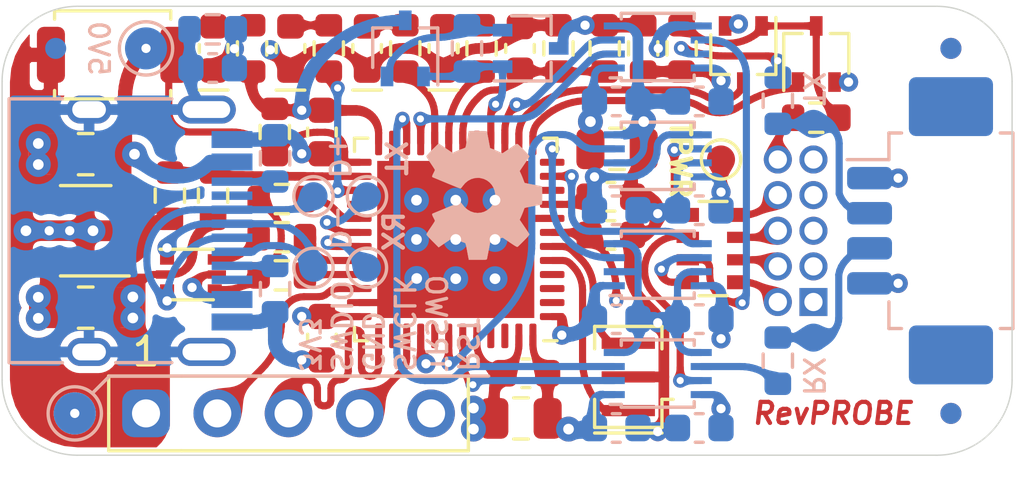
<source format=kicad_pcb>
(kicad_pcb (version 20171130) (host pcbnew "(5.1.10)-1")
  (layers (0 F.Cu signal) (1 In1.Cu power) (2 In2.Cu power) (31 B.Cu signal) (34 B.Paste user) (35 F.Paste user) (36 B.SilkS user) (37 F.SilkS user) (38 B.Mask user) (39 F.Mask user) (44 Edge.Cuts user))
  (net 0 "")
  (net 1 GND)
  (net 2 "Net-(R1-Pad2)")
  (net 3 /USB_ATT)
  (net 4 "Net-(R3-Pad2)")
  (net 5 "Net-(U2-Pad2)")
  (net 6 "Net-(U2-Pad3)")
  (net 7 "Net-(U2-Pad4)")
  (net 8 "Net-(U2-Pad5)")
  (net 9 "Net-(U2-Pad6)")
  (net 10 "Net-(U2-Pad10)")
  (net 11 "Net-(U2-Pad28)")
  (net 12 "Net-(U2-Pad45)")
  (net 13 "Net-(U2-Pad46)")
  (net 14 /USB_P-)
  (net 15 /USB_P+)
  (net 16 +5V)
  (net 17 +3V3)
  (net 18 "Net-(U11-Pad4)")
  (net 19 "Net-(R5-Pad2)")
  (net 20 "Net-(D1-Pad2)")
  (net 21 "Net-(D2-Pad2)")
  (net 22 "Net-(D3-Pad2)")
  (net 23 /LED0)
  (net 24 /LED1)
  (net 25 /LED2)
  (net 26 "Net-(D4-Pad2)")
  (net 27 /VBUS)
  (net 28 /iRST_SENSE)
  (net 29 /xRST)
  (net 30 /iRST)
  (net 31 /xTPWR)
  (net 32 "Net-(C10-Pad1)")
  (net 33 /TPWR)
  (net 34 /SWDIO)
  (net 35 /SWCLK)
  (net 36 /TRACESWO)
  (net 37 /RST)
  (net 38 /iTMS_DIR)
  (net 39 /iTDI)
  (net 40 /iTMS)
  (net 41 /iTCK)
  (net 42 /iTDO)
  (net 43 /iTXD)
  (net 44 /iRXD)
  (net 45 /xTXD)
  (net 46 /xRXD)
  (net 47 /xTDI)
  (net 48 /xTCK)
  (net 49 /xTDO)
  (net 50 /xTMS)
  (net 51 "Net-(J3-Pad2)")
  (net 52 "Net-(J3-Pad4)")
  (net 53 "Net-(J3-Pad6)")
  (net 54 "Net-(J3-Pad7)")
  (net 55 "Net-(J3-Pad8)")
  (net 56 "Net-(J3-Pad10)")
  (net 57 "Net-(J2-Pad2)")
  (net 58 "Net-(J2-Pad3)")
  (net 59 /PWR_BR)
  (net 60 "Net-(Q3-Pad2)")
  (net 61 /SHIELD)
  (net 62 "Net-(J4-PadA6)")
  (net 63 "Net-(J4-PadB5)")
  (net 64 "Net-(J4-PadA8)")
  (net 65 "Net-(J4-PadA7)")
  (net 66 "Net-(J4-PadA5)")
  (net 67 "Net-(J4-PadB8)")
  (net 68 "Net-(U2-Pad38)")
  (net 69 "Net-(U2-Pad17)")
  (net 70 "Net-(U2-Pad41)")
  (net 71 "Net-(TP8-Pad1)")
  (net 72 "Net-(TP9-Pad1)")
  (module MountingHole:MountingHole_2.1mm (layer F.Cu) (at 134.75 85.03)
    (fp_text reference REF** hide)
    (fp_text value MountingHole_2.1mm)
    (pad "" np_thru_hole circle (at 0 -0.09) (size 1 1) (drill 1) (layers *.Cu *.Mask))
  )
  (module Package_TO_SOT_SMD:SOT-323_SC-70 (layer F.Cu) (at 130.3 85.15 270)
    (fp_text reference Q1 hide)
    (fp_text value DMG1012UW)
    (pad 1 smd rect (at -1 -0.65 180) (size 0.45 0.7) (layers F.Cu F.Paste F.Mask) (net 29 /xRST))
    (pad 2 smd rect (at -1 0.65 180) (size 0.45 0.7) (layers F.Cu F.Paste F.Mask) (net 1 GND))
    (pad 3 smd rect (at 1 0 180) (size 0.45 0.7) (layers F.Cu F.Paste F.Mask) (net 28 /iRST_SENSE))
  )
  (module TestPoint:TestPoint_Pad_D1.0mm (layer F.Cu) (at 129.505 88.91)
    (fp_text reference TPWR (at -1.445 0 -90 unlocked) (layer F.SilkS) (effects (font (size 0.7 0.7))))
    (fp_text value TPWR)
    (pad 1 smd circle (at 0 0) (size 1 1) (layers F.Cu F.Mask) (net 31 /xTPWR))
  )
  (module Capacitor_SMD:C_0603_1608Metric (layer B.Cu) (at 128.73 86.84)
    (fp_text reference C14 hide)
    (fp_text value C)
    (pad 1 smd roundrect (at -0.775 0) (size 0.9 0.95) (layers B.Cu B.Paste B.Mask) (net 1 GND))
    (pad 2 smd roundrect (at 0.775 0) (size 0.9 0.95) (layers B.Cu B.Paste B.Mask) (net 31 /xTPWR))
  )
  (module Package_SO:VSSOP-8_2.4x2.1mm_P0.5mm (layer B.Cu) (at 127.25 84.9)
    (fp_text reference U5 hide)
    (fp_text value SN74LVC2T45DCUR)
    (pad 8 smd rect (at 1.55 0.75) (size 0.75 0.25) (layers B.Cu B.Paste B.Mask) (net 31 /xTPWR))
    (pad 7 smd rect (at 1.55 0.25) (size 0.75 0.25) (layers B.Cu B.Paste B.Mask) (net 45 /xTXD))
    (pad 6 smd rect (at 1.55 -0.25) (size 0.75 0.25) (layers B.Cu B.Paste B.Mask) (net 48 /xTCK))
    (pad 5 smd rect (at 1.55 -0.75) (size 0.75 0.25) (layers B.Cu B.Paste B.Mask) (net 17 +3V3))
    (pad 4 smd rect (at -1.55 -0.75) (size 0.75 0.25) (layers B.Cu B.Paste B.Mask) (net 1 GND))
    (pad 3 smd rect (at -1.55 -0.25) (size 0.75 0.25) (layers B.Cu B.Paste B.Mask) (net 41 /iTCK))
    (pad 2 smd rect (at -1.55 0.25) (size 0.75 0.25) (layers B.Cu B.Paste B.Mask) (net 43 /iTXD))
    (pad 1 smd rect (at -1.55 0.75) (size 0.75 0.25) (layers B.Cu B.Paste B.Mask) (net 17 +3V3))
  )
  (module TestPoint:TestPoint_Pad_D1.0mm (layer B.Cu) (at 134.19 87.64)
    (fp_text reference TP5 hide)
    (fp_text value TXD)
    (pad 1 smd circle (at -1.39 0) (size 1 1) (layers B.Cu B.Mask) (net 57 "Net-(J2-Pad2)"))
  )
  (module Resistor_SMD:R_0603_1608Metric (layer B.Cu) (at 131.53 96.08 270)
    (fp_text reference R17 hide)
    (fp_text value 100)
    (pad 2 smd roundrect (at 0.825 0 270) (size 0.8 0.95) (layers B.Cu B.Paste B.Mask) (net 46 /xRXD))
    (pad 1 smd roundrect (at -0.825 0 270) (size 0.8 0.95) (layers B.Cu B.Paste B.Mask) (net 58 "Net-(J2-Pad3)"))
  )
  (module Button_Switch_SMD:SW_Push_SPST_NO_Alps_SKRK (layer F.Cu) (at 107.82 85.18)
    (fp_text reference SW1 hide)
    (fp_text value SW_Push)
    (pad 1 smd roundrect (at -2.2 0) (size 1 2) (layers F.Cu F.Paste F.Mask) (net 1 GND) (thermal_gap 0.254))
    (pad 2 smd roundrect (at 2.2 0) (size 1 2) (layers F.Cu F.Paste F.Mask) (net 19 "Net-(R5-Pad2)"))
  )
  (module Symbol:OSHW-Logo2_7.3x6mm_SilkScreen (layer B.Cu) (at 120.37 90.19 90)
    (fp_text reference REF** hide)
    (fp_text value OSHW-Logo2_7.3x6mm_SilkScreen hide)
  )
  (module TestPoint:TestPoint_Pad_D1.0mm (layer B.Cu) (at 114.98 92.77)
    (fp_text reference TP2 hide)
    (fp_text value D-)
    (pad 1 smd circle (at 0 0) (size 1 1) (layers B.Cu B.Mask) (net 65 "Net-(J4-PadA7)"))
  )
  (module TestPoint:TestPoint_Pad_D1.0mm (layer B.Cu) (at 114.98 90.22)
    (fp_text reference TP3 hide)
    (fp_text value D+)
    (pad 1 smd circle (at 0 0) (size 1 1) (layers B.Cu B.Mask) (net 62 "Net-(J4-PadA6)"))
  )
  (module LED_SMD:LED_0603_1608Metric (layer F.Cu) (at 119.61 84.95 90)
    (fp_text reference D1 hide)
    (fp_text value LED)
    (pad 1 smd roundrect (at -0.7875 0 90) (size 0.875 0.95) (layers F.Cu F.Paste F.Mask) (net 1 GND))
    (pad 2 smd roundrect (at 0.7875 0 90) (size 0.875 0.95) (layers F.Cu F.Paste F.Mask) (net 20 "Net-(D1-Pad2)"))
  )
  (module LED_SMD:LED_0603_1608Metric (layer F.Cu) (at 116.89 84.952 90)
    (fp_text reference D2 hide)
    (fp_text value LED)
    (pad 1 smd roundrect (at -0.7875 0 90) (size 0.875 0.95) (layers F.Cu F.Paste F.Mask) (net 1 GND))
    (pad 2 smd roundrect (at 0.7875 0 90) (size 0.875 0.95) (layers F.Cu F.Paste F.Mask) (net 21 "Net-(D2-Pad2)"))
  )
  (module LED_SMD:LED_0603_1608Metric (layer F.Cu) (at 114.16 84.9525 90)
    (fp_text reference D3 hide)
    (fp_text value LED)
    (pad 2 smd roundrect (at 0.7875 0 90) (size 0.875 0.95) (layers F.Cu F.Paste F.Mask) (net 22 "Net-(D3-Pad2)"))
    (pad 1 smd roundrect (at -0.7875 0 90) (size 0.875 0.95) (layers F.Cu F.Paste F.Mask) (net 1 GND))
  )
  (module LED_SMD:LED_0603_1608Metric (layer F.Cu) (at 111.42 84.95 90)
    (fp_text reference D4 hide)
    (fp_text value LED)
    (pad 1 smd roundrect (at -0.7875 0 90) (size 0.875 0.95) (layers F.Cu F.Paste F.Mask) (net 1 GND))
    (pad 2 smd roundrect (at 0.7875 0 90) (size 0.875 0.95) (layers F.Cu F.Paste F.Mask) (net 26 "Net-(D4-Pad2)"))
  )
  (module TestPoint:TestPoint_Pad_D1.0mm (layer B.Cu) (at 132.165 95.26)
    (fp_text reference TP6 hide)
    (fp_text value RXD)
    (pad 1 smd circle (at 0.635 0) (size 1 1) (layers B.Cu B.Mask) (net 58 "Net-(J2-Pad3)"))
  )
  (module Connector_PinHeader_1.27mm:PinHeader_2x05_P1.27mm_Vertical (layer F.Cu) (at 132.8 93.99 180)
    (fp_text reference J3 hide)
    (fp_text value Conn_02x05_Odd_Even)
    (pad 1 thru_hole rect (at 0 0 180) (size 1 1) (drill 0.65) (layers *.Cu *.Mask) (net 33 /TPWR))
    (pad 2 thru_hole oval (at 1.27 0 180) (size 1 1) (drill 0.65) (layers *.Cu *.Mask) (net 51 "Net-(J3-Pad2)"))
    (pad 3 thru_hole oval (at 0 1.27 180) (size 1 1) (drill 0.65) (layers *.Cu *.Mask) (net 1 GND))
    (pad 4 thru_hole oval (at 1.27 1.27 180) (size 1 1) (drill 0.65) (layers *.Cu *.Mask) (net 52 "Net-(J3-Pad4)"))
    (pad 5 thru_hole oval (at 0 2.54 180) (size 1 1) (drill 0.65) (layers *.Cu *.Mask) (net 1 GND))
    (pad 6 thru_hole oval (at 1.27 2.54 180) (size 1 1) (drill 0.65) (layers *.Cu *.Mask) (net 53 "Net-(J3-Pad6)"))
    (pad 7 thru_hole oval (at 0 3.81 180) (size 1 1) (drill 0.65) (layers *.Cu *.Mask) (net 54 "Net-(J3-Pad7)"))
    (pad 8 thru_hole oval (at 1.27 3.81 180) (size 1 1) (drill 0.65) (layers *.Cu *.Mask) (net 55 "Net-(J3-Pad8)"))
    (pad 9 thru_hole oval (at 0 5.08 180) (size 1 1) (drill 0.65) (layers *.Cu *.Mask) (net 1 GND))
    (pad 10 thru_hole oval (at 1.27 5.08 180) (size 1 1) (drill 0.65) (layers *.Cu *.Mask) (net 56 "Net-(J3-Pad10)"))
  )
  (module Resistor_SMD:R_0603_1608Metric (layer B.Cu) (at 113.61 93.53 270)
    (fp_text reference R4 hide)
    (fp_text value 5K1)
    (pad 1 smd roundrect (at -0.825 0 270) (size 0.8 0.95) (layers B.Cu B.Paste B.Mask) (net 66 "Net-(J4-PadA5)"))
    (pad 2 smd roundrect (at 0.825 0 270) (size 0.8 0.95) (layers B.Cu B.Paste B.Mask) (net 1 GND))
  )
  (module Connector_PinHeader_2.54mm:PinHeader_1x05_P2.54mm_Vertical (layer F.Cu) (at 109.01 97.96 90)
    (fp_text reference J1 hide)
    (fp_text value Conn_01x05_Female)
    (pad 5 thru_hole oval (at 0 10.16 90) (size 1.7 1.7) (drill 1) (layers *.Cu *.Mask) (net 37 /RST))
    (pad 4 thru_hole oval (at 0 7.62 90) (size 1.7 1.7) (drill 1) (layers *.Cu *.Mask) (net 36 /TRACESWO))
    (pad 3 thru_hole oval (at 0 5.08 90) (size 1.7 1.7) (drill 1) (layers *.Cu *.Mask) (net 35 /SWCLK))
    (pad 2 thru_hole oval (at 0 2.54 90) (size 1.7 1.7) (drill 1) (layers *.Cu *.Mask) (net 34 /SWDIO))
    (pad 1 thru_hole roundrect (at 0 0 90) (size 1.7 1.7) (drill 1) (layers *.Cu *.Mask) (net 1 GND))
  )
  (module Package_DFN_QFN:QFN-48-1EP_7x7mm_P0.5mm_EP5.6x5.6mm (layer F.Cu) (at 120.05 91.76 180)
    (fp_text reference U2 hide)
    (fp_text value STM32F103CBUx)
    (pad 1 smd roundrect (at -3.4375 -2.75 180) (size 0.875 0.25) (layers F.Cu F.Paste F.Mask) (net 17 +3V3))
    (pad 2 smd roundrect (at -3.4375 -2.25 180) (size 0.875 0.25) (layers F.Cu F.Paste F.Mask) (net 5 "Net-(U2-Pad2)"))
    (pad 3 smd roundrect (at -3.4375 -1.75 180) (size 0.875 0.25) (layers F.Cu F.Paste F.Mask) (net 6 "Net-(U2-Pad3)"))
    (pad 4 smd roundrect (at -3.4375 -1.25 180) (size 0.875 0.25) (layers F.Cu F.Paste F.Mask) (net 7 "Net-(U2-Pad4)"))
    (pad 5 smd roundrect (at -3.4375 -0.75 180) (size 0.875 0.25) (layers F.Cu F.Paste F.Mask) (net 8 "Net-(U2-Pad5)"))
    (pad 6 smd roundrect (at -3.4375 -0.25 180) (size 0.875 0.25) (layers F.Cu F.Paste F.Mask) (net 9 "Net-(U2-Pad6)"))
    (pad 7 smd roundrect (at -3.4375 0.25 180) (size 0.875 0.25) (layers F.Cu F.Paste F.Mask) (net 37 /RST))
    (pad 8 smd roundrect (at -3.4375 0.75 180) (size 0.875 0.25) (layers F.Cu F.Paste F.Mask) (net 1 GND))
    (pad 9 smd roundrect (at -3.4375 1.25 180) (size 0.875 0.25) (layers F.Cu F.Paste F.Mask) (net 17 +3V3))
    (pad 10 smd roundrect (at -3.4375 1.75 180) (size 0.875 0.25) (layers F.Cu F.Paste F.Mask) (net 10 "Net-(U2-Pad10)"))
    (pad 11 smd roundrect (at -3.4375 2.25 180) (size 0.875 0.25) (layers F.Cu F.Paste F.Mask) (net 38 /iTMS_DIR))
    (pad 12 smd roundrect (at -3.4375 2.75 180) (size 0.875 0.25) (layers F.Cu F.Paste F.Mask) (net 40 /iTMS))
    (pad 13 smd roundrect (at -2.75 3.4375 180) (size 0.25 0.875) (layers F.Cu F.Paste F.Mask) (net 30 /iRST))
    (pad 14 smd roundrect (at -2.25 3.4375 180) (size 0.25 0.875) (layers F.Cu F.Paste F.Mask) (net 28 /iRST_SENSE))
    (pad 15 smd roundrect (at -1.75 3.4375 180) (size 0.25 0.875) (layers F.Cu F.Paste F.Mask) (net 41 /iTCK))
    (pad 16 smd roundrect (at -1.25 3.4375 180) (size 0.25 0.875) (layers F.Cu F.Paste F.Mask) (net 59 /PWR_BR))
    (pad 17 smd roundrect (at -0.75 3.4375 180) (size 0.25 0.875) (layers F.Cu F.Paste F.Mask) (net 69 "Net-(U2-Pad17)"))
    (pad 18 smd roundrect (at -0.25 3.4375 180) (size 0.25 0.875) (layers F.Cu F.Paste F.Mask) (net 32 "Net-(C10-Pad1)"))
    (pad 19 smd roundrect (at 0.25 3.4375 180) (size 0.25 0.875) (layers F.Cu F.Paste F.Mask) (net 23 /LED0))
    (pad 20 smd roundrect (at 0.75 3.4375 180) (size 0.25 0.875) (layers F.Cu F.Paste F.Mask) (net 24 /LED1))
    (pad 21 smd roundrect (at 1.25 3.4375 180) (size 0.25 0.875) (layers F.Cu F.Paste F.Mask) (net 43 /iTXD))
    (pad 22 smd roundrect (at 1.75 3.4375 180) (size 0.25 0.875) (layers F.Cu F.Paste F.Mask) (net 44 /iRXD))
    (pad 23 smd roundrect (at 2.25 3.4375 180) (size 0.25 0.875) (layers F.Cu F.Paste F.Mask) (net 1 GND))
    (pad 24 smd roundrect (at 2.75 3.4375 180) (size 0.25 0.875) (layers F.Cu F.Paste F.Mask) (net 17 +3V3))
    (pad 25 smd roundrect (at 3.4375 2.75 180) (size 0.875 0.25) (layers F.Cu F.Paste F.Mask) (net 19 "Net-(R5-Pad2)"))
    (pad 26 smd roundrect (at 3.4375 2.25 180) (size 0.875 0.25) (layers F.Cu F.Paste F.Mask) (net 27 /VBUS))
    (pad 27 smd roundrect (at 3.4375 1.75 180) (size 0.875 0.25) (layers F.Cu F.Paste F.Mask) (net 25 /LED2))
    (pad 28 smd roundrect (at 3.4375 1.25 180) (size 0.875 0.25) (layers F.Cu F.Paste F.Mask) (net 11 "Net-(U2-Pad28)"))
    (pad 29 smd roundrect (at 3.4375 0.75 180) (size 0.875 0.25) (layers F.Cu F.Paste F.Mask) (net 4 "Net-(R3-Pad2)"))
    (pad 30 smd roundrect (at 3.4375 0.25 180) (size 0.875 0.25) (layers F.Cu F.Paste F.Mask) (net 71 "Net-(TP8-Pad1)"))
    (pad 31 smd roundrect (at 3.4375 -0.25 180) (size 0.875 0.25) (layers F.Cu F.Paste F.Mask) (net 72 "Net-(TP9-Pad1)"))
    (pad 32 smd roundrect (at 3.4375 -0.75 180) (size 0.875 0.25) (layers F.Cu F.Paste F.Mask) (net 14 /USB_P-))
    (pad 33 smd roundrect (at 3.4375 -1.25 180) (size 0.875 0.25) (layers F.Cu F.Paste F.Mask) (net 15 /USB_P+))
    (pad 34 smd roundrect (at 3.4375 -1.75 180) (size 0.875 0.25) (layers F.Cu F.Paste F.Mask) (net 34 /SWDIO))
    (pad 35 smd roundrect (at 3.4375 -2.25 180) (size 0.875 0.25) (layers F.Cu F.Paste F.Mask) (net 1 GND))
    (pad 36 smd roundrect (at 3.4375 -2.75 180) (size 0.875 0.25) (layers F.Cu F.Paste F.Mask) (net 17 +3V3))
    (pad 37 smd roundrect (at 2.75 -3.4375 180) (size 0.25 0.875) (layers F.Cu F.Paste F.Mask) (net 35 /SWCLK))
    (pad 38 smd roundrect (at 2.25 -3.4375 180) (size 0.25 0.875) (layers F.Cu F.Paste F.Mask) (net 68 "Net-(U2-Pad38)"))
    (pad 39 smd roundrect (at 1.75 -3.4375 180) (size 0.25 0.875) (layers F.Cu F.Paste F.Mask) (net 36 /TRACESWO))
    (pad 40 smd roundrect (at 1.25 -3.4375 180) (size 0.25 0.875) (layers F.Cu F.Paste F.Mask) (net 17 +3V3))
    (pad 41 smd roundrect (at 0.75 -3.4375 180) (size 0.25 0.875) (layers F.Cu F.Paste F.Mask) (net 70 "Net-(U2-Pad41)"))
    (pad 42 smd roundrect (at 0.25 -3.4375 180) (size 0.25 0.875) (layers F.Cu F.Paste F.Mask) (net 39 /iTDI))
    (pad 43 smd roundrect (at -0.25 -3.4375 180) (size 0.25 0.875) (layers F.Cu F.Paste F.Mask) (net 42 /iTDO))
    (pad 44 smd roundrect (at -0.75 -3.4375 180) (size 0.25 0.875) (layers F.Cu F.Paste F.Mask) (net 1 GND))
    (pad 45 smd roundrect (at -1.25 -3.4375 180) (size 0.25 0.875) (layers F.Cu F.Paste F.Mask) (net 12 "Net-(U2-Pad45)"))
    (pad 46 smd roundrect (at -1.75 -3.4375 180) (size 0.25 0.875) (layers F.Cu F.Paste F.Mask) (net 13 "Net-(U2-Pad46)"))
    (pad 47 smd roundrect (at -2.25 -3.4375 180) (size 0.25 0.875) (layers F.Cu F.Paste F.Mask) (net 1 GND))
    (pad 48 smd roundrect (at -2.75 -3.4375 180) (size 0.25 0.875) (layers F.Cu F.Paste F.Mask) (net 17 +3V3))
    (pad 49 smd rect (at 0 0 180) (size 5.6 5.6) (layers F.Cu F.Mask) (net 1 GND))
  )
  (module Resistor_SMD:R_0603_1608Metric (layer F.Cu) (at 113.85 91.68 180)
    (fp_text reference R1 hide)
    (fp_text value 22E)
    (pad 1 smd roundrect (at -0.825 0 180) (size 0.8 0.95) (layers F.Cu F.Paste F.Mask) (net 14 /USB_P-))
    (pad 2 smd roundrect (at 0.825 0 180) (size 0.8 0.95) (layers F.Cu F.Paste F.Mask) (net 2 "Net-(R1-Pad2)"))
  )
  (module Resistor_SMD:R_0603_1608Metric (layer F.Cu) (at 113.85 93.04 180)
    (fp_text reference R2 hide)
    (fp_text value 22E)
    (pad 2 smd roundrect (at 0.825 0 180) (size 0.8 0.95) (layers F.Cu F.Paste F.Mask) (net 3 /USB_ATT))
    (pad 1 smd roundrect (at -0.825 0 180) (size 0.8 0.95) (layers F.Cu F.Paste F.Mask) (net 15 /USB_P+))
  )
  (module Resistor_SMD:R_0603_1608Metric (layer F.Cu) (at 113.85 90.32)
    (fp_text reference R3 hide)
    (fp_text value 1K5)
    (pad 1 smd roundrect (at -0.825 0) (size 0.8 0.95) (layers F.Cu F.Paste F.Mask) (net 3 /USB_ATT))
    (pad 2 smd roundrect (at 0.825 0) (size 0.8 0.95) (layers F.Cu F.Paste F.Mask) (net 4 "Net-(R3-Pad2)"))
  )
  (module Package_TO_SOT_SMD:SOT-666 (layer F.Cu) (at 110.61 93.01)
    (fp_text reference U1 hide)
    (fp_text value USBLC6-2P6)
    (pad 1 smd rect (at -0.85 -0.5375) (size 0.5 0.375) (layers F.Cu F.Paste F.Mask) (net 65 "Net-(J4-PadA7)"))
    (pad 3 smd rect (at -0.85 0.5375) (size 0.5 0.375) (layers F.Cu F.Paste F.Mask) (net 62 "Net-(J4-PadA6)"))
    (pad 5 smd rect (at 0.925 0) (size 0.65 0.3) (layers F.Cu F.Paste F.Mask) (net 16 +5V))
    (pad 2 smd rect (at -0.925 0) (size 0.65 0.3) (layers F.Cu F.Paste F.Mask) (net 1 GND))
    (pad 4 smd rect (at 0.85 0.5375) (size 0.5 0.375) (layers F.Cu F.Paste F.Mask) (net 3 /USB_ATT))
    (pad 6 smd rect (at 0.85 -0.5375) (size 0.5 0.375) (layers F.Cu F.Paste F.Mask) (net 2 "Net-(R1-Pad2)"))
  )
  (module Capacitor_SMD:C_0805_2012Metric (layer F.Cu) (at 106.86 88.72 180)
    (fp_text reference C1 hide)
    (fp_text value C105)
    (pad 1 smd roundrect (at -0.95 0 180) (size 1 1.45) (layers F.Cu F.Paste F.Mask) (net 16 +5V))
    (pad 2 smd roundrect (at 0.95 0 180) (size 1 1.45) (layers F.Cu F.Paste F.Mask) (net 1 GND))
  )
  (module Capacitor_SMD:C_0805_2012Metric (layer F.Cu) (at 106.86 94.19)
    (fp_text reference C2 hide)
    (fp_text value C105)
    (pad 2 smd roundrect (at 0.95 0) (size 1 1.45) (layers F.Cu F.Paste F.Mask) (net 1 GND))
    (pad 1 smd roundrect (at -0.95 0) (size 1 1.45) (layers F.Cu F.Paste F.Mask) (net 17 +3V3))
  )
  (module Package_TO_SOT_SMD:SOT-23-5 (layer F.Cu) (at 106.86 91.45 180)
    (fp_text reference U11 hide)
    (fp_text value TLV73333PDBV)
    (pad 1 smd rect (at -1.1 -0.95 180) (size 1.06 0.65) (layers F.Cu F.Paste F.Mask) (net 16 +5V))
    (pad 2 smd rect (at -1.1 0 180) (size 1.06 0.65) (layers F.Cu F.Paste F.Mask) (net 1 GND))
    (pad 3 smd rect (at -1.1 0.95 180) (size 1.06 0.65) (layers F.Cu F.Paste F.Mask) (net 16 +5V))
    (pad 4 smd rect (at 1.1 0.95 180) (size 1.06 0.65) (layers F.Cu F.Paste F.Mask) (net 18 "Net-(U11-Pad4)"))
    (pad 5 smd rect (at 1.1 -0.95 180) (size 1.06 0.65) (layers F.Cu F.Paste F.Mask) (net 17 +3V3))
  )
  (module Capacitor_SMD:C_0805_2012Metric (layer F.Cu) (at 125.8 88.53)
    (fp_text reference C3 hide)
    (fp_text value C105)
    (pad 1 smd roundrect (at -0.95 0) (size 1 1.45) (layers F.Cu F.Paste F.Mask) (net 17 +3V3))
    (pad 2 smd roundrect (at 0.95 0) (size 1 1.45) (layers F.Cu F.Paste F.Mask) (net 1 GND))
  )
  (module Capacitor_SMD:C_0603_1608Metric (layer F.Cu) (at 125.58 90.24)
    (fp_text reference C4 hide)
    (fp_text value C104)
    (pad 1 smd roundrect (at -0.775 0) (size 0.9 0.95) (layers F.Cu F.Paste F.Mask) (net 17 +3V3))
    (pad 2 smd roundrect (at 0.775 0) (size 0.9 0.95) (layers F.Cu F.Paste F.Mask) (net 1 GND))
  )
  (module Capacitor_SMD:C_0603_1608Metric (layer F.Cu) (at 122.55 96.53 180)
    (fp_text reference C6 hide)
    (fp_text value C104)
    (pad 1 smd roundrect (at -0.775 0 180) (size 0.9 0.95) (layers F.Cu F.Paste F.Mask) (net 17 +3V3))
    (pad 2 smd roundrect (at 0.775 0 180) (size 0.9 0.95) (layers F.Cu F.Paste F.Mask) (net 1 GND))
  )
  (module Capacitor_SMD:C_0603_1608Metric (layer F.Cu) (at 115.28 87.93 270)
    (fp_text reference C7 hide)
    (fp_text value C104)
    (pad 2 smd roundrect (at 0.775 0 270) (size 0.9 0.95) (layers F.Cu F.Paste F.Mask) (net 1 GND))
    (pad 1 smd roundrect (at -0.775 0 270) (size 0.9 0.95) (layers F.Cu F.Paste F.Mask) (net 17 +3V3))
  )
  (module Capacitor_SMD:C_0603_1608Metric (layer F.Cu) (at 125.58 91.6)
    (fp_text reference C9 hide)
    (fp_text value C104)
    (pad 1 smd roundrect (at -0.775 0) (size 0.9 0.95) (layers F.Cu F.Paste F.Mask) (net 37 /RST))
    (pad 2 smd roundrect (at 0.775 0) (size 0.9 0.95) (layers F.Cu F.Paste F.Mask) (net 1 GND) (thermal_gap 0.254))
  )
  (module Capacitor_SMD:C_0603_1608Metric (layer F.Cu) (at 115.28 95.28 270)
    (fp_text reference C8 hide)
    (fp_text value C104)
    (pad 2 smd roundrect (at 0.775 0 270) (size 0.9 0.95) (layers F.Cu F.Paste F.Mask) (net 1 GND))
    (pad 1 smd roundrect (at -0.775 0 270) (size 0.9 0.95) (layers F.Cu F.Paste F.Mask) (net 17 +3V3))
  )
  (module Capacitor_SMD:C_0805_2012Metric (layer F.Cu) (at 122.375 98.14 180)
    (fp_text reference C5 hide)
    (fp_text value C475)
    (pad 1 smd roundrect (at -0.95 0 180) (size 1 1.45) (layers F.Cu F.Paste F.Mask) (net 17 +3V3))
    (pad 2 smd roundrect (at 0.95 0 180) (size 1 1.45) (layers F.Cu F.Paste F.Mask) (net 1 GND))
  )
  (module Resistor_SMD:R_0603_1608Metric (layer F.Cu) (at 113.6 87.93 270)
    (fp_text reference R5 hide)
    (fp_text value R)
    (pad 1 smd roundrect (at -0.825 0 270) (size 0.8 0.95) (layers F.Cu F.Paste F.Mask) (net 17 +3V3))
    (pad 2 smd roundrect (at 0.825 0 270) (size 0.8 0.95) (layers F.Cu F.Paste F.Mask) (net 19 "Net-(R5-Pad2)"))
  )
  (module Resistor_SMD:R_0603_1608Metric (layer F.Cu) (at 120.97 84.95 90)
    (fp_text reference R6 hide)
    (fp_text value R)
    (pad 1 smd roundrect (at -0.825 0 90) (size 0.8 0.95) (layers F.Cu F.Paste F.Mask) (net 23 /LED0))
    (pad 2 smd roundrect (at 0.825 0 90) (size 0.8 0.95) (layers F.Cu F.Paste F.Mask) (net 20 "Net-(D1-Pad2)"))
  )
  (module Resistor_SMD:R_0603_1608Metric (layer F.Cu) (at 118.25 84.95 90)
    (fp_text reference R7 hide)
    (fp_text value R)
    (pad 2 smd roundrect (at 0.825 0 90) (size 0.8 0.95) (layers F.Cu F.Paste F.Mask) (net 21 "Net-(D2-Pad2)"))
    (pad 1 smd roundrect (at -0.825 0 90) (size 0.8 0.95) (layers F.Cu F.Paste F.Mask) (net 24 /LED1))
  )
  (module Resistor_SMD:R_0603_1608Metric (layer F.Cu) (at 115.524 84.952 270)
    (fp_text reference R8 hide)
    (fp_text value R)
    (pad 1 smd roundrect (at -0.825 0 270) (size 0.8 0.95) (layers F.Cu F.Paste F.Mask) (net 22 "Net-(D3-Pad2)"))
    (pad 2 smd roundrect (at 0.825 0 270) (size 0.8 0.95) (layers F.Cu F.Paste F.Mask) (net 25 /LED2))
  )
  (module Resistor_SMD:R_0603_1608Metric (layer F.Cu) (at 112.79 84.95 90)
    (fp_text reference R9 hide)
    (fp_text value R)
    (pad 1 smd roundrect (at -0.825 0 90) (size 0.8 0.95) (layers F.Cu F.Paste F.Mask) (net 17 +3V3))
    (pad 2 smd roundrect (at 0.825 0 90) (size 0.8 0.95) (layers F.Cu F.Paste F.Mask) (net 26 "Net-(D4-Pad2)"))
  )
  (module Resistor_SMD:R_0603_1608Metric (layer F.Cu) (at 109.86 90.2 270)
    (fp_text reference R10 hide)
    (fp_text value R)
    (pad 2 smd roundrect (at 0.825 0 270) (size 0.8 0.95) (layers F.Cu F.Paste F.Mask) (net 16 +5V))
    (pad 1 smd roundrect (at -0.825 0 270) (size 0.8 0.95) (layers F.Cu F.Paste F.Mask) (net 27 /VBUS))
  )
  (module Resistor_SMD:R_0603_1608Metric (layer F.Cu) (at 111.4 90.2 90)
    (fp_text reference R11 hide)
    (fp_text value R)
    (pad 1 smd roundrect (at -0.825 0 90) (size 0.8 0.95) (layers F.Cu F.Paste F.Mask) (net 1 GND))
    (pad 2 smd roundrect (at 0.825 0 90) (size 0.8 0.95) (layers F.Cu F.Paste F.Mask) (net 27 /VBUS))
  )
  (module Resistor_SMD:R_0603_1608Metric (layer F.Cu) (at 128.1 84.95 90)
    (fp_text reference R12 hide)
    (fp_text value R)
    (pad 1 smd roundrect (at -0.825 0 90) (size 0.8 0.95) (layers F.Cu F.Paste F.Mask) (net 31 /xTPWR))
    (pad 2 smd roundrect (at 0.825 0 90) (size 0.8 0.95) (layers F.Cu F.Paste F.Mask) (net 29 /xRST))
  )
  (module Capacitor_SMD:C_0603_1608Metric (layer F.Cu) (at 122.34 84.95 90)
    (fp_text reference C10 hide)
    (fp_text value C)
    (pad 1 smd roundrect (at -0.775 0 90) (size 0.9 0.95) (layers F.Cu F.Paste F.Mask) (net 32 "Net-(C10-Pad1)"))
    (pad 2 smd roundrect (at 0.775 0 90) (size 0.9 0.95) (layers F.Cu F.Paste F.Mask) (net 1 GND))
  )
  (module Resistor_SMD:R_0603_1608Metric (layer F.Cu) (at 125.36 84.95 270)
    (fp_text reference R13 hide)
    (fp_text value R)
    (pad 2 smd roundrect (at 0.825 0 270) (size 0.8 0.95) (layers F.Cu F.Paste F.Mask) (net 32 "Net-(C10-Pad1)"))
    (pad 1 smd roundrect (at -0.825 0 270) (size 0.8 0.95) (layers F.Cu F.Paste F.Mask) (net 33 /TPWR))
  )
  (module Resistor_SMD:R_0603_1608Metric (layer F.Cu) (at 123.71 84.95 90)
    (fp_text reference R14 hide)
    (fp_text value R)
    (pad 1 smd roundrect (at -0.825 0 90) (size 0.8 0.95) (layers F.Cu F.Paste F.Mask) (net 32 "Net-(C10-Pad1)"))
    (pad 2 smd roundrect (at 0.825 0 90) (size 0.8 0.95) (layers F.Cu F.Paste F.Mask) (net 1 GND))
  )
  (module Capacitor_SMD:C_0603_1608Metric (layer B.Cu) (at 125.77 98.48)
    (fp_text reference C11 hide)
    (fp_text value C)
    (pad 1 smd roundrect (at -0.775 0) (size 0.9 0.95) (layers B.Cu B.Paste B.Mask) (net 17 +3V3))
    (pad 2 smd roundrect (at 0.775 0) (size 0.9 0.95) (layers B.Cu B.Paste B.Mask) (net 1 GND))
  )
  (module Capacitor_SMD:C_0603_1608Metric (layer B.Cu) (at 128.73 90.72)
    (fp_text reference C12 hide)
    (fp_text value C)
    (pad 2 smd roundrect (at 0.775 0) (size 0.9 0.95) (layers B.Cu B.Paste B.Mask) (net 31 /xTPWR))
    (pad 1 smd roundrect (at -0.775 0) (size 0.9 0.95) (layers B.Cu B.Paste B.Mask) (net 1 GND))
  )
  (module Capacitor_SMD:C_0603_1608Metric (layer B.Cu) (at 125.77 94.6)
    (fp_text reference C13 hide)
    (fp_text value C)
    (pad 2 smd roundrect (at 0.775 0) (size 0.9 0.95) (layers B.Cu B.Paste B.Mask) (net 1 GND))
    (pad 1 smd roundrect (at -0.775 0) (size 0.9 0.95) (layers B.Cu B.Paste B.Mask) (net 17 +3V3))
  )
  (module Capacitor_SMD:C_0603_1608Metric (layer B.Cu) (at 125.77 86.84)
    (fp_text reference C15 hide)
    (fp_text value C)
    (pad 1 smd roundrect (at -0.775 0) (size 0.9 0.95) (layers B.Cu B.Paste B.Mask) (net 17 +3V3))
    (pad 2 smd roundrect (at 0.775 0) (size 0.9 0.95) (layers B.Cu B.Paste B.Mask) (net 1 GND))
  )
  (module Capacitor_SMD:C_0603_1608Metric (layer B.Cu) (at 128.73 98.48)
    (fp_text reference C16 hide)
    (fp_text value C)
    (pad 2 smd roundrect (at 0.775 0) (size 0.9 0.95) (layers B.Cu B.Paste B.Mask) (net 31 /xTPWR))
    (pad 1 smd roundrect (at -0.775 0) (size 0.9 0.95) (layers B.Cu B.Paste B.Mask) (net 1 GND))
  )
  (module Capacitor_SMD:C_0603_1608Metric (layer B.Cu) (at 125.77 90.72)
    (fp_text reference C17 hide)
    (fp_text value C)
    (pad 1 smd roundrect (at -0.775 0) (size 0.9 0.95) (layers B.Cu B.Paste B.Mask) (net 17 +3V3))
    (pad 2 smd roundrect (at 0.775 0) (size 0.9 0.95) (layers B.Cu B.Paste B.Mask) (net 1 GND))
  )
  (module Capacitor_SMD:C_0603_1608Metric (layer B.Cu) (at 128.73 94.6)
    (fp_text reference C18 hide)
    (fp_text value C)
    (pad 2 smd roundrect (at 0.775 0) (size 0.9 0.95) (layers B.Cu B.Paste B.Mask) (net 31 /xTPWR))
    (pad 1 smd roundrect (at -0.775 0) (size 0.9 0.95) (layers B.Cu B.Paste B.Mask) (net 1 GND))
  )
  (module Resistor_SMD:R_0603_1608Metric (layer B.Cu) (at 113.61 88.87 270)
    (fp_text reference R15 hide)
    (fp_text value 5K1)
    (pad 1 smd roundrect (at -0.825 0 270) (size 0.8 0.95) (layers B.Cu B.Paste B.Mask) (net 1 GND))
    (pad 2 smd roundrect (at 0.825 0 270) (size 0.8 0.95) (layers B.Cu B.Paste B.Mask) (net 63 "Net-(J4-PadB5)"))
  )
  (module Package_SO:VSSOP-8_2.4x2.1mm_P0.5mm (layer B.Cu) (at 127.25 88.78)
    (fp_text reference U3 hide)
    (fp_text value SN74LVC2T45DCUR)
    (pad 8 smd rect (at 1.55 0.75) (size 0.75 0.25) (layers B.Cu B.Paste B.Mask) (net 31 /xTPWR))
    (pad 7 smd rect (at 1.55 0.25) (size 0.75 0.25) (layers B.Cu B.Paste B.Mask) (net 1 GND))
    (pad 6 smd rect (at 1.55 -0.25) (size 0.75 0.25) (layers B.Cu B.Paste B.Mask) (net 47 /xTDI))
    (pad 5 smd rect (at 1.55 -0.75) (size 0.75 0.25) (layers B.Cu B.Paste B.Mask) (net 17 +3V3))
    (pad 4 smd rect (at -1.55 -0.75) (size 0.75 0.25) (layers B.Cu B.Paste B.Mask) (net 1 GND))
    (pad 3 smd rect (at -1.55 -0.25) (size 0.75 0.25) (layers B.Cu B.Paste B.Mask) (net 39 /iTDI))
    (pad 2 smd rect (at -1.55 0.25) (size 0.75 0.25) (layers B.Cu B.Paste B.Mask) (net 1 GND))
    (pad 1 smd rect (at -1.55 0.75) (size 0.75 0.25) (layers B.Cu B.Paste B.Mask) (net 17 +3V3))
  )
  (module Package_SO:VSSOP-8_2.4x2.1mm_P0.5mm (layer B.Cu) (at 127.25 96.54)
    (fp_text reference U7 hide)
    (fp_text value SN74LVC2T45DCUR)
    (pad 8 smd rect (at 1.55 0.75) (size 0.75 0.25) (layers B.Cu B.Paste B.Mask) (net 31 /xTPWR))
    (pad 7 smd rect (at 1.55 0.25) (size 0.75 0.25) (layers B.Cu B.Paste B.Mask) (net 49 /xTDO))
    (pad 6 smd rect (at 1.55 -0.25) (size 0.75 0.25) (layers B.Cu B.Paste B.Mask) (net 46 /xRXD))
    (pad 5 smd rect (at 1.55 -0.75) (size 0.75 0.25) (layers B.Cu B.Paste B.Mask) (net 1 GND))
    (pad 4 smd rect (at -1.55 -0.75) (size 0.75 0.25) (layers B.Cu B.Paste B.Mask) (net 1 GND))
    (pad 3 smd rect (at -1.55 -0.25) (size 0.75 0.25) (layers B.Cu B.Paste B.Mask) (net 44 /iRXD))
    (pad 2 smd rect (at -1.55 0.25) (size 0.75 0.25) (layers B.Cu B.Paste B.Mask) (net 42 /iTDO))
    (pad 1 smd rect (at -1.55 0.75) (size 0.75 0.25) (layers B.Cu B.Paste B.Mask) (net 17 +3V3))
  )
  (module Package_SO:VSSOP-8_2.4x2.1mm_P0.5mm (layer B.Cu) (at 127.25 92.66)
    (fp_text reference U9 hide)
    (fp_text value SN74LVC2T45DCUR)
    (pad 1 smd rect (at -1.55 0.75) (size 0.75 0.25) (layers B.Cu B.Paste B.Mask) (net 17 +3V3))
    (pad 2 smd rect (at -1.55 0.25) (size 0.75 0.25) (layers B.Cu B.Paste B.Mask) (net 1 GND))
    (pad 3 smd rect (at -1.55 -0.25) (size 0.75 0.25) (layers B.Cu B.Paste B.Mask) (net 40 /iTMS))
    (pad 4 smd rect (at -1.55 -0.75) (size 0.75 0.25) (layers B.Cu B.Paste B.Mask) (net 1 GND))
    (pad 5 smd rect (at 1.55 -0.75) (size 0.75 0.25) (layers B.Cu B.Paste B.Mask) (net 38 /iTMS_DIR))
    (pad 6 smd rect (at 1.55 -0.25) (size 0.75 0.25) (layers B.Cu B.Paste B.Mask) (net 50 /xTMS))
    (pad 7 smd rect (at 1.55 0.25) (size 0.75 0.25) (layers B.Cu B.Paste B.Mask) (net 1 GND))
    (pad 8 smd rect (at 1.55 0.75) (size 0.75 0.25) (layers B.Cu B.Paste B.Mask) (net 31 /xTPWR))
  )
  (module Connector_Molex:Molex_PicoBlade_53261-0471_1x04-1MP_P1.25mm_Horizontal (layer B.Cu) (at 137.2 91.45 270)
    (fp_text reference J2 hide)
    (fp_text value Conn_01x04)
    (pad 1 smd roundrect (at -1.875 2.4 270) (size 0.8 1.6) (layers B.Cu B.Paste B.Mask) (net 33 /TPWR))
    (pad 2 smd roundrect (at -0.625 2.4 270) (size 0.8 1.6) (layers B.Cu B.Paste B.Mask) (net 57 "Net-(J2-Pad2)"))
    (pad 3 smd roundrect (at 0.625 2.4 270) (size 0.8 1.6) (layers B.Cu B.Paste B.Mask) (net 58 "Net-(J2-Pad3)"))
    (pad 4 smd roundrect (at 1.875 2.4 270) (size 0.8 1.6) (layers B.Cu B.Paste B.Mask) (net 1 GND))
    (pad MP smd roundrect (at -4.425 -0.5 270) (size 2.1 3) (layers B.Cu B.Paste B.Mask) (roundrect_rratio 0.119048))
    (pad MP smd roundrect (at 4.425 -0.5 270) (size 2.1 3) (layers B.Cu B.Paste B.Mask) (roundrect_rratio 0.119048))
  )
  (module Resistor_SMD:R_0603_1608Metric (layer B.Cu) (at 131.53 86.815 270)
    (fp_text reference R16 hide)
    (fp_text value 100)
    (pad 1 smd roundrect (at -0.825 0 270) (size 0.8 0.95) (layers B.Cu B.Paste B.Mask) (net 45 /xTXD))
    (pad 2 smd roundrect (at 0.825 0 270) (size 0.8 0.95) (layers B.Cu B.Paste B.Mask) (net 57 "Net-(J2-Pad2)"))
  )
  (module Resistor_SMD:R_0603_1608Metric (layer F.Cu) (at 132.9 87.42)
    (fp_text reference R18 hide)
    (fp_text value 100)
    (pad 1 smd roundrect (at -0.825 0) (size 0.8 0.95) (layers F.Cu F.Paste F.Mask) (net 56 "Net-(J3-Pad10)"))
    (pad 2 smd roundrect (at 0.825 0) (size 0.8 0.95) (layers F.Cu F.Paste F.Mask) (net 29 /xRST))
  )
  (module Resistor_SMD:R_Array_Convex_4x0603 (layer F.Cu) (at 129.22 92.085)
    (fp_text reference RN1 hide)
    (fp_text value 100)
    (pad 1 smd rect (at -0.9 -1.2) (size 0.8 0.5) (layers F.Cu F.Paste F.Mask) (net 47 /xTDI))
    (pad 3 smd rect (at -0.9 0.4) (size 0.8 0.4) (layers F.Cu F.Paste F.Mask) (net 48 /xTCK))
    (pad 2 smd rect (at -0.9 -0.4) (size 0.8 0.4) (layers F.Cu F.Paste F.Mask) (net 49 /xTDO))
    (pad 4 smd rect (at -0.9 1.2) (size 0.8 0.5) (layers F.Cu F.Paste F.Mask) (net 50 /xTMS))
    (pad 7 smd rect (at 0.9 -0.4) (size 0.8 0.4) (layers F.Cu F.Paste F.Mask) (net 53 "Net-(J3-Pad6)"))
    (pad 8 smd rect (at 0.9 -1.2) (size 0.8 0.5) (layers F.Cu F.Paste F.Mask) (net 55 "Net-(J3-Pad8)"))
    (pad 6 smd rect (at 0.9 0.4) (size 0.8 0.4) (layers F.Cu F.Paste F.Mask) (net 52 "Net-(J3-Pad4)"))
    (pad 5 smd rect (at 0.9 1.2) (size 0.8 0.5) (layers F.Cu F.Paste F.Mask) (net 51 "Net-(J3-Pad2)"))
  )
  (module Fiducial:Fiducial_0.75mm_Mask1.5mm (layer F.Cu) (at 106.48 97.94)
    (fp_text reference FID1 hide)
    (fp_text value Fiducial)
    (pad "" smd circle (at -0.01 0.02) (size 0.75 0.75) (layers F.Cu F.Mask) (clearance 0.375))
  )
  (module Fiducial:Fiducial_0.75mm_Mask1.5mm (layer F.Cu) (at 137.7 84.95)
    (fp_text reference FID3 hide)
    (fp_text value Fiducial)
    (pad "" smd circle (at 0 0) (size 0.75 0.75) (layers F.Cu F.Mask) (clearance 0.375))
  )
  (module Fiducial:Fiducial_0.75mm_Mask1.5mm (layer B.Cu) (at 105.79 84.95)
    (fp_text reference FID4 hide)
    (fp_text value Fiducial)
    (pad "" smd circle (at 0 0) (size 0.75 0.75) (layers B.Cu B.Mask) (clearance 0.375))
  )
  (module Fiducial:Fiducial_0.75mm_Mask1.5mm (layer B.Cu) (at 137.7 84.95)
    (fp_text reference FID5 hide)
    (fp_text value Fiducial)
    (pad "" smd circle (at 0 0) (size 0.75 0.75) (layers B.Cu B.Mask) (clearance 0.375))
  )
  (module Fiducial:Fiducial_0.75mm_Mask1.5mm (layer B.Cu) (at 137.7 97.96)
    (fp_text reference FID6 hide)
    (fp_text value Fiducial)
    (pad "" smd circle (at 0 0) (size 0.75 0.75) (layers B.Cu B.Mask) (clearance 0.375))
  )
  (module TestPoint:TestPoint_Pad_D1.5mm (layer B.Cu) (at 106.47 97.96)
    (fp_text reference TP1 hide)
    (fp_text value 3V3)
    (pad 1 smd circle (at 0 0) (size 1.5 1.5) (layers B.Cu B.Mask) (net 17 +3V3))
  )
  (module TestPoint:TestPoint_Pad_D1.5mm (layer B.Cu) (at 109.01 84.95)
    (fp_text reference TP4 hide)
    (fp_text value 5V)
    (pad 1 smd circle (at 0 0) (size 1.5 1.5) (layers B.Cu B.Mask) (net 16 +5V))
  )
  (module Package_TO_SOT_SMD:SOT-323_SC-70 (layer F.Cu) (at 132.9 85.15 90)
    (fp_text reference Q2 hide)
    (fp_text value DMG1012UW)
    (pad 3 smd rect (at 1 0) (size 0.45 0.7) (layers F.Cu F.Paste F.Mask) (net 29 /xRST))
    (pad 2 smd rect (at -1 0.65) (size 0.45 0.7) (layers F.Cu F.Paste F.Mask) (net 1 GND))
    (pad 1 smd rect (at -1 -0.65) (size 0.45 0.7) (layers F.Cu F.Paste F.Mask) (net 30 /iRST))
  )
  (module Package_TO_SOT_SMD:SOT-323_SC-70 (layer B.Cu) (at 118.25 84.95 90)
    (fp_text reference Q3 hide)
    (fp_text value DMG1013UW)
    (pad 3 smd rect (at 1 0 180) (size 0.45 0.7) (layers B.Cu B.Paste B.Mask) (net 17 +3V3))
    (pad 2 smd rect (at -1 -0.65 180) (size 0.45 0.7) (layers B.Cu B.Paste B.Mask) (net 60 "Net-(Q3-Pad2)"))
    (pad 1 smd rect (at -1 0.65 180) (size 0.45 0.7) (layers B.Cu B.Paste B.Mask) (net 59 /PWR_BR))
  )
  (module Package_TO_SOT_SMD:SOT-323_SC-70 (layer B.Cu) (at 122.72 84.95)
    (fp_text reference Q4 hide)
    (fp_text value DMG1013UW)
    (pad 1 smd rect (at -1 0.65 90) (size 0.45 0.7) (layers B.Cu B.Paste B.Mask) (net 59 /PWR_BR))
    (pad 2 smd rect (at -1 -0.65 90) (size 0.45 0.7) (layers B.Cu B.Paste B.Mask) (net 60 "Net-(Q3-Pad2)"))
    (pad 3 smd rect (at 1 0 90) (size 0.45 0.7) (layers B.Cu B.Paste B.Mask) (net 33 /TPWR))
  )
  (module Resistor_SMD:R_0603_1608Metric (layer F.Cu) (at 126.73 84.95 90)
    (fp_text reference R19 hide)
    (fp_text value 100)
    (pad 2 smd roundrect (at 0.825 0 90) (size 0.8 0.95) (layers F.Cu F.Paste F.Mask) (net 33 /TPWR))
    (pad 1 smd roundrect (at -0.825 0 90) (size 0.8 0.95) (layers F.Cu F.Paste F.Mask) (net 31 /xTPWR))
  )
  (module Resistor_SMD:R_0603_1608Metric (layer B.Cu) (at 120.45 84.95 90)
    (fp_text reference R20 hide)
    (fp_text value R)
    (pad 1 smd roundrect (at -0.825 0 90) (size 0.8 0.95) (layers B.Cu B.Paste B.Mask) (net 59 /PWR_BR))
    (pad 2 smd roundrect (at 0.825 0 90) (size 0.8 0.95) (layers B.Cu B.Paste B.Mask) (net 60 "Net-(Q3-Pad2)"))
  )
  (module Capacitor_SMD:C_0603_1608Metric (layer B.Cu) (at 111.385 85.65 180)
    (fp_text reference C19 hide)
    (fp_text value C)
    (pad 2 smd roundrect (at 0.775 0 180) (size 0.9 0.95) (layers B.Cu B.Paste B.Mask) (net 61 /SHIELD))
    (pad 1 smd roundrect (at -0.775 0 180) (size 0.9 0.95) (layers B.Cu B.Paste B.Mask) (net 1 GND))
  )
  (module Resistor_SMD:R_0603_1608Metric (layer B.Cu) (at 111.385 84.27)
    (fp_text reference R21 hide)
    (fp_text value R)
    (pad 2 smd roundrect (at 0.825 0) (size 0.8 0.95) (layers B.Cu B.Paste B.Mask) (net 1 GND))
    (pad 1 smd roundrect (at -0.825 0) (size 0.8 0.95) (layers B.Cu B.Paste B.Mask) (net 61 /SHIELD))
  )
  (module Connector_USB:USB_C_Receptacle_HRO_TYPE-C-31-M-12 (layer B.Cu) (at 108.03 91.45 90)
    (fp_text reference J4 hide)
    (fp_text value USB_C_Receptacle_USB2.0)
    (pad B1 smd rect (at 3.25 4.045 90) (size 0.6 1.45) (layers B.Cu B.Paste B.Mask) (net 1 GND))
    (pad A9 smd rect (at 2.45 4.045 90) (size 0.6 1.45) (layers B.Cu B.Paste B.Mask) (net 16 +5V))
    (pad B9 smd rect (at -2.45 4.045 90) (size 0.6 1.45) (layers B.Cu B.Paste B.Mask) (net 16 +5V))
    (pad B12 smd rect (at -3.25 4.045 90) (size 0.6 1.45) (layers B.Cu B.Paste B.Mask) (net 1 GND))
    (pad A1 smd rect (at -3.25 4.045 90) (size 0.6 1.45) (layers B.Cu B.Paste B.Mask) (net 1 GND))
    (pad A4 smd rect (at -2.45 4.045 90) (size 0.6 1.45) (layers B.Cu B.Paste B.Mask) (net 16 +5V))
    (pad B4 smd rect (at 2.45 4.045 90) (size 0.6 1.45) (layers B.Cu B.Paste B.Mask) (net 16 +5V))
    (pad A12 smd rect (at 3.25 4.045 90) (size 0.6 1.45) (layers B.Cu B.Paste B.Mask) (net 1 GND))
    (pad B8 smd rect (at -1.75 4.045 90) (size 0.3 1.45) (layers B.Cu B.Paste B.Mask) (net 67 "Net-(J4-PadB8)"))
    (pad A5 smd rect (at -1.25 4.045 90) (size 0.3 1.45) (layers B.Cu B.Paste B.Mask) (net 66 "Net-(J4-PadA5)"))
    (pad B7 smd rect (at -0.75 4.045 90) (size 0.3 1.45) (layers B.Cu B.Paste B.Mask) (net 65 "Net-(J4-PadA7)"))
    (pad A7 smd rect (at 0.25 4.045 90) (size 0.3 1.45) (layers B.Cu B.Paste B.Mask) (net 65 "Net-(J4-PadA7)"))
    (pad B6 smd rect (at 0.75 4.045 90) (size 0.3 1.45) (layers B.Cu B.Paste B.Mask) (net 62 "Net-(J4-PadA6)"))
    (pad A8 smd rect (at 1.25 4.045 90) (size 0.3 1.45) (layers B.Cu B.Paste B.Mask) (net 64 "Net-(J4-PadA8)"))
    (pad B5 smd rect (at 1.75 4.045 90) (size 0.3 1.45) (layers B.Cu B.Paste B.Mask) (net 63 "Net-(J4-PadB5)"))
    (pad A6 smd rect (at -0.25 4.045 90) (size 0.3 1.45) (layers B.Cu B.Paste B.Mask) (net 62 "Net-(J4-PadA6)"))
    (pad S1 thru_hole oval (at 4.32 3.13 90) (size 1 2.1) (drill oval 0.6 1.7) (layers *.Cu *.Mask) (net 61 /SHIELD))
    (pad S1 thru_hole oval (at -4.32 3.13 90) (size 1 2.1) (drill oval 0.6 1.7) (layers *.Cu *.Mask) (net 61 /SHIELD))
    (pad "" np_thru_hole circle (at -2.89 2.6 90) (size 0.65 0.65) (drill 0.65) (layers *.Cu *.Mask))
    (pad S1 thru_hole oval (at -4.32 -1.05 90) (size 1 1.6) (drill oval 0.6 1.2) (layers *.Cu *.Mask) (net 61 /SHIELD))
    (pad "" np_thru_hole circle (at 2.89 2.6 90) (size 0.65 0.65) (drill 0.65) (layers *.Cu *.Mask))
    (pad S1 thru_hole oval (at 4.32 -1.05 90) (size 1 1.6) (drill oval 0.6 1.2) (layers *.Cu *.Mask) (net 61 /SHIELD))
  )
  (module Crystal:Resonator_SMD_muRata_CSTxExxV-3Pin_3.0x1.1mm (layer F.Cu) (at 126.2 96.66 90)
    (fp_text reference Y1 hide)
    (fp_text value 8MHz)
    (pad 1 smd rect (at -1.2 0 90) (size 0.4 1.9) (layers F.Cu F.Paste F.Mask) (net 8 "Net-(U2-Pad5)"))
    (pad 2 smd rect (at 0 0 90) (size 0.4 1.9) (layers F.Cu F.Paste F.Mask) (net 1 GND) (thermal_gap 0.254))
    (pad 3 smd rect (at 1.2 0 90) (size 0.4 1.9) (layers F.Cu F.Paste F.Mask) (net 9 "Net-(U2-Pad6)"))
  )
  (module Fiducial:Fiducial_0.75mm_Mask1.5mm (layer F.Cu) (at 137.7 97.96)
    (fp_text reference FID2 hide)
    (fp_text value Fiducial)
    (pad "" smd circle (at 0 0) (size 0.75 0.75) (layers F.Cu F.Mask) (clearance 0.375))
  )
  (module TestPoint:TestPoint_Pad_D1.0mm (layer B.Cu) (at 116.885 90.22)
    (fp_text reference TX (at 1.015 -1.35 -90 unlocked) (layer B.SilkS) (effects (font (size 0.7 0.7)) (justify mirror)))
    (fp_text value TX)
    (pad 1 smd circle (at 0 0) (size 1 1) (layers B.Cu B.Mask) (net 71 "Net-(TP8-Pad1)"))
  )
  (module TestPoint:TestPoint_Pad_D1.0mm (layer B.Cu) (at 116.885 92.77)
    (fp_text reference RX (at 0.965 -1.3 -90) (layer B.SilkS) (effects (font (size 0.7 0.7)) (justify mirror)))
    (fp_text value RX)
    (pad 1 smd circle (at 0 0) (size 1 1) (layers B.Cu B.Mask) (net 72 "Net-(TP9-Pad1)"))
  )
  (gr_text 1 (at 109.01 95.76) (layer F.SilkS) (effects (font (size 1 1))))
  (gr_text RevPROBE (at 130.55 97.96) (layer F.Cu) (effects (font (size 0.75 0.75) (thickness 0.15) italic) (justify left)))
  (gr_text RX (at 132.8 96.64 -90) (layer B.SilkS) (effects (font (size 0.7 0.7) (thickness 0.12)) (justify mirror)))
  (gr_text TX (at 132.8 86.39 -90) (layer B.SilkS) (effects (font (size 0.7 0.7) (thickness 0.12)) (justify mirror)))
  (gr_text D- (at 115.9 91.33 270) (layer B.SilkS) (effects (font (size 0.7 0.7) (thickness 0.12)) (justify mirror)))
  (gr_text D+ (at 115.9 88.79 270) (layer B.SilkS) (effects (font (size 0.7 0.7) (thickness 0.12)) (justify mirror)))
  (gr_text 5V0 (at 107.32 84.95 -90) (layer B.SilkS) (effects (font (size 0.7 0.7) (thickness 0.12)) (justify mirror)))
  (gr_line (start 107.71 96.63) (end 107.13 97.21) (layer B.SilkS) (width 0.12))
  (gr_line (start 121.22 96.63) (end 107.71 96.63) (layer B.SilkS) (width 0.12))
  (gr_text "RST\nTRSWO\nSWCLK\nGND\nSWDIO\n3V3" (at 117.65 96.54 -90) (layer B.SilkS) (effects (font (size 0.7 0.7) (thickness 0.12)) (justify left mirror)))
  (gr_arc (start 137.199982 86.13) (end 139.88 86.13) (angle -90) (layer Edge.Cuts) (width 0.05))
  (gr_arc (start 137.199982 96.77) (end 137.199982 99.450018) (angle -90) (layer Edge.Cuts) (width 0.05))
  (gr_arc (start 106.560018 96.77) (end 103.88 96.77) (angle -90) (layer Edge.Cuts) (width 0.05))
  (gr_line (start 103.88 86.13) (end 103.88 96.77) (layer Edge.Cuts) (width 0.05))
  (gr_arc (start 106.560018 86.13) (end 106.560018 83.449982) (angle -90) (layer Edge.Cuts) (width 0.05))
  (gr_line (start 106.560018 83.449982) (end 137.199982 83.45) (layer Edge.Cuts) (width 0.05))
  (gr_line (start 139.88 96.77) (end 139.88 86.13) (layer Edge.Cuts) (width 0.05))
  (gr_line (start 106.560018 99.450018) (end 137.2 99.45) (layer Edge.Cuts) (width 0.05))
  (via (at 112.16 84.96) (size 0.6858) (drill 0.3302) (layers F.Cu B.Cu) (net 1))
  (segment (start 112.16 84.9975) (end 111.42 85.7375) (width 0.381) (layer F.Cu) (net 1))
  (segment (start 112.16 84.96) (end 112.16 84.9975) (width 0.381) (layer F.Cu) (net 1))
  (via (at 107.12 91.45) (size 0.889) (drill 0.381) (layers F.Cu B.Cu) (net 1))
  (via (at 105.17 89.09) (size 0.889) (drill 0.381) (layers F.Cu B.Cu) (net 1))
  (via (at 105.17 88.34) (size 0.889) (drill 0.381) (layers F.Cu B.Cu) (net 1))
  (via (at 108.54 94.56) (size 0.889) (drill 0.381) (layers F.Cu B.Cu) (net 1))
  (segment (start 114.596446 85.303553) (end 114.16 85.74) (width 0.381) (layer F.Cu) (net 1))
  (segment (start 115.6005 84.95) (end 115.45 84.95) (width 0.381) (layer F.Cu) (net 1))
  (segment (start 115.735653 84.957588) (end 115.6005 84.95) (width 0.381) (layer F.Cu) (net 1))
  (segment (start 115.869106 84.980263) (end 115.735653 84.957588) (width 0.381) (layer F.Cu) (net 1))
  (segment (start 115.999182 85.017737) (end 115.869106 84.980263) (width 0.381) (layer F.Cu) (net 1))
  (segment (start 116.124244 85.06954) (end 115.999182 85.017737) (width 0.381) (layer F.Cu) (net 1))
  (segment (start 116.242719 85.135019) (end 116.124244 85.06954) (width 0.381) (layer F.Cu) (net 1))
  (segment (start 116.353118 85.213351) (end 116.242719 85.135019) (width 0.381) (layer F.Cu) (net 1))
  (segment (start 116.454053 85.303553) (end 116.353118 85.213351) (width 0.381) (layer F.Cu) (net 1))
  (segment (start 116.454053 85.303553) (end 116.89 85.7395) (width 0.381) (layer F.Cu) (net 1))
  (segment (start 115.314846 84.957589) (end 115.45 84.95) (width 0.381) (layer F.Cu) (net 1))
  (segment (start 115.181393 84.980264) (end 115.314846 84.957589) (width 0.381) (layer F.Cu) (net 1))
  (segment (start 115.051317 85.017738) (end 115.181393 84.980264) (width 0.381) (layer F.Cu) (net 1))
  (segment (start 114.926255 85.06954) (end 115.051317 85.017738) (width 0.381) (layer F.Cu) (net 1))
  (segment (start 114.807779 85.135019) (end 114.926255 85.06954) (width 0.381) (layer F.Cu) (net 1))
  (segment (start 114.69738 85.213352) (end 114.807779 85.135019) (width 0.381) (layer F.Cu) (net 1))
  (segment (start 114.596446 85.303553) (end 114.69738 85.213352) (width 0.381) (layer F.Cu) (net 1))
  (segment (start 117.325946 85.303553) (end 116.89 85.7395) (width 0.381) (layer F.Cu) (net 1))
  (segment (start 118.3225 84.95) (end 118.1795 84.95) (width 0.381) (layer F.Cu) (net 1))
  (segment (start 118.457653 84.957589) (end 118.3225 84.95) (width 0.381) (layer F.Cu) (net 1))
  (segment (start 118.591106 84.980264) (end 118.457653 84.957589) (width 0.381) (layer F.Cu) (net 1))
  (segment (start 118.721181 85.017738) (end 118.591106 84.980264) (width 0.381) (layer F.Cu) (net 1))
  (segment (start 118.846243 85.06954) (end 118.721181 85.017738) (width 0.381) (layer F.Cu) (net 1))
  (segment (start 118.964719 85.135019) (end 118.846243 85.06954) (width 0.381) (layer F.Cu) (net 1))
  (segment (start 119.075118 85.213352) (end 118.964719 85.135019) (width 0.381) (layer F.Cu) (net 1))
  (segment (start 119.176053 85.303553) (end 119.075118 85.213352) (width 0.381) (layer F.Cu) (net 1))
  (segment (start 119.176053 85.303553) (end 119.61 85.7375) (width 0.381) (layer F.Cu) (net 1))
  (segment (start 118.044346 84.957589) (end 118.1795 84.95) (width 0.381) (layer F.Cu) (net 1))
  (segment (start 117.910893 84.980264) (end 118.044346 84.957589) (width 0.381) (layer F.Cu) (net 1))
  (segment (start 117.780817 85.017738) (end 117.910893 84.980264) (width 0.381) (layer F.Cu) (net 1))
  (segment (start 117.655755 85.06954) (end 117.780817 85.017738) (width 0.381) (layer F.Cu) (net 1))
  (segment (start 117.537279 85.135019) (end 117.655755 85.06954) (width 0.381) (layer F.Cu) (net 1))
  (segment (start 117.42688 85.213352) (end 117.537279 85.135019) (width 0.381) (layer F.Cu) (net 1))
  (segment (start 117.325946 85.303553) (end 117.42688 85.213352) (width 0.381) (layer F.Cu) (net 1))
  (segment (start 122.39 84.125) (end 122.34 84.175) (width 0.381) (layer F.Cu) (net 1))
  (segment (start 123.71 84.125) (end 122.39 84.125) (width 0.381) (layer F.Cu) (net 1))
  (segment (start 120.8975 84.95) (end 120.762346 84.957589) (width 0.381) (layer F.Cu) (net 1))
  (segment (start 120.762346 84.957589) (end 120.628893 84.980264) (width 0.381) (layer F.Cu) (net 1))
  (segment (start 120.628893 84.980264) (end 120.498817 85.017738) (width 0.381) (layer F.Cu) (net 1))
  (segment (start 120.498817 85.017738) (end 120.373755 85.06954) (width 0.381) (layer F.Cu) (net 1))
  (segment (start 120.373755 85.06954) (end 120.255279 85.135019) (width 0.381) (layer F.Cu) (net 1))
  (segment (start 120.255279 85.135019) (end 120.14488 85.213352) (width 0.381) (layer F.Cu) (net 1))
  (segment (start 120.14488 85.213352) (end 120.043946 85.303553) (width 0.381) (layer F.Cu) (net 1))
  (segment (start 120.043946 85.303553) (end 119.61 85.7375) (width 0.381) (layer F.Cu) (net 1))
  (segment (start 121.918553 84.596446) (end 122.34 84.175) (width 0.381) (layer F.Cu) (net 1))
  (segment (start 121.918553 84.596446) (end 121.817618 84.686646) (width 0.381) (layer F.Cu) (net 1))
  (segment (start 121.817618 84.686646) (end 121.707219 84.764979) (width 0.381) (layer F.Cu) (net 1))
  (segment (start 121.707219 84.764979) (end 121.588743 84.830458) (width 0.381) (layer F.Cu) (net 1))
  (segment (start 121.588743 84.830458) (end 121.463681 84.88226) (width 0.381) (layer F.Cu) (net 1))
  (segment (start 121.463681 84.88226) (end 121.333606 84.919734) (width 0.381) (layer F.Cu) (net 1))
  (segment (start 121.333606 84.919734) (end 121.200153 84.942409) (width 0.381) (layer F.Cu) (net 1))
  (segment (start 121.200153 84.942409) (end 121.065 84.95) (width 0.381) (layer F.Cu) (net 1))
  (segment (start 121.065 84.95) (end 120.8975 84.95) (width 0.381) (layer F.Cu) (net 1))
  (via (at 114.56 88.705) (size 0.6858) (drill 0.3302) (layers F.Cu B.Cu) (net 1))
  (segment (start 114.56 88.705) (end 115.28 88.705) (width 0.508) (layer F.Cu) (net 1))
  (via (at 118.65 90.36) (size 0.889) (drill 0.381) (layers F.Cu B.Cu) (net 1))
  (via (at 118.65 91.76) (size 0.889) (drill 0.381) (layers F.Cu B.Cu) (net 1))
  (via (at 120.05 93.16) (size 0.889) (drill 0.381) (layers F.Cu B.Cu) (net 1))
  (via (at 120.05 91.76) (size 0.889) (drill 0.381) (layers F.Cu B.Cu) (net 1))
  (via (at 120.05 90.36) (size 0.889) (drill 0.381) (layers F.Cu B.Cu) (net 1))
  (via (at 121.45 90.36) (size 0.889) (drill 0.381) (layers F.Cu B.Cu) (net 1))
  (via (at 121.45 91.76) (size 0.889) (drill 0.381) (layers F.Cu B.Cu) (net 1))
  (via (at 121.45 93.16) (size 0.889) (drill 0.381) (layers F.Cu B.Cu) (net 1))
  (segment (start 121.946446 96.358553) (end 121.775 96.53) (width 0.254) (layer F.Cu) (net 1))
  (segment (start 121.946446 96.358553) (end 122.036646 96.257618) (width 0.254) (layer F.Cu) (net 1))
  (segment (start 122.036646 96.257618) (end 122.114979 96.147219) (width 0.254) (layer F.Cu) (net 1))
  (segment (start 122.114979 96.147219) (end 122.180458 96.028743) (width 0.254) (layer F.Cu) (net 1))
  (segment (start 122.180458 96.028743) (end 122.23226 95.903681) (width 0.254) (layer F.Cu) (net 1))
  (segment (start 122.23226 95.903681) (end 122.269734 95.773606) (width 0.254) (layer F.Cu) (net 1))
  (segment (start 122.269734 95.773606) (end 122.292409 95.640153) (width 0.254) (layer F.Cu) (net 1))
  (segment (start 122.292409 95.640153) (end 122.3 95.505) (width 0.254) (layer F.Cu) (net 1))
  (segment (start 122.3 95.505) (end 122.3 95.1975) (width 0.254) (layer F.Cu) (net 1))
  (segment (start 121.637132 96.667867) (end 121.775 96.53) (width 0.381) (layer F.Cu) (net 1))
  (segment (start 121.637132 96.667867) (end 121.563321 96.754287) (width 0.381) (layer F.Cu) (net 1))
  (segment (start 121.563321 96.754287) (end 121.503939 96.85119) (width 0.381) (layer F.Cu) (net 1))
  (segment (start 121.503939 96.85119) (end 121.460447 96.956189) (width 0.381) (layer F.Cu) (net 1))
  (segment (start 121.460447 96.956189) (end 121.433916 97.066699) (width 0.381) (layer F.Cu) (net 1))
  (segment (start 121.433916 97.066699) (end 121.425 97.18) (width 0.381) (layer F.Cu) (net 1))
  (segment (start 121.425 97.18) (end 121.425 98.14) (width 0.381) (layer F.Cu) (net 1))
  (via (at 120.68 97.77) (size 0.889) (drill 0.381) (layers F.Cu B.Cu) (net 1))
  (segment (start 117.8 89.51) (end 118.65 90.36) (width 0.254) (layer F.Cu) (net 1))
  (segment (start 117.8 88.3225) (end 117.8 89.51) (width 0.254) (layer F.Cu) (net 1))
  (segment (start 122.1 91.01) (end 121.45 90.36) (width 0.254) (layer F.Cu) (net 1))
  (segment (start 123.4875 91.01) (end 122.1 91.01) (width 0.254) (layer F.Cu) (net 1))
  (segment (start 114.56 96.055) (end 115.28 96.055) (width 0.508) (layer F.Cu) (net 1))
  (via (at 114.56 96.055) (size 0.6858) (drill 0.3302) (layers F.Cu B.Cu) (net 1))
  (segment (start 113.561066 88.093933) (end 113.61 88.045) (width 0.508) (layer B.Cu) (net 1))
  (segment (start 113.561066 88.093933) (end 113.486065 88.151482) (width 0.508) (layer B.Cu) (net 1))
  (segment (start 113.486065 88.151482) (end 113.398726 88.187659) (width 0.508) (layer B.Cu) (net 1))
  (segment (start 113.398726 88.187659) (end 113.305 88.2) (width 0.508) (layer B.Cu) (net 1))
  (segment (start 113.305 88.2) (end 112.075 88.2) (width 0.508) (layer B.Cu) (net 1))
  (segment (start 113.975 88.045) (end 113.61 88.045) (width 0.508) (layer B.Cu) (net 1))
  (segment (start 113.975 88.045) (end 114.099968 88.061452) (width 0.508) (layer B.Cu) (net 1))
  (segment (start 114.099968 88.061452) (end 114.216421 88.109688) (width 0.508) (layer B.Cu) (net 1))
  (segment (start 114.216421 88.109688) (end 114.316421 88.186421) (width 0.508) (layer B.Cu) (net 1))
  (segment (start 114.56 88.63) (end 114.56 88.705) (width 0.508) (layer B.Cu) (net 1))
  (segment (start 114.56 88.63) (end 114.543547 88.50503) (width 0.508) (layer B.Cu) (net 1))
  (segment (start 114.543547 88.50503) (end 114.495311 88.388578) (width 0.508) (layer B.Cu) (net 1))
  (segment (start 114.495311 88.388578) (end 114.418578 88.288578) (width 0.508) (layer B.Cu) (net 1))
  (segment (start 114.418578 88.288578) (end 114.316421 88.186421) (width 0.508) (layer B.Cu) (net 1))
  (segment (start 113.477132 94.487867) (end 113.61 94.355) (width 0.508) (layer B.Cu) (net 1))
  (segment (start 113.477132 94.487867) (end 113.390711 94.561676) (width 0.508) (layer B.Cu) (net 1))
  (segment (start 113.390711 94.561676) (end 113.293808 94.621059) (width 0.508) (layer B.Cu) (net 1))
  (segment (start 113.293808 94.621059) (end 113.188809 94.664551) (width 0.508) (layer B.Cu) (net 1))
  (segment (start 113.188809 94.664551) (end 113.078299 94.691082) (width 0.508) (layer B.Cu) (net 1))
  (segment (start 113.078299 94.691082) (end 112.965 94.7) (width 0.508) (layer B.Cu) (net 1))
  (segment (start 112.965 94.7) (end 112.075 94.7) (width 0.508) (layer B.Cu) (net 1))
  (via (at 104.73 91.45) (size 0.889) (drill 0.381) (layers F.Cu B.Cu) (net 1))
  (segment (start 109.64 93.01) (end 109.685 93.01) (width 0.254) (layer F.Cu) (net 1))
  (segment (start 109.526699 93.018916) (end 109.64 93.01) (width 0.254) (layer F.Cu) (net 1))
  (via (at 108.54 93.81) (size 0.889) (drill 0.381) (layers F.Cu B.Cu) (net 1))
  (segment (start 108.54 93.6) (end 108.54 93.81) (width 0.254) (layer F.Cu) (net 1))
  (segment (start 109.28 93.01) (end 109.685 93.01) (width 0.254) (layer F.Cu) (net 1))
  (segment (start 109.28 93.01) (end 109.186272 93.022338) (width 0.254) (layer F.Cu) (net 1))
  (segment (start 109.186272 93.022338) (end 109.098933 93.058516) (width 0.254) (layer F.Cu) (net 1))
  (segment (start 109.098933 93.058516) (end 109.023933 93.116066) (width 0.254) (layer F.Cu) (net 1))
  (segment (start 109.023933 93.116066) (end 108.54 93.6) (width 0.254) (layer F.Cu) (net 1))
  (via (at 127.25 90.84) (size 0.6858) (drill 0.3302) (layers F.Cu B.Cu) (net 1))
  (segment (start 126.482132 87.817867) (end 126.75 87.55) (width 0.381) (layer B.Cu) (net 1))
  (segment (start 126.482132 87.817867) (end 126.395711 87.891676) (width 0.361) (layer B.Cu) (net 1))
  (segment (start 126.395711 87.891676) (end 126.298808 87.951059) (width 0.341) (layer B.Cu) (net 1))
  (segment (start 126.298808 87.951059) (end 126.193809 87.994551) (width 0.321) (layer B.Cu) (net 1))
  (segment (start 126.193809 87.994551) (end 126.083299 88.021082) (width 0.301) (layer B.Cu) (net 1))
  (segment (start 126.083299 88.021082) (end 125.97 88.03) (width 0.281) (layer B.Cu) (net 1))
  (segment (start 125.97 88.03) (end 125.7 88.03) (width 0.254) (layer B.Cu) (net 1))
  (segment (start 126.55 94.605) (end 126.545 94.6) (width 0.508) (layer B.Cu) (net 1))
  (segment (start 127.95 94.605) (end 127.955 94.6) (width 0.508) (layer B.Cu) (net 1))
  (segment (start 126.05 95.79) (end 125.7 95.79) (width 0.254) (layer B.Cu) (net 1))
  (segment (start 126.05 95.79) (end 126.16126 95.777463) (width 0.254) (layer B.Cu) (net 1))
  (segment (start 126.16126 95.777463) (end 126.266941 95.740484) (width 0.254) (layer B.Cu) (net 1))
  (segment (start 126.266941 95.740484) (end 126.361744 95.680915) (width 0.254) (layer B.Cu) (net 1))
  (segment (start 126.361744 95.680915) (end 126.440915 95.601744) (width 0.254) (layer B.Cu) (net 1))
  (segment (start 126.440915 95.601744) (end 126.500484 95.506941) (width 0.254) (layer B.Cu) (net 1))
  (segment (start 126.500484 95.506941) (end 126.537463 95.40126) (width 0.254) (layer B.Cu) (net 1))
  (segment (start 126.537463 95.40126) (end 126.55 95.29) (width 0.254) (layer B.Cu) (net 1))
  (segment (start 126.55 95.29) (end 126.55 94.605) (width 0.254) (layer B.Cu) (net 1))
  (segment (start 128.45 95.79) (end 128.8 95.79) (width 0.254) (layer B.Cu) (net 1))
  (segment (start 128.45 95.79) (end 128.338739 95.777463) (width 0.254) (layer B.Cu) (net 1))
  (segment (start 128.338739 95.777463) (end 128.233058 95.740484) (width 0.254) (layer B.Cu) (net 1))
  (segment (start 128.233058 95.740484) (end 128.138255 95.680915) (width 0.254) (layer B.Cu) (net 1))
  (segment (start 128.138255 95.680915) (end 128.059084 95.601744) (width 0.254) (layer B.Cu) (net 1))
  (segment (start 128.059084 95.601744) (end 127.999515 95.506941) (width 0.254) (layer B.Cu) (net 1))
  (segment (start 127.999515 95.506941) (end 127.962536 95.40126) (width 0.254) (layer B.Cu) (net 1))
  (segment (start 127.962536 95.40126) (end 127.95 95.29) (width 0.254) (layer B.Cu) (net 1))
  (segment (start 127.95 95.29) (end 127.95 94.605) (width 0.254) (layer B.Cu) (net 1))
  (segment (start 125.7 92.91) (end 126.55 92.91) (width 0.254) (layer B.Cu) (net 1))
  (segment (start 126.55 94.595) (end 126.545 94.6) (width 0.508) (layer B.Cu) (net 1))
  (segment (start 126.55 92.91) (end 126.55 94.595) (width 0.254) (layer B.Cu) (net 1))
  (segment (start 126.05 91.91) (end 125.7 91.91) (width 0.254) (layer B.Cu) (net 1))
  (segment (start 126.05 91.91) (end 126.16126 91.922536) (width 0.254) (layer B.Cu) (net 1))
  (segment (start 126.16126 91.922536) (end 126.266941 91.959515) (width 0.254) (layer B.Cu) (net 1))
  (segment (start 126.266941 91.959515) (end 126.361744 92.019084) (width 0.254) (layer B.Cu) (net 1))
  (segment (start 126.361744 92.019084) (end 126.440915 92.098255) (width 0.254) (layer B.Cu) (net 1))
  (segment (start 126.440915 92.098255) (end 126.500484 92.193058) (width 0.254) (layer B.Cu) (net 1))
  (segment (start 126.500484 92.193058) (end 126.537463 92.298739) (width 0.254) (layer B.Cu) (net 1))
  (segment (start 126.537463 92.298739) (end 126.55 92.41) (width 0.254) (layer B.Cu) (net 1))
  (segment (start 126.55 92.41) (end 126.55 92.91) (width 0.254) (layer B.Cu) (net 1))
  (segment (start 126.75 87.55) (end 126.75 87.55) (width 0.254) (layer B.Cu) (net 1))
  (via (at 126.75 87.56) (size 0.889) (drill 0.381) (layers F.Cu B.Cu) (net 1))
  (segment (start 126.75 87.56) (end 126.75 88.53) (width 0.381) (layer F.Cu) (net 1))
  (segment (start 126.75 87.045) (end 126.545 86.84) (width 0.254) (layer B.Cu) (net 1))
  (segment (start 126.75 87.56) (end 126.75 87.045) (width 0.254) (layer B.Cu) (net 1))
  (segment (start 126.545 87.355) (end 126.75 87.56) (width 0.254) (layer B.Cu) (net 1))
  (segment (start 126.545 86.84) (end 126.545 87.355) (width 0.254) (layer B.Cu) (net 1))
  (segment (start 126.545 86.84) (end 127.955 86.84) (width 0.508) (layer B.Cu) (net 1))
  (via (at 105.56 91.45) (size 0.6858) (drill 0.3302) (layers F.Cu B.Cu) (net 1))
  (via (at 106.29 91.45) (size 0.6858) (drill 0.3302) (layers F.Cu B.Cu) (net 1))
  (segment (start 126.545 84.65) (end 126.545 86.84) (width 0.381) (layer B.Cu) (net 1))
  (segment (start 126.545 84.65) (end 126.540722 84.584736) (width 0.371) (layer B.Cu) (net 1))
  (segment (start 126.540722 84.584736) (end 126.527962 84.52059) (width 0.361) (layer B.Cu) (net 1))
  (segment (start 126.527962 84.52059) (end 126.506939 84.458658) (width 0.351) (layer B.Cu) (net 1))
  (segment (start 126.506939 84.458658) (end 126.478012 84.4) (width 0.341) (layer B.Cu) (net 1))
  (segment (start 126.478012 84.4) (end 126.441676 84.345619) (width 0.331) (layer B.Cu) (net 1))
  (segment (start 126.441676 84.345619) (end 126.398553 84.296446) (width 0.321) (layer B.Cu) (net 1))
  (segment (start 126.398553 84.296446) (end 126.34938 84.253323) (width 0.311) (layer B.Cu) (net 1))
  (segment (start 126.34938 84.253323) (end 126.295 84.216987) (width 0.301) (layer B.Cu) (net 1))
  (segment (start 126.295 84.216987) (end 126.236341 84.18806) (width 0.291) (layer B.Cu) (net 1))
  (segment (start 126.236341 84.18806) (end 126.174409 84.167037) (width 0.281) (layer B.Cu) (net 1))
  (segment (start 126.174409 84.167037) (end 126.110263 84.154277) (width 0.271) (layer B.Cu) (net 1))
  (segment (start 126.110263 84.154277) (end 126.045 84.15) (width 0.261) (layer B.Cu) (net 1))
  (segment (start 126.045 84.15) (end 125.7 84.15) (width 0.254) (layer B.Cu) (net 1))
  (segment (start 112.16 84.96) (end 112.16 84.755) (width 0.254) (layer B.Cu) (net 1))
  (segment (start 112.16 84.96) (end 112.16 84.915) (width 0.254) (layer B.Cu) (net 1))
  (segment (start 110.66 92.265) (end 110.66 92.27) (width 0.36) (layer F.Cu) (net 1))
  (segment (start 110.667589 92.129846) (end 110.66 92.265) (width 0.37) (layer F.Cu) (net 1))
  (segment (start 110.690264 91.996393) (end 110.667589 92.129846) (width 0.381) (layer F.Cu) (net 1))
  (segment (start 110.727738 91.866317) (end 110.690264 91.996393) (width 0.381) (layer F.Cu) (net 1))
  (segment (start 110.77954 91.741255) (end 110.727738 91.866317) (width 0.381) (layer F.Cu) (net 1))
  (segment (start 110.845019 91.622779) (end 110.77954 91.741255) (width 0.381) (layer F.Cu) (net 1))
  (segment (start 110.923352 91.51238) (end 110.845019 91.622779) (width 0.381) (layer F.Cu) (net 1))
  (segment (start 111.013553 91.411446) (end 110.923352 91.51238) (width 0.381) (layer F.Cu) (net 1))
  (segment (start 111.013553 91.411446) (end 111.4 91.025) (width 0.381) (layer F.Cu) (net 1))
  (segment (start 110.447867 92.782131) (end 110.432132 92.797867) (width 0.3) (layer F.Cu) (net 1))
  (segment (start 110.521676 92.69571) (end 110.447867 92.782131) (width 0.31) (layer F.Cu) (net 1))
  (segment (start 110.581058 92.598808) (end 110.521676 92.69571) (width 0.32) (layer F.Cu) (net 1))
  (segment (start 110.624551 92.493809) (end 110.581058 92.598808) (width 0.33) (layer F.Cu) (net 1))
  (segment (start 110.651082 92.383299) (end 110.624551 92.493809) (width 0.34) (layer F.Cu) (net 1))
  (segment (start 110.66 92.27) (end 110.651082 92.383299) (width 0.35) (layer F.Cu) (net 1))
  (segment (start 109.92 93.01) (end 109.685 93.01) (width 0.254) (layer F.Cu) (net 1))
  (segment (start 110.033299 93.001082) (end 109.92 93.01) (width 0.254) (layer F.Cu) (net 1))
  (segment (start 110.143809 92.974551) (end 110.033299 93.001082) (width 0.26) (layer F.Cu) (net 1))
  (segment (start 110.248808 92.931059) (end 110.143809 92.974551) (width 0.27) (layer F.Cu) (net 1))
  (segment (start 110.345711 92.871676) (end 110.248808 92.931059) (width 0.28) (layer F.Cu) (net 1))
  (segment (start 110.432132 92.797867) (end 110.345711 92.871676) (width 0.29) (layer F.Cu) (net 1))
  (via (at 113.44 85) (size 0.6858) (drill 0.3302) (layers F.Cu B.Cu) (net 1))
  (segment (start 114.16 85.74) (end 114.16 85.72) (width 0.381) (layer F.Cu) (net 1))
  (segment (start 114.16 85.72) (end 113.44 85) (width 0.381) (layer F.Cu) (net 1))
  (segment (start 126.501421 88.888578) (end 126.443807 88.937784) (width 0.254) (layer B.Cu) (net 1))
  (segment (start 126.443807 88.937784) (end 126.379205 88.977372) (width 0.254) (layer B.Cu) (net 1))
  (segment (start 126.379205 88.977372) (end 126.309206 89.006367) (width 0.254) (layer B.Cu) (net 1))
  (segment (start 126.309206 89.006367) (end 126.235533 89.024054) (width 0.254) (layer B.Cu) (net 1))
  (segment (start 126.235533 89.024054) (end 126.16 89.03) (width 0.254) (layer B.Cu) (net 1))
  (segment (start 126.16 89.03) (end 125.7 89.03) (width 0.254) (layer B.Cu) (net 1))
  (segment (start 126.75 88.44) (end 126.75 87.56) (width 0.254) (layer B.Cu) (net 1))
  (segment (start 126.75 88.44) (end 126.744054 88.515533) (width 0.254) (layer B.Cu) (net 1))
  (segment (start 126.744054 88.515533) (end 126.726367 88.589206) (width 0.254) (layer B.Cu) (net 1))
  (segment (start 126.726367 88.589206) (end 126.697372 88.659205) (width 0.254) (layer B.Cu) (net 1))
  (segment (start 126.697372 88.659205) (end 126.657784 88.723807) (width 0.254) (layer B.Cu) (net 1))
  (segment (start 126.657784 88.723807) (end 126.608578 88.781421) (width 0.254) (layer B.Cu) (net 1))
  (segment (start 126.608578 88.781421) (end 126.501421 88.888578) (width 0.254) (layer B.Cu) (net 1))
  (segment (start 127.955 93.41) (end 127.955 94.6) (width 0.254) (layer B.Cu) (net 1))
  (segment (start 127.955 93.41) (end 127.967536 93.298739) (width 0.254) (layer B.Cu) (net 1))
  (segment (start 127.967536 93.298739) (end 128.004515 93.193058) (width 0.254) (layer B.Cu) (net 1))
  (segment (start 128.004515 93.193058) (end 128.064084 93.098255) (width 0.254) (layer B.Cu) (net 1))
  (segment (start 128.064084 93.098255) (end 128.143255 93.019084) (width 0.254) (layer B.Cu) (net 1))
  (segment (start 128.143255 93.019084) (end 128.238058 92.959515) (width 0.254) (layer B.Cu) (net 1))
  (segment (start 128.238058 92.959515) (end 128.343739 92.922536) (width 0.254) (layer B.Cu) (net 1))
  (segment (start 128.343739 92.922536) (end 128.455 92.91) (width 0.254) (layer B.Cu) (net 1))
  (segment (start 128.455 92.91) (end 128.8 92.91) (width 0.254) (layer B.Cu) (net 1))
  (segment (start 127.12 94.6) (end 127.25 94.73) (width 0.508) (layer B.Cu) (net 1))
  (segment (start 126.545 94.6) (end 127.12 94.6) (width 0.508) (layer B.Cu) (net 1))
  (segment (start 127.38 94.6) (end 127.25 94.73) (width 0.508) (layer B.Cu) (net 1))
  (segment (start 127.955 94.6) (end 127.38 94.6) (width 0.508) (layer B.Cu) (net 1))
  (segment (start 112.16 84.32) (end 112.21 84.27) (width 0.381) (layer B.Cu) (net 1))
  (segment (start 112.16 84.96) (end 112.16 84.32) (width 0.381) (layer B.Cu) (net 1))
  (segment (start 112.16 84.96) (end 112.16 85.65) (width 0.381) (layer B.Cu) (net 1))
  (segment (start 120.8 95.47) (end 120.8 95.1975) (width 0.254) (layer F.Cu) (net 1))
  (segment (start 120.8 95.47) (end 120.806071 95.578122) (width 0.254) (layer F.Cu) (net 1))
  (segment (start 120.806071 95.578122) (end 120.82421 95.684885) (width 0.254) (layer F.Cu) (net 1))
  (segment (start 120.82421 95.684885) (end 120.85419 95.788945) (width 0.254) (layer F.Cu) (net 1))
  (segment (start 120.85419 95.788945) (end 120.895631 95.888994) (width 0.254) (layer F.Cu) (net 1))
  (segment (start 120.895631 95.888994) (end 120.948015 95.983775) (width 0.254) (layer F.Cu) (net 1))
  (segment (start 120.948015 95.983775) (end 121.010681 96.072094) (width 0.254) (layer F.Cu) (net 1))
  (segment (start 121.010681 96.072094) (end 121.082842 96.152842) (width 0.254) (layer F.Cu) (net 1))
  (segment (start 121.76 96.53) (end 121.775 96.53) (width 0.254) (layer F.Cu) (net 1))
  (segment (start 121.76 96.53) (end 121.646699 96.521083) (width 0.254) (layer F.Cu) (net 1))
  (segment (start 121.646699 96.521083) (end 121.536189 96.494551) (width 0.254) (layer F.Cu) (net 1))
  (segment (start 121.536189 96.494551) (end 121.43119 96.451059) (width 0.254) (layer F.Cu) (net 1))
  (segment (start 121.43119 96.451059) (end 121.334287 96.391677) (width 0.254) (layer F.Cu) (net 1))
  (segment (start 121.334287 96.391677) (end 121.247867 96.317867) (width 0.254) (layer F.Cu) (net 1))
  (segment (start 121.247867 96.317867) (end 121.082842 96.152842) (width 0.254) (layer F.Cu) (net 1))
  (via (at 135.82 93.325) (size 0.6858) (drill 0.3302) (layers F.Cu B.Cu) (net 1))
  (segment (start 135.82 93.325) (end 134.8 93.325) (width 0.381) (layer B.Cu) (net 1))
  (segment (start 126.461066 89.308933) (end 126.403516 89.383933) (width 0.381) (layer F.Cu) (net 1))
  (segment (start 126.403516 89.383933) (end 126.367339 89.471272) (width 0.381) (layer F.Cu) (net 1))
  (segment (start 126.367339 89.471272) (end 126.355 89.565) (width 0.381) (layer F.Cu) (net 1))
  (segment (start 126.355 89.565) (end 126.355 90.24) (width 0.381) (layer F.Cu) (net 1))
  (segment (start 126.75 88.87) (end 126.75 88.53) (width 0.381) (layer F.Cu) (net 1))
  (segment (start 126.75 88.87) (end 126.737659 88.963726) (width 0.381) (layer F.Cu) (net 1))
  (segment (start 126.737659 88.963726) (end 126.701482 89.051065) (width 0.381) (layer F.Cu) (net 1))
  (segment (start 126.701482 89.051065) (end 126.643933 89.126065) (width 0.381) (layer F.Cu) (net 1))
  (segment (start 126.643933 89.126065) (end 126.461066 89.308933) (width 0.381) (layer F.Cu) (net 1))
  (segment (start 127.38 98.48) (end 127.25 98.61) (width 0.381) (layer B.Cu) (net 1))
  (segment (start 127.955 98.48) (end 127.38 98.48) (width 0.381) (layer B.Cu) (net 1))
  (segment (start 127.12 98.48) (end 127.25 98.61) (width 0.381) (layer B.Cu) (net 1))
  (segment (start 126.545 98.48) (end 127.12 98.48) (width 0.381) (layer B.Cu) (net 1))
  (via (at 127.25 94.73) (size 0.6858) (drill 0.3302) (layers F.Cu B.Cu) (net 1))
  (via (at 127.25 98.61) (size 0.6858) (drill 0.3302) (layers F.Cu B.Cu) (net 1))
  (segment (start 126.2 96.66) (end 127.467501 96.66) (width 0.381) (layer F.Cu) (net 1))
  (segment (start 126.355 91.6) (end 126.24 91.715) (width 0.381) (layer F.Cu) (net 1))
  (segment (start 126.24 92.77) (end 126.24 91.715) (width 0.381) (layer F.Cu) (net 1))
  (segment (start 126.24 92.77) (end 126.245209 92.902591) (width 0.381) (layer F.Cu) (net 1))
  (segment (start 126.245209 92.902591) (end 126.260806 93.034366) (width 0.381) (layer F.Cu) (net 1))
  (segment (start 126.260806 93.034366) (end 126.286693 93.16451) (width 0.381) (layer F.Cu) (net 1))
  (segment (start 126.286693 93.16451) (end 126.322711 93.292222) (width 0.381) (layer F.Cu) (net 1))
  (segment (start 126.322711 93.292222) (end 126.368639 93.416715) (width 0.381) (layer F.Cu) (net 1))
  (segment (start 126.368639 93.416715) (end 126.424193 93.53722) (width 0.381) (layer F.Cu) (net 1))
  (segment (start 126.424193 93.53722) (end 126.48903 93.652995) (width 0.381) (layer F.Cu) (net 1))
  (segment (start 126.48903 93.652995) (end 126.562751 93.763326) (width 0.381) (layer F.Cu) (net 1))
  (segment (start 126.562751 93.763326) (end 126.644901 93.867533) (width 0.381) (layer F.Cu) (net 1))
  (segment (start 126.644901 93.867533) (end 126.734974 93.964974) (width 0.381) (layer F.Cu) (net 1))
  (segment (start 127.25 94.63) (end 127.25 94.73) (width 0.381) (layer F.Cu) (net 1))
  (segment (start 127.25 94.63) (end 127.23766 94.536272) (width 0.381) (layer F.Cu) (net 1))
  (segment (start 127.23766 94.536272) (end 127.201483 94.448933) (width 0.381) (layer F.Cu) (net 1))
  (segment (start 127.201483 94.448933) (end 127.143933 94.373933) (width 0.381) (layer F.Cu) (net 1))
  (segment (start 127.143933 94.373933) (end 126.734974 93.964974) (width 0.381) (layer F.Cu) (net 1))
  (segment (start 127.467501 95.097501) (end 127.455161 95.003773) (width 0.381) (layer F.Cu) (net 1))
  (segment (start 127.455161 95.003773) (end 127.418984 94.916434) (width 0.381) (layer F.Cu) (net 1))
  (segment (start 127.418984 94.916434) (end 127.361434 94.841434) (width 0.381) (layer F.Cu) (net 1))
  (segment (start 127.361434 94.841434) (end 127.25 94.73) (width 0.381) (layer F.Cu) (net 1))
  (segment (start 127.361434 98.498565) (end 127.25 98.61) (width 0.381) (layer F.Cu) (net 1))
  (segment (start 127.361434 98.498565) (end 127.418983 98.423564) (width 0.381) (layer F.Cu) (net 1))
  (segment (start 127.418983 98.423564) (end 127.45516 98.336225) (width 0.381) (layer F.Cu) (net 1))
  (segment (start 127.45516 98.336225) (end 127.467501 98.242499) (width 0.381) (layer F.Cu) (net 1))
  (segment (start 127.467501 98.242499) (end 127.467501 95.097501) (width 0.381) (layer F.Cu) (net 1))
  (segment (start 127.37 90.72) (end 127.25 90.84) (width 0.508) (layer B.Cu) (net 1))
  (segment (start 127.955 90.72) (end 127.37 90.72) (width 0.508) (layer B.Cu) (net 1))
  (segment (start 127.13 90.72) (end 127.25 90.84) (width 0.508) (layer B.Cu) (net 1))
  (segment (start 126.545 90.72) (end 127.13 90.72) (width 0.508) (layer B.Cu) (net 1))
  (segment (start 126.981421 91.458578) (end 126.881421 91.53531) (width 0.381) (layer F.Cu) (net 1))
  (segment (start 126.881421 91.53531) (end 126.764968 91.583546) (width 0.381) (layer F.Cu) (net 1))
  (segment (start 126.764968 91.583546) (end 126.64 91.6) (width 0.381) (layer F.Cu) (net 1))
  (segment (start 126.64 91.6) (end 126.355 91.6) (width 0.381) (layer F.Cu) (net 1))
  (segment (start 127.25 90.99) (end 127.25 90.84) (width 0.381) (layer F.Cu) (net 1))
  (segment (start 127.25 90.99) (end 127.233547 91.114968) (width 0.381) (layer F.Cu) (net 1))
  (segment (start 127.233547 91.114968) (end 127.18531 91.231421) (width 0.381) (layer F.Cu) (net 1))
  (segment (start 127.18531 91.231421) (end 127.108578 91.331421) (width 0.381) (layer F.Cu) (net 1))
  (segment (start 127.108578 91.331421) (end 126.981421 91.458578) (width 0.381) (layer F.Cu) (net 1))
  (segment (start 127.076066 90.346066) (end 127.001066 90.288516) (width 0.381) (layer F.Cu) (net 1))
  (segment (start 127.001066 90.288516) (end 126.913726 90.252339) (width 0.381) (layer F.Cu) (net 1))
  (segment (start 126.913726 90.252339) (end 126.82 90.24) (width 0.381) (layer F.Cu) (net 1))
  (segment (start 126.82 90.24) (end 126.355 90.24) (width 0.381) (layer F.Cu) (net 1))
  (segment (start 127.25 90.67) (end 127.25 90.84) (width 0.381) (layer F.Cu) (net 1))
  (segment (start 127.25 90.67) (end 127.23766 90.576272) (width 0.381) (layer F.Cu) (net 1))
  (segment (start 127.23766 90.576272) (end 127.201483 90.488933) (width 0.381) (layer F.Cu) (net 1))
  (segment (start 127.201483 90.488933) (end 127.143933 90.413933) (width 0.381) (layer F.Cu) (net 1))
  (segment (start 127.143933 90.413933) (end 127.076066 90.346066) (width 0.381) (layer F.Cu) (net 1))
  (segment (start 121.055 97.77) (end 121.425 98.14) (width 0.254) (layer F.Cu) (net 1))
  (segment (start 121.045 98.52) (end 121.425 98.14) (width 0.254) (layer F.Cu) (net 1))
  (segment (start 120.68 98.52) (end 121.045 98.52) (width 0.254) (layer F.Cu) (net 1))
  (segment (start 120.68 97.77) (end 121.055 97.77) (width 0.254) (layer F.Cu) (net 1))
  (via (at 120.68 98.52) (size 0.889) (drill 0.381) (layers F.Cu B.Cu) (net 1))
  (via (at 118.658922 93.151078) (size 0.889) (drill 0.381) (layers F.Cu B.Cu) (net 1))
  (segment (start 116.6125 94.01) (end 117.8 94.01) (width 0.254) (layer F.Cu) (net 1))
  (segment (start 117.8 94.01) (end 118.658922 93.151078) (width 0.254) (layer F.Cu) (net 1))
  (segment (start 114.585 96.03) (end 114.56 96.055) (width 0.508) (layer B.Cu) (net 1))
  (segment (start 118.65 91.76) (end 118.658922 93.151078) (width 0.254) (layer F.Cu) (net 1))
  (segment (start 118.65 91.76) (end 120.05 91.76) (width 0.254) (layer F.Cu) (net 1))
  (segment (start 120.05 91.76) (end 121.45 91.76) (width 0.254) (layer F.Cu) (net 1))
  (segment (start 120.05 91.76) (end 120.05 93.16) (width 0.254) (layer F.Cu) (net 1))
  (segment (start 121.45 91.76) (end 121.45 93.16) (width 0.254) (layer F.Cu) (net 1))
  (segment (start 121.45 91.76) (end 121.45 90.36) (width 0.254) (layer F.Cu) (net 1))
  (segment (start 121.45 90.36) (end 120.05 90.36) (width 0.254) (layer F.Cu) (net 1))
  (segment (start 120.05 90.36) (end 120.05 91.72) (width 0.254) (layer F.Cu) (net 1))
  (segment (start 118.65 90.36) (end 120.05 90.36) (width 0.254) (layer F.Cu) (net 1))
  (segment (start 118.65 90.36) (end 118.65 91.76) (width 0.254) (layer F.Cu) (net 1))
  (segment (start 120.05 93.16) (end 118.67 93.16) (width 0.254) (layer F.Cu) (net 1))
  (segment (start 120.05 93.16) (end 121.45 93.16) (width 0.254) (layer F.Cu) (net 1))
  (segment (start 127.94 89.53) (end 127.94 90.72) (width 0.254) (layer B.Cu) (net 1))
  (segment (start 127.94 89.53) (end 127.952536 89.418739) (width 0.254) (layer B.Cu) (net 1))
  (segment (start 127.952536 89.418739) (end 127.989515 89.313058) (width 0.254) (layer B.Cu) (net 1))
  (segment (start 127.989515 89.313058) (end 128.049084 89.218255) (width 0.254) (layer B.Cu) (net 1))
  (segment (start 128.049084 89.218255) (end 128.128255 89.139084) (width 0.254) (layer B.Cu) (net 1))
  (segment (start 128.128255 89.139084) (end 128.223058 89.079515) (width 0.254) (layer B.Cu) (net 1))
  (segment (start 128.223058 89.079515) (end 128.328739 89.042536) (width 0.254) (layer B.Cu) (net 1))
  (segment (start 128.328739 89.042536) (end 128.44 89.03) (width 0.254) (layer B.Cu) (net 1))
  (segment (start 128.44 89.03) (end 128.8 89.03) (width 0.254) (layer B.Cu) (net 1))
  (via (at 130.124392 84.08) (size 0.6858) (drill 0.3302) (layers F.Cu B.Cu) (net 1))
  (segment (start 129.65 84.15) (end 130.054392 84.15) (width 0.381) (layer F.Cu) (net 1))
  (segment (start 130.054392 84.15) (end 130.124392 84.08) (width 0.381) (layer F.Cu) (net 1))
  (segment (start 104.73 91.45) (end 105.56 91.45) (width 0.508) (layer B.Cu) (net 1))
  (segment (start 106.29 91.45) (end 105.56 91.45) (width 0.508) (layer B.Cu) (net 1))
  (segment (start 106.29 91.45) (end 107.12 91.45) (width 0.508) (layer B.Cu) (net 1))
  (segment (start 113.61 95.35) (end 113.61 94.355) (width 0.508) (layer B.Cu) (net 1))
  (segment (start 113.815025 95.844974) (end 113.89855 95.916311) (width 0.508) (layer B.Cu) (net 1))
  (segment (start 113.89855 95.916311) (end 113.992206 95.973704) (width 0.508) (layer B.Cu) (net 1))
  (segment (start 113.992206 95.973704) (end 114.093688 96.015739) (width 0.508) (layer B.Cu) (net 1))
  (segment (start 114.093688 96.015739) (end 114.200495 96.041381) (width 0.508) (layer B.Cu) (net 1))
  (segment (start 114.200495 96.041381) (end 114.31 96.05) (width 0.508) (layer B.Cu) (net 1))
  (segment (start 114.31 96.05) (end 114.56 96.05) (width 0.508) (layer B.Cu) (net 1))
  (via (at 134.05 86.15) (size 0.6858) (drill 0.3302) (layers F.Cu B.Cu) (net 1))
  (segment (start 133.55 86.15) (end 134.05 86.15) (width 0.381) (layer F.Cu) (net 1))
  (segment (start 113.743688 95.761449) (end 113.815025 95.844974) (width 0.508) (layer B.Cu) (net 1))
  (segment (start 113.686295 95.667793) (end 113.743688 95.761449) (width 0.508) (layer B.Cu) (net 1))
  (segment (start 113.64426 95.566311) (end 113.686295 95.667793) (width 0.508) (layer B.Cu) (net 1))
  (segment (start 113.618618 95.459504) (end 113.64426 95.566311) (width 0.508) (layer B.Cu) (net 1))
  (segment (start 113.61 95.35) (end 113.618618 95.459504) (width 0.508) (layer B.Cu) (net 1))
  (segment (start 111.7325 92.4725) (end 111.46 92.4725) (width 0.254) (layer F.Cu) (net 2))
  (segment (start 111.7325 92.4725) (end 111.867653 92.464909) (width 0.254) (layer F.Cu) (net 2))
  (segment (start 111.867653 92.464909) (end 112.001106 92.442234) (width 0.254) (layer F.Cu) (net 2))
  (segment (start 112.001106 92.442234) (end 112.131181 92.40476) (width 0.254) (layer F.Cu) (net 2))
  (segment (start 112.131181 92.40476) (end 112.256243 92.352958) (width 0.254) (layer F.Cu) (net 2))
  (segment (start 112.256243 92.352958) (end 112.374719 92.287479) (width 0.254) (layer F.Cu) (net 2))
  (segment (start 112.374719 92.287479) (end 112.485118 92.209146) (width 0.254) (layer F.Cu) (net 2))
  (segment (start 112.485118 92.209146) (end 112.586053 92.118946) (width 0.254) (layer F.Cu) (net 2))
  (segment (start 112.586053 92.118946) (end 113.025 91.68) (width 0.254) (layer F.Cu) (net 2))
  (segment (start 113.476446 90.771446) (end 113.025 90.32) (width 0.254) (layer F.Cu) (net 3))
  (segment (start 113.476446 90.771446) (end 113.566646 90.87238) (width 0.254) (layer F.Cu) (net 3))
  (segment (start 113.566646 90.87238) (end 113.644979 90.98278) (width 0.254) (layer F.Cu) (net 3))
  (segment (start 113.644979 90.98278) (end 113.710458 91.101255) (width 0.254) (layer F.Cu) (net 3))
  (segment (start 113.710458 91.101255) (end 113.76226 91.226317) (width 0.254) (layer F.Cu) (net 3))
  (segment (start 113.76226 91.226317) (end 113.799734 91.356393) (width 0.254) (layer F.Cu) (net 3))
  (segment (start 113.799734 91.356393) (end 113.822409 91.489846) (width 0.254) (layer F.Cu) (net 3))
  (segment (start 113.822409 91.489846) (end 113.83 91.625) (width 0.254) (layer F.Cu) (net 3))
  (segment (start 113.476446 92.588553) (end 113.566646 92.487618) (width 0.254) (layer F.Cu) (net 3))
  (segment (start 113.566646 92.487618) (end 113.644979 92.377219) (width 0.254) (layer F.Cu) (net 3))
  (segment (start 113.644979 92.377219) (end 113.710458 92.258743) (width 0.254) (layer F.Cu) (net 3))
  (segment (start 113.710458 92.258743) (end 113.76226 92.133681) (width 0.254) (layer F.Cu) (net 3))
  (segment (start 113.76226 92.133681) (end 113.799734 92.003606) (width 0.254) (layer F.Cu) (net 3))
  (segment (start 113.799734 92.003606) (end 113.822409 91.870153) (width 0.254) (layer F.Cu) (net 3))
  (segment (start 113.822409 91.870153) (end 113.83 91.735) (width 0.254) (layer F.Cu) (net 3))
  (segment (start 113.83 91.735) (end 113.83 91.625) (width 0.254) (layer F.Cu) (net 3))
  (segment (start 113.476446 92.588553) (end 113.025 93.04) (width 0.254) (layer F.Cu) (net 3))
  (segment (start 113.012474 93.052525) (end 113.025 93.04) (width 0.254) (layer F.Cu) (net 3))
  (segment (start 113.012474 93.052525) (end 112.915033 93.142597) (width 0.254) (layer F.Cu) (net 3))
  (segment (start 112.915033 93.142597) (end 112.810826 93.224747) (width 0.254) (layer F.Cu) (net 3))
  (segment (start 112.810826 93.224747) (end 112.700495 93.298468) (width 0.254) (layer F.Cu) (net 3))
  (segment (start 112.700495 93.298468) (end 112.58472 93.363305) (width 0.254) (layer F.Cu) (net 3))
  (segment (start 112.58472 93.363305) (end 112.464215 93.418859) (width 0.254) (layer F.Cu) (net 3))
  (segment (start 112.464215 93.418859) (end 112.339722 93.464787) (width 0.254) (layer F.Cu) (net 3))
  (segment (start 112.339722 93.464787) (end 112.21201 93.500806) (width 0.254) (layer F.Cu) (net 3))
  (segment (start 112.21201 93.500806) (end 112.081866 93.526693) (width 0.254) (layer F.Cu) (net 3))
  (segment (start 112.081866 93.526693) (end 111.950091 93.54229) (width 0.254) (layer F.Cu) (net 3))
  (segment (start 111.950091 93.54229) (end 111.8175 93.5475) (width 0.254) (layer F.Cu) (net 3))
  (segment (start 111.8175 93.5475) (end 111.46 93.5475) (width 0.254) (layer F.Cu) (net 3))
  (segment (start 115.908578 90.868578) (end 115.966191 90.917784) (width 0.254) (layer F.Cu) (net 4))
  (segment (start 115.966191 90.917784) (end 116.030793 90.957372) (width 0.254) (layer F.Cu) (net 4))
  (segment (start 116.030793 90.957372) (end 116.100793 90.986367) (width 0.254) (layer F.Cu) (net 4))
  (segment (start 116.100793 90.986367) (end 116.174466 91.004055) (width 0.254) (layer F.Cu) (net 4))
  (segment (start 116.174466 91.004055) (end 116.25 91.01) (width 0.254) (layer F.Cu) (net 4))
  (segment (start 116.25 91.01) (end 116.6125 91.01) (width 0.254) (layer F.Cu) (net 4))
  (segment (start 114.86 90.32) (end 114.675 90.32) (width 0.254) (layer F.Cu) (net 4))
  (segment (start 114.86 90.32) (end 114.995152 90.32759) (width 0.254) (layer F.Cu) (net 4))
  (segment (start 114.995152 90.32759) (end 115.128606 90.350264) (width 0.254) (layer F.Cu) (net 4))
  (segment (start 115.128606 90.350264) (end 115.258681 90.387738) (width 0.254) (layer F.Cu) (net 4))
  (segment (start 115.258681 90.387738) (end 115.383743 90.439541) (width 0.254) (layer F.Cu) (net 4))
  (segment (start 115.383743 90.439541) (end 115.502219 90.50502) (width 0.254) (layer F.Cu) (net 4))
  (segment (start 115.502219 90.50502) (end 115.612618 90.583352) (width 0.254) (layer F.Cu) (net 4))
  (segment (start 115.612618 90.583352) (end 115.713553 90.673553) (width 0.254) (layer F.Cu) (net 4))
  (segment (start 115.713553 90.673553) (end 115.908578 90.868578) (width 0.254) (layer F.Cu) (net 4))
  (segment (start 125.37 97.88) (end 126.29 97.88) (width 0.254) (layer F.Cu) (net 8))
  (segment (start 125.277106 97.787106) (end 125.37 97.88) (width 0.254) (layer F.Cu) (net 8))
  (segment (start 125.277106 97.787106) (end 125.14843 97.647905) (width 0.254) (layer F.Cu) (net 8))
  (segment (start 125.14843 97.647905) (end 125.031073 97.499038) (width 0.254) (layer F.Cu) (net 8))
  (segment (start 125.031073 97.499038) (end 124.925757 97.341422) (width 0.254) (layer F.Cu) (net 8))
  (segment (start 124.925757 97.341422) (end 124.833132 97.176029) (width 0.254) (layer F.Cu) (net 8))
  (segment (start 124.833132 97.176029) (end 124.75377 97.003879) (width 0.254) (layer F.Cu) (net 8))
  (segment (start 124.75377 97.003879) (end 124.688159 96.826032) (width 0.254) (layer F.Cu) (net 8))
  (segment (start 124.688159 96.826032) (end 124.636704 96.643586) (width 0.254) (layer F.Cu) (net 8))
  (segment (start 124.636704 96.643586) (end 124.599722 96.457666) (width 0.254) (layer F.Cu) (net 8))
  (segment (start 124.599722 96.457666) (end 124.577441 96.269416) (width 0.254) (layer F.Cu) (net 8))
  (segment (start 124.577441 96.269416) (end 124.57 96.08) (width 0.254) (layer F.Cu) (net 8))
  (segment (start 124.126066 92.616066) (end 124.051066 92.558516) (width 0.254) (layer F.Cu) (net 8))
  (segment (start 124.051066 92.558516) (end 123.963726 92.522339) (width 0.254) (layer F.Cu) (net 8))
  (segment (start 123.963726 92.522339) (end 123.87 92.51) (width 0.254) (layer F.Cu) (net 8))
  (segment (start 123.87 92.51) (end 123.4875 92.51) (width 0.254) (layer F.Cu) (net 8))
  (segment (start 124.216446 92.706446) (end 124.126066 92.616066) (width 0.254) (layer F.Cu) (net 8))
  (segment (start 124.216446 92.706446) (end 124.306646 92.80738) (width 0.254) (layer F.Cu) (net 8))
  (segment (start 124.306646 92.80738) (end 124.384979 92.91778) (width 0.254) (layer F.Cu) (net 8))
  (segment (start 124.384979 92.91778) (end 124.450458 93.036255) (width 0.254) (layer F.Cu) (net 8))
  (segment (start 124.450458 93.036255) (end 124.50226 93.161317) (width 0.254) (layer F.Cu) (net 8))
  (segment (start 124.50226 93.161317) (end 124.539734 93.291393) (width 0.254) (layer F.Cu) (net 8))
  (segment (start 124.539734 93.291393) (end 124.562409 93.424846) (width 0.254) (layer F.Cu) (net 8))
  (segment (start 124.562409 93.424846) (end 124.57 93.56) (width 0.254) (layer F.Cu) (net 8))
  (segment (start 124.57 93.56) (end 124.57 96.08) (width 0.254) (layer F.Cu) (net 8))
  (segment (start 125.6 95.48) (end 126.29 95.48) (width 0.254) (layer F.Cu) (net 9))
  (segment (start 125.445985 95.325985) (end 125.6 95.48) (width 0.254) (layer F.Cu) (net 9))
  (segment (start 125.445985 95.325985) (end 125.355912 95.228544) (width 0.254) (layer F.Cu) (net 9))
  (segment (start 125.355912 95.228544) (end 125.273761 95.124337) (width 0.254) (layer F.Cu) (net 9))
  (segment (start 125.273761 95.124337) (end 125.200041 95.014006) (width 0.254) (layer F.Cu) (net 9))
  (segment (start 125.200041 95.014006) (end 125.135203 94.898231) (width 0.254) (layer F.Cu) (net 9))
  (segment (start 125.135203 94.898231) (end 125.07965 94.777726) (width 0.254) (layer F.Cu) (net 9))
  (segment (start 125.07965 94.777726) (end 125.033722 94.653233) (width 0.254) (layer F.Cu) (net 9))
  (segment (start 125.033722 94.653233) (end 124.997703 94.525521) (width 0.254) (layer F.Cu) (net 9))
  (segment (start 124.997703 94.525521) (end 124.971816 94.395377) (width 0.254) (layer F.Cu) (net 9))
  (segment (start 124.971816 94.395377) (end 124.95622 94.263602) (width 0.254) (layer F.Cu) (net 9))
  (segment (start 124.95622 94.263602) (end 124.951011 94.131011) (width 0.254) (layer F.Cu) (net 9))
  (segment (start 124.200251 92.151421) (end 124.10025 92.074688) (width 0.254) (layer F.Cu) (net 9))
  (segment (start 124.10025 92.074688) (end 123.983798 92.026452) (width 0.254) (layer F.Cu) (net 9))
  (segment (start 123.983798 92.026452) (end 123.85883 92.01) (width 0.254) (layer F.Cu) (net 9))
  (segment (start 123.85883 92.01) (end 123.4875 92.01) (width 0.254) (layer F.Cu) (net 9))
  (segment (start 124.526746 92.477916) (end 124.200251 92.151421) (width 0.254) (layer F.Cu) (net 9))
  (segment (start 124.526746 92.477916) (end 124.603951 92.561436) (width 0.254) (layer F.Cu) (net 9))
  (segment (start 124.603951 92.561436) (end 124.674365 92.650756) (width 0.254) (layer F.Cu) (net 9))
  (segment (start 124.674365 92.650756) (end 124.737555 92.745326) (width 0.254) (layer F.Cu) (net 9))
  (segment (start 124.737555 92.745326) (end 124.79313 92.844562) (width 0.254) (layer F.Cu) (net 9))
  (segment (start 124.79313 92.844562) (end 124.840747 92.947852) (width 0.254) (layer F.Cu) (net 9))
  (segment (start 124.840747 92.947852) (end 124.880114 93.05456) (width 0.254) (layer F.Cu) (net 9))
  (segment (start 124.880114 93.05456) (end 124.910987 93.164028) (width 0.254) (layer F.Cu) (net 9))
  (segment (start 124.910987 93.164028) (end 124.933176 93.275581) (width 0.254) (layer F.Cu) (net 9))
  (segment (start 124.933176 93.275581) (end 124.946545 93.38853) (width 0.254) (layer F.Cu) (net 9))
  (segment (start 124.946545 93.38853) (end 124.951011 93.502181) (width 0.254) (layer F.Cu) (net 9))
  (segment (start 124.951011 93.502181) (end 124.951011 94.131011) (width 0.254) (layer F.Cu) (net 9))
  (segment (start 115.056066 92.266066) (end 114.998516 92.191065) (width 0.254) (layer F.Cu) (net 14))
  (segment (start 114.998516 92.191065) (end 114.962339 92.103726) (width 0.254) (layer F.Cu) (net 14))
  (segment (start 114.962339 92.103726) (end 114.95 92.01) (width 0.254) (layer F.Cu) (net 14))
  (segment (start 114.95 92.01) (end 114.95 91.925) (width 0.254) (layer F.Cu) (net 14))
  (segment (start 115.6 92.51) (end 116.6125 92.51) (width 0.254) (layer F.Cu) (net 14))
  (segment (start 115.6 92.51) (end 115.486699 92.501083) (width 0.254) (layer F.Cu) (net 14))
  (segment (start 115.486699 92.501083) (end 115.376189 92.474551) (width 0.254) (layer F.Cu) (net 14))
  (segment (start 115.376189 92.474551) (end 115.27119 92.431059) (width 0.254) (layer F.Cu) (net 14))
  (segment (start 115.27119 92.431059) (end 115.174287 92.371677) (width 0.254) (layer F.Cu) (net 14))
  (segment (start 115.174287 92.371677) (end 115.087867 92.297867) (width 0.254) (layer F.Cu) (net 14))
  (segment (start 115.087867 92.297867) (end 115.056066 92.266066) (width 0.254) (layer F.Cu) (net 14))
  (segment (start 114.705 91.68) (end 114.95 91.925) (width 0.254) (layer F.Cu) (net 14))
  (segment (start 114.675 91.68) (end 114.705 91.68) (width 0.254) (layer F.Cu) (net 14))
  (segment (start 114.705 93.01) (end 114.675 93.04) (width 0.254) (layer F.Cu) (net 15))
  (segment (start 116.6125 93.01) (end 114.705 93.01) (width 0.254) (layer F.Cu) (net 15))
  (segment (start 108.6 88.72) (end 107.81 88.72) (width 0.508) (layer F.Cu) (net 16))
  (segment (start 107.96 88.87) (end 107.81 88.72) (width 0.508) (layer F.Cu) (net 16))
  (segment (start 107.96 90.5) (end 107.96 88.87) (width 0.508) (layer F.Cu) (net 16))
  (segment (start 108.692223 90.641421) (end 108.619055 90.581372) (width 0.508) (layer F.Cu) (net 16))
  (segment (start 108.619055 90.581372) (end 108.535578 90.536753) (width 0.508) (layer F.Cu) (net 16))
  (segment (start 108.535578 90.536753) (end 108.445 90.509276) (width 0.508) (layer F.Cu) (net 16))
  (segment (start 108.445 90.509276) (end 108.350802 90.5) (width 0.508) (layer F.Cu) (net 16))
  (segment (start 108.350802 90.5) (end 107.96 90.5) (width 0.508) (layer F.Cu) (net 16))
  (segment (start 108.94 91.089198) (end 108.930722 90.994999) (width 0.508) (layer F.Cu) (net 16))
  (segment (start 108.930722 90.994999) (end 108.903245 90.904421) (width 0.508) (layer F.Cu) (net 16))
  (segment (start 108.903245 90.904421) (end 108.858626 90.820944) (width 0.508) (layer F.Cu) (net 16))
  (segment (start 108.858626 90.820944) (end 108.798578 90.747776) (width 0.508) (layer F.Cu) (net 16))
  (segment (start 108.798578 90.747776) (end 108.692223 90.641421) (width 0.508) (layer F.Cu) (net 16))
  (segment (start 108.798578 92.152223) (end 108.858625 92.079054) (width 0.508) (layer F.Cu) (net 16))
  (segment (start 108.858625 92.079054) (end 108.903245 91.995577) (width 0.508) (layer F.Cu) (net 16))
  (segment (start 108.903245 91.995577) (end 108.930721 91.904999) (width 0.508) (layer F.Cu) (net 16))
  (segment (start 108.930721 91.904999) (end 108.94 91.810802) (width 0.508) (layer F.Cu) (net 16))
  (segment (start 108.94 91.810802) (end 108.94 91.089198) (width 0.508) (layer F.Cu) (net 16))
  (segment (start 108.350802 92.4) (end 107.96 92.4) (width 0.508) (layer F.Cu) (net 16))
  (segment (start 108.350802 92.4) (end 108.444999 92.390721) (width 0.508) (layer F.Cu) (net 16))
  (segment (start 108.444999 92.390721) (end 108.535577 92.363245) (width 0.508) (layer F.Cu) (net 16))
  (segment (start 108.535577 92.363245) (end 108.619054 92.318625) (width 0.508) (layer F.Cu) (net 16))
  (segment (start 108.619054 92.318625) (end 108.692223 92.258578) (width 0.508) (layer F.Cu) (net 16))
  (segment (start 108.692223 92.258578) (end 108.798578 92.152223) (width 0.508) (layer F.Cu) (net 16))
  (via (at 108.6 88.72) (size 0.889) (drill 0.381) (layers F.Cu B.Cu) (net 16))
  (segment (start 109.86 91.025) (end 109.715 91.17) (width 0.508) (layer F.Cu) (net 16))
  (segment (start 109.020802 91.17) (end 108.94 91.089198) (width 0.508) (layer F.Cu) (net 16))
  (segment (start 109.715 91.17) (end 109.020802 91.17) (width 0.508) (layer F.Cu) (net 16))
  (segment (start 112.075 89) (end 111.289999 89) (width 0.508) (layer B.Cu) (net 16))
  (segment (start 108.895025 89.015025) (end 108.6 88.72) (width 0.508) (layer B.Cu) (net 16))
  (segment (start 108.895025 89.015025) (end 108.992465 89.105097) (width 0.508) (layer B.Cu) (net 16))
  (segment (start 108.992465 89.105097) (end 109.096672 89.187248) (width 0.508) (layer B.Cu) (net 16))
  (segment (start 109.096672 89.187248) (end 109.207003 89.260969) (width 0.508) (layer B.Cu) (net 16))
  (segment (start 109.207003 89.260969) (end 109.322778 89.325806) (width 0.508) (layer B.Cu) (net 16))
  (segment (start 109.322778 89.325806) (end 109.443284 89.38136) (width 0.508) (layer B.Cu) (net 16))
  (segment (start 109.443284 89.38136) (end 109.567776 89.427287) (width 0.508) (layer B.Cu) (net 16))
  (segment (start 109.567776 89.427287) (end 109.695489 89.463306) (width 0.508) (layer B.Cu) (net 16))
  (segment (start 109.695489 89.463306) (end 109.825633 89.489193) (width 0.508) (layer B.Cu) (net 16))
  (segment (start 109.825633 89.489193) (end 109.957408 89.50479) (width 0.508) (layer B.Cu) (net 16))
  (segment (start 109.957408 89.50479) (end 110.09 89.51) (width 0.508) (layer B.Cu) (net 16))
  (segment (start 110.179999 89.51) (end 110.09 89.51) (width 0.508) (layer B.Cu) (net 16))
  (segment (start 110.179999 89.51) (end 110.321979 89.503024) (width 0.508) (layer B.Cu) (net 16))
  (segment (start 110.321979 89.503024) (end 110.462592 89.482166) (width 0.508) (layer B.Cu) (net 16))
  (segment (start 110.462592 89.482166) (end 110.600484 89.447626) (width 0.508) (layer B.Cu) (net 16))
  (segment (start 110.600484 89.447626) (end 110.734326 89.399736) (width 0.508) (layer B.Cu) (net 16))
  (segment (start 110.734326 89.399736) (end 110.86283 89.338958) (width 0.508) (layer B.Cu) (net 16))
  (segment (start 110.86283 89.338958) (end 110.984758 89.265878) (width 0.508) (layer B.Cu) (net 16))
  (segment (start 110.984758 89.265878) (end 111.098935 89.181198) (width 0.508) (layer B.Cu) (net 16))
  (segment (start 111.098935 89.181198) (end 111.204263 89.085735) (width 0.508) (layer B.Cu) (net 16))
  (segment (start 111.204263 89.085735) (end 111.289999 89) (width 0.508) (layer B.Cu) (net 16))
  (via (at 110.65 93.47) (size 0.6858) (drill 0.3302) (layers F.Cu B.Cu) (net 16))
  (segment (start 111.26 93.01) (end 111.535 93.01) (width 0.254) (layer F.Cu) (net 16))
  (segment (start 111.26 93.01) (end 111.166272 93.022338) (width 0.254) (layer F.Cu) (net 16))
  (segment (start 111.166272 93.022338) (end 111.078933 93.058516) (width 0.254) (layer F.Cu) (net 16))
  (segment (start 111.078933 93.058516) (end 111.003933 93.116066) (width 0.254) (layer F.Cu) (net 16))
  (segment (start 111.003933 93.116066) (end 110.65 93.47) (width 0.254) (layer F.Cu) (net 16))
  (segment (start 110.726446 93.546446) (end 110.65 93.47) (width 0.381) (layer B.Cu) (net 16))
  (segment (start 110.726446 93.546446) (end 110.827381 93.636646) (width 0.381) (layer B.Cu) (net 16))
  (segment (start 110.827381 93.636646) (end 110.93778 93.714978) (width 0.381) (layer B.Cu) (net 16))
  (segment (start 110.93778 93.714978) (end 111.056255 93.780457) (width 0.381) (layer B.Cu) (net 16))
  (segment (start 111.056255 93.780457) (end 111.181317 93.832259) (width 0.381) (layer B.Cu) (net 16))
  (segment (start 111.181317 93.832259) (end 111.311393 93.869733) (width 0.381) (layer B.Cu) (net 16))
  (segment (start 111.311393 93.869733) (end 111.444846 93.892408) (width 0.381) (layer B.Cu) (net 16))
  (segment (start 111.444846 93.892408) (end 111.58 93.9) (width 0.381) (layer B.Cu) (net 16))
  (segment (start 111.58 93.9) (end 112.075 93.9) (width 0.381) (layer B.Cu) (net 16))
  (via (at 109.01 84.95) (size 0.6858) (drill 0.3302) (layers F.Cu B.Cu) (net 16))
  (segment (start 108.6 88.72) (end 108.26 88.38) (width 0.508) (layer F.Cu) (net 16))
  (segment (start 108.967107 84.992892) (end 109.01 84.95) (width 0.508) (layer F.Cu) (net 16))
  (segment (start 108.967107 84.992892) (end 108.83843 85.132091) (width 0.508) (layer F.Cu) (net 16))
  (segment (start 108.83843 85.132091) (end 108.721073 85.280959) (width 0.508) (layer F.Cu) (net 16))
  (segment (start 108.721073 85.280959) (end 108.615757 85.438575) (width 0.508) (layer F.Cu) (net 16))
  (segment (start 108.615757 85.438575) (end 108.523133 85.603968) (width 0.508) (layer F.Cu) (net 16))
  (segment (start 108.523133 85.603968) (end 108.44377 85.776118) (width 0.508) (layer F.Cu) (net 16))
  (segment (start 108.44377 85.776118) (end 108.378159 85.953965) (width 0.508) (layer F.Cu) (net 16))
  (segment (start 108.378159 85.953965) (end 108.326704 86.136411) (width 0.508) (layer F.Cu) (net 16))
  (segment (start 108.326704 86.136411) (end 108.289722 86.322331) (width 0.508) (layer F.Cu) (net 16))
  (segment (start 108.289722 86.322331) (end 108.267441 86.510581) (width 0.508) (layer F.Cu) (net 16))
  (segment (start 108.267441 86.510581) (end 108.26 86.699998) (width 0.508) (layer F.Cu) (net 16))
  (segment (start 108.26 86.699998) (end 108.26 88.38) (width 0.508) (layer F.Cu) (net 16))
  (via (at 123.83 95.17) (size 0.6858) (drill 0.3302) (layers F.Cu B.Cu) (net 17))
  (via (at 106.47 97.96) (size 0.6858) (drill 0.3302) (layers F.Cu B.Cu) (net 17))
  (via (at 114.56 94.505) (size 0.6858) (drill 0.3302) (layers F.Cu B.Cu) (net 17))
  (via (at 124.07 98.52) (size 0.889) (drill 0.381) (layers F.Cu B.Cu) (net 17))
  (segment (start 124.07 98.52) (end 124.955 98.52) (width 0.508) (layer B.Cu) (net 17))
  (segment (start 124.955 98.52) (end 124.995 98.48) (width 0.508) (layer B.Cu) (net 17))
  (via (at 105.17 93.82) (size 0.889) (drill 0.381) (layers F.Cu B.Cu) (net 17))
  (via (at 105.17 94.57) (size 0.889) (drill 0.381) (layers F.Cu B.Cu) (net 17))
  (segment (start 114.56 87.155) (end 115.28 87.155) (width 0.381) (layer F.Cu) (net 17))
  (segment (start 123.153553 96.358553) (end 123.325 96.53) (width 0.254) (layer F.Cu) (net 17))
  (segment (start 123.153553 96.358553) (end 123.063352 96.257618) (width 0.254) (layer F.Cu) (net 17))
  (segment (start 123.063352 96.257618) (end 122.985019 96.147219) (width 0.254) (layer F.Cu) (net 17))
  (segment (start 122.985019 96.147219) (end 122.91954 96.028743) (width 0.254) (layer F.Cu) (net 17))
  (segment (start 122.91954 96.028743) (end 122.867738 95.903681) (width 0.254) (layer F.Cu) (net 17))
  (segment (start 122.867738 95.903681) (end 122.830264 95.773606) (width 0.254) (layer F.Cu) (net 17))
  (segment (start 122.830264 95.773606) (end 122.807589 95.640153) (width 0.254) (layer F.Cu) (net 17))
  (segment (start 122.807589 95.640153) (end 122.8 95.505) (width 0.254) (layer F.Cu) (net 17))
  (segment (start 122.8 95.505) (end 122.8 95.1975) (width 0.254) (layer F.Cu) (net 17))
  (segment (start 123.325 96.53) (end 123.325 98.14) (width 0.381) (layer F.Cu) (net 17))
  (segment (start 124.535 90.51) (end 124.805 90.24) (width 0.254) (layer F.Cu) (net 17))
  (segment (start 123.4875 90.51) (end 124.535 90.51) (width 0.254) (layer F.Cu) (net 17))
  (segment (start 115.285 94.51) (end 115.28 94.505) (width 0.254) (layer F.Cu) (net 17))
  (segment (start 116.6125 94.51) (end 115.285 94.51) (width 0.254) (layer F.Cu) (net 17))
  (segment (start 114.51 87.105) (end 114.56 87.155) (width 0.381) (layer F.Cu) (net 17))
  (segment (start 114.56 94.505) (end 115.28 94.505) (width 0.381) (layer F.Cu) (net 17))
  (segment (start 113.65 87.155) (end 113.6 87.105) (width 0.381) (layer F.Cu) (net 17))
  (segment (start 114.56 87.155) (end 113.65 87.155) (width 0.381) (layer F.Cu) (net 17))
  (segment (start 113.595 87.1) (end 113.6 87.105) (width 0.381) (layer F.Cu) (net 17))
  (segment (start 112.79 86.3) (end 112.79 85.775) (width 0.381) (layer F.Cu) (net 17))
  (segment (start 112.79 86.3) (end 112.799849 86.425147) (width 0.381) (layer F.Cu) (net 17))
  (segment (start 112.799849 86.425147) (end 112.829154 86.547213) (width 0.381) (layer F.Cu) (net 17))
  (segment (start 112.829154 86.547213) (end 112.877194 86.663192) (width 0.381) (layer F.Cu) (net 17))
  (segment (start 112.877194 86.663192) (end 112.942786 86.770228) (width 0.381) (layer F.Cu) (net 17))
  (segment (start 112.942786 86.770228) (end 113.024314 86.865685) (width 0.381) (layer F.Cu) (net 17))
  (segment (start 113.024314 86.865685) (end 113.119771 86.947213) (width 0.381) (layer F.Cu) (net 17))
  (segment (start 113.119771 86.947213) (end 113.226807 87.012805) (width 0.381) (layer F.Cu) (net 17))
  (segment (start 113.226807 87.012805) (end 113.342786 87.060845) (width 0.381) (layer F.Cu) (net 17))
  (segment (start 113.342786 87.060845) (end 113.464852 87.09015) (width 0.381) (layer F.Cu) (net 17))
  (segment (start 113.464852 87.09015) (end 113.59 87.1) (width 0.381) (layer F.Cu) (net 17))
  (segment (start 113.59 87.1) (end 113.595 87.1) (width 0.381) (layer F.Cu) (net 17))
  (segment (start 115.285 87.16) (end 115.28 87.155) (width 0.254) (layer F.Cu) (net 17))
  (segment (start 117.3 87.96) (end 117.3 88.3225) (width 0.254) (layer F.Cu) (net 17))
  (segment (start 117.3 87.96) (end 117.293155 87.855579) (width 0.26) (layer F.Cu) (net 17))
  (segment (start 117.293155 87.855579) (end 117.27274 87.752944) (width 0.27) (layer F.Cu) (net 17))
  (segment (start 117.27274 87.752944) (end 117.239103 87.653853) (width 0.28) (layer F.Cu) (net 17))
  (segment (start 117.239103 87.653853) (end 117.19282 87.56) (width 0.29) (layer F.Cu) (net 17))
  (segment (start 117.19282 87.56) (end 117.134682 87.47299) (width 0.3) (layer F.Cu) (net 17))
  (segment (start 117.134682 87.47299) (end 117.065685 87.394314) (width 0.31) (layer F.Cu) (net 17))
  (segment (start 117.065685 87.394314) (end 116.987009 87.325317) (width 0.32) (layer F.Cu) (net 17))
  (segment (start 116.987009 87.325317) (end 116.9 87.267179) (width 0.33) (layer F.Cu) (net 17))
  (segment (start 116.9 87.267179) (end 116.806146 87.220896) (width 0.34) (layer F.Cu) (net 17))
  (segment (start 116.806146 87.220896) (end 116.707055 87.187259) (width 0.35) (layer F.Cu) (net 17))
  (segment (start 116.707055 87.187259) (end 116.60442 87.166844) (width 0.36) (layer F.Cu) (net 17))
  (segment (start 116.60442 87.166844) (end 116.5 87.16) (width 0.37) (layer F.Cu) (net 17))
  (segment (start 116.5 87.16) (end 115.285 87.16) (width 0.381) (layer F.Cu) (net 17))
  (segment (start 125 94.595) (end 124.995 94.6) (width 0.508) (layer B.Cu) (net 17))
  (segment (start 125.3 93.41) (end 125.7 93.41) (width 0.254) (layer B.Cu) (net 17))
  (segment (start 125.3 93.41) (end 125.207294 93.424683) (width 0.281) (layer B.Cu) (net 17))
  (segment (start 125.207294 93.424683) (end 125.123664 93.467294) (width 0.301) (layer B.Cu) (net 17))
  (segment (start 125.123664 93.467294) (end 125.057294 93.533664) (width 0.321) (layer B.Cu) (net 17))
  (segment (start 125.057294 93.533664) (end 125.014683 93.617294) (width 0.341) (layer B.Cu) (net 17))
  (segment (start 125.014683 93.617294) (end 125 93.71) (width 0.361) (layer B.Cu) (net 17))
  (segment (start 125 93.71) (end 125 94.595) (width 0.381) (layer B.Cu) (net 17))
  (segment (start 124.99 98.475) (end 124.995 98.48) (width 0.508) (layer B.Cu) (net 17))
  (segment (start 125.29 97.29) (end 125.7 97.29) (width 0.254) (layer B.Cu) (net 17))
  (segment (start 125.29 97.29) (end 125.197294 97.304683) (width 0.281) (layer B.Cu) (net 17))
  (segment (start 125.197294 97.304683) (end 125.113664 97.347294) (width 0.301) (layer B.Cu) (net 17))
  (segment (start 125.113664 97.347294) (end 125.047294 97.413664) (width 0.321) (layer B.Cu) (net 17))
  (segment (start 125.047294 97.413664) (end 125.004683 97.497294) (width 0.341) (layer B.Cu) (net 17))
  (segment (start 125.004683 97.497294) (end 124.99 97.59) (width 0.361) (layer B.Cu) (net 17))
  (segment (start 124.99 97.59) (end 124.99 98.475) (width 0.381) (layer B.Cu) (net 17))
  (segment (start 124.85 90.195) (end 124.805 90.24) (width 0.381) (layer F.Cu) (net 17))
  (segment (start 124.85 87.56) (end 124.85 88.53) (width 0.381) (layer F.Cu) (net 17))
  (segment (start 124.85 87.56) (end 124.85 86.985) (width 0.381) (layer B.Cu) (net 17))
  (segment (start 124.85 86.985) (end 124.995 86.84) (width 0.381) (layer B.Cu) (net 17))
  (via (at 124.85 87.56) (size 0.889) (drill 0.381) (layers F.Cu B.Cu) (net 17))
  (via (at 124.995 89.53) (size 0.6858) (drill 0.3302) (layers F.Cu B.Cu) (net 17))
  (segment (start 125.7 89.53) (end 124.995 89.53) (width 0.254) (layer B.Cu) (net 17))
  (segment (start 124.995 89.53) (end 124.995 90.72) (width 0.508) (layer B.Cu) (net 17))
  (via (at 114.56 87.155) (size 0.6858) (drill 0.3302) (layers F.Cu B.Cu) (net 17))
  (segment (start 124.995 90.05) (end 124.805 90.24) (width 0.381) (layer F.Cu) (net 17))
  (segment (start 124.995 89.53) (end 124.995 90.05) (width 0.381) (layer F.Cu) (net 17))
  (segment (start 124.07 98.52) (end 123.705 98.52) (width 0.381) (layer F.Cu) (net 17))
  (segment (start 123.705 98.52) (end 123.325 98.14) (width 0.381) (layer F.Cu) (net 17))
  (segment (start 123.79 95.13) (end 123.83 95.17) (width 0.254) (layer F.Cu) (net 17))
  (segment (start 123.79 94.51) (end 123.79 95.13) (width 0.254) (layer F.Cu) (net 17))
  (segment (start 123.4875 94.51) (end 123.79 94.51) (width 0.254) (layer F.Cu) (net 17))
  (segment (start 124.778553 94.816446) (end 124.995 94.6) (width 0.508) (layer B.Cu) (net 17))
  (segment (start 124.778553 94.816446) (end 124.677618 94.906646) (width 0.508) (layer B.Cu) (net 17))
  (segment (start 124.677618 94.906646) (end 124.567219 94.984979) (width 0.508) (layer B.Cu) (net 17))
  (segment (start 124.567219 94.984979) (end 124.448743 95.050458) (width 0.508) (layer B.Cu) (net 17))
  (segment (start 124.448743 95.050458) (end 124.323681 95.10226) (width 0.508) (layer B.Cu) (net 17))
  (segment (start 124.323681 95.10226) (end 124.193606 95.139734) (width 0.508) (layer B.Cu) (net 17))
  (segment (start 124.193606 95.139734) (end 124.060153 95.162409) (width 0.508) (layer B.Cu) (net 17))
  (segment (start 124.060153 95.162409) (end 123.925 95.17) (width 0.508) (layer B.Cu) (net 17))
  (segment (start 123.925 95.17) (end 123.83 95.17) (width 0.508) (layer B.Cu) (net 17))
  (segment (start 125.202294 85.664683) (end 125.295 85.65) (width 0.254) (layer B.Cu) (net 17))
  (segment (start 125.009683 85.857294) (end 125.052294 85.773664) (width 0.254) (layer B.Cu) (net 17))
  (segment (start 124.995 85.95) (end 125.009683 85.857294) (width 0.254) (layer B.Cu) (net 17))
  (segment (start 124.995 85.95) (end 124.995 86.84) (width 0.254) (layer B.Cu) (net 17))
  (segment (start 125.052294 85.773664) (end 125.118664 85.707294) (width 0.254) (layer B.Cu) (net 17))
  (segment (start 125.118664 85.707294) (end 125.202294 85.664683) (width 0.254) (layer B.Cu) (net 17))
  (segment (start 125.295 85.65) (end 125.7 85.65) (width 0.254) (layer B.Cu) (net 17))
  (segment (start 127.229441 88.53) (end 127.217129 88.686434) (width 0.254) (layer B.Cu) (net 17))
  (segment (start 127.217129 88.686434) (end 127.180497 88.839016) (width 0.254) (layer B.Cu) (net 17))
  (segment (start 127.180497 88.839016) (end 127.120447 88.98399) (width 0.254) (layer B.Cu) (net 17))
  (segment (start 127.120447 88.98399) (end 127.038457 89.117785) (width 0.254) (layer B.Cu) (net 17))
  (segment (start 127.038457 89.117785) (end 126.936547 89.237106) (width 0.254) (layer B.Cu) (net 17))
  (segment (start 126.936547 89.237106) (end 126.817226 89.339016) (width 0.254) (layer B.Cu) (net 17))
  (segment (start 126.817226 89.339016) (end 126.683431 89.421006) (width 0.254) (layer B.Cu) (net 17))
  (segment (start 126.683431 89.421006) (end 126.538457 89.481056) (width 0.254) (layer B.Cu) (net 17))
  (segment (start 126.538457 89.481056) (end 126.385875 89.517688) (width 0.254) (layer B.Cu) (net 17))
  (segment (start 126.385875 89.517688) (end 126.229441 89.53) (width 0.254) (layer B.Cu) (net 17))
  (segment (start 126.229441 89.53) (end 125.7 89.53) (width 0.254) (layer B.Cu) (net 17))
  (segment (start 127.335507 88.21421) (end 127.277956 88.289209) (width 0.254) (layer B.Cu) (net 17))
  (segment (start 127.277956 88.289209) (end 127.241779 88.376549) (width 0.254) (layer B.Cu) (net 17))
  (segment (start 127.241779 88.376549) (end 127.229441 88.470277) (width 0.254) (layer B.Cu) (net 17))
  (segment (start 127.229441 88.470277) (end 127.229441 88.53) (width 0.254) (layer B.Cu) (net 17))
  (segment (start 127.669718 88.03) (end 128.8 88.03) (width 0.254) (layer B.Cu) (net 17))
  (segment (start 127.669718 88.03) (end 127.575991 88.042338) (width 0.254) (layer B.Cu) (net 17))
  (segment (start 127.575991 88.042338) (end 127.488651 88.078515) (width 0.254) (layer B.Cu) (net 17))
  (segment (start 127.488651 88.078515) (end 127.413651 88.136065) (width 0.254) (layer B.Cu) (net 17))
  (segment (start 127.413651 88.136065) (end 127.335507 88.21421) (width 0.254) (layer B.Cu) (net 17))
  (via (at 118.99 96.19) (size 0.6858) (drill 0.3302) (layers F.Cu B.Cu) (net 17))
  (segment (start 118.8 96) (end 118.99 96.19) (width 0.254) (layer F.Cu) (net 17))
  (segment (start 118.8 95.1975) (end 118.8 96) (width 0.254) (layer F.Cu) (net 17))
  (via (at 127.27 84.95) (size 0.6858) (drill 0.3302) (layers F.Cu B.Cu) (net 17))
  (segment (start 127.97 84.15) (end 127.860495 84.158618) (width 0.34) (layer B.Cu) (net 17))
  (segment (start 127.860495 84.158618) (end 127.753688 84.18426) (width 0.36) (layer B.Cu) (net 17))
  (segment (start 127.753688 84.18426) (end 127.652206 84.226295) (width 0.38) (layer B.Cu) (net 17))
  (segment (start 127.652206 84.226295) (end 127.55855 84.283688) (width 0.4) (layer B.Cu) (net 17))
  (segment (start 127.55855 84.283688) (end 127.475025 84.355025) (width 0.42) (layer B.Cu) (net 17))
  (segment (start 127.475025 84.355025) (end 127.403688 84.43855) (width 0.44) (layer B.Cu) (net 17))
  (segment (start 127.403688 84.43855) (end 127.346295 84.532206) (width 0.44) (layer B.Cu) (net 17))
  (segment (start 127.346295 84.532206) (end 127.30426 84.633688) (width 0.46) (layer B.Cu) (net 17))
  (segment (start 127.30426 84.633688) (end 127.278618 84.740495) (width 0.48) (layer B.Cu) (net 17))
  (segment (start 127.278618 84.740495) (end 127.27 84.85) (width 0.5) (layer B.Cu) (net 17))
  (segment (start 127.27 84.85) (end 127.27 84.95) (width 0.508) (layer B.Cu) (net 17))
  (segment (start 128.45 84.15) (end 128.8 84.15) (width 0.254) (layer B.Cu) (net 17))
  (segment (start 128.45 84.15) (end 128.3 84.15) (width 0.27) (layer B.Cu) (net 17))
  (segment (start 128.3 84.15) (end 128.21 84.15) (width 0.32) (layer B.Cu) (net 17))
  (segment (start 128.21 84.15) (end 127.97 84.15) (width 0.33) (layer B.Cu) (net 17))
  (segment (start 114.56 86.96) (end 114.56 87.155) (width 0.508) (layer B.Cu) (net 17))
  (segment (start 114.56 86.96) (end 114.567441 86.770582) (width 0.504) (layer B.Cu) (net 17))
  (segment (start 114.567441 86.770582) (end 114.589722 86.582333) (width 0.5) (layer B.Cu) (net 17))
  (segment (start 114.589722 86.582333) (end 114.626704 86.396413) (width 0.496) (layer B.Cu) (net 17))
  (segment (start 114.626704 86.396413) (end 114.678159 86.213966) (width 0.492) (layer B.Cu) (net 17))
  (segment (start 114.678159 86.213966) (end 114.74377 86.03612) (width 0.488) (layer B.Cu) (net 17))
  (segment (start 114.74377 86.03612) (end 114.823132 85.863969) (width 0.484) (layer B.Cu) (net 17))
  (segment (start 114.823132 85.863969) (end 114.915757 85.698576) (width 0.48) (layer B.Cu) (net 17))
  (segment (start 114.915757 85.698576) (end 115.021073 85.54096) (width 0.476) (layer B.Cu) (net 17))
  (segment (start 115.021073 85.54096) (end 115.13843 85.392093) (width 0.472) (layer B.Cu) (net 17))
  (segment (start 115.13843 85.392093) (end 115.267106 85.252893) (width 0.468) (layer B.Cu) (net 17))
  (segment (start 118.17 83.95) (end 118.25 83.95) (width 0.4) (layer B.Cu) (net 17))
  (segment (start 118.17 83.95) (end 117.967839 83.955292) (width 0.404) (layer B.Cu) (net 17))
  (segment (start 117.967839 83.955292) (end 117.766233 83.971159) (width 0.408) (layer B.Cu) (net 17))
  (segment (start 117.766233 83.971159) (end 117.565733 83.997555) (width 0.412) (layer B.Cu) (net 17))
  (segment (start 117.565733 83.997555) (end 117.36689 84.034409) (width 0.416) (layer B.Cu) (net 17))
  (segment (start 117.36689 84.034409) (end 117.170248 84.081618) (width 0.42) (layer B.Cu) (net 17))
  (segment (start 117.170248 84.081618) (end 116.976346 84.139055) (width 0.424) (layer B.Cu) (net 17))
  (segment (start 116.976346 84.139055) (end 116.785716 84.20656) (width 0.428) (layer B.Cu) (net 17))
  (segment (start 116.785716 84.20656) (end 116.59888 84.28395) (width 0.432) (layer B.Cu) (net 17))
  (segment (start 116.59888 84.28395) (end 116.416351 84.371012) (width 0.436) (layer B.Cu) (net 17))
  (segment (start 116.416351 84.371012) (end 116.238628 84.467508) (width 0.44) (layer B.Cu) (net 17))
  (segment (start 116.238628 84.467508) (end 116.066199 84.573172) (width 0.444) (layer B.Cu) (net 17))
  (segment (start 116.066199 84.573172) (end 115.899536 84.687716) (width 0.448) (layer B.Cu) (net 17))
  (segment (start 115.899536 84.687716) (end 115.739096 84.810826) (width 0.452) (layer B.Cu) (net 17))
  (segment (start 115.739096 84.810826) (end 115.585319 84.942163) (width 0.456) (layer B.Cu) (net 17))
  (segment (start 115.585319 84.942163) (end 115.438628 85.08137) (width 0.46) (layer B.Cu) (net 17))
  (segment (start 115.438628 85.08137) (end 115.267106 85.252893) (width 0.464) (layer B.Cu) (net 17))
  (segment (start 115.801449 88.073688) (end 115.707793 88.016295) (width 0.254) (layer F.Cu) (net 19))
  (segment (start 116.081381 88.530495) (end 116.055739 88.423688) (width 0.254) (layer F.Cu) (net 19))
  (segment (start 115.707793 88.016295) (end 115.606311 87.97426) (width 0.254) (layer F.Cu) (net 19))
  (segment (start 116.055739 88.423688) (end 116.013704 88.322206) (width 0.254) (layer F.Cu) (net 19))
  (segment (start 116.013704 88.322206) (end 115.956311 88.22855) (width 0.254) (layer F.Cu) (net 19))
  (segment (start 116.09 88.64) (end 116.081381 88.530495) (width 0.254) (layer F.Cu) (net 19))
  (segment (start 115.606311 87.97426) (end 115.499504 87.948618) (width 0.254) (layer F.Cu) (net 19))
  (segment (start 115.884974 88.145025) (end 115.801449 88.073688) (width 0.254) (layer F.Cu) (net 19))
  (segment (start 115.956311 88.22855) (end 115.884974 88.145025) (width 0.254) (layer F.Cu) (net 19))
  (segment (start 115.499504 87.948618) (end 115.39 87.94) (width 0.254) (layer F.Cu) (net 19))
  (segment (start 113.920025 88.434974) (end 113.6 88.755) (width 0.254) (layer F.Cu) (net 19))
  (segment (start 113.920025 88.434974) (end 114.017465 88.3449) (width 0.254) (layer F.Cu) (net 19))
  (segment (start 114.017465 88.3449) (end 114.121672 88.26275) (width 0.254) (layer F.Cu) (net 19))
  (segment (start 114.121672 88.26275) (end 114.232003 88.189029) (width 0.254) (layer F.Cu) (net 19))
  (segment (start 114.232003 88.189029) (end 114.347778 88.124192) (width 0.254) (layer F.Cu) (net 19))
  (segment (start 114.347778 88.124192) (end 114.468284 88.068639) (width 0.254) (layer F.Cu) (net 19))
  (segment (start 114.468284 88.068639) (end 114.592776 88.022711) (width 0.254) (layer F.Cu) (net 19))
  (segment (start 114.592776 88.022711) (end 114.720489 87.986692) (width 0.254) (layer F.Cu) (net 19))
  (segment (start 114.720489 87.986692) (end 114.850633 87.960805) (width 0.254) (layer F.Cu) (net 19))
  (segment (start 114.850633 87.960805) (end 114.982408 87.945208) (width 0.254) (layer F.Cu) (net 19))
  (segment (start 114.982408 87.945208) (end 115.115 87.94) (width 0.254) (layer F.Cu) (net 19))
  (segment (start 115.115 87.94) (end 115.39 87.94) (width 0.254) (layer F.Cu) (net 19))
  (segment (start 116.24 89.01) (end 116.6125 89.01) (width 0.254) (layer F.Cu) (net 19))
  (segment (start 116.24 89.01) (end 116.165 88.989903) (width 0.254) (layer F.Cu) (net 19))
  (segment (start 116.165 88.989903) (end 116.110096 88.935) (width 0.254) (layer F.Cu) (net 19))
  (segment (start 116.110096 88.935) (end 116.09 88.86) (width 0.254) (layer F.Cu) (net 19))
  (segment (start 116.09 88.86) (end 116.09 88.64) (width 0.254) (layer F.Cu) (net 19))
  (segment (start 110.09 85.18) (end 109.82 85.45) (width 0.254) (layer F.Cu) (net 19))
  (segment (start 109.82 85.45) (end 109.82 87.19) (width 0.254) (layer F.Cu) (net 19))
  (segment (start 110.23119 87.851059) (end 110.336189 87.894551) (width 0.254) (layer F.Cu) (net 19))
  (segment (start 109.82 87.19) (end 109.828916 87.303299) (width 0.254) (layer F.Cu) (net 19))
  (segment (start 109.828916 87.303299) (end 109.855448 87.413809) (width 0.254) (layer F.Cu) (net 19))
  (segment (start 109.855448 87.413809) (end 109.89894 87.518808) (width 0.254) (layer F.Cu) (net 19))
  (segment (start 109.89894 87.518808) (end 109.958322 87.615711) (width 0.254) (layer F.Cu) (net 19))
  (segment (start 109.958322 87.615711) (end 110.032132 87.702132) (width 0.254) (layer F.Cu) (net 19))
  (segment (start 110.032132 87.702132) (end 110.047867 87.717867) (width 0.254) (layer F.Cu) (net 19))
  (segment (start 110.047867 87.717867) (end 110.134287 87.791677) (width 0.254) (layer F.Cu) (net 19))
  (segment (start 110.134287 87.791677) (end 110.23119 87.851059) (width 0.254) (layer F.Cu) (net 19))
  (segment (start 110.336189 87.894551) (end 110.446699 87.921082) (width 0.254) (layer F.Cu) (net 19))
  (segment (start 110.446699 87.921082) (end 110.56 87.93) (width 0.254) (layer F.Cu) (net 19))
  (segment (start 113.269974 88.424974) (end 113.6 88.755) (width 0.254) (layer F.Cu) (net 19))
  (segment (start 113.269974 88.424974) (end 113.172533 88.334901) (width 0.254) (layer F.Cu) (net 19))
  (segment (start 113.172533 88.334901) (end 113.068326 88.25275) (width 0.254) (layer F.Cu) (net 19))
  (segment (start 113.068326 88.25275) (end 112.957995 88.17903) (width 0.254) (layer F.Cu) (net 19))
  (segment (start 112.957995 88.17903) (end 112.84222 88.114192) (width 0.254) (layer F.Cu) (net 19))
  (segment (start 112.84222 88.114192) (end 112.721715 88.058639) (width 0.254) (layer F.Cu) (net 19))
  (segment (start 112.721715 88.058639) (end 112.597222 88.012711) (width 0.254) (layer F.Cu) (net 19))
  (segment (start 112.597222 88.012711) (end 112.46951 87.976692) (width 0.254) (layer F.Cu) (net 19))
  (segment (start 112.46951 87.976692) (end 112.339366 87.950805) (width 0.254) (layer F.Cu) (net 19))
  (segment (start 112.339366 87.950805) (end 112.207591 87.935209) (width 0.254) (layer F.Cu) (net 19))
  (segment (start 112.207591 87.935209) (end 112.075 87.93) (width 0.254) (layer F.Cu) (net 19))
  (segment (start 112.075 87.93) (end 110.56 87.93) (width 0.254) (layer F.Cu) (net 19))
  (segment (start 119.6475 84.125) (end 119.61 84.1625) (width 0.254) (layer F.Cu) (net 20))
  (segment (start 120.97 84.125) (end 119.6475 84.125) (width 0.254) (layer F.Cu) (net 20))
  (segment (start 116.9295 84.125) (end 116.89 84.1645) (width 0.254) (layer F.Cu) (net 21))
  (segment (start 118.25 84.125) (end 116.9295 84.125) (width 0.254) (layer F.Cu) (net 21))
  (segment (start 114.198 84.127) (end 114.16 84.165) (width 0.254) (layer F.Cu) (net 22))
  (segment (start 115.524 84.127) (end 114.198 84.127) (width 0.254) (layer F.Cu) (net 22))
  (segment (start 119.8 87.945) (end 119.8 88.3225) (width 0.254) (layer F.Cu) (net 23))
  (segment (start 119.8 87.945) (end 119.807441 87.755582) (width 0.254) (layer F.Cu) (net 23))
  (segment (start 119.807441 87.755582) (end 119.829722 87.567333) (width 0.254) (layer F.Cu) (net 23))
  (segment (start 119.829722 87.567333) (end 119.866704 87.381413) (width 0.254) (layer F.Cu) (net 23))
  (segment (start 119.866704 87.381413) (end 119.918159 87.198966) (width 0.254) (layer F.Cu) (net 23))
  (segment (start 119.918159 87.198966) (end 119.98377 87.02112) (width 0.254) (layer F.Cu) (net 23))
  (segment (start 119.98377 87.02112) (end 120.063132 86.848969) (width 0.254) (layer F.Cu) (net 23))
  (segment (start 120.063132 86.848969) (end 120.155757 86.683576) (width 0.254) (layer F.Cu) (net 23))
  (segment (start 120.155757 86.683576) (end 120.261073 86.52596) (width 0.254) (layer F.Cu) (net 23))
  (segment (start 120.261073 86.52596) (end 120.37843 86.377093) (width 0.254) (layer F.Cu) (net 23))
  (segment (start 120.37843 86.377093) (end 120.507106 86.237893) (width 0.254) (layer F.Cu) (net 23))
  (segment (start 120.507106 86.237893) (end 120.97 85.775) (width 0.254) (layer F.Cu) (net 23))
  (segment (start 118.946446 86.471446) (end 118.25 85.775) (width 0.254) (layer F.Cu) (net 24))
  (segment (start 118.946446 86.471446) (end 119.036647 86.57238) (width 0.254) (layer F.Cu) (net 24))
  (segment (start 119.036647 86.57238) (end 119.114979 86.682779) (width 0.254) (layer F.Cu) (net 24))
  (segment (start 119.114979 86.682779) (end 119.180458 86.801255) (width 0.254) (layer F.Cu) (net 24))
  (segment (start 119.180458 86.801255) (end 119.232261 86.926317) (width 0.254) (layer F.Cu) (net 24))
  (segment (start 119.232261 86.926317) (end 119.269735 87.056393) (width 0.254) (layer F.Cu) (net 24))
  (segment (start 119.269735 87.056393) (end 119.292409 87.189846) (width 0.254) (layer F.Cu) (net 24))
  (segment (start 119.292409 87.189846) (end 119.3 87.325) (width 0.254) (layer F.Cu) (net 24))
  (segment (start 119.3 87.325) (end 119.3 88.3225) (width 0.254) (layer F.Cu) (net 24))
  (via (at 115.840257 90.029944) (size 0.508) (drill 0.254) (layers F.Cu B.Cu) (net 25))
  (segment (start 115.860201 90.01) (end 115.840257 90.029944) (width 0.254) (layer F.Cu) (net 25))
  (segment (start 116.6125 90.01) (end 115.860201 90.01) (width 0.254) (layer F.Cu) (net 25))
  (via (at 115.84 86.36) (size 0.508) (drill 0.254) (layers F.Cu B.Cu) (net 25))
  (segment (start 115.524 86.044) (end 115.84 86.36) (width 0.254) (layer F.Cu) (net 25))
  (segment (start 115.524 85.777) (end 115.524 86.044) (width 0.254) (layer F.Cu) (net 25))
  (segment (start 115.840257 86.360257) (end 115.84 86.36) (width 0.254) (layer B.Cu) (net 25))
  (segment (start 115.840257 90.029944) (end 115.840257 86.360257) (width 0.254) (layer B.Cu) (net 25))
  (segment (start 111.4575 84.125) (end 111.42 84.1625) (width 0.254) (layer F.Cu) (net 26))
  (segment (start 112.79 84.125) (end 111.4575 84.125) (width 0.254) (layer F.Cu) (net 26))
  (segment (start 111.4 89.375) (end 109.86 89.375) (width 0.381) (layer F.Cu) (net 27))
  (segment (start 116.6125 89.51) (end 115.98 89.51) (width 0.254) (layer F.Cu) (net 27))
  (segment (start 111.535 89.51) (end 111.4 89.375) (width 0.381) (layer F.Cu) (net 27))
  (segment (start 112.47 89.51) (end 111.535 89.51) (width 0.381) (layer F.Cu) (net 27))
  (segment (start 115.9 89.51) (end 115.58 89.51) (width 0.27) (layer F.Cu) (net 27))
  (segment (start 115.98 89.51) (end 115.9 89.51) (width 0.26) (layer F.Cu) (net 27))
  (segment (start 115.29 89.51) (end 114.97 89.51) (width 0.29) (layer F.Cu) (net 27))
  (segment (start 115.58 89.51) (end 115.29 89.51) (width 0.28) (layer F.Cu) (net 27))
  (segment (start 114.66 89.51) (end 114.32 89.51) (width 0.31) (layer F.Cu) (net 27))
  (segment (start 114.97 89.51) (end 114.66 89.51) (width 0.3) (layer F.Cu) (net 27))
  (segment (start 114.05 89.51) (end 113.76 89.51) (width 0.33) (layer F.Cu) (net 27))
  (segment (start 114.32 89.51) (end 114.05 89.51) (width 0.31) (layer F.Cu) (net 27))
  (segment (start 113.42 89.51) (end 113.1 89.51) (width 0.35) (layer F.Cu) (net 27))
  (segment (start 113.76 89.51) (end 113.42 89.51) (width 0.34) (layer F.Cu) (net 27))
  (segment (start 112.79 89.51) (end 112.47 89.51) (width 0.37) (layer F.Cu) (net 27))
  (segment (start 113.1 89.51) (end 112.79 89.51) (width 0.36) (layer F.Cu) (net 27))
  (segment (start 122.622461 87.277538) (end 122.732479 87.173133) (width 0.254) (layer F.Cu) (net 28))
  (segment (start 124.21779 86.464677) (end 124.368165 86.444879) (width 0.254) (layer F.Cu) (net 28))
  (segment (start 122.732479 87.173133) (end 122.847812 87.07463) (width 0.254) (layer F.Cu) (net 28))
  (segment (start 122.510681 87.397903) (end 122.582842 87.317156) (width 0.254) (layer F.Cu) (net 28))
  (segment (start 124.519369 86.432979) (end 124.67099 86.42901) (width 0.254) (layer F.Cu) (net 28))
  (segment (start 122.448015 87.486223) (end 122.510681 87.397903) (width 0.254) (layer F.Cu) (net 28))
  (segment (start 123.632777 86.62143) (end 123.775749 86.570801) (width 0.254) (layer F.Cu) (net 28))
  (segment (start 122.395632 87.581003) (end 122.448015 87.486223) (width 0.254) (layer F.Cu) (net 28))
  (segment (start 122.324211 87.785114) (end 122.35419 87.681053) (width 0.254) (layer F.Cu) (net 28))
  (segment (start 123.775749 86.570801) (end 123.921176 86.527724) (width 0.254) (layer F.Cu) (net 28))
  (segment (start 124.068657 86.492317) (end 124.21779 86.464677) (width 0.254) (layer F.Cu) (net 28))
  (segment (start 122.35419 87.681053) (end 122.395632 87.581003) (width 0.254) (layer F.Cu) (net 28))
  (segment (start 122.306071 87.891877) (end 122.324211 87.785114) (width 0.254) (layer F.Cu) (net 28))
  (segment (start 122.847812 87.07463) (end 122.968142 86.982298) (width 0.254) (layer F.Cu) (net 28))
  (segment (start 123.49265 86.679473) (end 123.632777 86.62143) (width 0.254) (layer F.Cu) (net 28))
  (segment (start 122.582842 87.317156) (end 122.622461 87.277538) (width 0.254) (layer F.Cu) (net 28))
  (segment (start 122.3 88) (end 122.306071 87.891877) (width 0.254) (layer F.Cu) (net 28))
  (segment (start 122.968142 86.982298) (end 123.093139 86.896389) (width 0.254) (layer F.Cu) (net 28))
  (segment (start 122.3 88.3225) (end 122.3 88) (width 0.254) (layer F.Cu) (net 28))
  (segment (start 123.921176 86.527724) (end 124.068657 86.492317) (width 0.254) (layer F.Cu) (net 28))
  (segment (start 123.093139 86.896389) (end 123.222461 86.817141) (width 0.254) (layer F.Cu) (net 28))
  (segment (start 123.222461 86.817141) (end 123.355753 86.744769) (width 0.254) (layer F.Cu) (net 28))
  (segment (start 123.355753 86.744769) (end 123.49265 86.679473) (width 0.254) (layer F.Cu) (net 28))
  (segment (start 124.368165 86.444879) (end 124.519369 86.432979) (width 0.254) (layer F.Cu) (net 28))
  (segment (start 128.06401 86.42901) (end 124.67099 86.42901) (width 0.254) (layer F.Cu) (net 28))
  (segment (start 130.245237 86.335686) (end 130.192423 86.435545) (width 0.254) (layer F.Cu) (net 28))
  (segment (start 130.280905 86.228499) (end 130.245237 86.335686) (width 0.254) (layer F.Cu) (net 28))
  (segment (start 130.280905 86.228499) (end 130.3 86.15) (width 0.254) (layer F.Cu) (net 28))
  (segment (start 129.947585 86.665391) (end 129.907357 86.68768) (width 0.254) (layer F.Cu) (net 28))
  (segment (start 130.041542 86.602674) (end 129.947585 86.665391) (width 0.254) (layer F.Cu) (net 28))
  (segment (start 130.123903 86.525357) (end 130.041542 86.602674) (width 0.254) (layer F.Cu) (net 28))
  (segment (start 130.192423 86.435545) (end 130.123903 86.525357) (width 0.254) (layer F.Cu) (net 28))
  (segment (start 129.789065 86.742464) (end 129.907357 86.68768) (width 0.254) (layer F.Cu) (net 28))
  (segment (start 129.664121 86.779652) (end 129.789065 86.742464) (width 0.254) (layer F.Cu) (net 28))
  (segment (start 129.535125 86.79847) (end 129.664121 86.779652) (width 0.254) (layer F.Cu) (net 28))
  (segment (start 129.404764 86.798524) (end 129.535125 86.79847) (width 0.254) (layer F.Cu) (net 28))
  (segment (start 129.275752 86.779813) (end 129.404764 86.798524) (width 0.254) (layer F.Cu) (net 28))
  (segment (start 129.150777 86.742728) (end 129.275752 86.779813) (width 0.254) (layer F.Cu) (net 28))
  (segment (start 129.032442 86.688041) (end 129.150777 86.742728) (width 0.254) (layer F.Cu) (net 28))
  (segment (start 129.032442 86.688041) (end 129.001567 86.670968) (width 0.254) (layer F.Cu) (net 28))
  (segment (start 128.876886 86.607783) (end 129.001567 86.670968) (width 0.254) (layer F.Cu) (net 28))
  (segment (start 128.747975 86.553753) (end 128.876886 86.607783) (width 0.254) (layer F.Cu) (net 28))
  (segment (start 128.615503 86.509158) (end 128.747975 86.553753) (width 0.254) (layer F.Cu) (net 28))
  (segment (start 128.480161 86.47423) (end 128.615503 86.509158) (width 0.254) (layer F.Cu) (net 28))
  (segment (start 128.342653 86.449151) (end 128.480161 86.47423) (width 0.254) (layer F.Cu) (net 28))
  (segment (start 128.203695 86.434051) (end 128.342653 86.449151) (width 0.254) (layer F.Cu) (net 28))
  (segment (start 128.06401 86.42901) (end 128.203695 86.434051) (width 0.254) (layer F.Cu) (net 28))
  (segment (start 130.95 84.15) (end 132.9 84.15) (width 0.254) (layer F.Cu) (net 29))
  (segment (start 132.925 84.125) (end 132.9 84.15) (width 0.254) (layer F.Cu) (net 29))
  (segment (start 130.95 84.27) (end 130.95 84.15) (width 0.254) (layer F.Cu) (net 29))
  (segment (start 128.1 84.125) (end 128.195 84.125) (width 0.254) (layer F.Cu) (net 29))
  (segment (start 129.54 84.77) (end 129.407408 84.76479) (width 0.254) (layer F.Cu) (net 29))
  (segment (start 129.407408 84.76479) (end 129.275633 84.749193) (width 0.254) (layer F.Cu) (net 29))
  (segment (start 129.275633 84.749193) (end 129.145489 84.723306) (width 0.254) (layer F.Cu) (net 29))
  (segment (start 129.145489 84.723306) (end 129.017776 84.687287) (width 0.254) (layer F.Cu) (net 29))
  (segment (start 129.017776 84.687287) (end 128.893284 84.64136) (width 0.254) (layer F.Cu) (net 29))
  (segment (start 128.893284 84.64136) (end 128.772778 84.585806) (width 0.254) (layer F.Cu) (net 29))
  (segment (start 128.772778 84.585806) (end 128.657003 84.520969) (width 0.254) (layer F.Cu) (net 29))
  (segment (start 128.657003 84.520969) (end 128.546672 84.447248) (width 0.254) (layer F.Cu) (net 29))
  (segment (start 128.546672 84.447248) (end 128.442465 84.365098) (width 0.254) (layer F.Cu) (net 29))
  (segment (start 128.442465 84.365098) (end 128.345025 84.275025) (width 0.254) (layer F.Cu) (net 29))
  (segment (start 128.345025 84.275025) (end 128.195 84.125) (width 0.254) (layer F.Cu) (net 29))
  (segment (start 130.944974 84.275025) (end 130.95 84.27) (width 0.254) (layer F.Cu) (net 29))
  (segment (start 130.944974 84.275025) (end 130.847533 84.365097) (width 0.254) (layer F.Cu) (net 29))
  (segment (start 130.847533 84.365097) (end 130.743326 84.447247) (width 0.254) (layer F.Cu) (net 29))
  (segment (start 130.743326 84.447247) (end 130.632995 84.520968) (width 0.254) (layer F.Cu) (net 29))
  (segment (start 130.632995 84.520968) (end 130.51722 84.585806) (width 0.254) (layer F.Cu) (net 29))
  (segment (start 130.51722 84.585806) (end 130.396715 84.641359) (width 0.254) (layer F.Cu) (net 29))
  (segment (start 130.396715 84.641359) (end 130.272222 84.687287) (width 0.254) (layer F.Cu) (net 29))
  (segment (start 130.272222 84.687287) (end 130.14451 84.723306) (width 0.254) (layer F.Cu) (net 29))
  (segment (start 130.14451 84.723306) (end 130.014366 84.749193) (width 0.254) (layer F.Cu) (net 29))
  (segment (start 130.014366 84.749193) (end 129.882591 84.76479) (width 0.254) (layer F.Cu) (net 29))
  (segment (start 129.882591 84.76479) (end 129.75 84.77) (width 0.254) (layer F.Cu) (net 29))
  (segment (start 129.75 84.77) (end 129.54 84.77) (width 0.254) (layer F.Cu) (net 29))
  (segment (start 132.9 85.895) (end 132.9 84.15) (width 0.254) (layer F.Cu) (net 29))
  (segment (start 132.9 85.895) (end 132.905209 86.027591) (width 0.254) (layer F.Cu) (net 29))
  (segment (start 132.905209 86.027591) (end 132.920806 86.159366) (width 0.254) (layer F.Cu) (net 29))
  (segment (start 132.920806 86.159366) (end 132.946693 86.28951) (width 0.254) (layer F.Cu) (net 29))
  (segment (start 132.946693 86.28951) (end 132.982711 86.417222) (width 0.254) (layer F.Cu) (net 29))
  (segment (start 132.982711 86.417222) (end 133.028639 86.541715) (width 0.254) (layer F.Cu) (net 29))
  (segment (start 133.028639 86.541715) (end 133.084193 86.66222) (width 0.254) (layer F.Cu) (net 29))
  (segment (start 133.084193 86.66222) (end 133.14903 86.777995) (width 0.254) (layer F.Cu) (net 29))
  (segment (start 133.14903 86.777995) (end 133.222751 86.888326) (width 0.254) (layer F.Cu) (net 29))
  (segment (start 133.222751 86.888326) (end 133.304901 86.992533) (width 0.254) (layer F.Cu) (net 29))
  (segment (start 133.304901 86.992533) (end 133.394974 87.089974) (width 0.254) (layer F.Cu) (net 29))
  (segment (start 133.394974 87.089974) (end 133.725 87.42) (width 0.254) (layer F.Cu) (net 29))
  (segment (start 123.508556 87.165777) (end 123.673949 87.073152) (width 0.254) (layer F.Cu) (net 30))
  (segment (start 124.023946 86.928179) (end 124.206393 86.876724) (width 0.254) (layer F.Cu) (net 30))
  (segment (start 124.206393 86.876724) (end 124.392313 86.839742) (width 0.254) (layer F.Cu) (net 30))
  (segment (start 124.580562 86.817461) (end 124.76998 86.81002) (width 0.254) (layer F.Cu) (net 30))
  (segment (start 123.673949 87.073152) (end 123.8461 86.99379) (width 0.254) (layer F.Cu) (net 30))
  (segment (start 123.8461 86.99379) (end 124.023946 86.928179) (width 0.254) (layer F.Cu) (net 30))
  (segment (start 124.392313 86.839742) (end 124.580562 86.817461) (width 0.254) (layer F.Cu) (net 30))
  (segment (start 122.8 88.3225) (end 122.8 88.08) (width 0.254) (layer F.Cu) (net 30))
  (segment (start 127.96502 86.81002) (end 124.76998 86.81002) (width 0.254) (layer F.Cu) (net 30))
  (segment (start 123.012131 87.567867) (end 123.062873 87.517126) (width 0.254) (layer F.Cu) (net 30))
  (segment (start 123.35094 87.271093) (end 123.508556 87.165777) (width 0.254) (layer F.Cu) (net 30))
  (segment (start 123.202073 87.38845) (end 123.35094 87.271093) (width 0.254) (layer F.Cu) (net 30))
  (segment (start 123.062873 87.517126) (end 123.202073 87.38845) (width 0.254) (layer F.Cu) (net 30))
  (segment (start 122.93832 87.654287) (end 123.012131 87.567867) (width 0.254) (layer F.Cu) (net 30))
  (segment (start 122.878938 87.75119) (end 122.93832 87.654287) (width 0.254) (layer F.Cu) (net 30))
  (segment (start 122.835447 87.856189) (end 122.878938 87.75119) (width 0.254) (layer F.Cu) (net 30))
  (segment (start 122.808916 87.966699) (end 122.835447 87.856189) (width 0.254) (layer F.Cu) (net 30))
  (segment (start 122.8 88.08) (end 122.808916 87.966699) (width 0.254) (layer F.Cu) (net 30))
  (segment (start 128.076665 86.81413) (end 127.96502 86.81002) (width 0.254) (layer F.Cu) (net 30))
  (segment (start 131.098707 86.55626) (end 130.915186 86.622735) (width 0.254) (layer F.Cu) (net 30))
  (segment (start 131.285518 86.499687) (end 131.098707 86.55626) (width 0.254) (layer F.Cu) (net 30))
  (segment (start 131.475086 86.453178) (end 131.285518 86.499687) (width 0.254) (layer F.Cu) (net 30))
  (segment (start 131.666868 86.416865) (end 131.475086 86.453178) (width 0.254) (layer F.Cu) (net 30))
  (segment (start 131.860317 86.390853) (end 131.666868 86.416865) (width 0.254) (layer F.Cu) (net 30))
  (segment (start 132.054879 86.375216) (end 131.860317 86.390853) (width 0.254) (layer F.Cu) (net 30))
  (segment (start 132.25 86.37) (end 132.054879 86.375216) (width 0.254) (layer F.Cu) (net 30))
  (segment (start 132.25 86.37) (end 132.25 86.37) (width 0.254) (layer F.Cu) (net 30))
  (segment (start 132.25 86.37) (end 132.25 86.15) (width 0.254) (layer F.Cu) (net 30))
  (segment (start 130.389552 86.879538) (end 130.062313 87.073322) (width 0.254) (layer F.Cu) (net 30))
  (segment (start 130.5601 86.784605) (end 130.389552 86.879538) (width 0.254) (layer F.Cu) (net 30))
  (segment (start 130.735479 86.698923) (end 130.5601 86.784605) (width 0.254) (layer F.Cu) (net 30))
  (segment (start 130.915186 86.622735) (end 130.735479 86.698923) (width 0.254) (layer F.Cu) (net 30))
  (segment (start 128.850863 87.085105) (end 128.713098 87.007102) (width 0.254) (layer F.Cu) (net 30))
  (segment (start 128.964365 87.141722) (end 128.850863 87.085105) (width 0.254) (layer F.Cu) (net 30))
  (segment (start 129.083176 87.186134) (end 128.964365 87.141722) (width 0.254) (layer F.Cu) (net 30))
  (segment (start 129.205987 87.217851) (end 129.083176 87.186134) (width 0.254) (layer F.Cu) (net 30))
  (segment (start 129.331446 87.236524) (end 129.205987 87.217851) (width 0.254) (layer F.Cu) (net 30))
  (segment (start 129.45817 87.241947) (end 129.331446 87.236524) (width 0.254) (layer F.Cu) (net 30))
  (segment (start 129.584765 87.23406) (end 129.45817 87.241947) (width 0.254) (layer F.Cu) (net 30))
  (segment (start 129.709837 87.21295) (end 129.584765 87.23406) (width 0.254) (layer F.Cu) (net 30))
  (segment (start 129.832007 87.17885) (end 129.709837 87.21295) (width 0.254) (layer F.Cu) (net 30))
  (segment (start 129.949932 87.132136) (end 129.832007 87.17885) (width 0.254) (layer F.Cu) (net 30))
  (segment (start 130.062313 87.073322) (end 129.949932 87.132136) (width 0.254) (layer F.Cu) (net 30))
  (segment (start 128.187706 86.826439) (end 128.076665 86.81413) (width 0.254) (layer F.Cu) (net 30))
  (segment (start 128.297542 86.846879) (end 128.187706 86.826439) (width 0.254) (layer F.Cu) (net 30))
  (segment (start 128.405577 86.875341) (end 128.297542 86.846879) (width 0.254) (layer F.Cu) (net 30))
  (segment (start 128.511226 86.91167) (end 128.405577 86.875341) (width 0.254) (layer F.Cu) (net 30))
  (segment (start 128.613919 86.95567) (end 128.511226 86.91167) (width 0.254) (layer F.Cu) (net 30))
  (segment (start 128.713098 87.007102) (end 128.613919 86.95567) (width 0.254) (layer F.Cu) (net 30))
  (segment (start 126.73 85.775) (end 128.1 85.775) (width 0.381) (layer F.Cu) (net 31))
  (segment (start 129.51 98.475) (end 129.505 98.48) (width 0.254) (layer B.Cu) (net 31))
  (segment (start 129.51 97.59) (end 129.51 98.475) (width 0.254) (layer B.Cu) (net 31))
  (segment (start 129.495316 97.497294) (end 129.51 97.59) (width 0.254) (layer B.Cu) (net 31))
  (segment (start 129.452705 97.413664) (end 129.495316 97.497294) (width 0.254) (layer B.Cu) (net 31))
  (segment (start 129.386335 97.347294) (end 129.452705 97.413664) (width 0.254) (layer B.Cu) (net 31))
  (segment (start 129.302705 97.304683) (end 129.386335 97.347294) (width 0.254) (layer B.Cu) (net 31))
  (segment (start 129.21 97.29) (end 129.302705 97.304683) (width 0.254) (layer B.Cu) (net 31))
  (segment (start 129.21 97.29) (end 128.8 97.29) (width 0.254) (layer B.Cu) (net 31))
  (segment (start 129.51 94.595) (end 129.505 94.6) (width 0.254) (layer B.Cu) (net 31))
  (via (at 129.505 95.3) (size 0.6858) (drill 0.3302) (layers F.Cu B.Cu) (net 31))
  (segment (start 129.505 95.3) (end 129.505 94.6) (width 0.381) (layer B.Cu) (net 31))
  (via (at 129.505 97.79) (size 0.6858) (drill 0.3302) (layers F.Cu B.Cu) (net 31))
  (via (at 129.505 86.1) (size 0.6858) (drill 0.3302) (layers F.Cu B.Cu) (net 31))
  (segment (start 129.505 94.6) (end 129.51 94.6) (width 0.381) (layer B.Cu) (net 31))
  (segment (start 129.21 85.65) (end 128.8 85.65) (width 0.254) (layer B.Cu) (net 31))
  (segment (start 129.21 85.65) (end 129.302705 85.664683) (width 0.254) (layer B.Cu) (net 31))
  (segment (start 129.302705 85.664683) (end 129.386335 85.707294) (width 0.254) (layer B.Cu) (net 31))
  (segment (start 129.386335 85.707294) (end 129.452705 85.773664) (width 0.254) (layer B.Cu) (net 31))
  (segment (start 129.452705 85.773664) (end 129.495316 85.857294) (width 0.254) (layer B.Cu) (net 31))
  (segment (start 129.495316 85.857294) (end 129.51 85.95) (width 0.254) (layer B.Cu) (net 31))
  (segment (start 129.51 85.95) (end 129.51 86.1) (width 0.254) (layer B.Cu) (net 31))
  (segment (start 129.505 86.1) (end 129.505 86.84) (width 0.254) (layer B.Cu) (net 31))
  (segment (start 129.21 93.41) (end 128.8 93.41) (width 0.254) (layer B.Cu) (net 31))
  (segment (start 129.21 93.41) (end 129.302705 93.424683) (width 0.281) (layer B.Cu) (net 31))
  (segment (start 129.302705 93.424683) (end 129.386335 93.467294) (width 0.301) (layer B.Cu) (net 31))
  (segment (start 129.386335 93.467294) (end 129.452705 93.533664) (width 0.321) (layer B.Cu) (net 31))
  (segment (start 129.452705 93.533664) (end 129.495316 93.617294) (width 0.341) (layer B.Cu) (net 31))
  (segment (start 129.495316 93.617294) (end 129.51 93.71) (width 0.361) (layer B.Cu) (net 31))
  (segment (start 129.51 93.71) (end 129.51 94.6) (width 0.381) (layer B.Cu) (net 31))
  (via (at 129.505 90.07) (size 0.6858) (drill 0.3302) (layers F.Cu B.Cu) (net 31))
  (segment (start 129.505 90.72) (end 129.505 90.07) (width 0.254) (layer B.Cu) (net 31))
  (segment (start 129.2 89.53) (end 128.8 89.53) (width 0.254) (layer B.Cu) (net 31))
  (segment (start 129.2 89.53) (end 129.292705 89.544683) (width 0.254) (layer B.Cu) (net 31))
  (segment (start 129.292705 89.544683) (end 129.376335 89.587294) (width 0.271) (layer B.Cu) (net 31))
  (segment (start 129.376335 89.587294) (end 129.442705 89.653664) (width 0.291) (layer B.Cu) (net 31))
  (segment (start 129.442705 89.653664) (end 129.485316 89.737294) (width 0.321) (layer B.Cu) (net 31))
  (segment (start 129.485316 89.737294) (end 129.5 89.83) (width 0.351) (layer B.Cu) (net 31))
  (segment (start 129.5 89.83) (end 129.5 90.07) (width 0.381) (layer B.Cu) (net 31))
  (segment (start 129.462842 86.057842) (end 129.505 86.1) (width 0.381) (layer F.Cu) (net 31))
  (segment (start 129.462842 86.057842) (end 129.382094 85.985681) (width 0.381) (layer F.Cu) (net 31))
  (segment (start 129.382094 85.985681) (end 129.293775 85.923015) (width 0.381) (layer F.Cu) (net 31))
  (segment (start 129.293775 85.923015) (end 129.198994 85.870632) (width 0.381) (layer F.Cu) (net 31))
  (segment (start 129.198994 85.870632) (end 129.098945 85.82919) (width 0.381) (layer F.Cu) (net 31))
  (segment (start 129.098945 85.82919) (end 128.994884 85.799211) (width 0.381) (layer F.Cu) (net 31))
  (segment (start 128.994884 85.799211) (end 128.888122 85.781071) (width 0.381) (layer F.Cu) (net 31))
  (segment (start 128.888122 85.781071) (end 128.78 85.775) (width 0.381) (layer F.Cu) (net 31))
  (segment (start 128.78 85.775) (end 128.1 85.775) (width 0.381) (layer F.Cu) (net 31))
  (segment (start 129.505 90.07) (end 129.505 88.91) (width 0.381) (layer F.Cu) (net 31))
  (segment (start 122.39 85.775) (end 122.34 85.725) (width 0.254) (layer F.Cu) (net 32))
  (segment (start 123.71 85.775) (end 122.39 85.775) (width 0.254) (layer F.Cu) (net 32))
  (segment (start 123.71 85.775) (end 125.36 85.775) (width 0.254) (layer F.Cu) (net 32))
  (segment (start 121.002304 86.570304) (end 120.915884 86.644115) (width 0.254) (layer F.Cu) (net 32))
  (segment (start 121.099207 86.510922) (end 121.002304 86.570304) (width 0.254) (layer F.Cu) (net 32))
  (segment (start 121.204206 86.46743) (end 121.099207 86.510922) (width 0.254) (layer F.Cu) (net 32))
  (segment (start 121.428017 86.431983) (end 121.314716 86.440899) (width 0.254) (layer F.Cu) (net 32))
  (segment (start 121.314716 86.440899) (end 121.204206 86.46743) (width 0.254) (layer F.Cu) (net 32))
  (segment (start 122.34 85.725) (end 122.34 85.88) (width 0.254) (layer F.Cu) (net 32))
  (segment (start 121.488017 86.431983) (end 121.428017 86.431983) (width 0.254) (layer F.Cu) (net 32))
  (segment (start 121.488017 86.431983) (end 121.601316 86.423065) (width 0.254) (layer F.Cu) (net 32))
  (segment (start 121.601316 86.423065) (end 121.711826 86.396534) (width 0.254) (layer F.Cu) (net 32))
  (segment (start 121.711826 86.396534) (end 121.816826 86.353042) (width 0.254) (layer F.Cu) (net 32))
  (segment (start 121.816826 86.353042) (end 121.913728 86.29366) (width 0.254) (layer F.Cu) (net 32))
  (segment (start 121.913728 86.29366) (end 122.000149 86.21985) (width 0.254) (layer F.Cu) (net 32))
  (segment (start 122.000149 86.21985) (end 122.34 85.88) (width 0.254) (layer F.Cu) (net 32))
  (segment (start 120.3 87.96) (end 120.3 88.3225) (width 0.254) (layer F.Cu) (net 32))
  (segment (start 120.3 87.96) (end 120.305208 87.827407) (width 0.254) (layer F.Cu) (net 32))
  (segment (start 120.305208 87.827407) (end 120.320805 87.695633) (width 0.254) (layer F.Cu) (net 32))
  (segment (start 120.320805 87.695633) (end 120.346692 87.565488) (width 0.254) (layer F.Cu) (net 32))
  (segment (start 120.346692 87.565488) (end 120.382711 87.437776) (width 0.254) (layer F.Cu) (net 32))
  (segment (start 120.382711 87.437776) (end 120.428638 87.313283) (width 0.254) (layer F.Cu) (net 32))
  (segment (start 120.428638 87.313283) (end 120.484192 87.192778) (width 0.254) (layer F.Cu) (net 32))
  (segment (start 120.484192 87.192778) (end 120.549029 87.077002) (width 0.254) (layer F.Cu) (net 32))
  (segment (start 120.549029 87.077002) (end 120.62275 86.966671) (width 0.254) (layer F.Cu) (net 32))
  (segment (start 120.62275 86.966671) (end 120.7049 86.862464) (width 0.254) (layer F.Cu) (net 32))
  (segment (start 120.7049 86.862464) (end 120.794974 86.765024) (width 0.254) (layer F.Cu) (net 32))
  (segment (start 120.794974 86.765024) (end 120.915884 86.644115) (width 0.254) (layer F.Cu) (net 32))
  (segment (start 132.8 93.99) (end 132.83 93.99) (width 0.508) (layer B.Cu) (net 33))
  (segment (start 135.82 89.575) (end 134.8 89.575) (width 0.508) (layer B.Cu) (net 33))
  (via (at 135.82 89.575) (size 0.6858) (drill 0.3302) (layers F.Cu B.Cu) (net 33))
  (segment (start 125.36 84.125) (end 126.73 84.125) (width 0.508) (layer F.Cu) (net 33))
  (segment (start 124.66072 84.125) (end 124.659433 84.123713) (width 0.508) (layer F.Cu) (net 33))
  (segment (start 124.545 84.125) (end 124.658146 84.125) (width 0.508) (layer B.Cu) (net 33))
  (segment (start 125.36 84.125) (end 124.66072 84.125) (width 0.508) (layer F.Cu) (net 33))
  (segment (start 124.658146 84.125) (end 124.659433 84.123713) (width 0.508) (layer B.Cu) (net 33))
  (via (at 124.659433 84.123713) (size 0.6858) (drill 0.3302) (layers F.Cu B.Cu) (net 33))
  (segment (start 123.88 84.79) (end 123.72 84.95) (width 0.381) (layer B.Cu) (net 33))
  (segment (start 123.88 84.623713) (end 123.88 84.79) (width 0.381) (layer B.Cu) (net 33))
  (segment (start 123.88 84.623713) (end 123.892536 84.512452) (width 0.381) (layer B.Cu) (net 33))
  (segment (start 123.892536 84.512452) (end 123.929515 84.406771) (width 0.381) (layer B.Cu) (net 33))
  (segment (start 123.929515 84.406771) (end 123.989084 84.311968) (width 0.381) (layer B.Cu) (net 33))
  (segment (start 123.989084 84.311968) (end 124.068255 84.232797) (width 0.381) (layer B.Cu) (net 33))
  (segment (start 124.068255 84.232797) (end 124.163058 84.173228) (width 0.381) (layer B.Cu) (net 33))
  (segment (start 124.163058 84.173228) (end 124.268739 84.136249) (width 0.381) (layer B.Cu) (net 33))
  (segment (start 124.268739 84.136249) (end 124.38 84.123713) (width 0.381) (layer B.Cu) (net 33))
  (segment (start 124.38 84.123713) (end 124.659433 84.123713) (width 0.381) (layer B.Cu) (net 33))
  (segment (start 114.276807 93.888184) (end 114.169771 93.953776) (width 0.254) (layer F.Cu) (net 34))
  (segment (start 114.514852 93.810839) (end 114.392786 93.840144) (width 0.254) (layer F.Cu) (net 34))
  (segment (start 114.64 93.80099) (end 114.514852 93.810839) (width 0.254) (layer F.Cu) (net 34))
  (segment (start 115.15901 93.80099) (end 114.64 93.80099) (width 0.254) (layer F.Cu) (net 34))
  (segment (start 115.283978 93.784536) (end 115.15901 93.80099) (width 0.254) (layer F.Cu) (net 34))
  (segment (start 115.40043 93.7363) (end 115.283978 93.784536) (width 0.254) (layer F.Cu) (net 34))
  (segment (start 115.50043 93.659568) (end 115.40043 93.7363) (width 0.254) (layer F.Cu) (net 34))
  (segment (start 115.508578 93.651421) (end 115.50043 93.659568) (width 0.254) (layer F.Cu) (net 34))
  (segment (start 115.608578 93.574688) (end 115.508578 93.651421) (width 0.254) (layer F.Cu) (net 34))
  (segment (start 115.72503 93.526452) (end 115.608578 93.574688) (width 0.254) (layer F.Cu) (net 34))
  (segment (start 114.392786 93.840144) (end 114.276807 93.888184) (width 0.254) (layer F.Cu) (net 34))
  (segment (start 115.85 93.51) (end 115.72503 93.526452) (width 0.254) (layer F.Cu) (net 34))
  (segment (start 116.6125 93.51) (end 115.85 93.51) (width 0.254) (layer F.Cu) (net 34))
  (segment (start 114.169771 93.953776) (end 114.074314 94.035304) (width 0.254) (layer F.Cu) (net 34))
  (segment (start 114.074314 94.035304) (end 113.992786 94.130761) (width 0.254) (layer F.Cu) (net 34))
  (segment (start 113.992786 94.130761) (end 113.927194 94.237797) (width 0.254) (layer F.Cu) (net 34))
  (segment (start 113.927194 94.237797) (end 113.879154 94.353776) (width 0.254) (layer F.Cu) (net 34))
  (segment (start 113.879154 94.353776) (end 113.849849 94.475842) (width 0.254) (layer F.Cu) (net 34))
  (segment (start 113.849849 94.475842) (end 113.84 94.60099) (width 0.254) (layer F.Cu) (net 34))
  (segment (start 113.84 94.60099) (end 113.84 94.66) (width 0.254) (layer F.Cu) (net 34))
  (segment (start 113.84 94.67) (end 113.84 94.60099) (width 0.254) (layer F.Cu) (net 34))
  (segment (start 113.84 94.67) (end 113.832557 94.859416) (width 0.254) (layer F.Cu) (net 34))
  (segment (start 113.832557 94.859416) (end 113.810276 95.047666) (width 0.254) (layer F.Cu) (net 34))
  (segment (start 113.810276 95.047666) (end 113.773294 95.233586) (width 0.254) (layer F.Cu) (net 34))
  (segment (start 113.773294 95.233586) (end 113.721839 95.416032) (width 0.254) (layer F.Cu) (net 34))
  (segment (start 113.721839 95.416032) (end 113.656228 95.593879) (width 0.254) (layer F.Cu) (net 34))
  (segment (start 113.656228 95.593879) (end 113.576865 95.766029) (width 0.254) (layer F.Cu) (net 34))
  (segment (start 113.576865 95.766029) (end 113.484241 95.931422) (width 0.254) (layer F.Cu) (net 34))
  (segment (start 113.484241 95.931422) (end 113.378925 96.089038) (width 0.254) (layer F.Cu) (net 34))
  (segment (start 113.378925 96.089038) (end 113.261568 96.237905) (width 0.254) (layer F.Cu) (net 34))
  (segment (start 113.261568 96.237905) (end 113.132893 96.377106) (width 0.254) (layer F.Cu) (net 34))
  (segment (start 113.132893 96.377106) (end 111.55 97.96) (width 0.254) (layer F.Cu) (net 34))
  (segment (start 114.09 97.07) (end 114.09 97.96) (width 0.254) (layer F.Cu) (net 35))
  (segment (start 114.104683 96.977294) (end 114.09 97.07) (width 0.254) (layer F.Cu) (net 35))
  (segment (start 114.147294 96.893664) (end 114.104683 96.977294) (width 0.254) (layer F.Cu) (net 35))
  (segment (start 114.213664 96.827294) (end 114.147294 96.893664) (width 0.254) (layer F.Cu) (net 35))
  (segment (start 114.297294 96.784683) (end 114.213664 96.827294) (width 0.254) (layer F.Cu) (net 35))
  (segment (start 114.39 96.77) (end 114.297294 96.784683) (width 0.254) (layer F.Cu) (net 35))
  (segment (start 114.82 96.77) (end 114.39 96.77) (width 0.254) (layer F.Cu) (net 35))
  (segment (start 114.912705 96.784683) (end 114.82 96.77) (width 0.254) (layer F.Cu) (net 35))
  (segment (start 114.996335 96.827294) (end 114.912705 96.784683) (width 0.254) (layer F.Cu) (net 35))
  (segment (start 115.062705 96.893664) (end 114.996335 96.827294) (width 0.254) (layer F.Cu) (net 35))
  (segment (start 115.105316 96.977294) (end 115.062705 96.893664) (width 0.254) (layer F.Cu) (net 35))
  (segment (start 115.12 97.07) (end 115.105316 96.977294) (width 0.254) (layer F.Cu) (net 35))
  (segment (start 115.12 97.49) (end 115.12 97.07) (width 0.254) (layer F.Cu) (net 35))
  (segment (start 115.146794 97.59) (end 115.12 97.49) (width 0.254) (layer F.Cu) (net 35))
  (segment (start 115.22 97.663205) (end 115.146794 97.59) (width 0.254) (layer F.Cu) (net 35))
  (segment (start 115.32 97.69) (end 115.22 97.663205) (width 0.254) (layer F.Cu) (net 35))
  (segment (start 115.4 97.69) (end 115.32 97.69) (width 0.254) (layer F.Cu) (net 35))
  (segment (start 115.5 97.663205) (end 115.4 97.69) (width 0.254) (layer F.Cu) (net 35))
  (segment (start 115.573205 97.59) (end 115.5 97.663205) (width 0.254) (layer F.Cu) (net 35))
  (segment (start 115.6 97.49) (end 115.573205 97.59) (width 0.254) (layer F.Cu) (net 35))
  (segment (start 115.6 97.06) (end 115.6 97.49) (width 0.254) (layer F.Cu) (net 35))
  (segment (start 115.614683 96.967294) (end 115.6 97.06) (width 0.254) (layer F.Cu) (net 35))
  (segment (start 115.657294 96.883664) (end 115.614683 96.967294) (width 0.254) (layer F.Cu) (net 35))
  (segment (start 115.723664 96.817294) (end 115.657294 96.883664) (width 0.254) (layer F.Cu) (net 35))
  (segment (start 116.69 96.34) (end 116.69 95.18) (width 0.254) (layer F.Cu) (net 35))
  (segment (start 116.704683 96.432705) (end 116.69 96.34) (width 0.254) (layer F.Cu) (net 35))
  (segment (start 116.747294 96.516335) (end 116.704683 96.432705) (width 0.254) (layer F.Cu) (net 35))
  (segment (start 116.813664 96.582705) (end 116.747294 96.516335) (width 0.254) (layer F.Cu) (net 35))
  (segment (start 116.99 96.64) (end 116.897294 96.625316) (width 0.254) (layer F.Cu) (net 35))
  (segment (start 117 96.64) (end 116.99 96.64) (width 0.254) (layer F.Cu) (net 35))
  (segment (start 117.092705 96.625316) (end 117 96.64) (width 0.254) (layer F.Cu) (net 35))
  (segment (start 117.176335 96.582705) (end 117.092705 96.625316) (width 0.254) (layer F.Cu) (net 35))
  (segment (start 117.242705 96.516335) (end 117.176335 96.582705) (width 0.254) (layer F.Cu) (net 35))
  (segment (start 117.285316 96.432705) (end 117.242705 96.516335) (width 0.254) (layer F.Cu) (net 35))
  (segment (start 116.897294 96.625316) (end 116.813664 96.582705) (width 0.254) (layer F.Cu) (net 35))
  (segment (start 117.3 96.34) (end 117.285316 96.432705) (width 0.254) (layer F.Cu) (net 35))
  (segment (start 116.012705 96.745316) (end 115.92 96.76) (width 0.254) (layer F.Cu) (net 35))
  (segment (start 117.3 95.1975) (end 117.3 96.34) (width 0.254) (layer F.Cu) (net 35))
  (segment (start 116.69 95.18) (end 116.663205 95.08) (width 0.254) (layer F.Cu) (net 35))
  (segment (start 116.663205 95.08) (end 116.59 95.006794) (width 0.254) (layer F.Cu) (net 35))
  (segment (start 116.59 95.006794) (end 116.49 94.98) (width 0.254) (layer F.Cu) (net 35))
  (segment (start 116.49 94.98) (end 116.42 94.98) (width 0.254) (layer F.Cu) (net 35))
  (segment (start 116.42 94.98) (end 116.32 95.006794) (width 0.254) (layer F.Cu) (net 35))
  (segment (start 116.32 95.006794) (end 116.246794 95.08) (width 0.254) (layer F.Cu) (net 35))
  (segment (start 116.246794 95.08) (end 116.22 95.18) (width 0.254) (layer F.Cu) (net 35))
  (segment (start 116.22 95.18) (end 116.22 96.46) (width 0.254) (layer F.Cu) (net 35))
  (segment (start 116.22 96.46) (end 116.205316 96.552705) (width 0.254) (layer F.Cu) (net 35))
  (segment (start 116.205316 96.552705) (end 116.162705 96.636335) (width 0.254) (layer F.Cu) (net 35))
  (segment (start 116.162705 96.636335) (end 116.096335 96.702705) (width 0.254) (layer F.Cu) (net 35))
  (segment (start 116.096335 96.702705) (end 116.012705 96.745316) (width 0.254) (layer F.Cu) (net 35))
  (segment (start 115.92 96.76) (end 115.9 96.76) (width 0.254) (layer F.Cu) (net 35))
  (segment (start 115.9 96.76) (end 115.807294 96.774683) (width 0.254) (layer F.Cu) (net 35))
  (segment (start 115.807294 96.774683) (end 115.723664 96.817294) (width 0.254) (layer F.Cu) (net 35))
  (segment (start 118.087867 96.502132) (end 116.63 97.96) (width 0.254) (layer F.Cu) (net 36))
  (segment (start 118.087867 96.502132) (end 118.161676 96.415711) (width 0.254) (layer F.Cu) (net 36))
  (segment (start 118.291082 96.103299) (end 118.3 95.99) (width 0.254) (layer F.Cu) (net 36))
  (segment (start 118.161676 96.415711) (end 118.221059 96.318808) (width 0.254) (layer F.Cu) (net 36))
  (segment (start 118.221059 96.318808) (end 118.264551 96.213809) (width 0.254) (layer F.Cu) (net 36))
  (segment (start 118.264551 96.213809) (end 118.291082 96.103299) (width 0.254) (layer F.Cu) (net 36))
  (segment (start 118.3 95.99) (end 118.3 95.1975) (width 0.254) (layer F.Cu) (net 36))
  (segment (start 124.715 91.51) (end 124.805 91.6) (width 0.254) (layer F.Cu) (net 37))
  (segment (start 123.4875 91.51) (end 124.715 91.51) (width 0.254) (layer F.Cu) (net 37))
  (via (at 125.77 93.94) (size 0.508) (drill 0.254) (layers F.Cu B.Cu) (net 37))
  (segment (start 125.062893 91.857893) (end 124.805 91.6) (width 0.254) (layer F.Cu) (net 37))
  (segment (start 125.062893 91.857893) (end 125.191568 91.997093) (width 0.254) (layer F.Cu) (net 37))
  (segment (start 125.191568 91.997093) (end 125.308926 92.14596) (width 0.254) (layer F.Cu) (net 37))
  (segment (start 125.308926 92.14596) (end 125.414241 92.303576) (width 0.254) (layer F.Cu) (net 37))
  (segment (start 125.414241 92.303576) (end 125.506866 92.468969) (width 0.254) (layer F.Cu) (net 37))
  (segment (start 125.506866 92.468969) (end 125.586228 92.64112) (width 0.254) (layer F.Cu) (net 37))
  (segment (start 125.586228 92.64112) (end 125.651839 92.818966) (width 0.254) (layer F.Cu) (net 37))
  (segment (start 125.651839 92.818966) (end 125.703294 93.001412) (width 0.254) (layer F.Cu) (net 37))
  (segment (start 125.703294 93.001412) (end 125.740276 93.187333) (width 0.254) (layer F.Cu) (net 37))
  (segment (start 125.740276 93.187333) (end 125.762557 93.375582) (width 0.254) (layer F.Cu) (net 37))
  (segment (start 125.762557 93.375582) (end 125.77 93.565) (width 0.254) (layer F.Cu) (net 37))
  (segment (start 125.77 93.565) (end 125.77 93.94) (width 0.254) (layer F.Cu) (net 37))
  (via (at 124.18 89.51) (size 0.508) (drill 0.254) (layers F.Cu B.Cu) (net 38))
  (segment (start 123.4875 89.51) (end 124.18 89.51) (width 0.254) (layer F.Cu) (net 38))
  (segment (start 124.18 90.82) (end 124.18 89.51) (width 0.254) (layer B.Cu) (net 38))
  (segment (start 124.18 90.82) (end 124.188002 90.921682) (width 0.254) (layer B.Cu) (net 38))
  (segment (start 124.188002 90.921682) (end 124.211813 91.020861) (width 0.254) (layer B.Cu) (net 38))
  (segment (start 124.211813 91.020861) (end 124.250845 91.115093) (width 0.254) (layer B.Cu) (net 38))
  (segment (start 124.250845 91.115093) (end 124.304138 91.20206) (width 0.254) (layer B.Cu) (net 38))
  (segment (start 124.304138 91.20206) (end 124.37038 91.279619) (width 0.254) (layer B.Cu) (net 38))
  (segment (start 124.37038 91.279619) (end 124.447939 91.345861) (width 0.254) (layer B.Cu) (net 38))
  (segment (start 124.447939 91.345861) (end 124.534906 91.399154) (width 0.254) (layer B.Cu) (net 38))
  (segment (start 124.534906 91.399154) (end 124.629138 91.438186) (width 0.254) (layer B.Cu) (net 38))
  (segment (start 124.629138 91.438186) (end 124.728317 91.461997) (width 0.254) (layer B.Cu) (net 38))
  (segment (start 124.728317 91.461997) (end 124.83 91.47) (width 0.254) (layer B.Cu) (net 38))
  (segment (start 127.52 91.47) (end 124.83 91.47) (width 0.254) (layer B.Cu) (net 38))
  (segment (start 127.52 91.47) (end 127.628122 91.476072) (width 0.254) (layer B.Cu) (net 38))
  (segment (start 127.628122 91.476072) (end 127.734884 91.494211) (width 0.254) (layer B.Cu) (net 38))
  (segment (start 127.734884 91.494211) (end 127.838945 91.52419) (width 0.254) (layer B.Cu) (net 38))
  (segment (start 127.838945 91.52419) (end 127.938994 91.565632) (width 0.254) (layer B.Cu) (net 38))
  (segment (start 127.938994 91.565632) (end 128.033774 91.618015) (width 0.254) (layer B.Cu) (net 38))
  (segment (start 128.033774 91.618015) (end 128.122094 91.680681) (width 0.254) (layer B.Cu) (net 38))
  (segment (start 128.122094 91.680681) (end 128.202842 91.752842) (width 0.254) (layer B.Cu) (net 38))
  (segment (start 128.51 91.91) (end 128.8 91.91) (width 0.254) (layer B.Cu) (net 38))
  (segment (start 128.51 91.91) (end 128.439351 91.903041) (width 0.254) (layer B.Cu) (net 38))
  (segment (start 128.439351 91.903041) (end 128.371417 91.882434) (width 0.254) (layer B.Cu) (net 38))
  (segment (start 128.371417 91.882434) (end 128.308809 91.848969) (width 0.254) (layer B.Cu) (net 38))
  (segment (start 128.308809 91.848969) (end 128.253933 91.803933) (width 0.254) (layer B.Cu) (net 38))
  (segment (start 128.253933 91.803933) (end 128.202842 91.752842) (width 0.254) (layer B.Cu) (net 38))
  (via (at 119.79 96.18) (size 0.508) (drill 0.254) (layers F.Cu B.Cu) (net 39))
  (segment (start 119.8 96.17) (end 119.79 96.18) (width 0.254) (layer F.Cu) (net 39))
  (segment (start 119.8 95.1975) (end 119.8 96.17) (width 0.254) (layer F.Cu) (net 39))
  (segment (start 124.846699 88.521083) (end 124.96 88.53) (width 0.254) (layer B.Cu) (net 39))
  (segment (start 124.736189 88.494551) (end 124.846699 88.521083) (width 0.254) (layer B.Cu) (net 39))
  (segment (start 124.534287 88.391677) (end 124.63119 88.451059) (width 0.254) (layer B.Cu) (net 39))
  (segment (start 124.447867 88.317867) (end 124.534287 88.391677) (width 0.254) (layer B.Cu) (net 39))
  (segment (start 124.178808 88.09894) (end 124.275711 88.158322) (width 0.254) (layer B.Cu) (net 39))
  (segment (start 123.963299 88.028916) (end 124.073809 88.055448) (width 0.254) (layer B.Cu) (net 39))
  (segment (start 123.46 88.02) (end 123.85 88.02) (width 0.254) (layer B.Cu) (net 39))
  (segment (start 124.073809 88.055448) (end 124.178808 88.09894) (width 0.254) (layer B.Cu) (net 39))
  (segment (start 124.96 88.53) (end 125.7 88.53) (width 0.254) (layer B.Cu) (net 39))
  (segment (start 124.275711 88.158322) (end 124.362132 88.232132) (width 0.254) (layer B.Cu) (net 39))
  (segment (start 122.768618 88.610495) (end 122.79426 88.503688) (width 0.254) (layer B.Cu) (net 39))
  (segment (start 123.85 88.02) (end 123.963299 88.028916) (width 0.254) (layer B.Cu) (net 39))
  (segment (start 122.76 88.72) (end 122.768618 88.610495) (width 0.254) (layer B.Cu) (net 39))
  (segment (start 124.63119 88.451059) (end 124.736189 88.494551) (width 0.254) (layer B.Cu) (net 39))
  (segment (start 123.243688 88.05426) (end 123.350495 88.028618) (width 0.254) (layer B.Cu) (net 39))
  (segment (start 124.362132 88.232132) (end 124.447867 88.317867) (width 0.254) (layer B.Cu) (net 39))
  (segment (start 122.836295 88.402206) (end 122.893688 88.30855) (width 0.254) (layer B.Cu) (net 39))
  (segment (start 122.893688 88.30855) (end 122.965025 88.225025) (width 0.254) (layer B.Cu) (net 39))
  (segment (start 122.965025 88.225025) (end 123.04855 88.153688) (width 0.254) (layer B.Cu) (net 39))
  (segment (start 123.04855 88.153688) (end 123.142206 88.096295) (width 0.254) (layer B.Cu) (net 39))
  (segment (start 122.79426 88.503688) (end 122.836295 88.402206) (width 0.254) (layer B.Cu) (net 39))
  (segment (start 123.142206 88.096295) (end 123.243688 88.05426) (width 0.254) (layer B.Cu) (net 39))
  (segment (start 123.350495 88.028618) (end 123.46 88.02) (width 0.254) (layer B.Cu) (net 39))
  (segment (start 120.076066 96.073933) (end 120.001065 96.131482) (width 0.254) (layer B.Cu) (net 39))
  (segment (start 120.001065 96.131482) (end 119.913726 96.167659) (width 0.254) (layer B.Cu) (net 39))
  (segment (start 119.913726 96.167659) (end 119.82 96.18) (width 0.254) (layer B.Cu) (net 39))
  (segment (start 119.82 96.18) (end 119.79 96.18) (width 0.254) (layer B.Cu) (net 39))
  (segment (start 122.76 91.89) (end 122.76 88.72) (width 0.254) (layer B.Cu) (net 39))
  (segment (start 122.76 91.89) (end 122.755036 92.079525) (width 0.254) (layer B.Cu) (net 39))
  (segment (start 122.755036 92.079525) (end 122.740161 92.26853) (width 0.254) (layer B.Cu) (net 39))
  (segment (start 122.740161 92.26853) (end 122.715414 92.456499) (width 0.254) (layer B.Cu) (net 39))
  (segment (start 122.715414 92.456499) (end 122.680864 92.642914) (width 0.254) (layer B.Cu) (net 39))
  (segment (start 122.680864 92.642914) (end 122.636605 92.827266) (width 0.254) (layer B.Cu) (net 39))
  (segment (start 122.636605 92.827266) (end 122.582759 93.009049) (width 0.254) (layer B.Cu) (net 39))
  (segment (start 122.582759 93.009049) (end 122.519472 93.187764) (width 0.254) (layer B.Cu) (net 39))
  (segment (start 122.519472 93.187764) (end 122.446919 93.362922) (width 0.254) (layer B.Cu) (net 39))
  (segment (start 122.446919 93.362922) (end 122.365298 93.534044) (width 0.254) (layer B.Cu) (net 39))
  (segment (start 122.365298 93.534044) (end 122.274833 93.700659) (width 0.254) (layer B.Cu) (net 39))
  (segment (start 122.274833 93.700659) (end 122.175773 93.862311) (width 0.254) (layer B.Cu) (net 39))
  (segment (start 122.175773 93.862311) (end 122.068388 94.018557) (width 0.254) (layer B.Cu) (net 39))
  (segment (start 122.068388 94.018557) (end 121.952972 94.168969) (width 0.254) (layer B.Cu) (net 39))
  (segment (start 121.952972 94.168969) (end 121.829843 94.313134) (width 0.254) (layer B.Cu) (net 39))
  (segment (start 121.829843 94.313134) (end 121.699339 94.450659) (width 0.254) (layer B.Cu) (net 39))
  (segment (start 121.699339 94.450659) (end 120.076066 96.073933) (width 0.254) (layer B.Cu) (net 39))
  (via (at 123.49 88.53) (size 0.508) (drill 0.254) (layers F.Cu B.Cu) (net 40))
  (segment (start 123.4875 88.5425) (end 123.49 88.54) (width 0.254) (layer F.Cu) (net 40))
  (segment (start 123.4875 88.5325) (end 123.49 88.53) (width 0.254) (layer F.Cu) (net 40))
  (segment (start 123.4875 89.01) (end 123.4875 88.5325) (width 0.254) (layer F.Cu) (net 40))
  (segment (start 125.49 92.41) (end 125.7 92.41) (width 0.254) (layer B.Cu) (net 40))
  (segment (start 125.49 92.41) (end 125.333081 92.403834) (width 0.254) (layer B.Cu) (net 40))
  (segment (start 125.333081 92.403834) (end 125.177131 92.385376) (width 0.254) (layer B.Cu) (net 40))
  (segment (start 125.177131 92.385376) (end 125.023109 92.354739) (width 0.254) (layer B.Cu) (net 40))
  (segment (start 125.023109 92.354739) (end 124.871966 92.312113) (width 0.254) (layer B.Cu) (net 40))
  (segment (start 124.871966 92.312113) (end 124.724633 92.257759) (width 0.254) (layer B.Cu) (net 40))
  (segment (start 124.724633 92.257759) (end 124.582019 92.192013) (width 0.254) (layer B.Cu) (net 40))
  (segment (start 124.582019 92.192013) (end 124.445002 92.11528) (width 0.254) (layer B.Cu) (net 40))
  (segment (start 124.445002 92.11528) (end 124.314429 92.028033) (width 0.254) (layer B.Cu) (net 40))
  (segment (start 124.314429 92.028033) (end 124.191103 91.930811) (width 0.254) (layer B.Cu) (net 40))
  (segment (start 124.191103 91.930811) (end 124.075786 91.824213) (width 0.254) (layer B.Cu) (net 40))
  (segment (start 124.075786 91.824213) (end 123.969188 91.708896) (width 0.254) (layer B.Cu) (net 40))
  (segment (start 123.969188 91.708896) (end 123.871966 91.58557) (width 0.254) (layer B.Cu) (net 40))
  (segment (start 123.871966 91.58557) (end 123.784719 91.454997) (width 0.254) (layer B.Cu) (net 40))
  (segment (start 123.784719 91.454997) (end 123.707986 91.31798) (width 0.254) (layer B.Cu) (net 40))
  (segment (start 123.707986 91.31798) (end 123.64224 91.175366) (width 0.254) (layer B.Cu) (net 40))
  (segment (start 123.64224 91.175366) (end 123.587886 91.028033) (width 0.254) (layer B.Cu) (net 40))
  (segment (start 123.587886 91.028033) (end 123.54526 90.87689) (width 0.254) (layer B.Cu) (net 40))
  (segment (start 123.54526 90.87689) (end 123.514623 90.722868) (width 0.254) (layer B.Cu) (net 40))
  (segment (start 123.514623 90.722868) (end 123.496165 90.566918) (width 0.254) (layer B.Cu) (net 40))
  (segment (start 123.496165 90.566918) (end 123.49 90.41) (width 0.254) (layer B.Cu) (net 40))
  (segment (start 123.49 90.41) (end 123.49 88.53) (width 0.254) (layer B.Cu) (net 40))
  (via (at 122.22 86.95) (size 0.508) (drill 0.254) (layers F.Cu B.Cu) (net 41))
  (segment (start 121.8 87.87) (end 121.8 88.3225) (width 0.254) (layer F.Cu) (net 41))
  (segment (start 121.807589 87.734846) (end 121.8 87.87) (width 0.254) (layer F.Cu) (net 41))
  (segment (start 121.830264 87.601393) (end 121.807589 87.734846) (width 0.254) (layer F.Cu) (net 41))
  (segment (start 121.867738 87.471317) (end 121.830264 87.601393) (width 0.254) (layer F.Cu) (net 41))
  (segment (start 121.91954 87.346255) (end 121.867738 87.471317) (width 0.254) (layer F.Cu) (net 41))
  (segment (start 121.985019 87.227779) (end 121.91954 87.346255) (width 0.254) (layer F.Cu) (net 41))
  (segment (start 122.063352 87.11738) (end 121.985019 87.227779) (width 0.254) (layer F.Cu) (net 41))
  (segment (start 122.153553 87.016446) (end 122.063352 87.11738) (width 0.254) (layer F.Cu) (net 41))
  (segment (start 122.153553 87.016446) (end 122.22 86.95) (width 0.254) (layer F.Cu) (net 41))
  (segment (start 125.26117 84.65) (end 125.7 84.65) (width 0.254) (layer B.Cu) (net 41))
  (segment (start 125.147869 84.658916) (end 125.26117 84.65) (width 0.254) (layer B.Cu) (net 41))
  (segment (start 125.037359 84.685447) (end 125.147869 84.658916) (width 0.254) (layer B.Cu) (net 41))
  (segment (start 122.398558 86.95) (end 122.22 86.95) (width 0.254) (layer B.Cu) (net 41))
  (segment (start 122.825334 86.773223) (end 122.837945 86.773223) (width 0.254) (layer B.Cu) (net 41))
  (segment (start 122.825334 86.773223) (end 122.826881 86.771677) (width 0.254) (layer B.Cu) (net 41))
  (segment (start 122.753317 86.834731) (end 122.825334 86.773223) (width 0.254) (layer B.Cu) (net 41))
  (segment (start 122.672564 86.884216) (end 122.753317 86.834731) (width 0.254) (layer B.Cu) (net 41))
  (segment (start 122.585065 86.920459) (end 122.672564 86.884216) (width 0.254) (layer B.Cu) (net 41))
  (segment (start 122.492974 86.942568) (end 122.585065 86.920459) (width 0.254) (layer B.Cu) (net 41))
  (segment (start 122.398558 86.95) (end 122.492974 86.942568) (width 0.254) (layer B.Cu) (net 41))
  (segment (start 122.826881 86.771677) (end 122.913302 86.697867) (width 0.254) (layer B.Cu) (net 41))
  (segment (start 122.837945 86.773223) (end 124.749037 84.862131) (width 0.254) (layer B.Cu) (net 41))
  (segment (start 124.749037 84.862131) (end 124.835457 84.78832) (width 0.254) (layer B.Cu) (net 41))
  (segment (start 124.835457 84.78832) (end 124.93236 84.728938) (width 0.254) (layer B.Cu) (net 41))
  (segment (start 124.93236 84.728938) (end 125.037359 84.685447) (width 0.254) (layer B.Cu) (net 41))
  (via (at 120.66 96.94) (size 0.508) (drill 0.254) (layers F.Cu B.Cu) (net 42))
  (segment (start 120.81 96.79) (end 125.7 96.79) (width 0.254) (layer B.Cu) (net 42))
  (segment (start 120.66 96.94) (end 120.81 96.79) (width 0.254) (layer B.Cu) (net 42))
  (segment (start 120.653553 96.933553) (end 120.66 96.94) (width 0.254) (layer F.Cu) (net 42))
  (segment (start 120.653553 96.933553) (end 120.563352 96.832618) (width 0.254) (layer F.Cu) (net 42))
  (segment (start 120.563352 96.832618) (end 120.48502 96.722218) (width 0.254) (layer F.Cu) (net 42))
  (segment (start 120.48502 96.722218) (end 120.419541 96.603743) (width 0.254) (layer F.Cu) (net 42))
  (segment (start 120.419541 96.603743) (end 120.367738 96.478681) (width 0.254) (layer F.Cu) (net 42))
  (segment (start 120.367738 96.478681) (end 120.330264 96.348606) (width 0.254) (layer F.Cu) (net 42))
  (segment (start 120.330264 96.348606) (end 120.307589 96.215152) (width 0.254) (layer F.Cu) (net 42))
  (segment (start 120.307589 96.215152) (end 120.3 96.08) (width 0.254) (layer F.Cu) (net 42))
  (segment (start 120.3 96.08) (end 120.3 95.1975) (width 0.254) (layer F.Cu) (net 42))
  (segment (start 118.8 87.47199) (end 118.79 87.46199) (width 0.254) (layer F.Cu) (net 43))
  (segment (start 118.8 88.3225) (end 118.8 87.47199) (width 0.254) (layer F.Cu) (net 43))
  (via (at 118.79 87.46199) (size 0.508) (drill 0.254) (layers F.Cu B.Cu) (net 43))
  (segment (start 122.24801 87.46199) (end 118.79 87.46199) (width 0.254) (layer B.Cu) (net 43))
  (segment (start 125.41 85.15) (end 125.7 85.15) (width 0.254) (layer B.Cu) (net 43))
  (segment (start 122.383163 87.454399) (end 122.24801 87.46199) (width 0.254) (layer B.Cu) (net 43))
  (segment (start 122.516616 87.431724) (end 122.383163 87.454399) (width 0.254) (layer B.Cu) (net 43))
  (segment (start 122.646691 87.39425) (end 122.516616 87.431724) (width 0.254) (layer B.Cu) (net 43))
  (segment (start 122.771753 87.342448) (end 122.646691 87.39425) (width 0.254) (layer B.Cu) (net 43))
  (segment (start 122.890229 87.276969) (end 122.771753 87.342448) (width 0.254) (layer B.Cu) (net 43))
  (segment (start 123.000628 87.198636) (end 122.890229 87.276969) (width 0.254) (layer B.Cu) (net 43))
  (segment (start 123.101563 87.108436) (end 123.000628 87.198636) (width 0.254) (layer B.Cu) (net 43))
  (segment (start 125.41 85.15) (end 125.315392 85.155312) (width 0.254) (layer B.Cu) (net 43))
  (segment (start 124.883166 85.334346) (end 124.812512 85.397487) (width 0.254) (layer B.Cu) (net 43))
  (segment (start 124.960445 85.279513) (end 124.883166 85.334346) (width 0.254) (layer B.Cu) (net 43))
  (segment (start 125.043378 85.233678) (end 124.960445 85.279513) (width 0.254) (layer B.Cu) (net 43))
  (segment (start 125.130922 85.197416) (end 125.043378 85.233678) (width 0.254) (layer B.Cu) (net 43))
  (segment (start 125.221975 85.171184) (end 125.130922 85.197416) (width 0.254) (layer B.Cu) (net 43))
  (segment (start 125.315392 85.155312) (end 125.221975 85.171184) (width 0.254) (layer B.Cu) (net 43))
  (segment (start 124.812512 85.397487) (end 123.101563 87.108436) (width 0.254) (layer B.Cu) (net 43))
  (segment (start 118.3 87.61199) (end 118.15 87.46199) (width 0.254) (layer F.Cu) (net 44))
  (via (at 118.15 87.46199) (size 0.508) (drill 0.254) (layers F.Cu B.Cu) (net 44))
  (segment (start 118.3 88.3225) (end 118.3 87.61199) (width 0.254) (layer F.Cu) (net 44))
  (segment (start 125.7 96.29) (end 120.7 96.29) (width 0.254) (layer B.Cu) (net 44))
  (segment (start 120.586699 96.298916) (end 120.476189 96.325447) (width 0.254) (layer B.Cu) (net 44))
  (segment (start 120.7 96.29) (end 120.586699 96.298916) (width 0.254) (layer B.Cu) (net 44))
  (segment (start 120.476189 96.325447) (end 120.37119 96.368939) (width 0.254) (layer B.Cu) (net 44))
  (segment (start 120.37119 96.368939) (end 120.274287 96.428321) (width 0.254) (layer B.Cu) (net 44))
  (segment (start 119.713299 96.781082) (end 119.6 96.79) (width 0.254) (layer B.Cu) (net 44))
  (segment (start 120.187867 96.502132) (end 120.112131 96.577867) (width 0.254) (layer B.Cu) (net 44))
  (segment (start 120.112131 96.577867) (end 120.02571 96.651676) (width 0.254) (layer B.Cu) (net 44))
  (segment (start 120.274287 96.428321) (end 120.187867 96.502132) (width 0.254) (layer B.Cu) (net 44))
  (segment (start 120.02571 96.651676) (end 119.928808 96.711058) (width 0.254) (layer B.Cu) (net 44))
  (segment (start 119.928808 96.711058) (end 119.823809 96.754551) (width 0.254) (layer B.Cu) (net 44))
  (segment (start 119.823809 96.754551) (end 119.713299 96.781082) (width 0.254) (layer B.Cu) (net 44))
  (segment (start 117.95 95.79) (end 117.962311 95.946434) (width 0.254) (layer B.Cu) (net 44))
  (segment (start 117.962311 95.946434) (end 117.998943 96.099016) (width 0.254) (layer B.Cu) (net 44))
  (segment (start 117.998943 96.099016) (end 118.058993 96.24399) (width 0.254) (layer B.Cu) (net 44))
  (segment (start 118.058993 96.24399) (end 118.140983 96.377785) (width 0.254) (layer B.Cu) (net 44))
  (segment (start 118.140983 96.377785) (end 118.242893 96.497106) (width 0.254) (layer B.Cu) (net 44))
  (segment (start 118.242893 96.497106) (end 118.362214 96.599016) (width 0.254) (layer B.Cu) (net 44))
  (segment (start 118.362214 96.599016) (end 118.496009 96.681006) (width 0.254) (layer B.Cu) (net 44))
  (segment (start 118.496009 96.681006) (end 118.640983 96.741056) (width 0.254) (layer B.Cu) (net 44))
  (segment (start 118.640983 96.741056) (end 118.793565 96.777688) (width 0.254) (layer B.Cu) (net 44))
  (segment (start 118.793565 96.777688) (end 118.95 96.79) (width 0.254) (layer B.Cu) (net 44))
  (segment (start 118.95 96.79) (end 119.6 96.79) (width 0.254) (layer B.Cu) (net 44))
  (segment (start 118.091421 87.520568) (end 118.15 87.46199) (width 0.254) (layer B.Cu) (net 44))
  (segment (start 118.091421 87.520568) (end 118.042214 87.578181) (width 0.254) (layer B.Cu) (net 44))
  (segment (start 118.042214 87.578181) (end 118.002626 87.642783) (width 0.254) (layer B.Cu) (net 44))
  (segment (start 118.002626 87.642783) (end 117.973631 87.712783) (width 0.254) (layer B.Cu) (net 44))
  (segment (start 117.973631 87.712783) (end 117.955944 87.786456) (width 0.254) (layer B.Cu) (net 44))
  (segment (start 117.955944 87.786456) (end 117.95 87.86199) (width 0.254) (layer B.Cu) (net 44))
  (segment (start 117.95 87.86199) (end 117.95 95.79) (width 0.254) (layer B.Cu) (net 44))
  (via (at 131.53 85.39) (size 0.508) (drill 0.254) (layers F.Cu B.Cu) (net 45))
  (segment (start 131.53 85.39) (end 131.53 85.99) (width 0.254) (layer B.Cu) (net 45))
  (via (at 128.08 84.94) (size 0.508) (drill 0.254) (layers F.Cu B.Cu) (net 45))
  (segment (start 128.183933 85.043933) (end 128.08 84.94) (width 0.254) (layer B.Cu) (net 45))
  (segment (start 128.183933 85.043933) (end 128.258933 85.101482) (width 0.254) (layer B.Cu) (net 45))
  (segment (start 128.258933 85.101482) (end 128.346272 85.13766) (width 0.254) (layer B.Cu) (net 45))
  (segment (start 128.346272 85.13766) (end 128.44 85.15) (width 0.254) (layer B.Cu) (net 45))
  (segment (start 128.44 85.15) (end 128.8 85.15) (width 0.254) (layer B.Cu) (net 45))
  (segment (start 131.466066 85.326066) (end 131.53 85.39) (width 0.254) (layer F.Cu) (net 45))
  (segment (start 131.466066 85.326066) (end 131.391066 85.268516) (width 0.254) (layer F.Cu) (net 45))
  (segment (start 131.391066 85.268516) (end 131.303726 85.232339) (width 0.254) (layer F.Cu) (net 45))
  (segment (start 131.303726 85.232339) (end 131.21 85.22) (width 0.254) (layer F.Cu) (net 45))
  (segment (start 129.65 85.22) (end 131.21 85.22) (width 0.254) (layer F.Cu) (net 45))
  (segment (start 129.65 85.22) (end 129.511155 85.217837) (width 0.254) (layer F.Cu) (net 45))
  (segment (start 129.511155 85.217837) (end 129.372445 85.211354) (width 0.254) (layer F.Cu) (net 45))
  (segment (start 129.372445 85.211354) (end 129.234004 85.200555) (width 0.254) (layer F.Cu) (net 45))
  (segment (start 129.234004 85.200555) (end 129.095966 85.185452) (width 0.254) (layer F.Cu) (net 45))
  (segment (start 129.095966 85.185452) (end 128.958465 85.166059) (width 0.254) (layer F.Cu) (net 45))
  (segment (start 128.958465 85.166059) (end 128.821635 85.142394) (width 0.254) (layer F.Cu) (net 45))
  (segment (start 128.821635 85.142394) (end 128.685608 85.114482) (width 0.254) (layer F.Cu) (net 45))
  (segment (start 128.685608 85.114482) (end 128.550516 85.082347) (width 0.254) (layer F.Cu) (net 45))
  (segment (start 128.550516 85.082347) (end 128.416489 85.046023) (width 0.254) (layer F.Cu) (net 45))
  (segment (start 128.416489 85.046023) (end 128.283659 85.005545) (width 0.254) (layer F.Cu) (net 45))
  (segment (start 128.283659 85.005545) (end 128.08 84.94) (width 0.254) (layer F.Cu) (net 45))
  (segment (start 130.215 96.29) (end 128.8 96.29) (width 0.254) (layer B.Cu) (net 46))
  (segment (start 130.215 96.29) (end 130.347591 96.295209) (width 0.254) (layer B.Cu) (net 46))
  (segment (start 130.347591 96.295209) (end 130.479366 96.310806) (width 0.254) (layer B.Cu) (net 46))
  (segment (start 130.479366 96.310806) (end 130.60951 96.336693) (width 0.254) (layer B.Cu) (net 46))
  (segment (start 130.60951 96.336693) (end 130.737222 96.372711) (width 0.254) (layer B.Cu) (net 46))
  (segment (start 130.737222 96.372711) (end 130.861715 96.418639) (width 0.254) (layer B.Cu) (net 46))
  (segment (start 130.861715 96.418639) (end 130.98222 96.474193) (width 0.254) (layer B.Cu) (net 46))
  (segment (start 130.98222 96.474193) (end 131.097995 96.53903) (width 0.254) (layer B.Cu) (net 46))
  (segment (start 131.097995 96.53903) (end 131.208326 96.612751) (width 0.254) (layer B.Cu) (net 46))
  (segment (start 131.208326 96.612751) (end 131.312533 96.694901) (width 0.254) (layer B.Cu) (net 46))
  (segment (start 131.312533 96.694901) (end 131.409974 96.784974) (width 0.254) (layer B.Cu) (net 46))
  (segment (start 131.409974 96.784974) (end 131.53 96.905) (width 0.254) (layer B.Cu) (net 46))
  (via (at 127.84 88.57) (size 0.508) (drill 0.254) (layers F.Cu B.Cu) (net 47))
  (segment (start 127.91 88.53) (end 127.87 88.57) (width 0.254) (layer B.Cu) (net 47))
  (segment (start 128.8 88.53) (end 127.91 88.53) (width 0.254) (layer B.Cu) (net 47))
  (segment (start 127.975 88.57) (end 127.84 88.57) (width 0.254) (layer F.Cu) (net 47))
  (segment (start 127.84 90.005) (end 127.84 88.57) (width 0.254) (layer F.Cu) (net 47))
  (segment (start 127.84 90.005) (end 127.846071 90.113122) (width 0.254) (layer F.Cu) (net 47))
  (segment (start 127.846071 90.113122) (end 127.86421 90.219885) (width 0.254) (layer F.Cu) (net 47))
  (segment (start 127.86421 90.219885) (end 127.89419 90.323945) (width 0.254) (layer F.Cu) (net 47))
  (segment (start 127.89419 90.323945) (end 127.935631 90.423994) (width 0.254) (layer F.Cu) (net 47))
  (segment (start 127.935631 90.423994) (end 127.988015 90.518775) (width 0.254) (layer F.Cu) (net 47))
  (segment (start 127.988015 90.518775) (end 128.050681 90.607094) (width 0.254) (layer F.Cu) (net 47))
  (segment (start 128.050681 90.607094) (end 128.122842 90.687842) (width 0.254) (layer F.Cu) (net 47))
  (segment (start 128.122842 90.687842) (end 128.32 90.885) (width 0.254) (layer F.Cu) (net 47))
  (via (at 130.26 94.02) (size 0.508) (drill 0.254) (layers F.Cu B.Cu) (net 48))
  (segment (start 130.25 94.01) (end 130.26 94.02) (width 0.254) (layer F.Cu) (net 48))
  (segment (start 129.1 93.01) (end 129.112311 93.166434) (width 0.254) (layer F.Cu) (net 48))
  (segment (start 129.112311 93.166434) (end 129.148943 93.319016) (width 0.254) (layer F.Cu) (net 48))
  (segment (start 129.148943 93.319016) (end 129.208993 93.46399) (width 0.254) (layer F.Cu) (net 48))
  (segment (start 129.208993 93.46399) (end 129.290983 93.597785) (width 0.254) (layer F.Cu) (net 48))
  (segment (start 129.290983 93.597785) (end 129.392893 93.717106) (width 0.254) (layer F.Cu) (net 48))
  (segment (start 129.392893 93.717106) (end 129.512214 93.819016) (width 0.254) (layer F.Cu) (net 48))
  (segment (start 129.512214 93.819016) (end 129.646009 93.901006) (width 0.254) (layer F.Cu) (net 48))
  (segment (start 129.646009 93.901006) (end 129.790983 93.961056) (width 0.254) (layer F.Cu) (net 48))
  (segment (start 129.790983 93.961056) (end 129.943565 93.997688) (width 0.254) (layer F.Cu) (net 48))
  (segment (start 129.943565 93.997688) (end 130.1 94.01) (width 0.254) (layer F.Cu) (net 48))
  (segment (start 130.1 94.01) (end 130.25 94.01) (width 0.254) (layer F.Cu) (net 48))
  (segment (start 128.8 92.485) (end 128.32 92.485) (width 0.254) (layer F.Cu) (net 48))
  (segment (start 128.8 92.485) (end 128.892705 92.499683) (width 0.254) (layer F.Cu) (net 48))
  (segment (start 128.892705 92.499683) (end 128.976335 92.542294) (width 0.254) (layer F.Cu) (net 48))
  (segment (start 128.976335 92.542294) (end 129.042705 92.608664) (width 0.254) (layer F.Cu) (net 48))
  (segment (start 129.042705 92.608664) (end 129.085316 92.692294) (width 0.254) (layer F.Cu) (net 48))
  (segment (start 129.085316 92.692294) (end 129.1 92.785) (width 0.254) (layer F.Cu) (net 48))
  (segment (start 129.1 92.785) (end 129.1 93.01) (width 0.254) (layer F.Cu) (net 48))
  (segment (start 130.268578 94.011421) (end 130.26 94.02) (width 0.254) (layer B.Cu) (net 48))
  (segment (start 130.317784 93.953807) (end 130.268578 94.011421) (width 0.254) (layer B.Cu) (net 48))
  (segment (start 130.357372 93.889205) (end 130.317784 93.953807) (width 0.254) (layer B.Cu) (net 48))
  (segment (start 130.386367 93.819206) (end 130.357372 93.889205) (width 0.254) (layer B.Cu) (net 48))
  (segment (start 130.404054 93.745533) (end 130.386367 93.819206) (width 0.254) (layer B.Cu) (net 48))
  (segment (start 130.41 93.67) (end 130.404054 93.745533) (width 0.254) (layer B.Cu) (net 48))
  (segment (start 130.013553 85.003553) (end 129.912618 84.913352) (width 0.254) (layer B.Cu) (net 48))
  (segment (start 129.912618 84.913352) (end 129.802218 84.83502) (width 0.254) (layer B.Cu) (net 48))
  (segment (start 129.802218 84.83502) (end 129.683743 84.769541) (width 0.254) (layer B.Cu) (net 48))
  (segment (start 129.683743 84.769541) (end 129.558681 84.717738) (width 0.254) (layer B.Cu) (net 48))
  (segment (start 129.558681 84.717738) (end 129.428606 84.680264) (width 0.254) (layer B.Cu) (net 48))
  (segment (start 129.428606 84.680264) (end 129.295152 84.657589) (width 0.254) (layer B.Cu) (net 48))
  (segment (start 129.295152 84.657589) (end 129.16 84.65) (width 0.254) (layer B.Cu) (net 48))
  (segment (start 129.16 84.65) (end 128.8 84.65) (width 0.254) (layer B.Cu) (net 48))
  (segment (start 130.41 85.9) (end 130.41 93.67) (width 0.254) (layer B.Cu) (net 48))
  (segment (start 130.41 85.9) (end 130.402409 85.764846) (width 0.254) (layer B.Cu) (net 48))
  (segment (start 130.402409 85.764846) (end 130.379735 85.631393) (width 0.254) (layer B.Cu) (net 48))
  (segment (start 130.379735 85.631393) (end 130.342261 85.501317) (width 0.254) (layer B.Cu) (net 48))
  (segment (start 130.342261 85.501317) (end 130.290458 85.376255) (width 0.254) (layer B.Cu) (net 48))
  (segment (start 130.290458 85.376255) (end 130.224979 85.257779) (width 0.254) (layer B.Cu) (net 48))
  (segment (start 130.224979 85.257779) (end 130.146647 85.14738) (width 0.254) (layer B.Cu) (net 48))
  (segment (start 130.146647 85.14738) (end 130.056446 85.046446) (width 0.254) (layer B.Cu) (net 48))
  (segment (start 130.056446 85.046446) (end 130.013553 85.003553) (width 0.254) (layer B.Cu) (net 48))
  (via (at 128.05 96.79) (size 0.508) (drill 0.254) (layers F.Cu B.Cu) (net 49))
  (segment (start 128.05 96.79) (end 128.8 96.79) (width 0.254) (layer B.Cu) (net 49))
  (segment (start 127.854845 91.647589) (end 127.989999 91.64) (width 0.254) (layer F.Cu) (net 49))
  (segment (start 127.721392 91.670264) (end 127.854845 91.647589) (width 0.254) (layer F.Cu) (net 49))
  (segment (start 127.591316 91.707738) (end 127.721392 91.670264) (width 0.254) (layer F.Cu) (net 49))
  (segment (start 126.78759 92.995152) (end 126.78 92.86) (width 0.254) (layer F.Cu) (net 49))
  (segment (start 127.133553 93.713553) (end 127.043352 93.612618) (width 0.254) (layer F.Cu) (net 49))
  (segment (start 128.275 91.64) (end 128.32 91.685) (width 0.254) (layer F.Cu) (net 49))
  (segment (start 127.864979 94.487779) (end 127.786647 94.37738) (width 0.254) (layer F.Cu) (net 49))
  (segment (start 127.786647 94.37738) (end 127.696446 94.276446) (width 0.254) (layer F.Cu) (net 49))
  (segment (start 128.042409 94.994846) (end 128.019735 94.861393) (width 0.254) (layer F.Cu) (net 49))
  (segment (start 127.930458 94.606255) (end 127.864979 94.487779) (width 0.254) (layer F.Cu) (net 49))
  (segment (start 127.696446 94.276446) (end 127.133553 93.713553) (width 0.254) (layer F.Cu) (net 49))
  (segment (start 126.899541 93.383743) (end 126.847738 93.258681) (width 0.254) (layer F.Cu) (net 49))
  (segment (start 127.982261 94.731317) (end 127.930458 94.606255) (width 0.254) (layer F.Cu) (net 49))
  (segment (start 128.019735 94.861393) (end 127.982261 94.731317) (width 0.254) (layer F.Cu) (net 49))
  (segment (start 128.05 95.13) (end 128.042409 94.994846) (width 0.254) (layer F.Cu) (net 49))
  (segment (start 128.05 96.79) (end 128.05 95.13) (width 0.254) (layer F.Cu) (net 49))
  (segment (start 126.847738 93.258681) (end 126.810264 93.128606) (width 0.254) (layer F.Cu) (net 49))
  (segment (start 126.810264 93.128606) (end 126.78759 92.995152) (width 0.254) (layer F.Cu) (net 49))
  (segment (start 127.989999 91.64) (end 128.275 91.64) (width 0.254) (layer F.Cu) (net 49))
  (segment (start 126.78 92.86) (end 126.78 92.85) (width 0.254) (layer F.Cu) (net 49))
  (segment (start 126.78 92.85) (end 126.787589 92.714846) (width 0.254) (layer F.Cu) (net 49))
  (segment (start 126.96502 93.502219) (end 126.899541 93.383743) (width 0.254) (layer F.Cu) (net 49))
  (segment (start 126.787589 92.714846) (end 126.810264 92.581393) (width 0.254) (layer F.Cu) (net 49))
  (segment (start 127.237379 91.903352) (end 127.347778 91.825019) (width 0.254) (layer F.Cu) (net 49))
  (segment (start 126.810264 92.581393) (end 126.847738 92.451317) (width 0.254) (layer F.Cu) (net 49))
  (segment (start 127.466254 91.75954) (end 127.591316 91.707738) (width 0.254) (layer F.Cu) (net 49))
  (segment (start 126.847738 92.451317) (end 126.89954 92.326255) (width 0.254) (layer F.Cu) (net 49))
  (segment (start 126.89954 92.326255) (end 126.965019 92.207779) (width 0.254) (layer F.Cu) (net 49))
  (segment (start 126.965019 92.207779) (end 127.043352 92.09738) (width 0.254) (layer F.Cu) (net 49))
  (segment (start 127.043352 92.09738) (end 127.133553 91.996446) (width 0.254) (layer F.Cu) (net 49))
  (segment (start 127.133553 91.996446) (end 127.136445 91.993553) (width 0.254) (layer F.Cu) (net 49))
  (segment (start 127.043352 93.612618) (end 126.96502 93.502219) (width 0.254) (layer F.Cu) (net 49))
  (segment (start 127.136445 91.993553) (end 127.237379 91.903352) (width 0.254) (layer F.Cu) (net 49))
  (segment (start 127.347778 91.825019) (end 127.466254 91.75954) (width 0.254) (layer F.Cu) (net 49))
  (segment (start 127.498933 93.178933) (end 127.486066 93.166066) (width 0.254) (layer F.Cu) (net 50))
  (segment (start 127.573933 93.236483) (end 127.498933 93.178933) (width 0.254) (layer F.Cu) (net 50))
  (segment (start 127.661272 93.27266) (end 127.573933 93.236483) (width 0.254) (layer F.Cu) (net 50))
  (segment (start 127.755 93.285) (end 127.661272 93.27266) (width 0.254) (layer F.Cu) (net 50))
  (segment (start 127.755 93.285) (end 128.32 93.285) (width 0.254) (layer F.Cu) (net 50))
  (segment (start 127.428516 93.091066) (end 127.486066 93.166066) (width 0.254) (layer F.Cu) (net 50))
  (segment (start 127.392339 93.003726) (end 127.428516 93.091066) (width 0.254) (layer F.Cu) (net 50))
  (segment (start 127.38 92.91) (end 127.392339 93.003726) (width 0.254) (layer F.Cu) (net 50))
  (segment (start 127.38 92.91) (end 127.38 92.82) (width 0.254) (layer F.Cu) (net 50))
  (via (at 127.38 92.82) (size 0.508) (drill 0.254) (layers F.Cu B.Cu) (net 50))
  (segment (start 128.09 92.41) (end 128.8 92.41) (width 0.254) (layer B.Cu) (net 50))
  (segment (start 128.09 92.41) (end 127.976699 92.418916) (width 0.254) (layer B.Cu) (net 50))
  (segment (start 127.976699 92.418916) (end 127.866189 92.445447) (width 0.254) (layer B.Cu) (net 50))
  (segment (start 127.866189 92.445447) (end 127.76119 92.488939) (width 0.254) (layer B.Cu) (net 50))
  (segment (start 127.76119 92.488939) (end 127.664287 92.548321) (width 0.254) (layer B.Cu) (net 50))
  (segment (start 127.664287 92.548321) (end 127.577867 92.622132) (width 0.254) (layer B.Cu) (net 50))
  (segment (start 127.577867 92.622132) (end 127.38 92.82) (width 0.254) (layer B.Cu) (net 50))
  (segment (start 131.178553 93.638553) (end 131.53 93.99) (width 0.254) (layer F.Cu) (net 51))
  (segment (start 131.178553 93.638553) (end 131.077618 93.548351) (width 0.254) (layer F.Cu) (net 51))
  (segment (start 131.077618 93.548351) (end 130.967219 93.470019) (width 0.254) (layer F.Cu) (net 51))
  (segment (start 130.967219 93.470019) (end 130.848744 93.40454) (width 0.254) (layer F.Cu) (net 51))
  (segment (start 130.848744 93.40454) (end 130.723682 93.352737) (width 0.254) (layer F.Cu) (net 51))
  (segment (start 130.723682 93.352737) (end 130.593606 93.315263) (width 0.254) (layer F.Cu) (net 51))
  (segment (start 130.593606 93.315263) (end 130.460153 93.292588) (width 0.254) (layer F.Cu) (net 51))
  (segment (start 130.460153 93.292588) (end 130.325 93.285) (width 0.254) (layer F.Cu) (net 51))
  (segment (start 130.325 93.285) (end 130.12 93.285) (width 0.254) (layer F.Cu) (net 51))
  (segment (start 131.507132 92.697132) (end 131.53 92.72) (width 0.254) (layer F.Cu) (net 52))
  (segment (start 131.507132 92.697132) (end 131.420711 92.623322) (width 0.254) (layer F.Cu) (net 52))
  (segment (start 131.420711 92.623322) (end 131.323808 92.56394) (width 0.254) (layer F.Cu) (net 52))
  (segment (start 131.323808 92.56394) (end 131.218809 92.520447) (width 0.254) (layer F.Cu) (net 52))
  (segment (start 131.218809 92.520447) (end 131.108299 92.493916) (width 0.254) (layer F.Cu) (net 52))
  (segment (start 131.108299 92.493916) (end 130.995 92.485) (width 0.254) (layer F.Cu) (net 52))
  (segment (start 130.995 92.485) (end 130.12 92.485) (width 0.254) (layer F.Cu) (net 52))
  (segment (start 131.507132 91.472867) (end 131.53 91.45) (width 0.254) (layer F.Cu) (net 53))
  (segment (start 131.507132 91.472867) (end 131.420711 91.546676) (width 0.254) (layer F.Cu) (net 53))
  (segment (start 131.420711 91.546676) (end 131.323808 91.606059) (width 0.254) (layer F.Cu) (net 53))
  (segment (start 131.323808 91.606059) (end 131.218809 91.649551) (width 0.254) (layer F.Cu) (net 53))
  (segment (start 131.218809 91.649551) (end 131.108299 91.676082) (width 0.254) (layer F.Cu) (net 53))
  (segment (start 131.108299 91.676082) (end 130.995 91.685) (width 0.254) (layer F.Cu) (net 53))
  (segment (start 130.995 91.685) (end 130.12 91.685) (width 0.254) (layer F.Cu) (net 53))
  (segment (start 131.178553 90.531446) (end 131.53 90.18) (width 0.254) (layer F.Cu) (net 55))
  (segment (start 131.178553 90.531446) (end 131.077618 90.621646) (width 0.254) (layer F.Cu) (net 55))
  (segment (start 131.077618 90.621646) (end 130.967219 90.699979) (width 0.254) (layer F.Cu) (net 55))
  (segment (start 130.967219 90.699979) (end 130.848743 90.765458) (width 0.254) (layer F.Cu) (net 55))
  (segment (start 130.848743 90.765458) (end 130.723681 90.81726) (width 0.254) (layer F.Cu) (net 55))
  (segment (start 130.723681 90.81726) (end 130.593606 90.854734) (width 0.254) (layer F.Cu) (net 55))
  (segment (start 130.593606 90.854734) (end 130.460153 90.877409) (width 0.254) (layer F.Cu) (net 55))
  (segment (start 130.460153 90.877409) (end 130.325 90.885) (width 0.254) (layer F.Cu) (net 55))
  (segment (start 130.325 90.885) (end 130.12 90.885) (width 0.254) (layer F.Cu) (net 55))
  (segment (start 131.883553 87.611446) (end 132.075 87.42) (width 0.254) (layer F.Cu) (net 56))
  (segment (start 131.883553 87.611446) (end 131.793351 87.71238) (width 0.254) (layer F.Cu) (net 56))
  (segment (start 131.793351 87.71238) (end 131.715019 87.822779) (width 0.254) (layer F.Cu) (net 56))
  (segment (start 131.715019 87.822779) (end 131.64954 87.941255) (width 0.254) (layer F.Cu) (net 56))
  (segment (start 131.64954 87.941255) (end 131.597738 88.066317) (width 0.254) (layer F.Cu) (net 56))
  (segment (start 131.597738 88.066317) (end 131.560264 88.196393) (width 0.254) (layer F.Cu) (net 56))
  (segment (start 131.560264 88.196393) (end 131.537589 88.329846) (width 0.254) (layer F.Cu) (net 56))
  (segment (start 131.537589 88.329846) (end 131.53 88.465) (width 0.254) (layer F.Cu) (net 56))
  (segment (start 131.53 88.465) (end 131.53 88.91) (width 0.254) (layer F.Cu) (net 56))
  (segment (start 134.74 90.825) (end 134.73 90.815) (width 0.254) (layer B.Cu) (net 57))
  (segment (start 131.53 87.64) (end 132.8 87.64) (width 0.254) (layer B.Cu) (net 57))
  (segment (start 134.513933 90.81311) (end 134.665 90.825) (width 0.254) (layer B.Cu) (net 57))
  (segment (start 134.366586 90.777735) (end 134.513933 90.81311) (width 0.254) (layer B.Cu) (net 57))
  (segment (start 134.226587 90.719746) (end 134.366586 90.777735) (width 0.254) (layer B.Cu) (net 57))
  (segment (start 133.982157 90.542157) (end 134.097384 90.64057) (width 0.254) (layer B.Cu) (net 57))
  (segment (start 134.665 90.825) (end 134.8 90.825) (width 0.254) (layer B.Cu) (net 57))
  (segment (start 134.097384 90.64057) (end 134.226587 90.719746) (width 0.254) (layer B.Cu) (net 57))
  (segment (start 133.854429 90.397614) (end 133.952842 90.512842) (width 0.254) (layer B.Cu) (net 57))
  (segment (start 133.775253 90.268411) (end 133.854429 90.397614) (width 0.254) (layer B.Cu) (net 57))
  (segment (start 133.717263 90.128412) (end 133.775253 90.268411) (width 0.254) (layer B.Cu) (net 57))
  (segment (start 133.952842 90.512842) (end 133.982157 90.542157) (width 0.254) (layer B.Cu) (net 57))
  (segment (start 133.717263 88.34) (end 133.717263 90.128412) (width 0.254) (layer B.Cu) (net 57))
  (segment (start 133.717263 88.34) (end 133.708644 88.230495) (width 0.254) (layer B.Cu) (net 57))
  (segment (start 133.708644 88.230495) (end 133.683002 88.123688) (width 0.254) (layer B.Cu) (net 57))
  (segment (start 133.683002 88.123688) (end 133.640967 88.022206) (width 0.254) (layer B.Cu) (net 57))
  (segment (start 133.640967 88.022206) (end 133.583574 87.92855) (width 0.254) (layer B.Cu) (net 57))
  (segment (start 133.583574 87.92855) (end 133.512237 87.845025) (width 0.254) (layer B.Cu) (net 57))
  (segment (start 133.512237 87.845025) (end 133.428712 87.773688) (width 0.254) (layer B.Cu) (net 57))
  (segment (start 133.428712 87.773688) (end 133.335056 87.716295) (width 0.254) (layer B.Cu) (net 57))
  (segment (start 133.335056 87.716295) (end 133.233574 87.67426) (width 0.254) (layer B.Cu) (net 57))
  (segment (start 133.233574 87.67426) (end 133.126767 87.648618) (width 0.254) (layer B.Cu) (net 57))
  (segment (start 133.126767 87.648618) (end 133.017263 87.64) (width 0.254) (layer B.Cu) (net 57))
  (segment (start 133.017263 87.64) (end 132.8 87.64) (width 0.254) (layer B.Cu) (net 57))
  (segment (start 133.795252 92.731587) (end 133.737263 92.871586) (width 0.254) (layer B.Cu) (net 58))
  (segment (start 133.972842 92.487156) (end 133.874428 92.602383) (width 0.254) (layer B.Cu) (net 58))
  (segment (start 133.737263 92.871586) (end 133.701888 93.018933) (width 0.254) (layer B.Cu) (net 58))
  (segment (start 134.102157 92.357842) (end 133.972842 92.487156) (width 0.254) (layer B.Cu) (net 58))
  (segment (start 133.874428 92.602383) (end 133.795252 92.731587) (width 0.254) (layer B.Cu) (net 58))
  (segment (start 134.486586 92.122263) (end 134.346587 92.180252) (width 0.254) (layer B.Cu) (net 58))
  (segment (start 134.217384 92.259428) (end 134.102157 92.357842) (width 0.254) (layer B.Cu) (net 58))
  (segment (start 134.633933 92.086888) (end 134.486586 92.122263) (width 0.254) (layer B.Cu) (net 58))
  (segment (start 134.346587 92.180252) (end 134.217384 92.259428) (width 0.254) (layer B.Cu) (net 58))
  (segment (start 134.785 92.075) (end 134.633933 92.086888) (width 0.254) (layer B.Cu) (net 58))
  (segment (start 134.8 92.075) (end 134.785 92.075) (width 0.254) (layer B.Cu) (net 58))
  (segment (start 133.701888 94.56) (end 133.701888 93.018933) (width 0.254) (layer B.Cu) (net 58))
  (segment (start 133.701888 94.56) (end 133.693269 94.669504) (width 0.254) (layer B.Cu) (net 58))
  (segment (start 133.693269 94.669504) (end 133.667627 94.776311) (width 0.254) (layer B.Cu) (net 58))
  (segment (start 133.667627 94.776311) (end 133.625592 94.877793) (width 0.254) (layer B.Cu) (net 58))
  (segment (start 133.625592 94.877793) (end 133.568199 94.971449) (width 0.254) (layer B.Cu) (net 58))
  (segment (start 133.568199 94.971449) (end 133.496862 95.054974) (width 0.254) (layer B.Cu) (net 58))
  (segment (start 133.496862 95.054974) (end 133.413337 95.126311) (width 0.254) (layer B.Cu) (net 58))
  (segment (start 133.413337 95.126311) (end 133.319681 95.183704) (width 0.254) (layer B.Cu) (net 58))
  (segment (start 133.319681 95.183704) (end 133.218199 95.225739) (width 0.254) (layer B.Cu) (net 58))
  (segment (start 133.218199 95.225739) (end 133.111392 95.251381) (width 0.254) (layer B.Cu) (net 58))
  (segment (start 133.111392 95.251381) (end 133.001888 95.26) (width 0.254) (layer B.Cu) (net 58))
  (segment (start 133.001888 95.26) (end 132.8 95.26) (width 0.254) (layer B.Cu) (net 58))
  (segment (start 132.795 95.255) (end 132.8 95.26) (width 0.254) (layer B.Cu) (net 58))
  (segment (start 131.53 95.255) (end 132.795 95.255) (width 0.254) (layer B.Cu) (net 58))
  (segment (start 121.72 85.6) (end 120.555 85.6) (width 0.254) (layer B.Cu) (net 59))
  (via (at 121.47 86.94) (size 0.508) (drill 0.254) (layers F.Cu B.Cu) (net 59))
  (segment (start 121.3 87.31) (end 121.3 88.3225) (width 0.254) (layer F.Cu) (net 59))
  (segment (start 121.3 87.31) (end 121.305944 87.234466) (width 0.254) (layer F.Cu) (net 59))
  (segment (start 121.305944 87.234466) (end 121.323631 87.160793) (width 0.254) (layer F.Cu) (net 59))
  (segment (start 121.323631 87.160793) (end 121.352626 87.090793) (width 0.254) (layer F.Cu) (net 59))
  (segment (start 121.352626 87.090793) (end 121.392214 87.026191) (width 0.254) (layer F.Cu) (net 59))
  (segment (start 121.392214 87.026191) (end 121.441421 86.968578) (width 0.254) (layer F.Cu) (net 59))
  (segment (start 121.441421 86.968578) (end 121.47 86.94) (width 0.254) (layer F.Cu) (net 59))
  (segment (start 121.507867 86.902132) (end 121.47 86.94) (width 0.254) (layer B.Cu) (net 59))
  (segment (start 121.507867 86.902132) (end 121.581676 86.815711) (width 0.254) (layer B.Cu) (net 59))
  (segment (start 121.581676 86.815711) (end 121.641059 86.718808) (width 0.254) (layer B.Cu) (net 59))
  (segment (start 121.641059 86.718808) (end 121.684551 86.613809) (width 0.254) (layer B.Cu) (net 59))
  (segment (start 121.684551 86.613809) (end 121.711082 86.503299) (width 0.254) (layer B.Cu) (net 59))
  (segment (start 121.711082 86.503299) (end 121.72 86.39) (width 0.254) (layer B.Cu) (net 59))
  (segment (start 121.72 86.39) (end 121.72 85.6) (width 0.254) (layer B.Cu) (net 59))
  (segment (start 120.45 85.705) (end 120.555 85.6) (width 0.254) (layer B.Cu) (net 59))
  (segment (start 120.45 85.775) (end 120.45 85.705) (width 0.254) (layer B.Cu) (net 59))
  (segment (start 120.275 85.95) (end 120.45 85.775) (width 0.254) (layer B.Cu) (net 59))
  (segment (start 118.9 85.95) (end 120.275 85.95) (width 0.254) (layer B.Cu) (net 59))
  (segment (start 120.555 84.3) (end 120.38 84.125) (width 0.254) (layer B.Cu) (net 60))
  (segment (start 121.72 84.3) (end 120.555 84.3) (width 0.254) (layer B.Cu) (net 60))
  (segment (start 120.273616 84.290647) (end 120.374552 84.200447) (width 0.254) (layer B.Cu) (net 60))
  (segment (start 120.163217 84.368979) (end 120.273616 84.290647) (width 0.254) (layer B.Cu) (net 60))
  (segment (start 120.044742 84.434458) (end 120.163217 84.368979) (width 0.254) (layer B.Cu) (net 60))
  (segment (start 119.91968 84.486261) (end 120.044742 84.434458) (width 0.254) (layer B.Cu) (net 60))
  (segment (start 119.789605 84.523735) (end 119.91968 84.486261) (width 0.254) (layer B.Cu) (net 60))
  (segment (start 119.520999 84.554001) (end 119.656151 84.54641) (width 0.254) (layer B.Cu) (net 60))
  (segment (start 119.656151 84.54641) (end 119.789605 84.523735) (width 0.254) (layer B.Cu) (net 60))
  (segment (start 120.374552 84.200447) (end 120.45 84.125) (width 0.254) (layer B.Cu) (net 60))
  (segment (start 117.6 85.95) (end 117.69 85.95) (width 0.254) (layer B.Cu) (net 60))
  (segment (start 119.365999 84.554001) (end 119.520999 84.554001) (width 0.254) (layer B.Cu) (net 60))
  (segment (start 119.365999 84.554001) (end 119.214465 84.559954) (width 0.254) (layer B.Cu) (net 60))
  (segment (start 119.214465 84.559954) (end 119.063865 84.577778) (width 0.254) (layer B.Cu) (net 60))
  (segment (start 119.063865 84.577778) (end 118.915129 84.607364) (width 0.254) (layer B.Cu) (net 60))
  (segment (start 118.915129 84.607364) (end 118.769172 84.648528) (width 0.254) (layer B.Cu) (net 60))
  (segment (start 118.769172 84.648528) (end 118.626895 84.701017) (width 0.254) (layer B.Cu) (net 60))
  (segment (start 118.626895 84.701017) (end 118.489174 84.764507) (width 0.254) (layer B.Cu) (net 60))
  (segment (start 118.489174 84.764507) (end 118.35686 84.838606) (width 0.254) (layer B.Cu) (net 60))
  (segment (start 118.35686 84.838606) (end 118.230767 84.922859) (width 0.254) (layer B.Cu) (net 60))
  (segment (start 118.230767 84.922859) (end 118.111673 85.016745) (width 0.254) (layer B.Cu) (net 60))
  (segment (start 118.111673 85.016745) (end 118.000313 85.119686) (width 0.254) (layer B.Cu) (net 60))
  (segment (start 117.69 85.73) (end 117.69 85.95) (width 0.254) (layer B.Cu) (net 60))
  (segment (start 117.69 85.73) (end 117.698916 85.616699) (width 0.254) (layer B.Cu) (net 60))
  (segment (start 117.698916 85.616699) (end 117.725447 85.506189) (width 0.254) (layer B.Cu) (net 60))
  (segment (start 117.725447 85.506189) (end 117.768938 85.40119) (width 0.254) (layer B.Cu) (net 60))
  (segment (start 117.768938 85.40119) (end 117.82832 85.304287) (width 0.254) (layer B.Cu) (net 60))
  (segment (start 117.82832 85.304287) (end 117.902131 85.217867) (width 0.254) (layer B.Cu) (net 60))
  (segment (start 117.902131 85.217867) (end 118.000313 85.119686) (width 0.254) (layer B.Cu) (net 60))
  (segment (start 111.42 86.87) (end 111.16 87.13) (width 0.381) (layer B.Cu) (net 61))
  (segment (start 110.963553 86.933553) (end 111.16 87.13) (width 0.381) (layer B.Cu) (net 61))
  (segment (start 110.963553 86.933553) (end 110.873352 86.832618) (width 0.381) (layer B.Cu) (net 61))
  (segment (start 110.873352 86.832618) (end 110.79502 86.722218) (width 0.381) (layer B.Cu) (net 61))
  (segment (start 110.79502 86.722218) (end 110.729541 86.603743) (width 0.381) (layer B.Cu) (net 61))
  (segment (start 110.729541 86.603743) (end 110.677738 86.478681) (width 0.381) (layer B.Cu) (net 61))
  (segment (start 110.677738 86.478681) (end 110.640264 86.348606) (width 0.381) (layer B.Cu) (net 61))
  (segment (start 110.640264 86.348606) (end 110.617589 86.215152) (width 0.381) (layer B.Cu) (net 61))
  (segment (start 110.617589 86.215152) (end 110.61 86.08) (width 0.381) (layer B.Cu) (net 61))
  (segment (start 110.61 86.08) (end 110.61 85.65) (width 0.381) (layer B.Cu) (net 61))
  (segment (start 110.56 85.6) (end 110.61 85.65) (width 0.381) (layer B.Cu) (net 61))
  (segment (start 110.56 84.27) (end 110.56 85.6) (width 0.381) (layer B.Cu) (net 61))
  (via (at 109.76 93.95) (size 0.6858) (drill 0.3302) (layers F.Cu B.Cu) (net 62))
  (segment (start 110.485024 92.194974) (end 110.467106 92.212893) (width 0.254) (layer B.Cu) (net 62))
  (segment (start 110.582464 92.1049) (end 110.485024 92.194974) (width 0.254) (layer B.Cu) (net 62))
  (segment (start 110.686671 92.02275) (end 110.582464 92.1049) (width 0.254) (layer B.Cu) (net 62))
  (segment (start 110.797002 91.949029) (end 110.686671 92.02275) (width 0.254) (layer B.Cu) (net 62))
  (segment (start 110.912778 91.884192) (end 110.797002 91.949029) (width 0.254) (layer B.Cu) (net 62))
  (segment (start 111.033283 91.828638) (end 110.912778 91.884192) (width 0.254) (layer B.Cu) (net 62))
  (segment (start 111.157776 91.782711) (end 111.033283 91.828638) (width 0.254) (layer B.Cu) (net 62))
  (segment (start 111.285488 91.746692) (end 111.157776 91.782711) (width 0.254) (layer B.Cu) (net 62))
  (segment (start 111.415633 91.720805) (end 111.285488 91.746692) (width 0.254) (layer B.Cu) (net 62))
  (segment (start 111.547407 91.705208) (end 111.415633 91.720805) (width 0.254) (layer B.Cu) (net 62))
  (segment (start 111.68 91.7) (end 111.547407 91.705208) (width 0.254) (layer B.Cu) (net 62))
  (segment (start 111.68 91.7) (end 112.075 91.7) (width 0.254) (layer B.Cu) (net 62))
  (segment (start 110.33843 92.352093) (end 110.467106 92.212893) (width 0.254) (layer B.Cu) (net 62))
  (segment (start 110.221073 92.50096) (end 110.33843 92.352093) (width 0.254) (layer B.Cu) (net 62))
  (segment (start 110.115757 92.658576) (end 110.221073 92.50096) (width 0.254) (layer B.Cu) (net 62))
  (segment (start 110.023132 92.823969) (end 110.115757 92.658576) (width 0.254) (layer B.Cu) (net 62))
  (segment (start 109.94377 92.99612) (end 110.023132 92.823969) (width 0.254) (layer B.Cu) (net 62))
  (segment (start 109.878159 93.173966) (end 109.94377 92.99612) (width 0.254) (layer B.Cu) (net 62))
  (segment (start 109.826704 93.356413) (end 109.878159 93.173966) (width 0.254) (layer B.Cu) (net 62))
  (segment (start 109.789722 93.542333) (end 109.826704 93.356413) (width 0.254) (layer B.Cu) (net 62))
  (segment (start 109.767441 93.730582) (end 109.789722 93.542333) (width 0.254) (layer B.Cu) (net 62))
  (segment (start 109.76 93.92) (end 109.767441 93.730582) (width 0.254) (layer B.Cu) (net 62))
  (segment (start 109.76 93.92) (end 109.76 93.95) (width 0.254) (layer B.Cu) (net 62))
  (segment (start 109.76 93.95) (end 109.76 93.5475) (width 0.254) (layer F.Cu) (net 62))
  (segment (start 109.04 92.4) (end 109.045239 92.266619) (width 0.254) (layer B.Cu) (net 62))
  (segment (start 109.045239 92.266619) (end 109.060928 92.134061) (width 0.254) (layer B.Cu) (net 62))
  (segment (start 109.060928 92.134061) (end 109.08697 92.003142) (width 0.254) (layer B.Cu) (net 62))
  (segment (start 109.08697 92.003142) (end 109.123202 91.87467) (width 0.254) (layer B.Cu) (net 62))
  (segment (start 109.123202 91.87467) (end 109.169403 91.749437) (width 0.254) (layer B.Cu) (net 62))
  (segment (start 109.169403 91.749437) (end 109.225288 91.628215) (width 0.254) (layer B.Cu) (net 62))
  (segment (start 109.225288 91.628215) (end 109.29051 91.511752) (width 0.254) (layer B.Cu) (net 62))
  (segment (start 109.29051 91.511752) (end 109.36467 91.400764) (width 0.254) (layer B.Cu) (net 62))
  (segment (start 109.36467 91.400764) (end 109.447309 91.295937) (width 0.254) (layer B.Cu) (net 62))
  (segment (start 109.447309 91.295937) (end 109.537917 91.197918) (width 0.254) (layer B.Cu) (net 62))
  (segment (start 109.537917 91.197918) (end 109.635937 91.107309) (width 0.254) (layer B.Cu) (net 62))
  (segment (start 109.635937 91.107309) (end 109.740764 91.02467) (width 0.254) (layer B.Cu) (net 62))
  (segment (start 109.740764 91.02467) (end 109.851751 90.950511) (width 0.254) (layer B.Cu) (net 62))
  (segment (start 109.851751 90.950511) (end 109.968215 90.885288) (width 0.254) (layer B.Cu) (net 62))
  (segment (start 109.968215 90.885288) (end 110.089437 90.829404) (width 0.254) (layer B.Cu) (net 62))
  (segment (start 110.089437 90.829404) (end 110.21467 90.783203) (width 0.254) (layer B.Cu) (net 62))
  (segment (start 110.21467 90.783203) (end 110.343142 90.74697) (width 0.254) (layer B.Cu) (net 62))
  (segment (start 110.343142 90.74697) (end 110.474061 90.720929) (width 0.254) (layer B.Cu) (net 62))
  (segment (start 110.474061 90.720929) (end 110.606619 90.70524) (width 0.254) (layer B.Cu) (net 62))
  (segment (start 110.606619 90.70524) (end 110.74 90.7) (width 0.254) (layer B.Cu) (net 62))
  (segment (start 110.74 90.7) (end 112.075 90.7) (width 0.254) (layer B.Cu) (net 62))
  (segment (start 109.534974 93.724974) (end 109.76 93.95) (width 0.254) (layer B.Cu) (net 62))
  (segment (start 109.534974 93.724974) (end 109.444901 93.627533) (width 0.254) (layer B.Cu) (net 62))
  (segment (start 109.444901 93.627533) (end 109.362751 93.523326) (width 0.254) (layer B.Cu) (net 62))
  (segment (start 109.362751 93.523326) (end 109.28903 93.412995) (width 0.254) (layer B.Cu) (net 62))
  (segment (start 109.28903 93.412995) (end 109.224193 93.29722) (width 0.254) (layer B.Cu) (net 62))
  (segment (start 109.224193 93.29722) (end 109.168639 93.176715) (width 0.254) (layer B.Cu) (net 62))
  (segment (start 109.168639 93.176715) (end 109.122711 93.052222) (width 0.254) (layer B.Cu) (net 62))
  (segment (start 109.122711 93.052222) (end 109.086693 92.92451) (width 0.254) (layer B.Cu) (net 62))
  (segment (start 109.086693 92.92451) (end 109.060805 92.794366) (width 0.254) (layer B.Cu) (net 62))
  (segment (start 109.060805 92.794366) (end 109.045209 92.662591) (width 0.254) (layer B.Cu) (net 62))
  (segment (start 109.045209 92.662591) (end 109.04 92.53) (width 0.254) (layer B.Cu) (net 62))
  (segment (start 109.04 92.53) (end 109.04 92.4) (width 0.254) (layer B.Cu) (net 62))
  (segment (start 114 90.7) (end 112.075 90.7) (width 0.254) (layer B.Cu) (net 62))
  (segment (start 114 90.7) (end 114.135153 90.692409) (width 0.254) (layer B.Cu) (net 62))
  (segment (start 114.135153 90.692409) (end 114.268606 90.669734) (width 0.254) (layer B.Cu) (net 62))
  (segment (start 114.268606 90.669734) (end 114.398681 90.63226) (width 0.254) (layer B.Cu) (net 62))
  (segment (start 114.398681 90.63226) (end 114.523743 90.580458) (width 0.254) (layer B.Cu) (net 62))
  (segment (start 114.523743 90.580458) (end 114.642219 90.514979) (width 0.254) (layer B.Cu) (net 62))
  (segment (start 114.642219 90.514979) (end 114.752618 90.436646) (width 0.254) (layer B.Cu) (net 62))
  (segment (start 114.752618 90.436646) (end 114.853553 90.346446) (width 0.254) (layer B.Cu) (net 62))
  (segment (start 114.853553 90.346446) (end 114.98 90.22) (width 0.254) (layer B.Cu) (net 62))
  (segment (start 113.605 89.7) (end 113.61 89.695) (width 0.254) (layer B.Cu) (net 63))
  (segment (start 112.075 89.7) (end 113.605 89.7) (width 0.254) (layer B.Cu) (net 63))
  (via (at 109.76 92.06) (size 0.6858) (drill 0.3302) (layers F.Cu B.Cu) (net 65))
  (segment (start 109.76 92.06) (end 109.76 92.4725) (width 0.254) (layer F.Cu) (net 65))
  (segment (start 112.83 91.2) (end 112.075 91.2) (width 0.254) (layer B.Cu) (net 65))
  (segment (start 114.98 92.7) (end 114.98 92.77) (width 0.254) (layer B.Cu) (net 65))
  (segment (start 114.98 92.7) (end 114.972777 92.552974) (width 0.254) (layer B.Cu) (net 65))
  (segment (start 114.972777 92.552974) (end 114.951177 92.407364) (width 0.254) (layer B.Cu) (net 65))
  (segment (start 114.951177 92.407364) (end 114.91541 92.264572) (width 0.254) (layer B.Cu) (net 65))
  (segment (start 114.91541 92.264572) (end 114.865819 92.125974) (width 0.254) (layer B.Cu) (net 65))
  (segment (start 114.865819 92.125974) (end 114.802881 91.992904) (width 0.254) (layer B.Cu) (net 65))
  (segment (start 114.802881 91.992904) (end 114.727204 91.866644) (width 0.254) (layer B.Cu) (net 65))
  (segment (start 114.727204 91.866644) (end 114.639515 91.74841) (width 0.254) (layer B.Cu) (net 65))
  (segment (start 114.639515 91.74841) (end 114.54066 91.639339) (width 0.254) (layer B.Cu) (net 65))
  (segment (start 114.54066 91.639339) (end 114.431589 91.540484) (width 0.254) (layer B.Cu) (net 65))
  (segment (start 114.431589 91.540484) (end 114.313355 91.452795) (width 0.254) (layer B.Cu) (net 65))
  (segment (start 114.313355 91.452795) (end 114.187095 91.377118) (width 0.254) (layer B.Cu) (net 65))
  (segment (start 114.187095 91.377118) (end 114.054025 91.31418) (width 0.254) (layer B.Cu) (net 65))
  (segment (start 114.054025 91.31418) (end 113.915427 91.264589) (width 0.254) (layer B.Cu) (net 65))
  (segment (start 113.915427 91.264589) (end 113.772635 91.228822) (width 0.254) (layer B.Cu) (net 65))
  (segment (start 113.772635 91.228822) (end 113.627025 91.207222) (width 0.254) (layer B.Cu) (net 65))
  (segment (start 109.866066 91.803933) (end 109.808516 91.878933) (width 0.254) (layer B.Cu) (net 65))
  (segment (start 109.808516 91.878933) (end 109.772339 91.966272) (width 0.254) (layer B.Cu) (net 65))
  (segment (start 109.772339 91.966272) (end 109.76 92.06) (width 0.254) (layer B.Cu) (net 65))
  (segment (start 109.76 92.06) (end 109.76 92.06) (width 0.254) (layer B.Cu) (net 65))
  (segment (start 111.17 91.2) (end 112.075 91.2) (width 0.254) (layer B.Cu) (net 65))
  (segment (start 111.17 91.2) (end 111.037407 91.205208) (width 0.254) (layer B.Cu) (net 65))
  (segment (start 111.037407 91.205208) (end 110.905633 91.220805) (width 0.254) (layer B.Cu) (net 65))
  (segment (start 110.905633 91.220805) (end 110.775488 91.246692) (width 0.254) (layer B.Cu) (net 65))
  (segment (start 110.775488 91.246692) (end 110.647776 91.282711) (width 0.254) (layer B.Cu) (net 65))
  (segment (start 110.647776 91.282711) (end 110.523283 91.328638) (width 0.254) (layer B.Cu) (net 65))
  (segment (start 110.523283 91.328638) (end 110.402778 91.384192) (width 0.254) (layer B.Cu) (net 65))
  (segment (start 110.402778 91.384192) (end 110.287002 91.449029) (width 0.254) (layer B.Cu) (net 65))
  (segment (start 110.287002 91.449029) (end 110.176671 91.52275) (width 0.254) (layer B.Cu) (net 65))
  (segment (start 110.176671 91.52275) (end 110.072464 91.6049) (width 0.254) (layer B.Cu) (net 65))
  (segment (start 110.072464 91.6049) (end 109.975024 91.694974) (width 0.254) (layer B.Cu) (net 65))
  (segment (start 109.975024 91.694974) (end 109.866066 91.803933) (width 0.254) (layer B.Cu) (net 65))
  (segment (start 113.627025 91.207222) (end 113.48 91.2) (width 0.254) (layer B.Cu) (net 65))
  (segment (start 113.48 91.2) (end 112.075 91.2) (width 0.254) (layer B.Cu) (net 65))
  (segment (start 114.543553 92.333553) (end 114.98 92.77) (width 0.254) (layer B.Cu) (net 65))
  (segment (start 114.442618 92.243352) (end 114.543553 92.333553) (width 0.254) (layer B.Cu) (net 65))
  (segment (start 114.332219 92.165019) (end 114.442618 92.243352) (width 0.254) (layer B.Cu) (net 65))
  (segment (start 114.213743 92.09954) (end 114.332219 92.165019) (width 0.254) (layer B.Cu) (net 65))
  (segment (start 113.958606 92.010264) (end 114.088681 92.047738) (width 0.254) (layer B.Cu) (net 65))
  (segment (start 113.825153 91.987589) (end 113.958606 92.010264) (width 0.254) (layer B.Cu) (net 65))
  (segment (start 113.69 91.98) (end 113.825153 91.987589) (width 0.254) (layer B.Cu) (net 65))
  (segment (start 114.088681 92.047738) (end 114.213743 92.09954) (width 0.254) (layer B.Cu) (net 65))
  (segment (start 112.075 92.2) (end 112.82 92.2) (width 0.254) (layer B.Cu) (net 65))
  (segment (start 113.34 91.98) (end 113.69 91.98) (width 0.254) (layer B.Cu) (net 65))
  (segment (start 113.34 91.98) (end 113.226699 91.988916) (width 0.254) (layer B.Cu) (net 65))
  (segment (start 113.226699 91.988916) (end 113.116189 92.015447) (width 0.254) (layer B.Cu) (net 65))
  (segment (start 113.116189 92.015447) (end 113.01119 92.058939) (width 0.254) (layer B.Cu) (net 65))
  (segment (start 113.01119 92.058939) (end 112.914287 92.118321) (width 0.254) (layer B.Cu) (net 65))
  (segment (start 112.914287 92.118321) (end 112.827867 92.192132) (width 0.254) (layer B.Cu) (net 65))
  (segment (start 112.827867 92.192132) (end 112.82 92.2) (width 0.254) (layer B.Cu) (net 65))
  (segment (start 113.605 92.7) (end 113.61 92.705) (width 0.254) (layer B.Cu) (net 66))
  (segment (start 112.075 92.7) (end 113.605 92.7) (width 0.254) (layer B.Cu) (net 66))
  (via (at 115.46 91.15) (size 0.508) (drill 0.254) (layers F.Cu B.Cu) (net 71))
  (segment (start 115.520342 91.15) (end 115.46 91.15) (width 0.254) (layer F.Cu) (net 71))
  (segment (start 115.668209 91.297867) (end 115.520342 91.15) (width 0.254) (layer F.Cu) (net 71))
  (segment (start 115.668209 91.297867) (end 115.754629 91.371676) (width 0.254) (layer F.Cu) (net 71))
  (segment (start 115.754629 91.371676) (end 115.851532 91.431058) (width 0.254) (layer F.Cu) (net 71))
  (segment (start 115.851532 91.431058) (end 115.956531 91.47455) (width 0.254) (layer F.Cu) (net 71))
  (segment (start 115.956531 91.47455) (end 116.067042 91.501081) (width 0.254) (layer F.Cu) (net 71))
  (segment (start 116.067042 91.501081) (end 116.180342 91.51) (width 0.254) (layer F.Cu) (net 71))
  (segment (start 116.180342 91.51) (end 116.6125 91.51) (width 0.254) (layer F.Cu) (net 71))
  (segment (start 116.167132 90.937867) (end 116.885 90.22) (width 0.254) (layer B.Cu) (net 71))
  (segment (start 116.167132 90.937867) (end 116.080711 91.011676) (width 0.254) (layer B.Cu) (net 71))
  (segment (start 116.080711 91.011676) (end 115.983808 91.071059) (width 0.254) (layer B.Cu) (net 71))
  (segment (start 115.983808 91.071059) (end 115.878809 91.114551) (width 0.254) (layer B.Cu) (net 71))
  (segment (start 115.878809 91.114551) (end 115.768299 91.141082) (width 0.254) (layer B.Cu) (net 71))
  (segment (start 115.768299 91.141082) (end 115.655 91.15) (width 0.254) (layer B.Cu) (net 71))
  (segment (start 115.655 91.15) (end 115.46 91.15) (width 0.254) (layer B.Cu) (net 71))
  (via (at 115.48801 91.86951) (size 0.508) (drill 0.254) (layers F.Cu B.Cu) (net 72))
  (segment (start 115.522433 91.903933) (end 115.48801 91.86951) (width 0.254) (layer F.Cu) (net 72))
  (segment (start 115.522433 91.903933) (end 115.597433 91.961482) (width 0.254) (layer F.Cu) (net 72))
  (segment (start 115.597433 91.961482) (end 115.684772 91.99766) (width 0.254) (layer F.Cu) (net 72))
  (segment (start 115.684772 91.99766) (end 115.7785 92.01) (width 0.254) (layer F.Cu) (net 72))
  (segment (start 115.7785 92.01) (end 116.6125 92.01) (width 0.254) (layer F.Cu) (net 72))
  (segment (start 116.196642 92.081642) (end 116.885 92.77) (width 0.254) (layer B.Cu) (net 72))
  (segment (start 116.196642 92.081642) (end 116.110221 92.007832) (width 0.254) (layer B.Cu) (net 72))
  (segment (start 116.110221 92.007832) (end 116.013318 91.94845) (width 0.254) (layer B.Cu) (net 72))
  (segment (start 116.013318 91.94845) (end 115.908319 91.904957) (width 0.254) (layer B.Cu) (net 72))
  (segment (start 115.908319 91.904957) (end 115.797809 91.878426) (width 0.254) (layer B.Cu) (net 72))
  (segment (start 115.797809 91.878426) (end 115.68451 91.86951) (width 0.254) (layer B.Cu) (net 72))
  (segment (start 115.68451 91.86951) (end 115.48801 91.86951) (width 0.254) (layer B.Cu) (net 72))
  (zone (net 17) (net_name +3V3) (layer F.Cu) (priority 1) (connect_pads yes (clearance 0.256)) (min_thickness 0.254) (fill yes (arc_segments 32) (thermal_gap 0.256) (thermal_bridge_width 0.381) (smoothing fillet) (radius 0.381))
    (polygon (pts (xy 106.29 92.14) (xy 106.29 93.52) (xy 106.41 93.52) (xy 106.41 94.92) (xy 104.84 94.92) (xy 104.84 93.47) (xy 105.23 93.47) (xy 105.23 92.14) (xy 105.23 92.07) (xy 106.29 92.07)))
  )
  (zone (net 1) (net_name GND) (layer F.Cu) (priority 1) (connect_pads yes (clearance 0.256)) (min_thickness 0.254) (fill yes (arc_segments 32) (thermal_gap 0.256) (thermal_bridge_width 0.381) (smoothing fillet) (radius 0.256))
    (polygon (pts (xy 106.41 89.44) (xy 104.83 89.44) (xy 104.83 88) (xy 106.41 88)))
  )
  (zone (net 1) (net_name GND) (layer F.Cu) (priority 1) (connect_pads yes (clearance 0.256)) (min_thickness 0.254) (fill yes (arc_segments 32) (thermal_gap 0.256) (thermal_bridge_width 0.381) (smoothing fillet) (radius 0.256))
    (polygon (pts (xy 108.87 94.91) (xy 107.31 94.91) (xy 107.31 93.47) (xy 108.87 93.47)))
  )
  (zone (net 16) (net_name +5V) (layer F.Cu) (priority 1) (connect_pads yes (clearance 0.256)) (min_thickness 0.254) (fill yes (arc_segments 32) (thermal_gap 0.256) (thermal_bridge_width 0.381) (smoothing fillet) (radius 0.256))
    (polygon (pts (xy 108.31 88.28) (xy 108.49 88.28) (xy 108.49 90.17) (xy 108.49 90.82) (xy 107.43 90.82) (xy 107.43 89.39) (xy 107.32 89.39) (xy 107.31 88) (xy 108.31 88)))
  )
  (zone (net 61) (net_name /SHIELD) (layer B.Cu) (connect_pads (clearance 0.254)) (min_thickness 0.254) (fill yes (arc_segments 32) (thermal_gap 0.254) (thermal_bridge_width 0.381) (smoothing fillet) (radius 1))
    (polygon (pts (xy 104.01 86.63) (xy 112.21 86.63) (xy 112.21 96.27) (xy 103.95 96.260085) (xy 103.88 96.26) (xy 103.88 86.63)))
  )
  (zone (net 16) (net_name +5V) (layer F.Cu) (connect_pads yes (clearance 0.127)) (min_thickness 0.0254) (fill yes (arc_segments 32) (thermal_gap 0.508) (thermal_bridge_width 0.508))
    (polygon (pts (xy 108.063497 88.614288) (xy 108.014913 88.573203) (xy 107.995961 88.57414) (xy 108.002434 88.608979) (xy 108.030124 88.6696) (xy 108.074826 88.747884) (xy 108.132331 88.83571) (xy 108.198433 88.92496) (xy 108.268924 89.007513) (xy 108.339597 89.075249) (xy 108.406247 89.12005) (xy 108.82225 88.72) (xy 108.406247 88.31995) (xy 108.29703 88.368036) (xy 108.173628 88.416904) (xy 108.044613 88.4677) (xy 107.918554 88.52157) (xy 107.804024 88.57966) (xy 107.709593 88.643114) (xy 107.643833 88.713079) (xy 107.615314 88.790701) (xy 107.632609 88.877125) (xy 107.704288 88.973497)))
  )
  (zone (net 1) (net_name GND) (layer F.Cu) (connect_pads yes (clearance 0.254)) (min_thickness 0.0254) (fill yes (arc_segments 32) (thermal_gap 0.508) (thermal_bridge_width 0.381) (smoothing fillet) (radius 1.27))
    (polygon (pts (xy 107.07 88.19) (xy 107.3 88.19) (xy 107.3 89.41) (xy 107.41 89.41) (xy 107.41 90.84) (xy 108.49 90.84) (xy 108.49 92.97) (xy 108.49 92.98) (xy 108.5 92.98) (xy 108.98 92.98) (xy 109.24 92.98) (xy 108.99 92.99) (xy 108.99 95.21) (xy 109.86 95.21) (xy 109.86 99.45) (xy 103.88 99.45) (xy 103.88 86.63) (xy 103.88 83.45) (xy 105.47 83.45) (xy 105.47 84.18) (xy 105.87 84.18) (xy 105.87 86.57) (xy 105.87 86.63) (xy 105.93 86.63) (xy 107.06 86.63) (xy 107.06 88.18) (xy 107.06 88.19)))
  )
  (zone (net 1) (net_name GND) (layer F.Cu) (priority 16962) (connect_pads yes (clearance 0.127)) (min_thickness 0.0254) (fill yes (arc_segments 32) (thermal_gap 0.508) (thermal_bridge_width 0.508))
    (polygon (pts (xy 111.825963 85.600944) (xy 111.882889 85.544957) (xy 111.933202 85.497687) (xy 111.978563 85.457808) (xy 112.020633 85.423998) (xy 112.061071 85.39493) (xy 112.101539 85.369281) (xy 112.143696 85.345725) (xy 112.189205 85.322939) (xy 112.239725 85.299598) (xy 112.296917 85.274378) (xy 112.271629 84.82987) (xy 111.828449 84.872511) (xy 111.813111 84.928844) (xy 111.798025 84.9789) (xy 111.782108 85.024163) (xy 111.764279 85.066117) (xy 111.743456 85.106249) (xy 111.718556 85.146043) (xy 111.688498 85.186983) (xy 111.6522 85.230556) (xy 111.60858 85.278245) (xy 111.556556 85.331537)))
  )
  (zone (net 1) (net_name GND) (layer F.Cu) (priority 16962) (connect_pads yes (clearance 0.127)) (min_thickness 0.0254) (fill yes (arc_segments 32) (thermal_gap 0.508) (thermal_bridge_width 0.508))
    (polygon (pts (xy 111.89871 84.989382) (xy 111.827989 85.056892) (xy 111.764418 85.110985) (xy 111.706023 85.153855) (xy 111.65083 85.1877) (xy 111.596867 85.214716) (xy 111.542159 85.237099) (xy 111.484734 85.257045) (xy 111.422619 85.276752) (xy 111.35384 85.298415) (xy 111.276424 85.324231) (xy 111.265321 85.892179) (xy 111.833269 85.881076) (xy 111.859084 85.803659) (xy 111.880747 85.73488) (xy 111.900454 85.672765) (xy 111.9204 85.61534) (xy 111.942783 85.560632) (xy 111.969799 85.506669) (xy 112.003644 85.451476) (xy 112.046514 85.393081) (xy 112.100607 85.32951) (xy 112.168118 85.25879)))
  )
  (zone (net 1) (net_name GND) (layer F.Cu) (priority 16962) (connect_pads yes (clearance 0.127)) (min_thickness 0.0254) (fill yes (arc_segments 32) (thermal_gap 0.508) (thermal_bridge_width 0.508))
    (polygon (pts (xy 114.689011 84.985709) (xy 114.603367 85.045528) (xy 114.529114 85.095185) (xy 114.463513 85.136347) (xy 114.403824 85.170682) (xy 114.347307 85.199858) (xy 114.291223 85.225542) (xy 114.232832 85.249404) (xy 114.169394 85.273111) (xy 114.098171 85.29833) (xy 114.016423 85.326731) (xy 114.005321 85.894679) (xy 114.57327 85.883576) (xy 114.597434 85.808523) (xy 114.61683 85.740331) (xy 114.634035 85.677788) (xy 114.651624 85.619684) (xy 114.672173 85.564808) (xy 114.698259 85.511947) (xy 114.732457 85.45989) (xy 114.777343 85.407427) (xy 114.835494 85.353346) (xy 114.909485 85.296436)))
  )
  (zone (net 1) (net_name GND) (layer F.Cu) (priority 16962) (connect_pads yes (clearance 0.127)) (min_thickness 0.0254) (fill yes (arc_segments 32) (thermal_gap 0.508) (thermal_bridge_width 0.508))
    (polygon (pts (xy 116.140439 85.296028) (xy 116.214428 85.352932) (xy 116.272583 85.407006) (xy 116.317477 85.45946) (xy 116.351686 85.511505) (xy 116.377785 85.564355) (xy 116.398347 85.61922) (xy 116.415948 85.677313) (xy 116.433163 85.739845) (xy 116.452565 85.808029) (xy 116.476731 85.883076) (xy 117.044679 85.894179) (xy 117.033576 85.326231) (xy 116.951822 85.297832) (xy 116.880593 85.27262) (xy 116.817147 85.248924) (xy 116.758747 85.225075) (xy 116.702653 85.199404) (xy 116.646127 85.170242) (xy 116.586428 85.13592) (xy 116.520818 85.094768) (xy 116.446559 85.045118) (xy 116.360911 84.9853)))
  )
  (zone (net 1) (net_name GND) (layer F.Cu) (priority 16962) (connect_pads yes (clearance 0.127)) (min_thickness 0.0254) (fill yes (arc_segments 32) (thermal_gap 0.508) (thermal_bridge_width 0.508))
    (polygon (pts (xy 117.419087 84.9853) (xy 117.333438 85.045118) (xy 117.259179 85.094769) (xy 117.19357 85.135921) (xy 117.133871 85.170243) (xy 117.077345 85.199405) (xy 117.021251 85.225075) (xy 116.962851 85.248924) (xy 116.899405 85.27262) (xy 116.828175 85.297832) (xy 116.746423 85.326231) (xy 116.735321 85.894179) (xy 117.30327 85.883076) (xy 117.327435 85.808029) (xy 117.346837 85.739845) (xy 117.364052 85.677312) (xy 117.381653 85.619219) (xy 117.402216 85.564354) (xy 117.428314 85.511504) (xy 117.462523 85.459459) (xy 117.507418 85.407005) (xy 117.565572 85.352931) (xy 117.639562 85.296026)))
  )
  (zone (net 1) (net_name GND) (layer F.Cu) (priority 16962) (connect_pads yes (clearance 0.127)) (min_thickness 0.0254) (fill yes (arc_segments 32) (thermal_gap 0.508) (thermal_bridge_width 0.508))
    (polygon (pts (xy 118.860131 85.294391) (xy 118.934113 85.351276) (xy 118.992283 85.40532) (xy 119.03721 85.457736) (xy 119.071464 85.509739) (xy 119.097614 85.562543) (xy 119.118229 85.617362) (xy 119.135879 85.675411) (xy 119.153133 85.737903) (xy 119.17256 85.806053) (xy 119.196731 85.881076) (xy 119.764679 85.892179) (xy 119.753576 85.324231) (xy 119.671805 85.29584) (xy 119.600549 85.270655) (xy 119.537071 85.247002) (xy 119.478634 85.223206) (xy 119.422501 85.197593) (xy 119.365935 85.168488) (xy 119.306199 85.134218) (xy 119.240557 85.093106) (xy 119.166271 85.043479) (xy 119.080605 84.983664)))
  )
  (zone (net 1) (net_name GND) (layer F.Cu) (priority 16962) (connect_pads yes (clearance 0.127)) (min_thickness 0.0254) (fill yes (arc_segments 32) (thermal_gap 0.508) (thermal_bridge_width 0.508))
    (polygon (pts (xy 123.24 83.9345) (xy 123.133334 83.932232) (xy 123.04268 83.925621) (xy 122.964673 83.914954) (xy 122.895951 83.900517) (xy 122.833149 83.882598) (xy 122.772904 83.861483) (xy 122.711853 83.837461) (xy 122.646631 83.810817) (xy 122.573876 83.78184) (xy 122.490225 83.750816) (xy 122.116377 84.199847) (xy 122.579675 84.555861) (xy 122.648408 84.511542) (xy 122.709007 84.471464) (xy 122.764298 84.435727) (xy 122.817106 84.40443) (xy 122.870256 84.377673) (xy 122.926571 84.355557) (xy 122.988879 84.338182) (xy 123.060002 84.325647) (xy 123.142768 84.318053) (xy 123.24 84.3155)))
  )
  (zone (net 1) (net_name GND) (layer F.Cu) (priority 16962) (connect_pads yes (clearance 0.127)) (min_thickness 0.0254) (fill yes (arc_segments 32) (thermal_gap 0.508) (thermal_bridge_width 0.508))
    (polygon (pts (xy 122.92 84.3155) (xy 123.008545 84.317205) (xy 123.08431 84.322318) (xy 123.14984 84.330831) (xy 123.207678 84.342736) (xy 123.260369 84.358026) (xy 123.310456 84.376694) (xy 123.360483 84.398732) (xy 123.412994 84.424134) (xy 123.470533 84.452892) (xy 123.535645 84.485) (xy 123.91 84.125) (xy 123.535645 83.765) (xy 123.470533 83.797107) (xy 123.412994 83.825865) (xy 123.360483 83.851267) (xy 123.310456 83.873305) (xy 123.260369 83.891973) (xy 123.207678 83.907263) (xy 123.14984 83.919168) (xy 123.08431 83.927681) (xy 123.008545 83.932794) (xy 122.92 83.9345)))
  )
  (zone (net 1) (net_name GND) (layer F.Cu) (priority 16962) (connect_pads yes (clearance 0.127)) (min_thickness 0.0254) (fill yes (arc_segments 32) (thermal_gap 0.508) (thermal_bridge_width 0.508))
    (polygon (pts (xy 120.139394 84.983663) (xy 120.053727 85.043479) (xy 119.979441 85.093105) (xy 119.913799 85.134217) (xy 119.854063 85.168488) (xy 119.797497 85.197593) (xy 119.741364 85.223206) (xy 119.682927 85.247002) (xy 119.619449 85.270655) (xy 119.548193 85.29584) (xy 119.466423 85.324231) (xy 119.455321 85.892179) (xy 120.02327 85.881076) (xy 120.04744 85.806053) (xy 120.066867 85.737903) (xy 120.084121 85.67541) (xy 120.10177 85.617361) (xy 120.122385 85.562542) (xy 120.148535 85.509738) (xy 120.182788 85.457735) (xy 120.227715 85.405319) (xy 120.285885 85.351275) (xy 120.359868 85.29439)))
  )
  (zone (net 1) (net_name GND) (layer F.Cu) (priority 16962) (connect_pads yes (clearance 0.127)) (min_thickness 0.0254) (fill yes (arc_segments 32) (thermal_gap 0.508) (thermal_bridge_width 0.508))
    (polygon (pts (xy 121.770263 84.947794) (xy 121.866725 84.894122) (xy 121.948965 84.847969) (xy 122.020256 84.80809) (xy 122.083871 84.773241) (xy 122.143083 84.742177) (xy 122.201167 84.713654) (xy 122.261395 84.686427) (xy 122.32704 84.659251) (xy 122.401377 84.630882) (xy 122.487678 84.600077) (xy 122.499099 84.015902) (xy 121.914923 84.027321) (xy 121.891484 84.1032) (xy 121.873933 84.173624) (xy 121.859274 84.239208) (xy 121.84451 84.300566) (xy 121.826646 84.358311) (xy 121.802685 84.413057) (xy 121.769633 84.465418) (xy 121.724493 84.516009) (xy 121.66427 84.565443) (xy 121.585968 84.614334)))
  )
  (zone (net 1) (net_name GND) (layer F.Cu) (priority 16962) (connect_pads yes (clearance 0.127)) (min_thickness 0.0254) (fill yes (arc_segments 32) (thermal_gap 0.508) (thermal_bridge_width 0.508))
    (polygon (pts (xy 115.2429 88.451) (xy 115.166815 88.451409) (xy 115.098698 88.452212) (xy 115.037456 88.452772) (xy 114.981996 88.452452) (xy 114.931226 88.450616) (xy 114.884052 88.446625) (xy 114.839382 88.439844) (xy 114.796123 88.429636) (xy 114.753182 88.415363) (xy 114.709466 88.39639) (xy 114.38855 88.705) (xy 114.709466 89.01361) (xy 114.753182 88.994636) (xy 114.796123 88.980363) (xy 114.839382 88.970155) (xy 114.884052 88.963374) (xy 114.931226 88.959383) (xy 114.981996 88.957547) (xy 115.037456 88.957227) (xy 115.098698 88.957787) (xy 115.166815 88.95859) (xy 115.2429 88.959)))
  )
  (zone (net 1) (net_name GND) (layer F.Cu) (priority 16962) (connect_pads yes (clearance 0.127)) (min_thickness 0.0254) (fill yes (arc_segments 32) (thermal_gap 0.508) (thermal_bridge_width 0.508))
    (polygon (pts (xy 114.57 88.959) (xy 114.631996 88.95981) (xy 114.68904 88.962283) (xy 114.741328 88.966482) (xy 114.789055 88.972473) (xy 114.832417 88.980318) (xy 114.87161 88.990082) (xy 114.906829 89.001828) (xy 114.93827 89.01562) (xy 114.96613 89.031523) (xy 114.990603 89.0496) (xy 115.505 88.705) (xy 114.990603 88.3604) (xy 114.96613 88.378476) (xy 114.93827 88.394379) (xy 114.906829 88.408171) (xy 114.87161 88.419917) (xy 114.832417 88.429681) (xy 114.789055 88.437526) (xy 114.741328 88.443517) (xy 114.68904 88.447716) (xy 114.631996 88.450189) (xy 114.57 88.451)))
  )
  (zone (net 1) (net_name GND) (layer F.Cu) (priority 16962) (connect_pads yes (clearance 0.127)) (min_thickness 0.0254) (fill yes (arc_segments 32) (thermal_gap 0.508) (thermal_bridge_width 0.508))
    (polygon (pts (xy 122.144524 95.749464) (xy 122.114703 95.83244) (xy 122.07914 95.896741) (xy 122.038002 95.945477) (xy 121.991455 95.981759) (xy 121.939667 96.0087) (xy 121.882805 96.029409) (xy 121.821035 96.046998) (xy 121.754525 96.064578) (xy 121.683441 96.08526) (xy 121.60795 96.112156) (xy 121.623378 96.696239) (xy 122.206412 96.657996) (xy 122.233821 96.559657) (xy 122.254279 96.474491) (xy 122.269626 96.398767) (xy 122.281704 96.328756) (xy 122.292352 96.260727) (xy 122.303413 96.190952) (xy 122.316727 96.115699) (xy 122.334135 96.031239) (xy 122.357477 95.933843) (xy 122.388596 95.819781)))
  )
  (zone (net 1) (net_name GND) (layer F.Cu) (priority 16962) (connect_pads yes (clearance 0.127)) (min_thickness 0.0254) (fill yes (arc_segments 32) (thermal_gap 0.508) (thermal_bridge_width 0.508))
    (polygon (pts (xy 121.6155 97.329048) (xy 121.620071 97.256382) (xy 121.633323 97.195757) (xy 121.654565 97.145437) (xy 121.683104 97.103689) (xy 121.718248 97.068779) (xy 121.759305 97.038974) (xy 121.805582 97.012539) (xy 121.856389 96.987741) (xy 121.911032 96.962845) (xy 121.96882 96.93612) (xy 121.915512 96.35427) (xy 121.336189 96.430277) (xy 121.31321 96.531813) (xy 121.293801 96.620313) (xy 121.27769 96.699694) (xy 121.264606 96.773873) (xy 121.254278 96.846767) (xy 121.246435 96.922292) (xy 121.240807 97.004366) (xy 121.237122 97.096905) (xy 121.23511 97.203827) (xy 121.2345 97.329048)))
  )
  (zone (net 1) (net_name GND) (layer F.Cu) (priority 16962) (connect_pads yes (clearance 0.127)) (min_thickness 0.0254) (fill yes (arc_segments 32) (thermal_gap 0.508) (thermal_bridge_width 0.508))
    (polygon (pts (xy 121.238226 97.125179) (xy 121.226996 97.240593) (xy 121.212931 97.338291) (xy 121.195836 97.421938) (xy 121.175516 97.495201) (xy 121.151776 97.561746) (xy 121.124424 97.625242) (xy 121.093265 97.689353) (xy 121.058103 97.757749) (xy 121.018747 97.834094) (xy 120.975 97.922056) (xy 121.425 98.39) (xy 121.875 97.922056) (xy 121.83103 97.837304) (xy 121.788471 97.763801) (xy 121.748317 97.698) (xy 121.711561 97.636353) (xy 121.679197 97.575313) (xy 121.652219 97.511333) (xy 121.631622 97.440865) (xy 121.618399 97.360364) (xy 121.613543 97.26628) (xy 121.61805 97.155069)))
  )
  (zone (net 1) (net_name GND) (layer F.Cu) (priority 16962) (connect_pads yes (clearance 0.127)) (min_thickness 0.0254) (fill yes (arc_segments 32) (thermal_gap 0.508) (thermal_bridge_width 0.508))
    (polygon (pts (xy 117.934763 89.824368) (xy 118.004015 89.899116) (xy 118.056257 89.967121) (xy 118.094557 90.03036) (xy 118.121986 90.090814) (xy 118.141611 90.15046) (xy 118.156503 90.21128) (xy 118.16973 90.275252) (xy 118.184362 90.344355) (xy 118.203468 90.420569) (xy 118.230118 90.505873) (xy 118.807154 90.517154) (xy 118.795873 89.940118) (xy 118.710569 89.913468) (xy 118.634355 89.894362) (xy 118.565252 89.87973) (xy 118.50128 89.866503) (xy 118.44046 89.851611) (xy 118.380814 89.831986) (xy 118.32036 89.804557) (xy 118.257121 89.766257) (xy 118.189116 89.714015) (xy 118.114368 89.644763)))
  )
  (zone (net 1) (net_name GND) (layer F.Cu) (priority 16962) (connect_pads yes (clearance 0.127)) (min_thickness 0.0254) (fill yes (arc_segments 32) (thermal_gap 0.508) (thermal_bridge_width 0.508))
    (polygon (pts (xy 122.165237 90.895632) (xy 122.095984 90.820883) (xy 122.043742 90.752878) (xy 122.005442 90.689639) (xy 121.978013 90.629185) (xy 121.958388 90.569539) (xy 121.943496 90.508719) (xy 121.930269 90.444747) (xy 121.915637 90.375644) (xy 121.896531 90.29943) (xy 121.869882 90.214127) (xy 121.292846 90.202846) (xy 121.304127 90.779882) (xy 121.38943 90.806531) (xy 121.465644 90.825637) (xy 121.534747 90.840269) (xy 121.598719 90.853496) (xy 121.659539 90.868388) (xy 121.719185 90.888013) (xy 121.779639 90.915442) (xy 121.842878 90.953742) (xy 121.910883 91.005984) (xy 121.985632 91.075237)))
  )
  (zone (net 1) (net_name GND) (layer F.Cu) (priority 16962) (connect_pads yes (clearance 0.127)) (min_thickness 0.0254) (fill yes (arc_segments 32) (thermal_gap 0.508) (thermal_bridge_width 0.508))
    (polygon (pts (xy 115.2429 95.801) (xy 115.166815 95.801409) (xy 115.098698 95.802212) (xy 115.037456 95.802772) (xy 114.981996 95.802452) (xy 114.931226 95.800616) (xy 114.884052 95.796625) (xy 114.839382 95.789844) (xy 114.796123 95.779636) (xy 114.753182 95.765363) (xy 114.709466 95.74639) (xy 114.38855 96.055) (xy 114.709466 96.36361) (xy 114.753182 96.344636) (xy 114.796123 96.330363) (xy 114.839382 96.320155) (xy 114.884052 96.313374) (xy 114.931226 96.309383) (xy 114.981996 96.307547) (xy 115.037456 96.307227) (xy 115.098698 96.307787) (xy 115.166815 96.30859) (xy 115.2429 96.309)))
  )
  (zone (net 1) (net_name GND) (layer F.Cu) (priority 16962) (connect_pads yes (clearance 0.127)) (min_thickness 0.0254) (fill yes (arc_segments 32) (thermal_gap 0.508) (thermal_bridge_width 0.508))
    (polygon (pts (xy 114.57 96.309) (xy 114.631996 96.30981) (xy 114.68904 96.312283) (xy 114.741328 96.316482) (xy 114.789055 96.322473) (xy 114.832417 96.330318) (xy 114.87161 96.340082) (xy 114.906829 96.351828) (xy 114.93827 96.36562) (xy 114.96613 96.381523) (xy 114.990603 96.3996) (xy 115.505 96.055) (xy 114.990603 95.7104) (xy 114.96613 95.728476) (xy 114.93827 95.744379) (xy 114.906829 95.758171) (xy 114.87161 95.769917) (xy 114.832417 95.779681) (xy 114.789055 95.787526) (xy 114.741328 95.793517) (xy 114.68904 95.797716) (xy 114.631996 95.800189) (xy 114.57 95.801)))
  )
  (zone (net 1) (net_name GND) (layer B.Cu) (priority 16962) (connect_pads yes (clearance 0.127)) (min_thickness 0.0254) (fill yes (arc_segments 32) (thermal_gap 0.508) (thermal_bridge_width 0.508))
    (polygon (pts (xy 112.835 88.454) (xy 112.939987 88.453293) (xy 113.031279 88.451445) (xy 113.111526 88.448861) (xy 113.183374 88.445947) (xy 113.249471 88.443111) (xy 113.312466 88.440757) (xy 113.375007 88.439294) (xy 113.439741 88.439125) (xy 113.509317 88.440659) (xy 113.586383 88.444302) (xy 113.794833 87.968603) (xy 113.31135 87.778902) (xy 113.275203 87.816828) (xy 113.239227 87.848819) (xy 113.202401 87.875333) (xy 113.163703 87.896827) (xy 113.122111 87.913758) (xy 113.076604 87.926585) (xy 113.026161 87.935765) (xy 112.96976 87.941756) (xy 112.90638 87.945015) (xy 112.835 87.946)))
  )
  (zone (net 1) (net_name GND) (layer B.Cu) (priority 16962) (connect_pads yes (clearance 0.127)) (min_thickness 0.0254) (fill yes (arc_segments 32) (thermal_gap 0.508) (thermal_bridge_width 0.508))
    (polygon (pts (xy 112.665 87.946) (xy 112.598252 87.946492) (xy 112.535917 87.94768) (xy 112.478076 87.949127) (xy 112.424808 87.9504) (xy 112.376195 87.951062) (xy 112.332317 87.95068) (xy 112.293254 87.948817) (xy 112.259088 87.94504) (xy 112.229898 87.938912) (xy 112.205766 87.93) (xy 111.925 88.2) (xy 112.205766 88.47) (xy 112.229898 88.461087) (xy 112.259088 88.454959) (xy 112.293254 88.451182) (xy 112.332317 88.449319) (xy 112.376195 88.448937) (xy 112.424808 88.449599) (xy 112.478076 88.450872) (xy 112.535917 88.452319) (xy 112.598252 88.453507) (xy 112.665 88.454)))
  )
  (zone (net 1) (net_name GND) (layer B.Cu) (priority 16962) (connect_pads yes (clearance 0.127)) (min_thickness 0.0254) (fill yes (arc_segments 32) (thermal_gap 0.508) (thermal_bridge_width 0.508))
    (polygon (pts (xy 112.665 87.946) (xy 112.598252 87.946492) (xy 112.535917 87.94768) (xy 112.478076 87.949127) (xy 112.424808 87.9504) (xy 112.376195 87.951062) (xy 112.332317 87.95068) (xy 112.293254 87.948817) (xy 112.259088 87.94504) (xy 112.229898 87.938912) (xy 112.205766 87.93) (xy 111.925 88.2) (xy 112.205766 88.47) (xy 112.229898 88.461087) (xy 112.259088 88.454959) (xy 112.293254 88.451182) (xy 112.332317 88.449319) (xy 112.376195 88.448937) (xy 112.424808 88.449599) (xy 112.478076 88.450872) (xy 112.535917 88.452319) (xy 112.598252 88.453507) (xy 112.665 88.454)))
  )
  (zone (net 1) (net_name GND) (layer B.Cu) (priority 16962) (connect_pads yes (clearance 0.127)) (min_thickness 0.0254) (fill yes (arc_segments 32) (thermal_gap 0.508) (thermal_bridge_width 0.508))
    (polygon (pts (xy 114.539766 88.050557) (xy 114.454398 87.972386) (xy 114.374443 87.912547) (xy 114.298729 87.867651) (xy 114.226083 87.834311) (xy 114.155333 87.809141) (xy 114.085305 87.788753) (xy 114.014829 87.76976) (xy 113.942732 87.748775) (xy 113.867841 87.72241) (xy 113.788984 87.687279) (xy 113.410017 88.042421) (xy 113.779697 88.407219) (xy 113.819115 88.388461) (xy 113.858382 88.370171) (xy 113.897609 88.353756) (xy 113.936909 88.340627) (xy 113.976394 88.332193) (xy 114.016179 88.329862) (xy 114.056374 88.335045) (xy 114.097094 88.34915) (xy 114.13845 88.373587) (xy 114.180557 88.409766)))
  )
  (zone (net 1) (net_name GND) (layer B.Cu) (priority 16962) (connect_pads yes (clearance 0.127)) (min_thickness 0.0254) (fill yes (arc_segments 32) (thermal_gap 0.508) (thermal_bridge_width 0.508))
    (polygon (pts (xy 114.080572 88.325606) (xy 114.11792 88.356564) (xy 114.149377 88.387452) (xy 114.175241 88.418278) (xy 114.19581 88.449049) (xy 114.211384 88.47977) (xy 114.22226 88.51045) (xy 114.228739 88.541095) (xy 114.231117 88.571712) (xy 114.229694 88.602308) (xy 114.224769 88.63289) (xy 114.600612 88.87157) (xy 114.824422 88.486686) (xy 114.786042 88.435759) (xy 114.752868 88.384061) (xy 114.722526 88.331426) (xy 114.692639 88.277685) (xy 114.66083 88.222668) (xy 114.624725 88.166209) (xy 114.581948 88.10814) (xy 114.530122 88.048291) (xy 114.466872 87.986495) (xy 114.389822 87.922584)))
  )
  (zone (net 1) (net_name GND) (layer B.Cu) (priority 16962) (connect_pads yes (clearance 0.127)) (min_thickness 0.0254) (fill yes (arc_segments 32) (thermal_gap 0.508) (thermal_bridge_width 0.508))
    (polygon (pts (xy 112.909601 94.954) (xy 113.024582 94.950083) (xy 113.123549 94.939135) (xy 113.209586 94.922357) (xy 113.285778 94.90095) (xy 113.355209 94.876115) (xy 113.420962 94.849055) (xy 113.486122 94.82097) (xy 113.553774 94.793062) (xy 113.627 94.766532) (xy 113.708887 94.742583) (xy 113.76286 94.226029) (xy 113.244591 94.192286) (xy 113.225805 94.233253) (xy 113.206094 94.272184) (xy 113.184578 94.308544) (xy 113.160379 94.341794) (xy 113.132617 94.371401) (xy 113.100414 94.396827) (xy 113.06289 94.417535) (xy 113.019165 94.432991) (xy 112.968362 94.442658) (xy 112.909601 94.446)))
  )
  (zone (net 1) (net_name GND) (layer B.Cu) (priority 16962) (connect_pads yes (clearance 0.127)) (min_thickness 0.0254) (fill yes (arc_segments 32) (thermal_gap 0.508) (thermal_bridge_width 0.508))
    (polygon (pts (xy 112.665 94.446) (xy 112.598252 94.446492) (xy 112.535917 94.44768) (xy 112.478076 94.449127) (xy 112.424808 94.4504) (xy 112.376195 94.451062) (xy 112.332317 94.45068) (xy 112.293254 94.448817) (xy 112.259088 94.44504) (xy 112.229898 94.438912) (xy 112.205766 94.43) (xy 111.925 94.7) (xy 112.205766 94.97) (xy 112.229898 94.961087) (xy 112.259088 94.954959) (xy 112.293254 94.951182) (xy 112.332317 94.949319) (xy 112.376195 94.948937) (xy 112.424808 94.949599) (xy 112.478076 94.950872) (xy 112.535917 94.952319) (xy 112.598252 94.953507) (xy 112.665 94.954)))
  )
  (zone (net 1) (net_name GND) (layer B.Cu) (priority 16962) (connect_pads yes (clearance 0.127)) (min_thickness 0.0254) (fill yes (arc_segments 32) (thermal_gap 0.508) (thermal_bridge_width 0.508))
    (polygon (pts (xy 112.665 94.446) (xy 112.598252 94.446492) (xy 112.535917 94.44768) (xy 112.478076 94.449127) (xy 112.424808 94.4504) (xy 112.376195 94.451062) (xy 112.332317 94.45068) (xy 112.293254 94.448817) (xy 112.259088 94.44504) (xy 112.229898 94.438912) (xy 112.205766 94.43) (xy 111.925 94.7) (xy 112.205766 94.97) (xy 112.229898 94.961087) (xy 112.259088 94.954959) (xy 112.293254 94.951182) (xy 112.332317 94.949319) (xy 112.376195 94.948937) (xy 112.424808 94.949599) (xy 112.478076 94.950872) (xy 112.535917 94.952319) (xy 112.598252 94.953507) (xy 112.665 94.954)))
  )
  (zone (net 1) (net_name GND) (layer F.Cu) (priority 16962) (connect_pads yes (clearance 0.127)) (min_thickness 0.0254) (fill yes (arc_segments 32) (thermal_gap 0.508) (thermal_bridge_width 0.508))
    (polygon (pts (xy 109.536679 93.145523) (xy 109.548021 93.144677) (xy 109.55913 93.143933) (xy 109.569782 93.143289) (xy 109.579751 93.142743) (xy 109.588815 93.142294) (xy 109.596749 93.141939) (xy 109.603328 93.141677) (xy 109.60833 93.141505) (xy 109.611529 93.141422) (xy 109.612702 93.141426) (xy 109.759883 93.005822) (xy 109.598531 92.887432) (xy 109.597274 92.88753) (xy 109.593835 92.887706) (xy 109.588455 92.887965) (xy 109.581376 92.888307) (xy 109.572838 92.888737) (xy 109.563084 92.889258) (xy 109.552353 92.889873) (xy 109.540888 92.890584) (xy 109.52893 92.891395) (xy 109.516721 92.892309)))
  )
  (zone (net 1) (net_name GND) (layer F.Cu) (priority 16962) (connect_pads yes (clearance 0.127)) (min_thickness 0.0254) (fill yes (arc_segments 32) (thermal_gap 0.508) (thermal_bridge_width 0.508))
    (polygon (pts (xy 109.395 93.137) (xy 109.427647 93.136763) (xy 109.458136 93.136196) (xy 109.486427 93.135507) (xy 109.512481 93.134908) (xy 109.536258 93.13461) (xy 109.557719 93.134823) (xy 109.576825 93.135758) (xy 109.593536 93.137625) (xy 109.607813 93.140635) (xy 109.619617 93.145) (xy 109.76 93.01) (xy 109.619617 92.875) (xy 109.607813 92.879364) (xy 109.593536 92.882374) (xy 109.576825 92.884241) (xy 109.557719 92.885176) (xy 109.536258 92.885389) (xy 109.512481 92.885091) (xy 109.486427 92.884492) (xy 109.458136 92.883803) (xy 109.427647 92.883236) (xy 109.395 92.883)))
  )
  (zone (net 1) (net_name GND) (layer B.Cu) (priority 16962) (connect_pads yes (clearance 0.127)) (min_thickness 0.0254) (fill yes (arc_segments 32) (thermal_gap 0.508) (thermal_bridge_width 0.508))
    (polygon (pts (xy 126.02778 88.20651) (xy 126.149353 88.194829) (xy 126.25232 88.180641) (xy 126.340656 88.164004) (xy 126.418338 88.144978) (xy 126.489344 88.123624) (xy 126.557649 88.1) (xy 126.627231 88.074167) (xy 126.702065 88.046184) (xy 126.78613 88.016111) (xy 126.883401 87.984009) (xy 126.91173 87.407559) (xy 126.334613 87.401781) (xy 126.312692 87.466238) (xy 126.294752 87.529055) (xy 126.278335 87.589181) (xy 126.26098 87.645569) (xy 126.240229 87.697168) (xy 126.213622 87.74293) (xy 126.1787 87.781805) (xy 126.133004 87.812746) (xy 126.074075 87.834701) (xy 125.999453 87.846624)))
  )
  (zone (net 1) (net_name GND) (layer B.Cu) (priority 16962) (connect_pads yes (clearance 0.127)) (min_thickness 0.0254) (fill yes (arc_segments 32) (thermal_gap 0.508) (thermal_bridge_width 0.508))
    (polygon (pts (xy 126.623306 95.540459) (xy 126.661289 95.43429) (xy 126.694988 95.344925) (xy 126.725584 95.268668) (xy 126.754259 95.201825) (xy 126.782196 95.140702) (xy 126.810577 95.081605) (xy 126.840583 95.020839) (xy 126.873397 94.95471) (xy 126.910201 94.879524) (xy 126.952178 94.791587) (xy 126.542473 94.375015) (xy 126.14223 94.800688) (xy 126.184696 94.875559) (xy 126.229912 94.940603) (xy 126.275319 94.998732) (xy 126.318359 95.052856) (xy 126.356471 95.105888) (xy 126.387097 95.160739) (xy 126.407678 95.22032) (xy 126.415655 95.287545) (xy 126.408468 95.365323) (xy 126.38356 95.456568)))
  )
  (zone (net 1) (net_name GND) (layer B.Cu) (priority 16962) (connect_pads yes (clearance 0.127)) (min_thickness 0.0254) (fill yes (arc_segments 32) (thermal_gap 0.508) (thermal_bridge_width 0.508))
    (polygon (pts (xy 128.116439 95.456569) (xy 128.09153 95.365324) (xy 128.084343 95.287545) (xy 128.09232 95.220321) (xy 128.112901 95.160739) (xy 128.143527 95.105888) (xy 128.18164 95.052856) (xy 128.224679 94.998732) (xy 128.270087 94.940604) (xy 128.315303 94.875559) (xy 128.35777 94.800688) (xy 127.957527 94.375015) (xy 127.547822 94.791587) (xy 127.589798 94.879524) (xy 127.626602 94.95471) (xy 127.659416 95.020839) (xy 127.689422 95.081605) (xy 127.717803 95.140702) (xy 127.74574 95.201825) (xy 127.774415 95.268668) (xy 127.805011 95.344925) (xy 127.83871 95.43429) (xy 127.876694 95.540459)))
  )
  (zone (net 1) (net_name GND) (layer B.Cu) (priority 16962) (connect_pads yes (clearance 0.127)) (min_thickness 0.0254) (fill yes (arc_segments 32) (thermal_gap 0.508) (thermal_bridge_width 0.508))
    (polygon (pts (xy 126.423 93.705) (xy 126.419019 93.807647) (xy 126.407598 93.89331) (xy 126.389519 93.96559) (xy 126.365564 94.028088) (xy 126.336515 94.084404) (xy 126.303154 94.138141) (xy 126.266263 94.192899) (xy 126.226624 94.25228) (xy 126.185019 94.319883) (xy 126.14223 94.399312) (xy 126.542473 94.824985) (xy 126.952178 94.408413) (xy 126.910844 94.327444) (xy 126.870418 94.258573) (xy 126.83171 94.198149) (xy 126.795531 94.14252) (xy 126.762693 94.088036) (xy 126.734006 94.031046) (xy 126.710283 93.967898) (xy 126.692333 93.894941) (xy 126.680968 93.808526) (xy 126.677 93.705)))
  )
  (zone (net 1) (net_name GND) (layer F.Cu) (priority 16962) (connect_pads yes (clearance 0.127)) (min_thickness 0.0254) (fill yes (arc_segments 32) (thermal_gap 0.508) (thermal_bridge_width 0.508))
    (polygon (pts (xy 126.9405 88.4445) (xy 126.942863 88.344691) (xy 126.949833 88.259796) (xy 126.961232 88.186782) (xy 126.976882 88.122619) (xy 126.996604 88.064275) (xy 127.020219 88.008719) (xy 127.04755 87.95292) (xy 127.078417 87.893847) (xy 127.112643 87.828468) (xy 127.15005 87.753753) (xy 126.75 87.33775) (xy 126.34995 87.753753) (xy 126.387356 87.828468) (xy 126.421582 87.893847) (xy 126.452449 87.95292) (xy 126.47978 88.008719) (xy 126.503395 88.064275) (xy 126.523117 88.122619) (xy 126.538767 88.186782) (xy 126.550166 88.259796) (xy 126.557136 88.344691) (xy 126.5595 88.4445)))
  )
  (zone (net 1) (net_name GND) (layer F.Cu) (priority 16962) (connect_pads yes (clearance 0.127)) (min_thickness 0.0254) (fill yes (arc_segments 32) (thermal_gap 0.508) (thermal_bridge_width 0.508))
    (polygon (pts (xy 126.5595 87.57) (xy 126.556636 87.674485) (xy 126.548235 87.763933) (xy 126.534578 87.841213) (xy 126.515948 87.909194) (xy 126.492628 87.970744) (xy 126.4649 88.028734) (xy 126.433048 88.086033) (xy 126.397354 88.145509) (xy 126.3581 88.210032) (xy 126.31557 88.282472) (xy 126.75 88.78) (xy 127.18443 88.282472) (xy 127.141899 88.210032) (xy 127.102645 88.145509) (xy 127.066951 88.086033) (xy 127.035099 88.028734) (xy 127.007371 87.970744) (xy 126.984051 87.909194) (xy 126.965421 87.841213) (xy 126.951764 87.763933) (xy 126.943363 87.674485) (xy 126.9405 87.57)))
  )
  (zone (net 1) (net_name GND) (layer B.Cu) (priority 16962) (connect_pads yes (clearance 0.127)) (min_thickness 0.0254) (fill yes (arc_segments 32) (thermal_gap 0.508) (thermal_bridge_width 0.508))
    (polygon (pts (xy 126.455198 86.929803) (xy 126.482985 86.963185) (xy 126.501835 86.997742) (xy 126.512697 87.03281) (xy 126.516522 87.067723) (xy 126.51426 87.101817) (xy 126.506862 87.134427) (xy 126.495277 87.164888) (xy 126.480457 87.192536) (xy 126.463351 87.216707) (xy 126.444911 87.236735) (xy 126.75 87.78225) (xy 127.055089 87.236735) (xy 127.017592 87.199175) (xy 126.982845 87.160432) (xy 126.949438 87.120025) (xy 126.915963 87.077474) (xy 126.881011 87.032297) (xy 126.843174 86.984013) (xy 126.801044 86.932142) (xy 126.75321 86.876203) (xy 126.698266 86.815715) (xy 126.634803 86.750198)))
  )
  (zone (net 1) (net_name GND) (layer B.Cu) (priority 16962) (connect_pads yes (clearance 0.127)) (min_thickness 0.0254) (fill yes (arc_segments 32) (thermal_gap 0.508) (thermal_bridge_width 0.508))
    (polygon (pts (xy 126.877 87.56) (xy 126.878266 87.476252) (xy 126.881934 87.401813) (xy 126.887807 87.335301) (xy 126.895687 87.275334) (xy 126.905377 87.22053) (xy 126.916681 87.169507) (xy 126.9294 87.120883) (xy 126.943339 87.073278) (xy 126.958299 87.025308) (xy 126.974085 86.975593) (xy 126.443387 86.639252) (xy 126.400214 87.266071) (xy 126.432014 87.278008) (xy 126.463778 87.292663) (xy 126.494726 87.31047) (xy 126.524078 87.331866) (xy 126.551054 87.357286) (xy 126.574875 87.387167) (xy 126.59476 87.421942) (xy 126.609928 87.462049) (xy 126.619602 87.507923) (xy 126.623 87.56)))
  )
  (zone (net 1) (net_name GND) (layer B.Cu) (priority 16962) (connect_pads yes (clearance 0.127)) (min_thickness 0.0254) (fill yes (arc_segments 32) (thermal_gap 0.508) (thermal_bridge_width 0.508))
    (polygon (pts (xy 126.418 86.84) (xy 126.416655 86.926069) (xy 126.412789 87.002158) (xy 126.406652 87.069861) (xy 126.398495 87.130772) (xy 126.38857 87.186485) (xy 126.377128 87.238595) (xy 126.364419 87.288695) (xy 126.350695 87.338381) (xy 126.336207 87.389247) (xy 126.321206 87.442886) (xy 126.852378 87.757265) (xy 126.901052 87.141953) (xy 126.867406 87.128775) (xy 126.834197 87.113192) (xy 126.802155 87.094689) (xy 126.772013 87.072748) (xy 126.744501 87.046854) (xy 126.720351 87.016489) (xy 126.700294 86.981138) (xy 126.685063 86.940283) (xy 126.675387 86.893409) (xy 126.672 86.84)))
  )
  (zone (net 1) (net_name GND) (layer B.Cu) (priority 16962) (connect_pads yes (clearance 0.127)) (min_thickness 0.0254) (fill yes (arc_segments 32) (thermal_gap 0.508) (thermal_bridge_width 0.508))
    (polygon (pts (xy 126.839802 87.470197) (xy 126.812647 87.437495) (xy 126.794308 87.403597) (xy 126.783836 87.369172) (xy 126.780282 87.334893) (xy 126.782697 87.30143) (xy 126.790133 87.269455) (xy 126.80164 87.239638) (xy 126.81627 87.212651) (xy 126.833073 87.189164) (xy 126.851102 87.16985) (xy 126.545 86.615) (xy 126.238898 87.16985) (xy 126.276135 87.206459) (xy 126.310874 87.244338) (xy 126.344459 87.283959) (xy 126.378234 87.325795) (xy 126.413545 87.370319) (xy 126.451736 87.418004) (xy 126.494152 87.469322) (xy 126.542138 87.524746) (xy 126.597037 87.584748) (xy 126.660197 87.649802)))
  )
  (zone (net 1) (net_name GND) (layer B.Cu) (priority 16962) (connect_pads yes (clearance 0.127)) (min_thickness 0.0254) (fill yes (arc_segments 32) (thermal_gap 0.508) (thermal_bridge_width 0.508))
    (polygon (pts (xy 127.065 87.094) (xy 127.164057 87.095008) (xy 127.249864 87.098258) (xy 127.324919 87.104081) (xy 127.391715 87.112814) (xy 127.45275 87.124789) (xy 127.510519 87.140341) (xy 127.567517 87.159804) (xy 127.626242 87.183512) (xy 127.689187 87.211799) (xy 127.75885 87.245) (xy 128.18 86.84) (xy 127.75885 86.435) (xy 127.689187 86.4682) (xy 127.626242 86.496487) (xy 127.567517 86.520195) (xy 127.510519 86.539658) (xy 127.45275 86.55521) (xy 127.391715 86.567185) (xy 127.324919 86.575918) (xy 127.249864 86.581741) (xy 127.164057 86.584991) (xy 127.065 86.586)))
  )
  (zone (net 1) (net_name GND) (layer B.Cu) (priority 16962) (connect_pads yes (clearance 0.127)) (min_thickness 0.0254) (fill yes (arc_segments 32) (thermal_gap 0.508) (thermal_bridge_width 0.508))
    (polygon (pts (xy 127.435 86.586) (xy 127.335942 86.584991) (xy 127.250135 86.581741) (xy 127.17508 86.575918) (xy 127.108284 86.567185) (xy 127.047249 86.55521) (xy 126.98948 86.539658) (xy 126.932482 86.520195) (xy 126.873757 86.496487) (xy 126.810812 86.4682) (xy 126.74115 86.435) (xy 126.32 86.84) (xy 126.74115 87.245) (xy 126.810812 87.211799) (xy 126.873757 87.183512) (xy 126.932482 87.159804) (xy 126.98948 87.140341) (xy 127.047249 87.124789) (xy 127.108284 87.112814) (xy 127.17508 87.104081) (xy 127.250135 87.098258) (xy 127.335942 87.095008) (xy 127.435 87.094)))
  )
  (zone (net 1) (net_name GND) (layer B.Cu) (priority 16962) (connect_pads yes (clearance 0.127)) (min_thickness 0.0254) (fill yes (arc_segments 32) (thermal_gap 0.508) (thermal_bridge_width 0.508))
    (polygon (pts (xy 126.3545 85.95) (xy 126.352026 86.050373) (xy 126.344752 86.135666) (xy 126.332895 86.208953) (xy 126.316676 86.273304) (xy 126.296312 86.331794) (xy 126.272024 86.387494) (xy 126.244029 86.443477) (xy 126.212548 86.502815) (xy 126.177798 86.568582) (xy 126.14 86.64385) (xy 126.545 87.065) (xy 126.95 86.64385) (xy 126.912201 86.568582) (xy 126.877451 86.502815) (xy 126.84597 86.443477) (xy 126.817975 86.387494) (xy 126.793687 86.331794) (xy 126.773323 86.273304) (xy 126.757104 86.208953) (xy 126.745247 86.135666) (xy 126.737973 86.050373) (xy 126.7355 85.95)))
  )
  (zone (net 1) (net_name GND) (layer F.Cu) (priority 16962) (connect_pads yes (clearance 0.127)) (min_thickness 0.0254) (fill yes (arc_segments 32) (thermal_gap 0.508) (thermal_bridge_width 0.508))
    (polygon (pts (xy 111.010364 91.718948) (xy 111.061502 91.651904) (xy 111.109883 91.598428) (xy 111.15662 91.556385) (xy 111.202825 91.523639) (xy 111.249614 91.498056) (xy 111.298098 91.4775) (xy 111.349392 91.459836) (xy 111.40461 91.442929) (xy 111.464864 91.424644) (xy 111.531269 91.402846) (xy 111.541421 90.883579) (xy 111.022154 90.89373) (xy 110.996367 90.966758) (xy 110.972709 91.030362) (xy 110.949843 91.08703) (xy 110.926432 91.13925) (xy 110.901139 91.189509) (xy 110.872625 91.240296) (xy 110.839556 91.294097) (xy 110.800593 91.353402) (xy 110.754399 91.420698) (xy 110.699638 91.498474)))
  )
  (zone (net 1) (net_name GND) (layer F.Cu) (priority 16962) (connect_pads yes (clearance 0.127)) (min_thickness 0.0254) (fill yes (arc_segments 32) (thermal_gap 0.508) (thermal_bridge_width 0.508))
    (polygon (pts (xy 109.974833 92.878292) (xy 109.942307 92.880799) (xy 109.911897 92.882965) (xy 109.883648 92.884681) (xy 109.857608 92.885838) (xy 109.833824 92.886329) (xy 109.812343 92.886046) (xy 109.793211 92.884879) (xy 109.776476 92.882722) (xy 109.762184 92.879464) (xy 109.750383 92.875) (xy 109.61 93.01) (xy 109.750383 93.145) (xy 109.76324 93.140372) (xy 109.778797 93.137393) (xy 109.797005 93.135718) (xy 109.817819 93.135) (xy 109.84119 93.134896) (xy 109.867071 93.135061) (xy 109.895417 93.135149) (xy 109.926179 93.134816) (xy 109.95931 93.133717) (xy 109.994765 93.131507)))
  )
  (zone (net 1) (net_name GND) (layer F.Cu) (priority 16962) (connect_pads yes (clearance 0.127)) (min_thickness 0.0254) (fill yes (arc_segments 32) (thermal_gap 0.508) (thermal_bridge_width 0.508))
    (polygon (pts (xy 114.057586 85.348179) (xy 114.0043 85.293739) (xy 113.959538 85.245288) (xy 113.922097 85.201277) (xy 113.890774 85.160157) (xy 113.864365 85.120382) (xy 113.841666 85.080401) (xy 113.821475 85.038668) (xy 113.802587 84.993633) (xy 113.783799 84.94375) (xy 113.763909 84.887469) (xy 113.318767 84.878767) (xy 113.327469 85.323909) (xy 113.38375 85.343799) (xy 113.433633 85.362587) (xy 113.478668 85.381475) (xy 113.520401 85.401666) (xy 113.560382 85.424365) (xy 113.600157 85.450774) (xy 113.641277 85.482097) (xy 113.685288 85.519538) (xy 113.733739 85.5643) (xy 113.788179 85.617586)))
  )
  (zone (net 1) (net_name GND) (layer F.Cu) (priority 16962) (connect_pads yes (clearance 0.127)) (min_thickness 0.0254) (fill yes (arc_segments 32) (thermal_gap 0.508) (thermal_bridge_width 0.508))
    (polygon (pts (xy 113.411882 85.24129) (xy 113.479833 85.312417) (xy 113.534363 85.376393) (xy 113.577597 85.435213) (xy 113.611659 85.490875) (xy 113.638672 85.545375) (xy 113.660762 85.600711) (xy 113.680053 85.65888) (xy 113.698668 85.721878) (xy 113.718733 85.791702) (xy 113.742371 85.870351) (xy 114.309678 85.899523) (xy 114.316656 85.331509) (xy 114.237681 85.302272) (xy 114.167658 85.277585) (xy 114.104516 85.255181) (xy 114.046185 85.232794) (xy 113.990594 85.208157) (xy 113.935673 85.179003) (xy 113.879353 85.143065) (xy 113.819562 85.098076) (xy 113.754231 85.041771) (xy 113.68129 84.971882)))
  )
  (zone (net 1) (net_name GND) (layer B.Cu) (priority 16962) (connect_pads yes (clearance 0.127)) (min_thickness 0.0254) (fill yes (arc_segments 32) (thermal_gap 0.508) (thermal_bridge_width 0.508))
    (polygon (pts (xy 126.87547 88.464421) (xy 126.886567 88.360201) (xy 126.901797 88.272988) (xy 126.920973 88.199168) (xy 126.94391 88.135124) (xy 126.97042 88.077243) (xy 127.000318 88.021909) (xy 127.033416 87.965508) (xy 127.069528 87.904425) (xy 127.108468 87.835045) (xy 127.15005 87.753753) (xy 126.75 87.33775) (xy 126.34995 87.753753) (xy 126.392177 87.832923) (xy 126.434505 87.900397) (xy 126.475645 87.95972) (xy 126.51431 88.014434) (xy 126.549213 88.068087) (xy 126.579067 88.124222) (xy 126.602586 88.186385) (xy 126.618481 88.25812) (xy 126.625466 88.342973) (xy 126.622254 88.444488)))
  )
  (zone (net 1) (net_name GND) (layer B.Cu) (priority 16962) (connect_pads yes (clearance 0.127)) (min_thickness 0.0254) (fill yes (arc_segments 32) (thermal_gap 0.508) (thermal_bridge_width 0.508))
    (polygon (pts (xy 127.828 93.71) (xy 127.824001 93.812428) (xy 127.812548 93.897882) (xy 127.794451 93.969973) (xy 127.770524 94.032312) (xy 127.741579 94.088513) (xy 127.708427 94.142186) (xy 127.671881 94.196944) (xy 127.632753 94.2564) (xy 127.591855 94.324164) (xy 127.55 94.40385) (xy 127.955 94.825) (xy 128.36 94.40385) (xy 128.318144 94.324164) (xy 128.277246 94.2564) (xy 128.238118 94.196944) (xy 128.201572 94.142186) (xy 128.16842 94.088513) (xy 128.139475 94.032312) (xy 128.115548 93.969973) (xy 128.097451 93.897882) (xy 128.085998 93.812428) (xy 128.082 93.71)))
  )
  (zone (net 1) (net_name GND) (layer B.Cu) (priority 16962) (connect_pads yes (clearance 0.127)) (min_thickness 0.0254) (fill yes (arc_segments 32) (thermal_gap 0.508) (thermal_bridge_width 0.508))
    (polygon (pts (xy 126.5871 94.854) (xy 126.647428 94.854361) (xy 126.702202 94.855754) (xy 126.751879 94.858643) (xy 126.796918 94.863491) (xy 126.837775 94.870761) (xy 126.87491 94.880916) (xy 126.908778 94.89442) (xy 126.93984 94.911737) (xy 126.968551 94.933329) (xy 126.995371 94.959661) (xy 127.408842 94.794529) (xy 127.227678 94.387828) (xy 127.170597 94.389775) (xy 127.116319 94.388406) (xy 127.06321 94.384453) (xy 127.009638 94.378649) (xy 126.953972 94.371727) (xy 126.894579 94.364419) (xy 126.829827 94.35746) (xy 126.758085 94.351582) (xy 126.677719 94.347517) (xy 126.5871 94.346)))
  )
  (zone (net 1) (net_name GND) (layer B.Cu) (priority 16962) (connect_pads yes (clearance 0.127)) (min_thickness 0.0254) (fill yes (arc_segments 32) (thermal_gap 0.508) (thermal_bridge_width 0.508))
    (polygon (pts (xy 127.170205 94.450586) (xy 127.119959 94.488599) (xy 127.074402 94.499857) (xy 127.032385 94.489094) (xy 126.992763 94.461047) (xy 126.95439 94.420451) (xy 126.916121 94.372043) (xy 126.876808 94.320557) (xy 126.835306 94.270731) (xy 126.790468 94.2273) (xy 126.74115 94.195) (xy 126.32 94.6) (xy 126.74115 95.005) (xy 126.823881 94.974152) (xy 126.903675 94.959902) (xy 126.981306 94.956968) (xy 127.057553 94.960071) (xy 127.133189 94.963932) (xy 127.208994 94.963269) (xy 127.285742 94.952804) (xy 127.36421 94.927257) (xy 127.445175 94.881347) (xy 127.529414 94.809795)))
  )
  (zone (net 1) (net_name GND) (layer B.Cu) (priority 16962) (connect_pads yes (clearance 0.127)) (min_thickness 0.0254) (fill yes (arc_segments 32) (thermal_gap 0.508) (thermal_bridge_width 0.508))
    (polygon (pts (xy 127.9129 94.346) (xy 127.82228 94.347517) (xy 127.741914 94.351582) (xy 127.670172 94.35746) (xy 127.60542 94.364419) (xy 127.546027 94.371727) (xy 127.490361 94.378649) (xy 127.436789 94.384453) (xy 127.38368 94.388406) (xy 127.329402 94.389775) (xy 127.272322 94.387828) (xy 127.091158 94.794529) (xy 127.504629 94.959661) (xy 127.531448 94.933329) (xy 127.560159 94.911737) (xy 127.591221 94.89442) (xy 127.625089 94.880916) (xy 127.662224 94.870761) (xy 127.703081 94.863491) (xy 127.74812 94.858643) (xy 127.797797 94.855754) (xy 127.852571 94.854361) (xy 127.9129 94.854)))
  )
  (zone (net 1) (net_name GND) (layer B.Cu) (priority 16962) (connect_pads yes (clearance 0.127)) (min_thickness 0.0254) (fill yes (arc_segments 32) (thermal_gap 0.508) (thermal_bridge_width 0.508))
    (polygon (pts (xy 126.970586 94.809795) (xy 127.054824 94.881347) (xy 127.135789 94.927257) (xy 127.214257 94.952804) (xy 127.291005 94.963269) (xy 127.36681 94.963932) (xy 127.442446 94.960071) (xy 127.518693 94.956968) (xy 127.596324 94.959902) (xy 127.676118 94.974152) (xy 127.75885 95.005) (xy 128.18 94.6) (xy 127.75885 94.195) (xy 127.709531 94.2273) (xy 127.664693 94.270731) (xy 127.623191 94.320557) (xy 127.583878 94.372043) (xy 127.545609 94.420451) (xy 127.507236 94.461047) (xy 127.467614 94.489094) (xy 127.425597 94.499857) (xy 127.38004 94.488599) (xy 127.329795 94.450586)))
  )
  (zone (net 1) (net_name GND) (layer B.Cu) (priority 16962) (connect_pads yes (clearance 0.127)) (min_thickness 0.0254) (fill yes (arc_segments 32) (thermal_gap 0.508) (thermal_bridge_width 0.508))
    (polygon (pts (xy 112.062703 84.147891) (xy 112.000203 84.21965) (xy 111.957577 84.287946) (xy 111.930819 84.353621) (xy 111.915924 84.417513) (xy 111.908886 84.480465) (xy 111.905702 84.543316) (xy 111.902365 84.606908) (xy 111.894871 84.672081) (xy 111.879214 84.739676) (xy 111.85139 84.810534) (xy 112.16 85.13145) (xy 112.46861 84.810534) (xy 112.443729 84.76822) (xy 112.413287 84.72802) (xy 112.380305 84.68939) (xy 112.347804 84.651786) (xy 112.318805 84.614665) (xy 112.296331 84.577484) (xy 112.283403 84.5397) (xy 112.283042 84.50077) (xy 112.29827 84.460149) (xy 112.332109 84.417297)))
  )
  (zone (net 1) (net_name GND) (layer B.Cu) (priority 16962) (connect_pads yes (clearance 0.127)) (min_thickness 0.0254) (fill yes (arc_segments 32) (thermal_gap 0.508) (thermal_bridge_width 0.508))
    (polygon (pts (xy 112.3505 84.96) (xy 112.351991 84.899057) (xy 112.356422 84.844214) (xy 112.36373 84.794892) (xy 112.373852 84.75051) (xy 112.386724 84.710489) (xy 112.402284 84.67425) (xy 112.420468 84.641213) (xy 112.441213 84.610799) (xy 112.464456 84.582429) (xy 112.490135 84.555523) (xy 112.234806 84.071545) (xy 111.868201 84.477782) (xy 111.889279 84.514639) (xy 111.907562 84.5517) (xy 111.923187 84.589835) (xy 111.936288 84.629914) (xy 111.947001 84.672809) (xy 111.955462 84.719391) (xy 111.961807 84.77053) (xy 111.966171 84.827097) (xy 111.96869 84.889963) (xy 111.9695 84.96)))
  )
  (zone (net 1) (net_name GND) (layer B.Cu) (priority 16962) (connect_pads yes (clearance 0.127)) (min_thickness 0.0254) (fill yes (arc_segments 32) (thermal_gap 0.508) (thermal_bridge_width 0.508))
    (polygon (pts (xy 112.3505 85.64) (xy 112.351297 85.56447) (xy 112.353857 85.499017) (xy 112.358427 85.441751) (xy 112.365256 85.390783) (xy 112.374593 85.344227) (xy 112.386688 85.300192) (xy 112.401788 85.256792) (xy 112.420142 85.212137) (xy 112.442 85.164339) (xy 112.467611 85.111511) (xy 112.16 84.78855) (xy 111.852389 85.111511) (xy 111.877999 85.164339) (xy 111.899857 85.212137) (xy 111.918211 85.256792) (xy 111.933311 85.300192) (xy 111.945406 85.344227) (xy 111.954743 85.390783) (xy 111.961572 85.441751) (xy 111.966142 85.499017) (xy 111.968702 85.56447) (xy 111.9695 85.64)))
  )
  (zone (net 1) (net_name GND) (layer B.Cu) (priority 16962) (connect_pads yes (clearance 0.127)) (min_thickness 0.0254) (fill yes (arc_segments 32) (thermal_gap 0.508) (thermal_bridge_width 0.508))
    (polygon (pts (xy 111.9695 84.97) (xy 111.967904 85.022919) (xy 111.963318 85.071556) (xy 111.956043 85.116015) (xy 111.94638 85.1564) (xy 111.934629 85.192817) (xy 111.921092 85.22537) (xy 111.90607 85.254164) (xy 111.889863 85.279303) (xy 111.872772 85.300893) (xy 111.8551 85.319038) (xy 112.16 85.875) (xy 112.4649 85.319038) (xy 112.447227 85.300893) (xy 112.430136 85.279303) (xy 112.413929 85.254164) (xy 112.398907 85.22537) (xy 112.38537 85.192817) (xy 112.373619 85.1564) (xy 112.363956 85.116015) (xy 112.356681 85.071556) (xy 112.352095 85.022919) (xy 112.3505 84.97)))
  )
  (zone (net 1) (net_name GND) (layer F.Cu) (priority 16962) (connect_pads yes (clearance 0.127)) (min_thickness 0.0254) (fill yes (arc_segments 32) (thermal_gap 0.508) (thermal_bridge_width 0.508))
    (polygon (pts (xy 120.921965 96.163411) (xy 121.001253 96.255865) (xy 121.065052 96.337166) (xy 121.117106 96.409582) (xy 121.16116 96.475381) (xy 121.200959 96.536833) (xy 121.240248 96.596205) (xy 121.282772 96.655766) (xy 121.332276 96.717785) (xy 121.392506 96.784531) (xy 121.467206 96.858272) (xy 121.989804 96.596962) (xy 121.70827 96.084976) (xy 121.634546 96.097873) (xy 121.56683 96.111936) (xy 121.504038 96.124895) (xy 121.445085 96.134483) (xy 121.38889 96.13843) (xy 121.334369 96.134468) (xy 121.280438 96.120328) (xy 121.226015 96.093743) (xy 121.170015 96.052443) (xy 121.111357 95.99416)))
  )
  (zone (net 1) (net_name GND) (layer B.Cu) (priority 16962) (connect_pads yes (clearance 0.127)) (min_thickness 0.0254) (fill yes (arc_segments 32) (thermal_gap 0.508) (thermal_bridge_width 0.508))
    (polygon (pts (xy 135.1371 93.5155) (xy 135.213273 93.516315) (xy 135.279185 93.518924) (xy 135.33678 93.52357) (xy 135.388005 93.530497) (xy 135.434805 93.539949) (xy 135.479126 93.552169) (xy 135.522914 93.567401) (xy 135.568114 93.58589) (xy 135.616672 93.607878) (xy 135.670534 93.63361) (xy 135.99145 93.325) (xy 135.670534 93.01639) (xy 135.616672 93.042121) (xy 135.568114 93.064109) (xy 135.522914 93.082598) (xy 135.479126 93.09783) (xy 135.434805 93.11005) (xy 135.388005 93.119502) (xy 135.33678 93.126429) (xy 135.279185 93.131075) (xy 135.213273 93.133684) (xy 135.1371 93.1345)))
  )
  (zone (net 1) (net_name GND) (layer B.Cu) (priority 16962) (connect_pads yes (clearance 0.127)) (min_thickness 0.0254) (fill yes (arc_segments 32) (thermal_gap 0.508) (thermal_bridge_width 0.508))
    (polygon (pts (xy 135.59 93.1345) (xy 135.501454 93.132794) (xy 135.425689 93.127681) (xy 135.360159 93.119168) (xy 135.302321 93.107263) (xy 135.24963 93.091973) (xy 135.199543 93.073305) (xy 135.149516 93.051267) (xy 135.097005 93.025865) (xy 135.039466 92.997107) (xy 134.974355 92.965) (xy 134.6 93.325) (xy 134.974355 93.685) (xy 135.039466 93.652892) (xy 135.097005 93.624134) (xy 135.149516 93.598732) (xy 135.199543 93.576694) (xy 135.24963 93.558026) (xy 135.302321 93.542736) (xy 135.360159 93.530831) (xy 135.425689 93.522318) (xy 135.501454 93.517205) (xy 135.59 93.5155)))
  )
  (zone (net 1) (net_name GND) (layer F.Cu) (priority 16962) (connect_pads yes (clearance 0.127)) (min_thickness 0.0254) (fill yes (arc_segments 32) (thermal_gap 0.508) (thermal_bridge_width 0.508))
    (polygon (pts (xy 126.274255 89.23946) (xy 126.205245 89.336872) (xy 126.15416 89.424254) (xy 126.117327 89.503954) (xy 126.091072 89.578317) (xy 126.071723 89.649691) (xy 126.055606 89.720422) (xy 126.039048 89.792856) (xy 126.018376 89.869341) (xy 125.989918 89.952224) (xy 125.95 90.04385) (xy 126.355 90.465) (xy 126.76 90.04385) (xy 126.723606 89.979924) (xy 126.681767 89.921343) (xy 126.638027 89.86666) (xy 126.595934 89.814426) (xy 126.559033 89.763194) (xy 126.530871 89.711516) (xy 126.514992 89.657946) (xy 126.514943 89.601034) (xy 126.534271 89.539334) (xy 126.576521 89.471398)))
  )
  (zone (net 1) (net_name GND) (layer F.Cu) (priority 16962) (connect_pads yes (clearance 0.127)) (min_thickness 0.0254) (fill yes (arc_segments 32) (thermal_gap 0.508) (thermal_bridge_width 0.508))
    (polygon (pts (xy 126.565057 89.491738) (xy 126.620421 89.37592) (xy 126.678605 89.284506) (xy 126.739064 89.212109) (xy 126.801249 89.15334) (xy 126.864615 89.102808) (xy 126.928615 89.055125) (xy 126.992702 89.004903) (xy 127.05633 88.946753) (xy 127.118951 88.875285) (xy 127.180021 88.785111) (xy 126.771079 88.280891) (xy 126.283227 88.709226) (xy 126.307962 88.779983) (xy 126.324659 88.843304) (xy 126.333686 88.901386) (xy 126.335411 88.956428) (xy 126.330203 89.010628) (xy 126.31843 89.066184) (xy 126.300461 89.125295) (xy 126.276663 89.190159) (xy 126.247407 89.262973) (xy 126.21306 89.345937)))
  )
  (zone (net 1) (net_name GND) (layer B.Cu) (priority 16962) (connect_pads yes (clearance 0.127)) (min_thickness 0.0254) (fill yes (arc_segments 32) (thermal_gap 0.508) (thermal_bridge_width 0.508))
    (polygon (pts (xy 127.9129 98.2895) (xy 127.82378 98.289329) (xy 127.747011 98.288798) (xy 127.680048 98.287874) (xy 127.62035 98.286527) (xy 127.565373 98.284727) (xy 127.512575 98.282441) (xy 127.459414 98.279639) (xy 127.403346 98.27629) (xy 127.34183 98.272363) (xy 127.272322 98.267828) (xy 127.091158 98.674529) (xy 127.504629 98.839661) (xy 127.537965 98.804023) (xy 127.569919 98.773237) (xy 127.601633 98.747042) (xy 127.63425 98.725181) (xy 127.668913 98.707394) (xy 127.706764 98.693421) (xy 127.748945 98.683004) (xy 127.7966 98.675885) (xy 127.85087 98.671803) (xy 127.9129 98.6705)))
  )
  (zone (net 1) (net_name GND) (layer B.Cu) (priority 16962) (connect_pads yes (clearance 0.127)) (min_thickness 0.0254) (fill yes (arc_segments 32) (thermal_gap 0.508) (thermal_bridge_width 0.508))
    (polygon (pts (xy 127.015487 98.644894) (xy 127.095569 98.714931) (xy 127.170958 98.762411) (xy 127.242934 98.791957) (xy 127.312779 98.808194) (xy 127.381774 98.815743) (xy 127.451201 98.819229) (xy 127.522341 98.823274) (xy 127.596474 98.832502) (xy 127.674884 98.851536) (xy 127.75885 98.885) (xy 128.18 98.48) (xy 127.75885 98.075) (xy 127.700212 98.113337) (xy 127.648449 98.164119) (xy 127.60192 98.221988) (xy 127.558983 98.281587) (xy 127.517997 98.337558) (xy 127.477321 98.384544) (xy 127.435314 98.417187) (xy 127.390335 98.43013) (xy 127.340741 98.418016) (xy 127.284894 98.375487)))
  )
  (zone (net 1) (net_name GND) (layer B.Cu) (priority 16962) (connect_pads yes (clearance 0.127)) (min_thickness 0.0254) (fill yes (arc_segments 32) (thermal_gap 0.508) (thermal_bridge_width 0.508))
    (polygon (pts (xy 126.5871 98.6705) (xy 126.649129 98.671803) (xy 126.703399 98.675885) (xy 126.751054 98.683004) (xy 126.793235 98.693421) (xy 126.831086 98.707394) (xy 126.865749 98.725181) (xy 126.898366 98.747042) (xy 126.93008 98.773237) (xy 126.962034 98.804023) (xy 126.995371 98.839661) (xy 127.408842 98.674529) (xy 127.227678 98.267828) (xy 127.158169 98.272363) (xy 127.096653 98.27629) (xy 127.040585 98.279639) (xy 126.987424 98.282441) (xy 126.934626 98.284727) (xy 126.879649 98.286527) (xy 126.819951 98.287874) (xy 126.752988 98.288798) (xy 126.676219 98.289329) (xy 126.5871 98.2895)))
  )
  (zone (net 1) (net_name GND) (layer B.Cu) (priority 16962) (connect_pads yes (clearance 0.127)) (min_thickness 0.0254) (fill yes (arc_segments 32) (thermal_gap 0.508) (thermal_bridge_width 0.508))
    (polygon (pts (xy 127.215106 98.375487) (xy 127.159258 98.418016) (xy 127.109664 98.43013) (xy 127.064685 98.417187) (xy 127.022678 98.384544) (xy 126.982002 98.337558) (xy 126.941016 98.281587) (xy 126.898079 98.221988) (xy 126.85155 98.164119) (xy 126.799787 98.113337) (xy 126.74115 98.075) (xy 126.32 98.48) (xy 126.74115 98.885) (xy 126.825115 98.851536) (xy 126.903525 98.832502) (xy 126.977658 98.823274) (xy 127.048798 98.819229) (xy 127.118225 98.815743) (xy 127.18722 98.808194) (xy 127.257065 98.791957) (xy 127.329041 98.762411) (xy 127.40443 98.714931) (xy 127.484513 98.644894)))
  )
  (zone (net 1) (net_name GND) (layer F.Cu) (priority 16962) (connect_pads yes (clearance 0.127)) (min_thickness 0.0254) (fill yes (arc_segments 32) (thermal_gap 0.508) (thermal_bridge_width 0.508))
    (polygon (pts (xy 126.4305 92.495) (xy 126.433221 92.403476) (xy 126.441366 92.32539) (xy 126.454902 92.258298) (xy 126.4738 92.199757) (xy 126.498028 92.147323) (xy 126.527555 92.098553) (xy 126.56235 92.051003) (xy 126.602383 92.002231) (xy 126.647623 91.949792) (xy 126.698039 91.891245) (xy 126.411296 91.382157) (xy 125.913804 91.688577) (xy 125.933769 91.780638) (xy 125.953462 91.860436) (xy 125.972452 91.931617) (xy 125.990308 91.997829) (xy 126.006599 92.062719) (xy 126.020894 92.129935) (xy 126.032763 92.203124) (xy 126.041774 92.285932) (xy 126.047496 92.382009) (xy 126.0495 92.495)))
  )
  (zone (net 1) (net_name GND) (layer F.Cu) (priority 16962) (connect_pads yes (clearance 0.127)) (min_thickness 0.0254) (fill yes (arc_segments 32) (thermal_gap 0.508) (thermal_bridge_width 0.508))
    (polygon (pts (xy 126.784112 94.28352) (xy 126.823214 94.324794) (xy 126.855157 94.363416) (xy 126.880441 94.400132) (xy 126.899568 94.435686) (xy 126.913037 94.470824) (xy 126.92135 94.506293) (xy 126.925007 94.542836) (xy 126.92451 94.581201) (xy 126.920359 94.622132) (xy 126.913055 94.666376) (xy 127.294804 94.895492) (xy 127.508826 94.505079) (xy 127.461112 94.450132) (xy 127.418846 94.401539) (xy 127.380167 94.357403) (xy 127.343214 94.315831) (xy 127.306126 94.274928) (xy 127.267041 94.232797) (xy 127.2241 94.187546) (xy 127.175439 94.137277) (xy 127.1192 94.080098) (xy 127.05352 94.014112)))
  )
  (zone (net 1) (net_name GND) (layer F.Cu) (priority 16962) (connect_pads yes (clearance 0.127)) (min_thickness 0.0254) (fill yes (arc_segments 32) (thermal_gap 0.508) (thermal_bridge_width 0.508))
    (polygon (pts (xy 127.658001 95.355864) (xy 127.657305 95.259883) (xy 127.655215 95.177202) (xy 127.651723 95.10511) (xy 127.646823 95.040897) (xy 127.640507 94.98185) (xy 127.63277 94.92526) (xy 127.623605 94.868416) (xy 127.613005 94.808606) (xy 127.600964 94.743121) (xy 127.587475 94.669249) (xy 127.149111 94.591377) (xy 127.088432 95.032449) (xy 127.124805 95.05306) (xy 127.157178 95.074362) (xy 127.185591 95.097072) (xy 127.210085 95.12191) (xy 127.2307 95.149594) (xy 127.247476 95.180843) (xy 127.260453 95.216375) (xy 127.269673 95.256911) (xy 127.275175 95.303167) (xy 127.277001 95.355864)))
  )
  (zone (net 1) (net_name GND) (layer F.Cu) (priority 16962) (connect_pads yes (clearance 0.127)) (min_thickness 0.0254) (fill yes (arc_segments 32) (thermal_gap 0.508) (thermal_bridge_width 0.508))
    (polygon (pts (xy 127.277001 97.984134) (xy 127.275175 98.03683) (xy 127.269673 98.083087) (xy 127.260453 98.123622) (xy 127.247475 98.159155) (xy 127.230699 98.190404) (xy 127.210084 98.218088) (xy 127.18559 98.242926) (xy 127.157176 98.265637) (xy 127.124803 98.286939) (xy 127.08843 98.307551) (xy 127.149112 98.748623) (xy 127.587475 98.670749) (xy 127.600964 98.596876) (xy 127.613005 98.531391) (xy 127.623605 98.471581) (xy 127.63277 98.414737) (xy 127.640507 98.358147) (xy 127.646822 98.2991) (xy 127.651723 98.234887) (xy 127.655215 98.162795) (xy 127.657305 98.080114) (xy 127.658001 97.984134)))
  )
  (zone (net 1) (net_name GND) (layer B.Cu) (priority 16962) (connect_pads yes (clearance 0.127)) (min_thickness 0.0254) (fill yes (arc_segments 32) (thermal_gap 0.508) (thermal_bridge_width 0.508))
    (polygon (pts (xy 127.9229 90.466) (xy 127.8327 90.467461) (xy 127.752654 90.471343) (xy 127.681156 90.476889) (xy 127.616597 90.483345) (xy 127.557371 90.489955) (xy 127.501872 90.495965) (xy 127.448492 90.500618) (xy 127.395625 90.503161) (xy 127.341664 90.502837) (xy 127.285002 90.498892) (xy 127.088873 90.898591) (xy 127.495933 91.07895) (xy 127.524819 91.052475) (xy 127.555369 91.030842) (xy 127.588108 91.013567) (xy 127.623565 91.000166) (xy 127.662266 90.990154) (xy 127.704739 90.983048) (xy 127.751512 90.978363) (xy 127.803111 90.975616) (xy 127.860065 90.974323) (xy 127.9229 90.974)))
  )
  (zone (net 1) (net_name GND) (layer B.Cu) (priority 16962) (connect_pads yes (clearance 0.127)) (min_thickness 0.0254) (fill yes (arc_segments 32) (thermal_gap 0.508) (thermal_bridge_width 0.508))
    (polygon (pts (xy 126.967657 90.916866) (xy 127.052439 90.989271) (xy 127.133783 91.036395) (xy 127.212506 91.063418) (xy 127.289426 91.075522) (xy 127.365361 91.077888) (xy 127.441126 91.075697) (xy 127.51754 91.074132) (xy 127.595421 91.078373) (xy 127.675585 91.093601) (xy 127.75885 91.125) (xy 128.18 90.72) (xy 127.75885 90.315) (xy 127.709743 90.34674) (xy 127.66478 90.388999) (xy 127.622898 90.43721) (xy 127.583036 90.486805) (xy 127.544134 90.533216) (xy 127.505129 90.571877) (xy 127.464962 90.598219) (xy 127.422569 90.607674) (xy 127.376891 90.595676) (xy 127.326866 90.557657)))
  )
  (zone (net 1) (net_name GND) (layer B.Cu) (priority 16962) (connect_pads yes (clearance 0.127)) (min_thickness 0.0254) (fill yes (arc_segments 32) (thermal_gap 0.508) (thermal_bridge_width 0.508))
    (polygon (pts (xy 126.5771 90.974) (xy 126.639934 90.974323) (xy 126.696888 90.975616) (xy 126.748487 90.978363) (xy 126.79526 90.983048) (xy 126.837733 90.990154) (xy 126.876434 91.000166) (xy 126.911891 91.013567) (xy 126.94463 91.030842) (xy 126.97518 91.052475) (xy 127.004067 91.07895) (xy 127.411127 90.898591) (xy 127.214998 90.498892) (xy 127.158335 90.502837) (xy 127.104374 90.503161) (xy 127.051507 90.500618) (xy 126.998127 90.495965) (xy 126.942628 90.489955) (xy 126.883402 90.483345) (xy 126.818843 90.476889) (xy 126.747345 90.471343) (xy 126.667299 90.467461) (xy 126.5771 90.466)))
  )
  (zone (net 1) (net_name GND) (layer B.Cu) (priority 16962) (connect_pads yes (clearance 0.127)) (min_thickness 0.0254) (fill yes (arc_segments 32) (thermal_gap 0.508) (thermal_bridge_width 0.508))
    (polygon (pts (xy 127.173134 90.557657) (xy 127.123108 90.595676) (xy 127.07743 90.607674) (xy 127.035037 90.598219) (xy 126.99487 90.571877) (xy 126.955865 90.533216) (xy 126.916963 90.486805) (xy 126.877101 90.43721) (xy 126.835219 90.388999) (xy 126.790256 90.34674) (xy 126.74115 90.315) (xy 126.32 90.72) (xy 126.74115 91.125) (xy 126.824414 91.093601) (xy 126.904578 91.078373) (xy 126.982459 91.074132) (xy 127.058873 91.075697) (xy 127.134638 91.077888) (xy 127.210573 91.075522) (xy 127.287493 91.063418) (xy 127.366216 91.036395) (xy 127.44756 90.989271) (xy 127.532343 90.916866)))
  )
  (zone (net 1) (net_name GND) (layer F.Cu) (priority 16962) (connect_pads yes (clearance 0.127)) (min_thickness 0.0254) (fill yes (arc_segments 32) (thermal_gap 0.508) (thermal_bridge_width 0.508))
    (polygon (pts (xy 126.998887 91.161443) (xy 126.954922 91.210234) (xy 126.910596 91.24357) (xy 126.865711 91.263345) (xy 126.820067 91.27145) (xy 126.773462 91.269777) (xy 126.725699 91.260218) (xy 126.676576 91.244666) (xy 126.625894 91.225013) (xy 126.573454 91.20315) (xy 126.519055 91.180971) (xy 126.130682 91.6175) (xy 126.582057 91.988516) (xy 126.675457 91.934548) (xy 126.757467 91.88742) (xy 126.830568 91.844105) (xy 126.89724 91.801575) (xy 126.959964 91.756803) (xy 127.021218 91.706763) (xy 127.083485 91.648428) (xy 127.149243 91.57877) (xy 127.220972 91.494762) (xy 127.301155 91.393379)))
  )
  (zone (net 1) (net_name GND) (layer F.Cu) (priority 16962) (connect_pads yes (clearance 0.127)) (min_thickness 0.0254) (fill yes (arc_segments 32) (thermal_gap 0.508) (thermal_bridge_width 0.508))
    (polygon (pts (xy 127.122504 91.586902) (xy 127.189694 91.517717) (xy 127.245458 91.456217) (xy 127.291926 91.400639) (xy 127.331228 91.349221) (xy 127.365495 91.3002) (xy 127.396856 91.251815) (xy 127.427443 91.202303) (xy 127.459385 91.149902) (xy 127.494812 91.09285) (xy 127.535855 91.029385) (xy 127.272922 90.67009) (xy 126.924178 90.946864) (xy 126.936864 90.987404) (xy 126.947095 91.025958) (xy 126.95414 91.062981) (xy 126.957272 91.098927) (xy 126.955762 91.134252) (xy 126.948882 91.169411) (xy 126.935904 91.20486) (xy 126.9161 91.241053) (xy 126.88874 91.278446) (xy 126.853097 91.317495)))
  )
  (zone (net 1) (net_name GND) (layer F.Cu) (priority 16962) (connect_pads yes (clearance 0.127)) (min_thickness 0.0254) (fill yes (arc_segments 32) (thermal_gap 0.508) (thermal_bridge_width 0.508))
    (polygon (pts (xy 127.328801 90.341928) (xy 127.247688 90.242769) (xy 127.172572 90.163861) (xy 127.101481 90.101649) (xy 127.032448 90.052577) (xy 126.963501 90.01309) (xy 126.892673 89.979632) (xy 126.817993 89.94865) (xy 126.737492 89.916587) (xy 126.6492 89.879889) (xy 126.55115 89.835) (xy 126.13 90.24) (xy 126.55115 90.645) (xy 126.603957 90.616817) (xy 126.655201 90.586045) (xy 126.705029 90.555409) (xy 126.753587 90.527638) (xy 126.801024 90.505457) (xy 126.847486 90.491595) (xy 126.893121 90.488777) (xy 126.938076 90.499732) (xy 126.982498 90.527186) (xy 127.026535 90.573866)))
  )
  (zone (net 1) (net_name GND) (layer F.Cu) (priority 16962) (connect_pads yes (clearance 0.127)) (min_thickness 0.0254) (fill yes (arc_segments 32) (thermal_gap 0.508) (thermal_bridge_width 0.508))
    (polygon (pts (xy 126.878909 90.444112) (xy 126.913968 90.462897) (xy 126.9389 90.485322) (xy 126.954959 90.510865) (xy 126.963398 90.539003) (xy 126.96547 90.569215) (xy 126.962428 90.60098) (xy 126.955525 90.633774) (xy 126.946014 90.667077) (xy 126.935149 90.700367) (xy 126.924183 90.733122) (xy 127.272914 91.009911) (xy 127.535864 90.650628) (xy 127.491622 90.579467) (xy 127.454061 90.51253) (xy 127.420102 90.449508) (xy 127.386668 90.390093) (xy 127.35068 90.333978) (xy 127.30906 90.280854) (xy 127.258731 90.230413) (xy 127.196614 90.182348) (xy 127.119633 90.136351) (xy 127.024709 90.092115)))
  )
  (zone (net 1) (net_name GND) (layer F.Cu) (priority 16962) (connect_pads yes (clearance 0.127)) (min_thickness 0.0254) (fill yes (arc_segments 32) (thermal_gap 0.508) (thermal_bridge_width 0.508))
    (polygon (pts (xy 121.514801 98.050196) (xy 121.434246 97.966191) (xy 121.368515 97.891332) (xy 121.31411 97.823955) (xy 121.267534 97.762396) (xy 121.225287 97.704991) (xy 121.183873 97.650076) (xy 121.139795 97.595988) (xy 121.089553 97.541061) (xy 121.029651 97.483633) (xy 120.956591 97.422039) (xy 120.460496 97.735177) (xy 120.835315 98.186482) (xy 120.891298 98.165461) (xy 120.94419 98.146391) (xy 120.994651 98.130653) (xy 121.04334 98.119628) (xy 121.090917 98.114698) (xy 121.13804 98.117243) (xy 121.185371 98.128644) (xy 121.233567 98.150283) (xy 121.283289 98.183542) (xy 121.335196 98.229801)))
  )
  (zone (net 1) (net_name GND) (layer F.Cu) (priority 16962) (connect_pads yes (clearance 0.127)) (min_thickness 0.0254) (fill yes (arc_segments 32) (thermal_gap 0.508) (thermal_bridge_width 0.508))
    (polygon (pts (xy 120.68 97.897) (xy 120.730686 97.901271) (xy 120.774482 97.913367) (xy 120.811794 97.932213) (xy 120.843028 97.956731) (xy 120.86859 97.985847) (xy 120.888885 98.018483) (xy 120.904319 98.053564) (xy 120.915299 98.090013) (xy 120.922229 98.126755) (xy 120.925517 98.162714) (xy 121.601776 98.316776) (xy 121.447714 97.640517) (xy 121.376064 97.637834) (xy 121.309089 97.636426) (xy 121.244608 97.636058) (xy 121.180442 97.636498) (xy 121.114412 97.637511) (xy 121.044337 97.638864) (xy 120.968038 97.640323) (xy 120.883335 97.641654) (xy 120.788049 97.642624) (xy 120.68 97.643)))
  )
  (zone (net 1) (net_name GND) (layer F.Cu) (priority 16962) (connect_pads yes (clearance 0.127)) (min_thickness 0.0254) (fill yes (arc_segments 32) (thermal_gap 0.508) (thermal_bridge_width 0.508))
    (polygon (pts (xy 121.335196 98.050199) (xy 121.282132 98.097592) (xy 121.231494 98.131684) (xy 121.182529 98.153922) (xy 121.134486 98.165753) (xy 121.086612 98.168627) (xy 121.038155 98.16399) (xy 120.988363 98.153289) (xy 120.936485 98.137974) (xy 120.881769 98.11949) (xy 120.823462 98.099288) (xy 120.461102 98.558452) (xy 120.958257 98.866631) (xy 121.03203 98.80368) (xy 121.092144 98.745048) (xy 121.142212 98.689055) (xy 121.185845 98.634019) (xy 121.226656 98.578261) (xy 121.268256 98.520099) (xy 121.314259 98.457852) (xy 121.368276 98.389842) (xy 121.433919 98.314385) (xy 121.514801 98.229804)))
  )
  (zone (net 1) (net_name GND) (layer F.Cu) (priority 16962) (connect_pads yes (clearance 0.127)) (min_thickness 0.0254) (fill yes (arc_segments 32) (thermal_gap 0.508) (thermal_bridge_width 0.508))
    (polygon (pts (xy 120.68 98.647) (xy 120.786891 98.64697) (xy 120.881444 98.646862) (xy 120.965696 98.646649) (xy 121.041685 98.646301) (xy 121.11145 98.645791) (xy 121.177028 98.64509) (xy 121.240457 98.644172) (xy 121.303777 98.643006) (xy 121.369024 98.641566) (xy 121.438237 98.639824) (xy 121.601776 97.963224) (xy 120.925176 98.126763) (xy 120.922461 98.162006) (xy 120.915887 98.198364) (xy 120.905084 98.234701) (xy 120.889683 98.26988) (xy 120.869314 98.302764) (xy 120.843606 98.332219) (xy 120.812191 98.357106) (xy 120.774698 98.376289) (xy 120.730757 98.388632) (xy 120.68 98.393)))
  )
  (zone (net 1) (net_name GND) (layer F.Cu) (priority 16962) (connect_pads yes (clearance 0.127)) (min_thickness 0.0254) (fill yes (arc_segments 32) (thermal_gap 0.508) (thermal_bridge_width 0.508))
    (polygon (pts (xy 118.12329 93.866315) (xy 118.198038 93.797062) (xy 118.266043 93.74482) (xy 118.329282 93.70652) (xy 118.389736 93.679091) (xy 118.449382 93.659466) (xy 118.510202 93.644574) (xy 118.574174 93.631347) (xy 118.643277 93.616715) (xy 118.719491 93.597609) (xy 118.804795 93.57096) (xy 118.816076 92.993924) (xy 118.23904 93.005205) (xy 118.21239 93.090508) (xy 118.193284 93.166722) (xy 118.178652 93.235825) (xy 118.165425 93.299797) (xy 118.150533 93.360617) (xy 118.130908 93.420263) (xy 118.103479 93.480717) (xy 118.065179 93.543956) (xy 118.012937 93.611961) (xy 117.943685 93.68671)))
  )
  (zone (net 1) (net_name GND) (layer F.Cu) (priority 16962) (connect_pads yes (clearance 0.127)) (min_thickness 0.0254) (fill yes (arc_segments 32) (thermal_gap 0.508) (thermal_bridge_width 0.508))
    (polygon (pts (xy 118.782669 92.643666) (xy 118.785902 92.541818) (xy 118.796502 92.456721) (xy 118.813676 92.38481) (xy 118.836629 92.32252) (xy 118.864569 92.266286) (xy 118.896701 92.212542) (xy 118.932232 92.157726) (xy 118.970369 92.09827) (xy 119.010317 92.030611) (xy 119.051284 91.951184) (xy 118.648576 91.537755) (xy 118.251201 91.956313) (xy 118.293182 92.035208) (xy 118.333995 92.102349) (xy 118.37289 92.161311) (xy 118.409122 92.215668) (xy 118.44194 92.268995) (xy 118.470599 92.324866) (xy 118.494349 92.386857) (xy 118.512444 92.458543) (xy 118.524135 92.543497) (xy 118.528675 92.645295)))
  )
  (zone (net 1) (net_name GND) (layer F.Cu) (priority 16962) (connect_pads yes (clearance 0.127)) (min_thickness 0.0254) (fill yes (arc_segments 32) (thermal_gap 0.508) (thermal_bridge_width 0.508))
    (polygon (pts (xy 118.526253 92.267412) (xy 118.523019 92.369259) (xy 118.512419 92.454356) (xy 118.495245 92.526267) (xy 118.472292 92.588557) (xy 118.444352 92.644791) (xy 118.41222 92.698535) (xy 118.376689 92.753351) (xy 118.338552 92.812807) (xy 118.298604 92.880466) (xy 118.257638 92.959894) (xy 118.660346 93.373323) (xy 119.057721 92.954765) (xy 119.015739 92.875869) (xy 118.974926 92.808728) (xy 118.936031 92.749766) (xy 118.899799 92.695409) (xy 118.866981 92.642082) (xy 118.838322 92.586211) (xy 118.814572 92.52422) (xy 118.796477 92.452534) (xy 118.784786 92.36758) (xy 118.780247 92.265783)))
  )
  (zone (net 1) (net_name GND) (layer F.Cu) (priority 16962) (connect_pads yes (clearance 0.127)) (min_thickness 0.0254) (fill yes (arc_segments 32) (thermal_gap 0.508) (thermal_bridge_width 0.508))
    (polygon (pts (xy 119.5345 91.633) (xy 119.432675 91.629113) (xy 119.347647 91.617967) (xy 119.275848 91.600333) (xy 119.213706 91.57698) (xy 119.157652 91.548681) (xy 119.104116 91.516205) (xy 119.049527 91.480323) (xy 118.990317 91.441806) (xy 118.922916 91.401425) (xy 118.843753 91.35995) (xy 118.42775 91.76) (xy 118.843753 92.16005) (xy 118.922916 92.118574) (xy 118.990317 92.078193) (xy 119.049527 92.039676) (xy 119.104116 92.003794) (xy 119.157652 91.971318) (xy 119.213706 91.943019) (xy 119.275848 91.919666) (xy 119.347647 91.902032) (xy 119.432675 91.890886) (xy 119.5345 91.887)))
  )
  (zone (net 1) (net_name GND) (layer F.Cu) (priority 16962) (connect_pads yes (clearance 0.127)) (min_thickness 0.0254) (fill yes (arc_segments 32) (thermal_gap 0.508) (thermal_bridge_width 0.508))
    (polygon (pts (xy 119.1655 91.887) (xy 119.267324 91.890886) (xy 119.352352 91.902032) (xy 119.424151 91.919666) (xy 119.486293 91.943019) (xy 119.542347 91.971318) (xy 119.595883 92.003794) (xy 119.650472 92.039676) (xy 119.709682 92.078193) (xy 119.777083 92.118574) (xy 119.856247 92.16005) (xy 120.27225 91.76) (xy 119.856247 91.35995) (xy 119.777083 91.401425) (xy 119.709682 91.441806) (xy 119.650472 91.480323) (xy 119.595883 91.516205) (xy 119.542347 91.548681) (xy 119.486293 91.57698) (xy 119.424151 91.600333) (xy 119.352352 91.617967) (xy 119.267324 91.629113) (xy 119.1655 91.633)))
  )
  (zone (net 1) (net_name GND) (layer F.Cu) (priority 16962) (connect_pads yes (clearance 0.127)) (min_thickness 0.0254) (fill yes (arc_segments 32) (thermal_gap 0.508) (thermal_bridge_width 0.508))
    (polygon (pts (xy 120.9345 91.633) (xy 120.832675 91.629113) (xy 120.747647 91.617967) (xy 120.675848 91.600333) (xy 120.613706 91.57698) (xy 120.557652 91.548681) (xy 120.504116 91.516205) (xy 120.449527 91.480323) (xy 120.390317 91.441806) (xy 120.322916 91.401425) (xy 120.243753 91.35995) (xy 119.82775 91.76) (xy 120.243753 92.16005) (xy 120.322916 92.118574) (xy 120.390317 92.078193) (xy 120.449527 92.039676) (xy 120.504116 92.003794) (xy 120.557652 91.971318) (xy 120.613706 91.943019) (xy 120.675848 91.919666) (xy 120.747647 91.902032) (xy 120.832675 91.890886) (xy 120.9345 91.887)))
  )
  (zone (net 1) (net_name GND) (layer F.Cu) (priority 16962) (connect_pads yes (clearance 0.127)) (min_thickness 0.0254) (fill yes (arc_segments 32) (thermal_gap 0.508) (thermal_bridge_width 0.508))
    (polygon (pts (xy 120.5655 91.887) (xy 120.667324 91.890886) (xy 120.752352 91.902032) (xy 120.824151 91.919666) (xy 120.886293 91.943019) (xy 120.942347 91.971318) (xy 120.995883 92.003794) (xy 121.050472 92.039676) (xy 121.109682 92.078193) (xy 121.177083 92.118574) (xy 121.256247 92.16005) (xy 121.67225 91.76) (xy 121.256247 91.35995) (xy 121.177083 91.401425) (xy 121.109682 91.441806) (xy 121.050472 91.480323) (xy 120.995883 91.516205) (xy 120.942347 91.548681) (xy 120.886293 91.57698) (xy 120.824151 91.600333) (xy 120.752352 91.617967) (xy 120.667324 91.629113) (xy 120.5655 91.633)))
  )
  (zone (net 1) (net_name GND) (layer F.Cu) (priority 16962) (connect_pads yes (clearance 0.127)) (min_thickness 0.0254) (fill yes (arc_segments 32) (thermal_gap 0.508) (thermal_bridge_width 0.508))
    (polygon (pts (xy 119.923 92.2755) (xy 119.919113 92.377324) (xy 119.907967 92.462352) (xy 119.890333 92.534151) (xy 119.86698 92.596293) (xy 119.838681 92.652347) (xy 119.806205 92.705883) (xy 119.770323 92.760472) (xy 119.731806 92.819682) (xy 119.691425 92.887083) (xy 119.64995 92.966247) (xy 120.05 93.38225) (xy 120.45005 92.966247) (xy 120.408574 92.887083) (xy 120.368193 92.819682) (xy 120.329676 92.760472) (xy 120.293794 92.705883) (xy 120.261318 92.652347) (xy 120.233019 92.596293) (xy 120.209666 92.534151) (xy 120.192032 92.462352) (xy 120.180886 92.377324) (xy 120.177 92.2755)))
  )
  (zone (net 1) (net_name GND) (layer F.Cu) (priority 16962) (connect_pads yes (clearance 0.127)) (min_thickness 0.0254) (fill yes (arc_segments 32) (thermal_gap 0.508) (thermal_bridge_width 0.508))
    (polygon (pts (xy 120.177 92.6445) (xy 120.180886 92.542675) (xy 120.192032 92.457647) (xy 120.209666 92.385848) (xy 120.233019 92.323706) (xy 120.261318 92.267652) (xy 120.293794 92.214116) (xy 120.329676 92.159527) (xy 120.368193 92.100317) (xy 120.408574 92.032916) (xy 120.45005 91.953753) (xy 120.05 91.53775) (xy 119.64995 91.953753) (xy 119.691425 92.032916) (xy 119.731806 92.100317) (xy 119.770323 92.159527) (xy 119.806205 92.214116) (xy 119.838681 92.267652) (xy 119.86698 92.323706) (xy 119.890333 92.385848) (xy 119.907967 92.457647) (xy 119.919113 92.542675) (xy 119.923 92.6445)))
  )
  (zone (net 1) (net_name GND) (layer F.Cu) (priority 16962) (connect_pads yes (clearance 0.127)) (min_thickness 0.0254) (fill yes (arc_segments 32) (thermal_gap 0.508) (thermal_bridge_width 0.508))
    (polygon (pts (xy 121.577 92.6445) (xy 121.580886 92.542675) (xy 121.592032 92.457647) (xy 121.609666 92.385848) (xy 121.633019 92.323706) (xy 121.661318 92.267652) (xy 121.693794 92.214116) (xy 121.729676 92.159527) (xy 121.768193 92.100317) (xy 121.808574 92.032916) (xy 121.85005 91.953753) (xy 121.45 91.53775) (xy 121.04995 91.953753) (xy 121.091425 92.032916) (xy 121.131806 92.100317) (xy 121.170323 92.159527) (xy 121.206205 92.214116) (xy 121.238681 92.267652) (xy 121.26698 92.323706) (xy 121.290333 92.385848) (xy 121.307967 92.457647) (xy 121.319113 92.542675) (xy 121.323 92.6445)))
  )
  (zone (net 1) (net_name GND) (layer F.Cu) (priority 16962) (connect_pads yes (clearance 0.127)) (min_thickness 0.0254) (fill yes (arc_segments 32) (thermal_gap 0.508) (thermal_bridge_width 0.508))
    (polygon (pts (xy 121.323 92.2755) (xy 121.319113 92.377324) (xy 121.307967 92.462352) (xy 121.290333 92.534151) (xy 121.26698 92.596293) (xy 121.238681 92.652347) (xy 121.206205 92.705883) (xy 121.170323 92.760472) (xy 121.131806 92.819682) (xy 121.091425 92.887083) (xy 121.04995 92.966247) (xy 121.45 93.38225) (xy 121.85005 92.966247) (xy 121.808574 92.887083) (xy 121.768193 92.819682) (xy 121.729676 92.760472) (xy 121.693794 92.705883) (xy 121.661318 92.652347) (xy 121.633019 92.596293) (xy 121.609666 92.534151) (xy 121.592032 92.462352) (xy 121.580886 92.377324) (xy 121.577 92.2755)))
  )
  (zone (net 1) (net_name GND) (layer F.Cu) (priority 16962) (connect_pads yes (clearance 0.127)) (min_thickness 0.0254) (fill yes (arc_segments 32) (thermal_gap 0.508) (thermal_bridge_width 0.508))
    (polygon (pts (xy 121.577 91.2445) (xy 121.580886 91.142675) (xy 121.592032 91.057647) (xy 121.609666 90.985848) (xy 121.633019 90.923706) (xy 121.661318 90.867652) (xy 121.693794 90.814116) (xy 121.729676 90.759527) (xy 121.768193 90.700317) (xy 121.808574 90.632916) (xy 121.85005 90.553753) (xy 121.45 90.13775) (xy 121.04995 90.553753) (xy 121.091425 90.632916) (xy 121.131806 90.700317) (xy 121.170323 90.759527) (xy 121.206205 90.814116) (xy 121.238681 90.867652) (xy 121.26698 90.923706) (xy 121.290333 90.985848) (xy 121.307967 91.057647) (xy 121.319113 91.142675) (xy 121.323 91.2445)))
  )
  (zone (net 1) (net_name GND) (layer F.Cu) (priority 16962) (connect_pads yes (clearance 0.127)) (min_thickness 0.0254) (fill yes (arc_segments 32) (thermal_gap 0.508) (thermal_bridge_width 0.508))
    (polygon (pts (xy 121.323 90.8755) (xy 121.319113 90.977324) (xy 121.307967 91.062352) (xy 121.290333 91.134151) (xy 121.26698 91.196293) (xy 121.238681 91.252347) (xy 121.206205 91.305883) (xy 121.170323 91.360472) (xy 121.131806 91.419682) (xy 121.091425 91.487083) (xy 121.04995 91.566247) (xy 121.45 91.98225) (xy 121.85005 91.566247) (xy 121.808574 91.487083) (xy 121.768193 91.419682) (xy 121.729676 91.360472) (xy 121.693794 91.305883) (xy 121.661318 91.252347) (xy 121.633019 91.196293) (xy 121.609666 91.134151) (xy 121.592032 91.062352) (xy 121.580886 90.977324) (xy 121.577 90.8755)))
  )
  (zone (net 1) (net_name GND) (layer F.Cu) (priority 16962) (connect_pads yes (clearance 0.127)) (min_thickness 0.0254) (fill yes (arc_segments 32) (thermal_gap 0.508) (thermal_bridge_width 0.508))
    (polygon (pts (xy 120.9345 90.233) (xy 120.832675 90.229113) (xy 120.747647 90.217967) (xy 120.675848 90.200333) (xy 120.613706 90.17698) (xy 120.557652 90.148681) (xy 120.504116 90.116205) (xy 120.449527 90.080323) (xy 120.390317 90.041806) (xy 120.322916 90.001425) (xy 120.243753 89.95995) (xy 119.82775 90.36) (xy 120.243753 90.76005) (xy 120.322916 90.718574) (xy 120.390317 90.678193) (xy 120.449527 90.639676) (xy 120.504116 90.603794) (xy 120.557652 90.571318) (xy 120.613706 90.543019) (xy 120.675848 90.519666) (xy 120.747647 90.502032) (xy 120.832675 90.490886) (xy 120.9345 90.487)))
  )
  (zone (net 1) (net_name GND) (layer F.Cu) (priority 16962) (connect_pads yes (clearance 0.127)) (min_thickness 0.0254) (fill yes (arc_segments 32) (thermal_gap 0.508) (thermal_bridge_width 0.508))
    (polygon (pts (xy 120.5655 90.487) (xy 120.667324 90.490886) (xy 120.752352 90.502032) (xy 120.824151 90.519666) (xy 120.886293 90.543019) (xy 120.942347 90.571318) (xy 120.995883 90.603794) (xy 121.050472 90.639676) (xy 121.109682 90.678193) (xy 121.177083 90.718574) (xy 121.256247 90.76005) (xy 121.67225 90.36) (xy 121.256247 89.95995) (xy 121.177083 90.001425) (xy 121.109682 90.041806) (xy 121.050472 90.080323) (xy 120.995883 90.116205) (xy 120.942347 90.148681) (xy 120.886293 90.17698) (xy 120.824151 90.200333) (xy 120.752352 90.217967) (xy 120.667324 90.229113) (xy 120.5655 90.233)))
  )
  (zone (net 1) (net_name GND) (layer F.Cu) (priority 16962) (connect_pads yes (clearance 0.127)) (min_thickness 0.0254) (fill yes (arc_segments 32) (thermal_gap 0.508) (thermal_bridge_width 0.508))
    (polygon (pts (xy 119.923 90.8655) (xy 119.91916 90.968638) (xy 119.908135 91.054833) (xy 119.890662 91.127683) (xy 119.867483 91.190786) (xy 119.839335 91.247742) (xy 119.806959 91.302148) (xy 119.771092 91.357603) (xy 119.732476 91.417705) (xy 119.691849 91.486053) (xy 119.64995 91.566247) (xy 120.05 91.98225) (xy 120.45005 91.566247) (xy 120.40815 91.486053) (xy 120.367523 91.417705) (xy 120.328907 91.357603) (xy 120.29304 91.302148) (xy 120.260664 91.247742) (xy 120.232516 91.190786) (xy 120.209337 91.127683) (xy 120.191864 91.054833) (xy 120.180839 90.968638) (xy 120.177 90.8655)))
  )
  (zone (net 1) (net_name GND) (layer F.Cu) (priority 16962) (connect_pads yes (clearance 0.127)) (min_thickness 0.0254) (fill yes (arc_segments 32) (thermal_gap 0.508) (thermal_bridge_width 0.508))
    (polygon (pts (xy 120.177 91.2445) (xy 120.180886 91.142675) (xy 120.192032 91.057647) (xy 120.209666 90.985848) (xy 120.233019 90.923706) (xy 120.261318 90.867652) (xy 120.293794 90.814116) (xy 120.329676 90.759527) (xy 120.368193 90.700317) (xy 120.408574 90.632916) (xy 120.45005 90.553753) (xy 120.05 90.13775) (xy 119.64995 90.553753) (xy 119.691425 90.632916) (xy 119.731806 90.700317) (xy 119.770323 90.759527) (xy 119.806205 90.814116) (xy 119.838681 90.867652) (xy 119.86698 90.923706) (xy 119.890333 90.985848) (xy 119.907967 91.057647) (xy 119.919113 91.142675) (xy 119.923 91.2445)))
  )
  (zone (net 1) (net_name GND) (layer F.Cu) (priority 16962) (connect_pads yes (clearance 0.127)) (min_thickness 0.0254) (fill yes (arc_segments 32) (thermal_gap 0.508) (thermal_bridge_width 0.508))
    (polygon (pts (xy 119.5345 90.233) (xy 119.432675 90.229113) (xy 119.347647 90.217967) (xy 119.275848 90.200333) (xy 119.213706 90.17698) (xy 119.157652 90.148681) (xy 119.104116 90.116205) (xy 119.049527 90.080323) (xy 118.990317 90.041806) (xy 118.922916 90.001425) (xy 118.843753 89.95995) (xy 118.42775 90.36) (xy 118.843753 90.76005) (xy 118.922916 90.718574) (xy 118.990317 90.678193) (xy 119.049527 90.639676) (xy 119.104116 90.603794) (xy 119.157652 90.571318) (xy 119.213706 90.543019) (xy 119.275848 90.519666) (xy 119.347647 90.502032) (xy 119.432675 90.490886) (xy 119.5345 90.487)))
  )
  (zone (net 1) (net_name GND) (layer F.Cu) (priority 16962) (connect_pads yes (clearance 0.127)) (min_thickness 0.0254) (fill yes (arc_segments 32) (thermal_gap 0.508) (thermal_bridge_width 0.508))
    (polygon (pts (xy 119.1655 90.487) (xy 119.267324 90.490886) (xy 119.352352 90.502032) (xy 119.424151 90.519666) (xy 119.486293 90.543019) (xy 119.542347 90.571318) (xy 119.595883 90.603794) (xy 119.650472 90.639676) (xy 119.709682 90.678193) (xy 119.777083 90.718574) (xy 119.856247 90.76005) (xy 120.27225 90.36) (xy 119.856247 89.95995) (xy 119.777083 90.001425) (xy 119.709682 90.041806) (xy 119.650472 90.080323) (xy 119.595883 90.116205) (xy 119.542347 90.148681) (xy 119.486293 90.17698) (xy 119.424151 90.200333) (xy 119.352352 90.217967) (xy 119.267324 90.229113) (xy 119.1655 90.233)))
  )
  (zone (net 1) (net_name GND) (layer F.Cu) (priority 16962) (connect_pads yes (clearance 0.127)) (min_thickness 0.0254) (fill yes (arc_segments 32) (thermal_gap 0.508) (thermal_bridge_width 0.508))
    (polygon (pts (xy 118.777 91.2445) (xy 118.780886 91.142675) (xy 118.792032 91.057647) (xy 118.809666 90.985848) (xy 118.833019 90.923706) (xy 118.861318 90.867652) (xy 118.893794 90.814116) (xy 118.929676 90.759527) (xy 118.968193 90.700317) (xy 119.008574 90.632916) (xy 119.05005 90.553753) (xy 118.65 90.13775) (xy 118.24995 90.553753) (xy 118.291425 90.632916) (xy 118.331806 90.700317) (xy 118.370323 90.759527) (xy 118.406205 90.814116) (xy 118.438681 90.867652) (xy 118.46698 90.923706) (xy 118.490333 90.985848) (xy 118.507967 91.057647) (xy 118.519113 91.142675) (xy 118.523 91.2445)))
  )
  (zone (net 1) (net_name GND) (layer F.Cu) (priority 16962) (connect_pads yes (clearance 0.127)) (min_thickness 0.0254) (fill yes (arc_segments 32) (thermal_gap 0.508) (thermal_bridge_width 0.508))
    (polygon (pts (xy 118.523 90.8755) (xy 118.519113 90.977324) (xy 118.507967 91.062352) (xy 118.490333 91.134151) (xy 118.46698 91.196293) (xy 118.438681 91.252347) (xy 118.406205 91.305883) (xy 118.370323 91.360472) (xy 118.331806 91.419682) (xy 118.291425 91.487083) (xy 118.24995 91.566247) (xy 118.65 91.98225) (xy 119.05005 91.566247) (xy 119.008574 91.487083) (xy 118.968193 91.419682) (xy 118.929676 91.360472) (xy 118.893794 91.305883) (xy 118.861318 91.252347) (xy 118.833019 91.196293) (xy 118.809666 91.134151) (xy 118.792032 91.062352) (xy 118.780886 90.977324) (xy 118.777 90.8755)))
  )
  (zone (net 1) (net_name GND) (layer F.Cu) (priority 16962) (connect_pads yes (clearance 0.127)) (min_thickness 0.0254) (fill yes (arc_segments 32) (thermal_gap 0.508) (thermal_bridge_width 0.508))
    (polygon (pts (xy 119.1655 93.287) (xy 119.267324 93.290886) (xy 119.352352 93.302032) (xy 119.424151 93.319666) (xy 119.486293 93.343019) (xy 119.542347 93.371318) (xy 119.595883 93.403794) (xy 119.650472 93.439676) (xy 119.709682 93.478193) (xy 119.777083 93.518574) (xy 119.856247 93.56005) (xy 120.27225 93.16) (xy 119.856247 92.75995) (xy 119.777083 92.801425) (xy 119.709682 92.841806) (xy 119.650472 92.880323) (xy 119.595883 92.916205) (xy 119.542347 92.948681) (xy 119.486293 92.97698) (xy 119.424151 93.000333) (xy 119.352352 93.017967) (xy 119.267324 93.029113) (xy 119.1655 93.033)))
  )
  (zone (net 1) (net_name GND) (layer F.Cu) (priority 16962) (connect_pads yes (clearance 0.127)) (min_thickness 0.0254) (fill yes (arc_segments 32) (thermal_gap 0.508) (thermal_bridge_width 0.508))
    (polygon (pts (xy 119.5545 93.033) (xy 119.451972 93.029151) (xy 119.366295 93.018079) (xy 119.293909 93.000497) (xy 119.231258 92.977117) (xy 119.174784 92.94865) (xy 119.120929 92.915808) (xy 119.066136 92.879304) (xy 119.006846 92.839849) (xy 118.939503 92.798157) (xy 118.860548 92.754938) (xy 118.436716 93.146683) (xy 118.844726 93.554881) (xy 118.92637 93.514244) (xy 118.995925 93.474658) (xy 119.057035 93.436883) (xy 119.113344 93.401679) (xy 119.168498 93.369805) (xy 119.226141 93.342022) (xy 119.289918 93.31909) (xy 119.363473 93.301768) (xy 119.450452 93.290818) (xy 119.5545 93.287)))
  )
  (zone (net 1) (net_name GND) (layer F.Cu) (priority 16962) (connect_pads yes (clearance 0.127)) (min_thickness 0.0254) (fill yes (arc_segments 32) (thermal_gap 0.508) (thermal_bridge_width 0.508))
    (polygon (pts (xy 120.9345 93.033) (xy 120.832675 93.029113) (xy 120.747647 93.017967) (xy 120.675848 93.000333) (xy 120.613706 92.97698) (xy 120.557652 92.948681) (xy 120.504116 92.916205) (xy 120.449527 92.880323) (xy 120.390317 92.841806) (xy 120.322916 92.801425) (xy 120.243753 92.75995) (xy 119.82775 93.16) (xy 120.243753 93.56005) (xy 120.322916 93.518574) (xy 120.390317 93.478193) (xy 120.449527 93.439676) (xy 120.504116 93.403794) (xy 120.557652 93.371318) (xy 120.613706 93.343019) (xy 120.675848 93.319666) (xy 120.747647 93.302032) (xy 120.832675 93.290886) (xy 120.9345 93.287)))
  )
  (zone (net 1) (net_name GND) (layer F.Cu) (priority 16962) (connect_pads yes (clearance 0.127)) (min_thickness 0.0254) (fill yes (arc_segments 32) (thermal_gap 0.508) (thermal_bridge_width 0.508))
    (polygon (pts (xy 120.5655 93.287) (xy 120.667324 93.290886) (xy 120.752352 93.302032) (xy 120.824151 93.319666) (xy 120.886293 93.343019) (xy 120.942347 93.371318) (xy 120.995883 93.403794) (xy 121.050472 93.439676) (xy 121.109682 93.478193) (xy 121.177083 93.518574) (xy 121.256247 93.56005) (xy 121.67225 93.16) (xy 121.256247 92.75995) (xy 121.177083 92.801425) (xy 121.109682 92.841806) (xy 121.050472 92.880323) (xy 120.995883 92.916205) (xy 120.942347 92.948681) (xy 120.886293 92.97698) (xy 120.824151 93.000333) (xy 120.752352 93.017967) (xy 120.667324 93.029113) (xy 120.5655 93.033)))
  )
  (zone (net 1) (net_name GND) (layer B.Cu) (priority 16962) (connect_pads yes (clearance 0.127)) (min_thickness 0.0254) (fill yes (arc_segments 32) (thermal_gap 0.508) (thermal_bridge_width 0.508))
    (polygon (pts (xy 127.813 89.83) (xy 127.809018 89.933785) (xy 127.797647 90.020405) (xy 127.779744 90.093546) (xy 127.756165 90.156894) (xy 127.727769 90.214134) (xy 127.695414 90.268955) (xy 127.659957 90.325042) (xy 127.622256 90.386081) (xy 127.583169 90.455759) (xy 127.543553 90.537763) (xy 127.962666 90.944869) (xy 128.353081 90.510165) (xy 128.30909 90.432822) (xy 128.26647 90.366979) (xy 128.225989 90.3091) (xy 128.188414 90.255651) (xy 128.154514 90.203096) (xy 128.125056 90.147899) (xy 128.100808 90.086527) (xy 128.082537 90.015443) (xy 128.071012 89.931112) (xy 128.067 89.83)))
  )
  (zone (net 1) (net_name GND) (layer F.Cu) (priority 16962) (connect_pads yes (clearance 0.127)) (min_thickness 0.0254) (fill yes (arc_segments 32) (thermal_gap 0.508) (thermal_bridge_width 0.508))
    (polygon (pts (xy 129.65 84.3405) (xy 129.690899 84.340446) (xy 129.72945 84.340405) (xy 129.765453 84.340555) (xy 129.798705 84.341074) (xy 129.829006 84.342141) (xy 129.856156 84.343934) (xy 129.879954 84.346631) (xy 129.900198 84.350412) (xy 129.916688 84.355455) (xy 129.929224 84.361938) (xy 130.292319 84.045427) (xy 129.833725 83.898087) (xy 129.827403 83.905866) (xy 129.817922 83.91405) (xy 129.805463 83.92235) (xy 129.790206 83.930477) (xy 129.772331 83.938145) (xy 129.752019 83.945064) (xy 129.729449 83.950948) (xy 129.704802 83.955507) (xy 129.678259 83.958453) (xy 129.65 83.9595)))
  )
  (zone (net 1) (net_name GND) (layer F.Cu) (priority 16962) (connect_pads yes (clearance 0.127)) (min_thickness 0.0254) (fill yes (arc_segments 32) (thermal_gap 0.508) (thermal_bridge_width 0.508))
    (polygon (pts (xy 129.955474 83.979511) (xy 129.932524 83.997073) (xy 129.908566 84.006199) (xy 129.884163 84.008323) (xy 129.859877 84.004876) (xy 129.836268 83.997294) (xy 129.813901 83.987008) (xy 129.793335 83.975452) (xy 129.775134 83.96406) (xy 129.75986 83.954265) (xy 129.748075 83.9475) (xy 129.5375 84.15) (xy 129.748075 84.3525) (xy 129.775326 84.345269) (xy 129.810428 84.344084) (xy 129.85214 84.346418) (xy 129.89922 84.349742) (xy 129.950426 84.351529) (xy 130.004516 84.349249) (xy 130.060248 84.340377) (xy 130.116381 84.322382) (xy 130.171672 84.292739) (xy 130.224881 84.248918)))
  )
  (zone (net 1) (net_name GND) (layer B.Cu) (priority 16962) (connect_pads yes (clearance 0.127)) (min_thickness 0.0254) (fill yes (arc_segments 32) (thermal_gap 0.508) (thermal_bridge_width 0.508))
    (polygon (pts (xy 105.6245 91.196) (xy 105.524576 91.195139) (xy 105.437895 91.192292) (xy 105.361977 91.187058) (xy 105.294345 91.179036) (xy 105.23252 91.167826) (xy 105.174023 91.153028) (xy 105.116376 91.134242) (xy 105.057101 91.111067) (xy 104.99372 91.083103) (xy 104.923753 91.04995) (xy 104.50775 91.45) (xy 104.923753 91.85005) (xy 104.99372 91.816896) (xy 105.057101 91.788932) (xy 105.116376 91.765757) (xy 105.174023 91.746971) (xy 105.23252 91.732173) (xy 105.294345 91.720963) (xy 105.361977 91.712941) (xy 105.437895 91.707707) (xy 105.524576 91.70486) (xy 105.6245 91.704)))
  )
  (zone (net 1) (net_name GND) (layer B.Cu) (priority 16962) (connect_pads yes (clearance 0.127)) (min_thickness 0.0254) (fill yes (arc_segments 32) (thermal_gap 0.508) (thermal_bridge_width 0.508))
    (polygon (pts (xy 104.8771 91.704) (xy 104.953184 91.70359) (xy 105.021301 91.702787) (xy 105.082543 91.702227) (xy 105.138003 91.702547) (xy 105.188773 91.704383) (xy 105.235947 91.708374) (xy 105.280617 91.715155) (xy 105.323876 91.725363) (xy 105.366817 91.739636) (xy 105.410534 91.75861) (xy 105.73145 91.45) (xy 105.410534 91.14139) (xy 105.366817 91.160363) (xy 105.323876 91.174636) (xy 105.280617 91.184844) (xy 105.235947 91.191625) (xy 105.188773 91.195616) (xy 105.138003 91.197452) (xy 105.082543 91.197772) (xy 105.021301 91.197212) (xy 104.953184 91.196409) (xy 104.8771 91.196)))
  )
  (zone (net 1) (net_name GND) (layer B.Cu) (priority 16962) (connect_pads yes (clearance 0.127)) (min_thickness 0.0254) (fill yes (arc_segments 32) (thermal_gap 0.508) (thermal_bridge_width 0.508))
    (polygon (pts (xy 106.2429 91.196) (xy 106.166815 91.196409) (xy 106.098698 91.197212) (xy 106.037456 91.197772) (xy 105.981996 91.197452) (xy 105.931226 91.195616) (xy 105.884052 91.191625) (xy 105.839382 91.184844) (xy 105.796123 91.174636) (xy 105.753182 91.160363) (xy 105.709466 91.14139) (xy 105.38855 91.45) (xy 105.709466 91.75861) (xy 105.753182 91.739636) (xy 105.796123 91.725363) (xy 105.839382 91.715155) (xy 105.884052 91.708374) (xy 105.931226 91.704383) (xy 105.981996 91.702547) (xy 106.037456 91.702227) (xy 106.098698 91.702787) (xy 106.166815 91.70359) (xy 106.2429 91.704)))
  )
  (zone (net 1) (net_name GND) (layer B.Cu) (priority 16962) (connect_pads yes (clearance 0.127)) (min_thickness 0.0254) (fill yes (arc_segments 32) (thermal_gap 0.508) (thermal_bridge_width 0.508))
    (polygon (pts (xy 105.6071 91.704) (xy 105.683184 91.70359) (xy 105.751301 91.702787) (xy 105.812543 91.702227) (xy 105.868003 91.702547) (xy 105.918773 91.704383) (xy 105.965947 91.708374) (xy 106.010617 91.715155) (xy 106.053876 91.725363) (xy 106.096817 91.739636) (xy 106.140534 91.75861) (xy 106.46145 91.45) (xy 106.140534 91.14139) (xy 106.096817 91.160363) (xy 106.053876 91.174636) (xy 106.010617 91.184844) (xy 105.965947 91.191625) (xy 105.918773 91.195616) (xy 105.868003 91.197452) (xy 105.812543 91.197772) (xy 105.751301 91.197212) (xy 105.683184 91.196409) (xy 105.6071 91.196)))
  )
  (zone (net 1) (net_name GND) (layer B.Cu) (priority 16962) (connect_pads yes (clearance 0.127)) (min_thickness 0.0254) (fill yes (arc_segments 32) (thermal_gap 0.508) (thermal_bridge_width 0.508))
    (polygon (pts (xy 106.2255 91.704) (xy 106.325423 91.70486) (xy 106.412104 91.707707) (xy 106.488022 91.712941) (xy 106.555654 91.720963) (xy 106.617479 91.732173) (xy 106.675976 91.746971) (xy 106.733623 91.765757) (xy 106.792898 91.788932) (xy 106.856279 91.816896) (xy 106.926247 91.85005) (xy 107.34225 91.45) (xy 106.926247 91.04995) (xy 106.856279 91.083103) (xy 106.792898 91.111067) (xy 106.733623 91.134242) (xy 106.675976 91.153028) (xy 106.617479 91.167826) (xy 106.555654 91.179036) (xy 106.488022 91.187058) (xy 106.412104 91.192292) (xy 106.325423 91.195139) (xy 106.2255 91.196)))
  )
  (zone (net 1) (net_name GND) (layer B.Cu) (priority 16962) (connect_pads yes (clearance 0.127)) (min_thickness 0.0254) (fill yes (arc_segments 32) (thermal_gap 0.508) (thermal_bridge_width 0.508))
    (polygon (pts (xy 106.9729 91.196) (xy 106.896815 91.196409) (xy 106.828698 91.197212) (xy 106.767456 91.197772) (xy 106.711996 91.197452) (xy 106.661226 91.195616) (xy 106.614052 91.191625) (xy 106.569382 91.184844) (xy 106.526123 91.174636) (xy 106.483182 91.160363) (xy 106.439466 91.14139) (xy 106.11855 91.45) (xy 106.439466 91.75861) (xy 106.483182 91.739636) (xy 106.526123 91.725363) (xy 106.569382 91.715155) (xy 106.614052 91.708374) (xy 106.661226 91.704383) (xy 106.711996 91.702547) (xy 106.767456 91.702227) (xy 106.828698 91.702787) (xy 106.896815 91.70359) (xy 106.9729 91.704)))
  )
  (zone (net 1) (net_name GND) (layer B.Cu) (priority 16962) (connect_pads yes (clearance 0.127)) (min_thickness 0.0254) (fill yes (arc_segments 32) (thermal_gap 0.508) (thermal_bridge_width 0.508))
    (polygon (pts (xy 113.864 95.145) (xy 113.864299 95.057371) (xy 113.865534 94.980623) (xy 113.868213 94.912848) (xy 113.872843 94.852137) (xy 113.879931 94.796582) (xy 113.889985 94.744275) (xy 113.903511 94.693307) (xy 113.921018 94.64177) (xy 113.943011 94.587755) (xy 113.97 94.529355) (xy 113.61 94.155) (xy 113.25 94.529355) (xy 113.276988 94.587755) (xy 113.298981 94.64177) (xy 113.316488 94.693307) (xy 113.330014 94.744275) (xy 113.340068 94.796582) (xy 113.347156 94.852137) (xy 113.351786 94.912848) (xy 113.354465 94.980623) (xy 113.3557 95.057371) (xy 113.356 95.145)))
  )
  (zone (net 1) (net_name GND) (layer B.Cu) (priority 16962) (connect_pads yes (clearance 0.127)) (min_thickness 0.0254) (fill yes (arc_segments 32) (thermal_gap 0.508) (thermal_bridge_width 0.508))
    (polygon (pts (xy 113.730908 96.107162) (xy 113.810348 96.167739) (xy 113.886052 96.212392) (xy 113.958369 96.244134) (xy 114.027653 96.265977) (xy 114.094253 96.280935) (xy 114.158521 96.292021) (xy 114.220809 96.302249) (xy 114.281468 96.314632) (xy 114.34085 96.332182) (xy 114.399305 96.357914) (xy 114.731334 96.061294) (xy 114.421964 95.741112) (xy 114.390853 95.754584) (xy 114.358556 95.767456) (xy 114.325102 95.778662) (xy 114.290517 95.787135) (xy 114.254829 95.79181) (xy 114.218067 95.791619) (xy 114.180258 95.785497) (xy 114.141429 95.772377) (xy 114.101609 95.751192) (xy 114.060826 95.720877)))
  )
  (zone (net 1) (net_name GND) (layer F.Cu) (priority 16962) (connect_pads yes (clearance 0.127)) (min_thickness 0.0254) (fill yes (arc_segments 32) (thermal_gap 0.508) (thermal_bridge_width 0.508))
    (polygon (pts (xy 133.56 86.3405) (xy 133.596794 86.341128) (xy 133.631303 86.342963) (xy 133.66338 86.345931) (xy 133.692874 86.349956) (xy 133.719636 86.354966) (xy 133.743516 86.360885) (xy 133.764365 86.367638) (xy 133.782034 86.375153) (xy 133.796373 86.383353) (xy 133.807234 86.392166) (xy 134.22145 86.15) (xy 133.807234 85.907834) (xy 133.796373 85.916646) (xy 133.782034 85.924846) (xy 133.764365 85.932361) (xy 133.743516 85.939114) (xy 133.719636 85.945033) (xy 133.692874 85.950043) (xy 133.66338 85.954068) (xy 133.631303 85.957036) (xy 133.596794 85.958871) (xy 133.56 85.9595)))
  )
  (zone (net 1) (net_name GND) (layer F.Cu) (priority 16962) (connect_pads yes (clearance 0.127)) (min_thickness 0.0254) (fill yes (arc_segments 32) (thermal_gap 0.508) (thermal_bridge_width 0.508))
    (polygon (pts (xy 133.995 85.9595) (xy 133.944576 85.959874) (xy 133.897486 85.960778) (xy 133.85379 85.961881) (xy 133.813549 85.962854) (xy 133.776825 85.963368) (xy 133.743677 85.963092) (xy 133.714167 85.961696) (xy 133.688357 85.958852) (xy 133.666305 85.95423) (xy 133.648075 85.9475) (xy 133.4375 86.15) (xy 133.648075 86.3525) (xy 133.666305 86.345769) (xy 133.688357 86.341147) (xy 133.714167 86.338303) (xy 133.743677 86.336907) (xy 133.776825 86.336631) (xy 133.813549 86.337145) (xy 133.85379 86.338118) (xy 133.897486 86.339221) (xy 133.944576 86.340125) (xy 133.995 86.3405)))
  )
  (zone (net 2) (net_name "Net-(R1-Pad2)") (layer F.Cu) (priority 16962) (connect_pads yes (clearance 0.127)) (min_thickness 0.0254) (fill yes (arc_segments 32) (thermal_gap 0.508) (thermal_bridge_width 0.508))
    (polygon (pts (xy 111.830212 92.339812) (xy 111.789304 92.341963) (xy 111.753144 92.343389) (xy 111.720958 92.343881) (xy 111.691968 92.343232) (xy 111.6654 92.341234) (xy 111.640477 92.33768) (xy 111.616425 92.332362) (xy 111.592466 92.325073) (xy 111.567826 92.315605) (xy 111.541729 92.30375) (xy 111.36625 92.4725) (xy 111.541729 92.64125) (xy 111.569201 92.628941) (xy 111.595071 92.619399) (xy 111.620172 92.612213) (xy 111.64534 92.606972) (xy 111.671407 92.603267) (xy 111.69921 92.600687) (xy 111.729581 92.598822) (xy 111.763356 92.597261) (xy 111.80137 92.595595) (xy 111.844456 92.593412)))
  )
  (zone (net 2) (net_name "Net-(R1-Pad2)") (layer F.Cu) (priority 16962) (connect_pads yes (clearance 0.127)) (min_thickness 0.0254) (fill yes (arc_segments 32) (thermal_gap 0.508) (thermal_bridge_width 0.508))
    (polygon (pts (xy 112.522831 92.338108) (xy 112.601665 92.284178) (xy 112.670366 92.241313) (xy 112.731444 92.207522) (xy 112.787407 92.180813) (xy 112.840764 92.159198) (xy 112.894024 92.140684) (xy 112.949695 92.123283) (xy 113.010288 92.105003) (xy 113.078309 92.083854) (xy 113.15627 92.057846) (xy 113.166421 91.538579) (xy 112.647154 91.54873) (xy 112.62477 91.622934) (xy 112.60954 91.690868) (xy 112.598386 91.753552) (xy 112.588229 91.812005) (xy 112.575991 91.867247) (xy 112.558594 91.920296) (xy 112.53296 91.972172) (xy 112.496009 92.023895) (xy 112.444665 92.076483) (xy 112.375848 92.130957)))
  )
  (zone (net 3) (net_name /USB_ATT) (layer F.Cu) (priority 16962) (connect_pads yes (clearance 0.127)) (min_thickness 0.0254) (fill yes (arc_segments 32) (thermal_gap 0.508) (thermal_bridge_width 0.508))
    (polygon (pts (xy 113.685379 90.820252) (xy 113.631441 90.741544) (xy 113.588429 90.673012) (xy 113.554386 90.612137) (xy 113.527356 90.556399) (xy 113.50538 90.503277) (xy 113.486503 90.450253) (xy 113.468768 90.394806) (xy 113.450218 90.334416) (xy 113.428896 90.266564) (xy 113.402846 90.18873) (xy 112.883579 90.178579) (xy 112.89373 90.697846) (xy 112.96811 90.720204) (xy 113.036263 90.735278) (xy 113.099197 90.746179) (xy 113.157919 90.756023) (xy 113.213436 90.767922) (xy 113.266757 90.784991) (xy 113.318889 90.810342) (xy 113.370839 90.847091) (xy 113.423616 90.89835) (xy 113.478228 90.967233)))
  )
  (zone (net 3) (net_name /USB_ATT) (layer F.Cu) (priority 16962) (connect_pads yes (clearance 0.127)) (min_thickness 0.0254) (fill yes (arc_segments 32) (thermal_gap 0.508) (thermal_bridge_width 0.508))
    (polygon (pts (xy 113.478227 92.392765) (xy 113.423615 92.461647) (xy 113.370838 92.512906) (xy 113.318888 92.549655) (xy 113.266756 92.575007) (xy 113.213435 92.592075) (xy 113.157918 92.603975) (xy 113.099197 92.613819) (xy 113.036263 92.624721) (xy 112.96811 92.639795) (xy 112.89373 92.662154) (xy 112.883579 93.181421) (xy 113.402846 93.17127) (xy 113.428896 93.093435) (xy 113.450217 93.025583) (xy 113.468767 92.965193) (xy 113.486502 92.909746) (xy 113.505379 92.856721) (xy 113.527354 92.8036) (xy 113.554385 92.747861) (xy 113.588428 92.686986) (xy 113.63144 92.618455) (xy 113.685378 92.539748)))
  )
  (zone (net 3) (net_name /USB_ATT) (layer F.Cu) (priority 16962) (connect_pads yes (clearance 0.127)) (min_thickness 0.0254) (fill yes (arc_segments 32) (thermal_gap 0.508) (thermal_bridge_width 0.508))
    (polygon (pts (xy 112.39379 93.580207) (xy 112.489546 93.546949) (xy 112.571815 93.522397) (xy 112.643677 93.504807) (xy 112.70821 93.492433) (xy 112.768493 93.48353) (xy 112.827605 93.476352) (xy 112.888627 93.469154) (xy 112.954636 93.460191) (xy 113.028712 93.447717) (xy 113.113934 93.429988) (xy 113.181111 92.914984) (xy 112.663876 92.867986) (xy 112.634888 92.934084) (xy 112.611536 92.995274) (xy 112.591139 93.051837) (xy 112.571014 93.104055) (xy 112.548483 93.15221) (xy 112.520862 93.196584) (xy 112.485472 93.237458) (xy 112.439632 93.275116) (xy 112.38066 93.309838) (xy 112.305876 93.341907)))
  )
  (zone (net 3) (net_name /USB_ATT) (layer F.Cu) (priority 16962) (connect_pads yes (clearance 0.127)) (min_thickness 0.0254) (fill yes (arc_segments 32) (thermal_gap 0.508) (thermal_bridge_width 0.508))
    (polygon (pts (xy 111.832498 93.419813) (xy 111.791167 93.421256) (xy 111.754674 93.421996) (xy 111.722226 93.421832) (xy 111.693029 93.420568) (xy 111.666292 93.418005) (xy 111.64122 93.413943) (xy 111.617021 93.408186) (xy 111.592901 93.400533) (xy 111.568068 93.390787) (xy 111.541729 93.37875) (xy 111.36625 93.5475) (xy 111.541729 93.71625) (xy 111.568973 93.704116) (xy 111.594658 93.694846) (xy 111.619604 93.688021) (xy 111.644632 93.683224) (xy 111.670562 93.680037) (xy 111.698216 93.678042) (xy 111.728413 93.67682) (xy 111.761974 93.675954) (xy 111.799719 93.675025) (xy 111.842471 93.673616)))
  )
  (zone (net 4) (net_name "Net-(R3-Pad2)") (layer F.Cu) (priority 16962) (connect_pads yes (clearance 0.127)) (min_thickness 0.0254) (fill yes (arc_segments 32) (thermal_gap 0.508) (thermal_bridge_width 0.508))
    (polygon (pts (xy 115.518607 90.368973) (xy 115.427043 90.317269) (xy 115.350269 90.271855) (xy 115.284955 90.231357) (xy 115.227773 90.194403) (xy 115.175393 90.159618) (xy 115.124486 90.125632) (xy 115.071724 90.091069) (xy 115.013777 90.054559) (xy 114.947316 90.014727) (xy 114.869013 89.970202) (xy 114.475307 90.308931) (xy 114.829163 90.689098) (xy 114.893249 90.659625) (xy 114.950871 90.629262) (xy 115.003834 90.599984) (xy 115.053941 90.573765) (xy 115.103 90.552579) (xy 115.152815 90.538403) (xy 115.205191 90.53321) (xy 115.261935 90.538975) (xy 115.32485 90.557673) (xy 115.395743 90.591279)))
  )
  (zone (net 8) (net_name "Net-(U2-Pad5)") (layer F.Cu) (priority 16962) (connect_pads yes (clearance 0.127)) (min_thickness 0.0254) (fill yes (arc_segments 32) (thermal_gap 0.508) (thermal_bridge_width 0.508))
    (polygon (pts (xy 125.9 98.007) (xy 125.935459 98.007679) (xy 125.9662 98.009624) (xy 125.993117 98.01269) (xy 126.017108 98.016737) (xy 126.039069 98.02162) (xy 126.059897 98.027197) (xy 126.080489 98.033327) (xy 126.101742 98.039865) (xy 126.124552 98.046671) (xy 126.149816 98.053601) (xy 126.298058 97.840389) (xy 126.079215 97.700593) (xy 126.063589 97.712007) (xy 126.048793 97.721762) (xy 126.034324 97.729965) (xy 126.01968 97.736724) (xy 126.004358 97.742147) (xy 125.987856 97.746342) (xy 125.969671 97.749416) (xy 125.949302 97.751479) (xy 125.926245 97.752637) (xy 125.9 97.753)))
  )
  (zone (net 9) (net_name "Net-(U2-Pad6)") (layer F.Cu) (priority 16962) (connect_pads yes (clearance 0.127)) (min_thickness 0.0254) (fill yes (arc_segments 32) (thermal_gap 0.508) (thermal_bridge_width 0.508))
    (polygon (pts (xy 125.9 95.607) (xy 125.935459 95.607679) (xy 125.9662 95.609624) (xy 125.993117 95.61269) (xy 126.017108 95.616737) (xy 126.039069 95.62162) (xy 126.059897 95.627197) (xy 126.080489 95.633327) (xy 126.101742 95.639865) (xy 126.124552 95.646671) (xy 126.149816 95.653601) (xy 126.298058 95.440389) (xy 126.079215 95.300593) (xy 126.063589 95.312007) (xy 126.048793 95.321762) (xy 126.034324 95.329965) (xy 126.01968 95.336724) (xy 126.004358 95.342147) (xy 125.987856 95.346342) (xy 125.969671 95.349416) (xy 125.949302 95.351479) (xy 125.926245 95.352637) (xy 125.9 95.353)))
  )
  (zone (net 14) (net_name /USB_P-) (layer F.Cu) (priority 16962) (connect_pads yes (clearance 0.127)) (min_thickness 0.0254) (fill yes (arc_segments 32) (thermal_gap 0.508) (thermal_bridge_width 0.508))
    (polygon (pts (xy 115.198041 92.224949) (xy 115.133789 92.160374) (xy 115.092641 92.098033) (xy 115.070112 92.036946) (xy 115.06172 91.976131) (xy 115.062983 91.914608) (xy 115.069417 91.851397) (xy 115.076541 91.785518) (xy 115.07987 91.715988) (xy 115.074923 91.64183) (xy 115.057217 91.562061) (xy 114.538625 91.533707) (xy 114.530561 92.053011) (xy 114.598319 92.081045) (xy 114.655068 92.10837) (xy 114.703477 92.135957) (xy 114.746216 92.164778) (xy 114.785954 92.195806) (xy 114.825362 92.230014) (xy 114.867108 92.268374) (xy 114.913864 92.311858) (xy 114.968298 92.36144) (xy 115.033082 92.418091)))
  )
  (zone (net 15) (net_name /USB_P+) (layer F.Cu) (priority 16962) (connect_pads yes (clearance 0.127)) (min_thickness 0.0254) (fill yes (arc_segments 32) (thermal_gap 0.508) (thermal_bridge_width 0.508))
    (polygon (pts (xy 115.475 92.883) (xy 115.380545 92.879889) (xy 115.30127 92.870984) (xy 115.233911 92.856924) (xy 115.175205 92.83835) (xy 115.121889 92.815903) (xy 115.0707 92.790222) (xy 115.018373 92.761948) (xy 114.961647 92.731721) (xy 114.897258 92.700181) (xy 114.821943 92.667969) (xy 114.475561 93.054957) (xy 114.875792 93.385951) (xy 114.942004 93.345204) (xy 114.998925 93.306685) (xy 115.049514 93.27088) (xy 115.096732 93.238273) (xy 115.143539 93.209351) (xy 115.192894 93.184599) (xy 115.247758 93.164503) (xy 115.31109 93.149547) (xy 115.38585 93.140217) (xy 115.475 93.137)))
  )
  (zone (net 16) (net_name +5V) (layer F.Cu) (priority 16962) (connect_pads yes (clearance 0.127)) (min_thickness 0.0254) (fill yes (arc_segments 32) (thermal_gap 0.508) (thermal_bridge_width 0.508))
    (polygon (pts (xy 108.48189 92.103934) (xy 108.433004 92.127025) (xy 108.386867 92.143034) (xy 108.343354 92.152721) (xy 108.302338 92.156848) (xy 108.263694 92.156177) (xy 108.227297 92.151469) (xy 108.19302 92.143486) (xy 108.16074 92.132989) (xy 108.130329 92.120739) (xy 108.101664 92.1075) (xy 107.7975 92.4) (xy 108.101664 92.6925) (xy 108.149128 92.674359) (xy 108.198754 92.663423) (xy 108.250939 92.65733) (xy 108.306083 92.653718) (xy 108.364582 92.650227) (xy 108.426836 92.644496) (xy 108.493243 92.634163) (xy 108.5642 92.616868) (xy 108.640107 92.59025) (xy 108.721361 92.551948)))
  )
  (zone (net 16) (net_name +5V) (layer F.Cu) (priority 16962) (connect_pads yes (clearance 0.127)) (min_thickness 0.0254) (fill yes (arc_segments 32) (thermal_gap 0.508) (thermal_bridge_width 0.508))
    (polygon (pts (xy 109.085 91.424) (xy 109.18871 91.423393) (xy 109.278915 91.421843) (xy 109.358223 91.41975) (xy 109.42924 91.417516) (xy 109.494572 91.415543) (xy 109.556827 91.414233) (xy 109.618611 91.413987) (xy 109.682532 91.415207) (xy 109.751196 91.418295) (xy 109.82721 91.423653) (xy 110.04654 90.952871) (xy 109.567546 90.752108) (xy 109.530245 90.789564) (xy 109.493357 90.821092) (xy 109.455815 90.847157) (xy 109.416551 90.868229) (xy 109.374497 90.884776) (xy 109.328584 90.897264) (xy 109.277746 90.906163) (xy 109.220915 90.91194) (xy 109.157022 90.915063) (xy 109.085 90.916)))
  )
  (zone (net 16) (net_name +5V) (layer B.Cu) (priority 16962) (connect_pads yes (clearance 0.127)) (min_thickness 0.0254) (fill yes (arc_segments 32) (thermal_gap 0.508) (thermal_bridge_width 0.508))
    (polygon (pts (xy 111.485 89.254) (xy 111.551747 89.253507) (xy 111.614082 89.252319) (xy 111.671923 89.250872) (xy 111.725191 89.249599) (xy 111.773804 89.248937) (xy 111.817682 89.249319) (xy 111.856745 89.251182) (xy 111.890911 89.254959) (xy 111.920101 89.261087) (xy 111.944234 89.27) (xy 112.225 89) (xy 111.944234 88.73) (xy 111.920101 88.738912) (xy 111.890911 88.74504) (xy 111.856745 88.748817) (xy 111.817682 88.75068) (xy 111.773804 88.751062) (xy 111.725191 88.7504) (xy 111.671923 88.749127) (xy 111.614082 88.74768) (xy 111.551747 88.746492) (xy 111.485 88.746)))
  )
  (zone (net 16) (net_name +5V) (layer B.Cu) (priority 16962) (connect_pads yes (clearance 0.127)) (min_thickness 0.0254) (fill yes (arc_segments 32) (thermal_gap 0.508) (thermal_bridge_width 0.508))
    (polygon (pts (xy 111.485 89.254) (xy 111.551747 89.253507) (xy 111.614082 89.252319) (xy 111.671923 89.250872) (xy 111.725191 89.249599) (xy 111.773804 89.248937) (xy 111.817682 89.249319) (xy 111.856745 89.251182) (xy 111.890911 89.254959) (xy 111.920101 89.261087) (xy 111.944234 89.27) (xy 112.225 89) (xy 111.944234 88.73) (xy 111.920101 88.738912) (xy 111.890911 88.74504) (xy 111.856745 88.748817) (xy 111.817682 88.75068) (xy 111.773804 88.751062) (xy 111.725191 88.7504) (xy 111.671923 88.749127) (xy 111.614082 88.74768) (xy 111.551747 88.746492) (xy 111.485 88.746)))
  )
  (zone (net 16) (net_name +5V) (layer B.Cu) (priority 16962) (connect_pads yes (clearance 0.127)) (min_thickness 0.0254) (fill yes (arc_segments 32) (thermal_gap 0.508) (thermal_bridge_width 0.508))
    (polygon (pts (xy 109.397786 89.076695) (xy 109.322573 89.031348) (xy 109.260586 88.987094) (xy 109.209979 88.943104) (xy 109.168909 88.898549) (xy 109.135532 88.852604) (xy 109.108004 88.804438) (xy 109.08448 88.753225) (xy 109.063117 88.698136) (xy 109.04207 88.638344) (xy 109.019496 88.573021) (xy 108.442433 88.563261) (xy 108.455233 89.140264) (xy 108.535048 89.169682) (xy 108.604438 89.199126) (xy 108.666445 89.229299) (xy 108.724116 89.260903) (xy 108.780495 89.294641) (xy 108.838626 89.331214) (xy 108.901554 89.371327) (xy 108.972324 89.415681) (xy 109.05398 89.464978) (xy 109.149568 89.519922)))
  )
  (zone (net 16) (net_name +5V) (layer F.Cu) (priority 16962) (connect_pads yes (clearance 0.127)) (min_thickness 0.0254) (fill yes (arc_segments 32) (thermal_gap 0.508) (thermal_bridge_width 0.508))
    (polygon (pts (xy 111.251789 93.139176) (xy 111.283216 93.135437) (xy 111.312648 93.132735) (xy 111.34003 93.131041) (xy 111.365306 93.130325) (xy 111.38842 93.130561) (xy 111.409317 93.131718) (xy 111.42794 93.133769) (xy 111.444235 93.136686) (xy 111.458146 93.140438) (xy 111.469617 93.145) (xy 111.61 93.01) (xy 111.469617 92.875) (xy 111.456395 92.879531) (xy 111.44037 92.882024) (xy 111.421603 92.882968) (xy 111.400157 92.882853) (xy 111.376091 92.882168) (xy 111.349468 92.881404) (xy 111.32035 92.88105) (xy 111.288799 92.881596) (xy 111.254874 92.883532) (xy 111.21864 92.887349)))
  )
  (zone (net 16) (net_name +5V) (layer F.Cu) (priority 16962) (connect_pads yes (clearance 0.127)) (min_thickness 0.0254) (fill yes (arc_segments 32) (thermal_gap 0.508) (thermal_bridge_width 0.508))
    (polygon (pts (xy 111.152961 92.895995) (xy 111.062823 92.911056) (xy 110.987821 92.929849) (xy 110.924661 92.951803) (xy 110.870049 92.976347) (xy 110.820691 93.002913) (xy 110.773296 93.030928) (xy 110.724569 93.059824) (xy 110.671218 93.08903) (xy 110.609948 93.117976) (xy 110.537468 93.146092) (xy 110.528767 93.591233) (xy 110.973909 93.58253) (xy 110.9896 93.524509) (xy 110.998595 93.466551) (xy 111.003866 93.409845) (xy 111.008384 93.355579) (xy 111.015122 93.304943) (xy 111.02705 93.259126) (xy 111.047141 93.219316) (xy 111.078367 93.186703) (xy 111.123698 93.162475) (xy 111.186109 93.147822)))
  )
  (zone (net 16) (net_name +5V) (layer B.Cu) (priority 16962) (connect_pads yes (clearance 0.127)) (min_thickness 0.0254) (fill yes (arc_segments 32) (thermal_gap 0.508) (thermal_bridge_width 0.508))
    (polygon (pts (xy 111.279027 93.662161) (xy 111.219052 93.642046) (xy 111.1692 93.61938) (xy 111.128054 93.59406) (xy 111.094195 93.565982) (xy 111.066207 93.535045) (xy 111.042672 93.501147) (xy 111.022174 93.464183) (xy 111.003295 93.424053) (xy 110.984617 93.380653) (xy 110.964725 93.333881) (xy 110.520154 93.358041) (xy 110.561671 93.801328) (xy 110.629715 93.821072) (xy 110.689037 93.841272) (xy 110.742335 93.862002) (xy 110.79231 93.883337) (xy 110.841662 93.905352) (xy 110.893089 93.928123) (xy 110.949292 93.951725) (xy 111.012971 93.976233) (xy 111.086825 94.001723) (xy 111.173554 94.02827)))
  )
  (zone (net 16) (net_name +5V) (layer B.Cu) (priority 16962) (connect_pads yes (clearance 0.127)) (min_thickness 0.0254) (fill yes (arc_segments 32) (thermal_gap 0.508) (thermal_bridge_width 0.508))
    (polygon (pts (xy 111.464482 94.084311) (xy 111.532735 94.087949) (xy 111.592513 94.091067) (xy 111.645305 94.094272) (xy 111.692599 94.098168) (xy 111.735883 94.103362) (xy 111.776644 94.11046) (xy 111.816372 94.120066) (xy 111.856554 94.132788) (xy 111.898678 94.149231) (xy 111.944234 94.17) (xy 112.225 93.9) (xy 111.944234 93.63) (xy 111.900795 93.650273) (xy 111.860563 93.667148) (xy 111.822133 93.680825) (xy 111.784105 93.691504) (xy 111.745076 93.699388) (xy 111.703645 93.704677) (xy 111.658408 93.707573) (xy 111.607965 93.708276) (xy 111.550913 93.706989) (xy 111.48585 93.703911)))
  )
  (zone (net 16) (net_name +5V) (layer B.Cu) (priority 16962) (connect_pads yes (clearance 0.127)) (min_thickness 0.0254) (fill yes (arc_segments 32) (thermal_gap 0.508) (thermal_bridge_width 0.508))
    (polygon (pts (xy 111.464482 94.084311) (xy 111.532735 94.087949) (xy 111.592513 94.091067) (xy 111.645305 94.094272) (xy 111.692599 94.098168) (xy 111.735883 94.103362) (xy 111.776644 94.11046) (xy 111.816372 94.120066) (xy 111.856554 94.132788) (xy 111.898678 94.149231) (xy 111.944234 94.17) (xy 112.225 93.9) (xy 111.944234 93.63) (xy 111.900795 93.650273) (xy 111.860563 93.667148) (xy 111.822133 93.680825) (xy 111.784105 93.691504) (xy 111.745076 93.699388) (xy 111.703645 93.704677) (xy 111.658408 93.707573) (xy 111.607965 93.708276) (xy 111.550913 93.706989) (xy 111.48585 93.703911)))
  )
  (zone (net 16) (net_name +5V) (layer F.Cu) (priority 16962) (connect_pads yes (clearance 0.127)) (min_thickness 0.0254) (fill yes (arc_segments 32) (thermal_gap 0.508) (thermal_bridge_width 0.508))
    (polygon (pts (xy 108.80621 85.618326) (xy 108.840606 85.558657) (xy 108.873174 85.506069) (xy 108.904516 85.459952) (xy 108.935233 85.419699) (xy 108.965927 85.384701) (xy 108.9972 85.354349) (xy 109.029655 85.328037) (xy 109.063893 85.305154) (xy 109.100517 85.285094) (xy 109.140128 85.267248) (xy 109.124401 84.8223) (xy 108.680407 84.855405) (xy 108.663057 84.906075) (xy 108.641902 84.952162) (xy 108.617169 84.995451) (xy 108.589086 85.037727) (xy 108.557881 85.080776) (xy 108.523781 85.126384) (xy 108.487013 85.176335) (xy 108.447806 85.232416) (xy 108.406386 85.296411) (xy 108.362982 85.370108)))
  )
  (zone (net 17) (net_name +3V3) (layer B.Cu) (priority 16962) (connect_pads yes (clearance 0.127)) (min_thickness 0.0254) (fill yes (arc_segments 32) (thermal_gap 0.508) (thermal_bridge_width 0.508))
    (polygon (pts (xy 124.782113 98.333678) (xy 124.72465 98.378394) (xy 124.670651 98.396566) (xy 124.619285 98.392641) (xy 124.569723 98.371065) (xy 124.521134 98.336284) (xy 124.472689 98.292746) (xy 124.423559 98.244897) (xy 124.372912 98.197184) (xy 124.31992 98.154052) (xy 124.263753 98.11995) (xy 123.84775 98.52) (xy 124.263753 98.92005) (xy 124.355667 98.885536) (xy 124.444345 98.869029) (xy 124.530653 98.864759) (xy 124.615458 98.866957) (xy 124.699629 98.869853) (xy 124.784033 98.867679) (xy 124.869537 98.854664) (xy 124.957008 98.82504) (xy 125.047314 98.773037) (xy 125.141322 98.692887)))
  )
  (zone (net 17) (net_name +3V3) (layer B.Cu) (priority 16962) (connect_pads yes (clearance 0.127)) (min_thickness 0.0254) (fill yes (arc_segments 32) (thermal_gap 0.508) (thermal_bridge_width 0.508))
    (polygon (pts (xy 124.095 98.774) (xy 124.199704 98.774779) (xy 124.290273 98.777336) (xy 124.369452 98.781995) (xy 124.439988 98.78908) (xy 124.504627 98.798918) (xy 124.566114 98.811834) (xy 124.627197 98.828152) (xy 124.690621 98.848198) (xy 124.759133 98.872298) (xy 124.835479 98.900776) (xy 125.219116 98.460079) (xy 124.763762 98.093958) (xy 124.698908 98.131989) (xy 124.63973 98.164337) (xy 124.583932 98.191397) (xy 124.529216 98.213565) (xy 124.473284 98.231236) (xy 124.41384 98.244806) (xy 124.348587 98.254672) (xy 124.275227 98.261229) (xy 124.191464 98.264873) (xy 124.095 98.266)))
  )
  (zone (net 17) (net_name +3V3) (layer F.Cu) (priority 16962) (connect_pads yes (clearance 0.127)) (min_thickness 0.0254) (fill yes (arc_segments 32) (thermal_gap 0.508) (thermal_bridge_width 0.508))
    (polygon (pts (xy 115.2429 86.9645) (xy 115.166726 86.963684) (xy 115.100814 86.961075) (xy 115.043219 86.956429) (xy 114.991994 86.949502) (xy 114.945194 86.94005) (xy 114.900873 86.92783) (xy 114.857085 86.912598) (xy 114.811885 86.894109) (xy 114.763327 86.872121) (xy 114.709466 86.84639) (xy 114.38855 87.155) (xy 114.709466 87.46361) (xy 114.763327 87.437878) (xy 114.811885 87.41589) (xy 114.857085 87.397401) (xy 114.900873 87.382169) (xy 114.945194 87.369949) (xy 114.991994 87.360497) (xy 115.043219 87.35357) (xy 115.100814 87.348924) (xy 115.166726 87.346315) (xy 115.2429 87.3455)))
  )
  (zone (net 17) (net_name +3V3) (layer F.Cu) (priority 16962) (connect_pads yes (clearance 0.127)) (min_thickness 0.0254) (fill yes (arc_segments 32) (thermal_gap 0.508) (thermal_bridge_width 0.508))
    (polygon (pts (xy 114.57 87.3455) (xy 114.629258 87.347152) (xy 114.683236 87.351948) (xy 114.732249 87.359643) (xy 114.776612 87.369994) (xy 114.816642 87.382755) (xy 114.852652 87.397685) (xy 114.884959 87.414538) (xy 114.913876 87.43307) (xy 114.939721 87.453039) (xy 114.962808 87.4742) (xy 115.505 87.155) (xy 114.962808 86.8358) (xy 114.939721 86.85696) (xy 114.913876 86.876929) (xy 114.884959 86.895461) (xy 114.852652 86.912314) (xy 114.816642 86.927244) (xy 114.776612 86.940005) (xy 114.732249 86.950356) (xy 114.683236 86.958051) (xy 114.629258 86.962847) (xy 114.57 86.9645)))
  )
  (zone (net 17) (net_name +3V3) (layer F.Cu) (priority 16962) (connect_pads yes (clearance 0.127)) (min_thickness 0.0254) (fill yes (arc_segments 32) (thermal_gap 0.508) (thermal_bridge_width 0.508))
    (polygon (pts (xy 122.711402 95.819781) (xy 122.74252 95.933843) (xy 122.765863 96.03124) (xy 122.78327 96.115699) (xy 122.796584 96.190952) (xy 122.807645 96.260728) (xy 122.818294 96.328757) (xy 122.830372 96.398768) (xy 122.845719 96.474492) (xy 122.866178 96.559658) (xy 122.893588 96.657997) (xy 123.476622 96.696239) (xy 123.492048 96.112155) (xy 123.416556 96.085259) (xy 123.345472 96.064577) (xy 123.278962 96.046997) (xy 123.217192 96.029409) (xy 123.160329 96.0087) (xy 123.108542 95.981759) (xy 123.061995 95.945477) (xy 123.020857 95.896741) (xy 122.985294 95.83244) (xy 122.955474 95.749464)))
  )
  (zone (net 17) (net_name +3V3) (layer F.Cu) (priority 16962) (connect_pads yes (clearance 0.127)) (min_thickness 0.0254) (fill yes (arc_segments 32) (thermal_gap 0.508) (thermal_bridge_width 0.508))
    (polygon (pts (xy 123.5155 97.42) (xy 123.517973 97.319626) (xy 123.525247 97.234333) (xy 123.537104 97.161046) (xy 123.553323 97.096695) (xy 123.573687 97.038205) (xy 123.597975 96.982505) (xy 123.62597 96.926522) (xy 123.657451 96.867184) (xy 123.692201 96.801417) (xy 123.73 96.72615) (xy 123.325 96.305) (xy 122.92 96.72615) (xy 122.957798 96.801417) (xy 122.992548 96.867184) (xy 123.024029 96.926522) (xy 123.052024 96.982505) (xy 123.076312 97.038205) (xy 123.096676 97.096695) (xy 123.112895 97.161046) (xy 123.124752 97.234333) (xy 123.132026 97.319626) (xy 123.1345 97.42)))
  )
  (zone (net 17) (net_name +3V3) (layer F.Cu) (priority 16962) (connect_pads yes (clearance 0.127)) (min_thickness 0.0254) (fill yes (arc_segments 32) (thermal_gap 0.508) (thermal_bridge_width 0.508))
    (polygon (pts (xy 123.1345 97.15) (xy 123.131252 97.262281) (xy 123.1218 97.357175) (xy 123.106578 97.438279) (xy 123.086021 97.509189) (xy 123.060564 97.573504) (xy 123.030641 97.634821) (xy 122.996689 97.696737) (xy 122.959141 97.76285) (xy 122.918433 97.836757) (xy 122.875 97.922056) (xy 123.325 98.39) (xy 123.775 97.922056) (xy 123.731566 97.836757) (xy 123.690858 97.76285) (xy 123.65331 97.696737) (xy 123.619358 97.634821) (xy 123.589435 97.573504) (xy 123.563978 97.509189) (xy 123.543421 97.438279) (xy 123.528199 97.357175) (xy 123.518747 97.262281) (xy 123.5155 97.15)))
  )
  (zone (net 17) (net_name +3V3) (layer F.Cu) (priority 16962) (connect_pads yes (clearance 0.127)) (min_thickness 0.0254) (fill yes (arc_segments 32) (thermal_gap 0.508) (thermal_bridge_width 0.508))
    (polygon (pts (xy 123.995 90.637) (xy 124.118866 90.640245) (xy 124.224072 90.648737) (xy 124.314759 90.660611) (xy 124.39507 90.674001) (xy 124.469149 90.68704) (xy 124.54114 90.697864) (xy 124.615185 90.704607) (xy 124.695428 90.705402) (xy 124.786011 90.698385) (xy 124.891079 90.68169) (xy 124.985 90.105) (xy 124.40508 90.033691) (xy 124.375043 90.093534) (xy 124.347476 90.14913) (xy 124.320538 90.199996) (xy 124.292389 90.245648) (xy 124.261188 90.285602) (xy 124.225095 90.319376) (xy 124.18227 90.346486) (xy 124.130873 90.366449) (xy 124.069062 90.378781) (xy 123.995 90.383)))
  )
  (zone (net 17) (net_name +3V3) (layer F.Cu) (priority 16962) (connect_pads yes (clearance 0.127)) (min_thickness 0.0254) (fill yes (arc_segments 32) (thermal_gap 0.508) (thermal_bridge_width 0.508))
    (polygon (pts (xy 116.175 94.383) (xy 116.072352 94.379019) (xy 115.986689 94.367598) (xy 115.914409 94.349519) (xy 115.851911 94.325564) (xy 115.795595 94.296515) (xy 115.741858 94.263154) (xy 115.6871 94.226263) (xy 115.627719 94.186624) (xy 115.560116 94.145019) (xy 115.480688 94.10223) (xy 115.055015 94.502473) (xy 115.471587 94.912178) (xy 115.552555 94.870844) (xy 115.621426 94.830418) (xy 115.68185 94.79171) (xy 115.737479 94.755531) (xy 115.791963 94.722693) (xy 115.848953 94.694006) (xy 115.912101 94.670283) (xy 115.985058 94.652333) (xy 116.071473 94.640968) (xy 116.175 94.637)))
  )
  (zone (net 17) (net_name +3V3) (layer F.Cu) (priority 16962) (connect_pads yes (clearance 0.127)) (min_thickness 0.0254) (fill yes (arc_segments 32) (thermal_gap 0.508) (thermal_bridge_width 0.508))
    (polygon (pts (xy 115.2429 94.3145) (xy 115.166726 94.313684) (xy 115.100814 94.311075) (xy 115.043219 94.306429) (xy 114.991994 94.299502) (xy 114.945194 94.29005) (xy 114.900873 94.27783) (xy 114.857085 94.262598) (xy 114.811885 94.244109) (xy 114.763327 94.222121) (xy 114.709466 94.19639) (xy 114.38855 94.505) (xy 114.709466 94.81361) (xy 114.763327 94.787878) (xy 114.811885 94.76589) (xy 114.857085 94.747401) (xy 114.900873 94.732169) (xy 114.945194 94.719949) (xy 114.991994 94.710497) (xy 115.043219 94.70357) (xy 115.100814 94.698924) (xy 115.166726 94.696315) (xy 115.2429 94.6955)))
  )
  (zone (net 17) (net_name +3V3) (layer F.Cu) (priority 16962) (connect_pads yes (clearance 0.127)) (min_thickness 0.0254) (fill yes (arc_segments 32) (thermal_gap 0.508) (thermal_bridge_width 0.508))
    (polygon (pts (xy 114.57 94.6955) (xy 114.629258 94.697152) (xy 114.683236 94.701948) (xy 114.732249 94.709643) (xy 114.776612 94.719994) (xy 114.816642 94.732755) (xy 114.852652 94.747685) (xy 114.884959 94.764538) (xy 114.913876 94.78307) (xy 114.939721 94.803039) (xy 114.962808 94.8242) (xy 115.505 94.505) (xy 114.962808 94.1858) (xy 114.939721 94.20696) (xy 114.913876 94.226929) (xy 114.884959 94.245461) (xy 114.852652 94.262314) (xy 114.816642 94.277244) (xy 114.776612 94.290005) (xy 114.732249 94.300356) (xy 114.683236 94.308051) (xy 114.629258 94.312847) (xy 114.57 94.3145)))
  )
  (zone (net 17) (net_name +3V3) (layer F.Cu) (priority 16962) (connect_pads yes (clearance 0.127)) (min_thickness 0.0254) (fill yes (arc_segments 32) (thermal_gap 0.508) (thermal_bridge_width 0.508))
    (polygon (pts (xy 113.8771 87.3455) (xy 113.953273 87.346315) (xy 114.019185 87.348924) (xy 114.07678 87.35357) (xy 114.128005 87.360497) (xy 114.174805 87.369949) (xy 114.219126 87.382169) (xy 114.262914 87.397401) (xy 114.308114 87.41589) (xy 114.356672 87.437878) (xy 114.410534 87.46361) (xy 114.73145 87.155) (xy 114.410534 86.84639) (xy 114.356672 86.872121) (xy 114.308114 86.894109) (xy 114.262914 86.912598) (xy 114.219126 86.92783) (xy 114.174805 86.94005) (xy 114.128005 86.949502) (xy 114.07678 86.956429) (xy 114.019185 86.961075) (xy 113.953273 86.963684) (xy 113.8771 86.9645)))
  )
  (zone (net 17) (net_name +3V3) (layer F.Cu) (priority 16962) (connect_pads yes (clearance 0.127)) (min_thickness 0.0254) (fill yes (arc_segments 32) (thermal_gap 0.508) (thermal_bridge_width 0.508))
    (polygon (pts (xy 114.4 86.9645) (xy 114.314703 86.962687) (xy 114.24153 86.957188) (xy 114.17819 86.947911) (xy 114.122391 86.934762) (xy 114.071843 86.91765) (xy 114.024253 86.896482) (xy 113.977332 86.871166) (xy 113.928787 86.84161) (xy 113.876327 86.807721) (xy 113.817662 86.769407) (xy 113.401545 87.080194) (xy 113.728357 87.483846) (xy 113.80175 87.45834) (xy 113.866182 87.435275) (xy 113.924495 87.414706) (xy 113.97953 87.396692) (xy 114.034127 87.381291) (xy 114.091129 87.36856) (xy 114.153375 87.358558) (xy 114.223709 87.351342) (xy 114.30497 87.34697) (xy 114.4 87.3455)))
  )
  (zone (net 17) (net_name +3V3) (layer F.Cu) (priority 16962) (connect_pads yes (clearance 0.127)) (min_thickness 0.0254) (fill yes (arc_segments 32) (thermal_gap 0.508) (thermal_bridge_width 0.508))
    (polygon (pts (xy 113.014311 86.496422) (xy 112.989219 86.423375) (xy 112.977467 86.359245) (xy 112.977274 86.302217) (xy 112.986859 86.250475) (xy 113.004441 86.202204) (xy 113.028241 86.155587) (xy 113.056477 86.10881) (xy 113.087369 86.060055) (xy 113.119137 86.007509) (xy 113.15 85.949355) (xy 112.79 85.575) (xy 112.43 85.949355) (xy 112.464042 86.024294) (xy 112.490219 86.091174) (xy 112.510579 86.152546) (xy 112.527171 86.210962) (xy 112.542043 86.268972) (xy 112.557245 86.329127) (xy 112.574824 86.393979) (xy 112.596829 86.466078) (xy 112.62531 86.547976) (xy 112.662314 86.642224)))
  )
  (zone (net 17) (net_name +3V3) (layer F.Cu) (priority 16962) (connect_pads yes (clearance 0.127)) (min_thickness 0.0254) (fill yes (arc_segments 32) (thermal_gap 0.508) (thermal_bridge_width 0.508))
    (polygon (pts (xy 112.757684 86.832762) (xy 112.81918 86.927913) (xy 112.876226 87.006051) (xy 112.930218 87.070426) (xy 112.98255 87.124291) (xy 113.034617 87.170896) (xy 113.087814 87.213492) (xy 113.143537 87.25533) (xy 113.203179 87.29966) (xy 113.268137 87.349735) (xy 113.339805 87.408806) (xy 113.793421 87.155874) (xy 113.522955 86.712491) (xy 113.470621 86.723905) (xy 113.420173 86.735993) (xy 113.371593 86.746893) (xy 113.324867 86.754746) (xy 113.279977 86.757691) (xy 113.23691 86.753868) (xy 113.195648 86.741416) (xy 113.156176 86.718476) (xy 113.118478 86.683188) (xy 113.082539 86.633691)))
  )
  (zone (net 17) (net_name +3V3) (layer F.Cu) (priority 16962) (connect_pads yes (clearance 0.127)) (min_thickness 0.0254) (fill yes (arc_segments 32) (thermal_gap 0.508) (thermal_bridge_width 0.508))
    (polygon (pts (xy 116.175 86.9695) (xy 116.074432 86.967036) (xy 115.988944 86.959776) (xy 115.915475 86.947913) (xy 115.850965 86.93164) (xy 115.792355 86.91115) (xy 115.736583 86.886637) (xy 115.680591 86.858295) (xy 115.621317 86.826318) (xy 115.555703 86.790898) (xy 115.480688 86.75223) (xy 115.055015 87.152473) (xy 115.471587 87.562178) (xy 115.548119 87.524841) (xy 115.614969 87.490529) (xy 115.675251 87.459453) (xy 115.732082 87.431829) (xy 115.788575 87.407868) (xy 115.847845 87.387785) (xy 115.913008 87.371793) (xy 115.987178 87.360106) (xy 116.07347 87.352937) (xy 116.175 87.3505)))
  )
  (zone (net 17) (net_name +3V3) (layer B.Cu) (priority 16962) (connect_pads yes (clearance 0.127)) (min_thickness 0.0254) (fill yes (arc_segments 32) (thermal_gap 0.508) (thermal_bridge_width 0.508))
    (polygon (pts (xy 124.814192 93.665385) (xy 124.797219 93.77029) (xy 124.781645 93.859889) (xy 124.766511 93.937294) (xy 124.750855 94.00562) (xy 124.733718 94.067981) (xy 124.714141 94.127492) (xy 124.691164 94.187266) (xy 124.663826 94.250418) (xy 124.631168 94.320062) (xy 124.59223 94.399312) (xy 124.992473 94.824985) (xy 125.402178 94.408413) (xy 125.364148 94.3338) (xy 125.326448 94.268513) (xy 125.29036 94.209578) (xy 125.257165 94.154019) (xy 125.228144 94.098862) (xy 125.204579 94.041131) (xy 125.187751 93.977853) (xy 125.17894 93.906052) (xy 125.17943 93.822754) (xy 125.190501 93.724985)))
  )
  (zone (net 17) (net_name +3V3) (layer B.Cu) (priority 16962) (connect_pads yes (clearance 0.127)) (min_thickness 0.0254) (fill yes (arc_segments 32) (thermal_gap 0.508) (thermal_bridge_width 0.508))
    (polygon (pts (xy 124.804192 97.545385) (xy 124.787101 97.651245) (xy 124.771518 97.741634) (xy 124.756498 97.819722) (xy 124.741098 97.888683) (xy 124.724373 97.951688) (xy 124.705378 98.01191) (xy 124.68317 98.072522) (xy 124.656804 98.136694) (xy 124.625336 98.2076) (xy 124.587822 98.288413) (xy 124.997527 98.704985) (xy 125.39777 98.279312) (xy 125.358458 98.206193) (xy 125.31971 98.142133) (xy 125.282779 98.084208) (xy 125.24892 98.029496) (xy 125.219386 97.975072) (xy 125.195433 97.918015) (xy 125.178313 97.855401) (xy 125.169282 97.784306) (xy 125.169593 97.701808) (xy 125.180501 97.604985)))
  )
  (zone (net 17) (net_name +3V3) (layer F.Cu) (priority 16962) (connect_pads yes (clearance 0.127)) (min_thickness 0.0254) (fill yes (arc_segments 32) (thermal_gap 0.508) (thermal_bridge_width 0.508))
    (polygon (pts (xy 125.0405 88.4445) (xy 125.042863 88.344691) (xy 125.049833 88.259796) (xy 125.061232 88.186782) (xy 125.076882 88.122619) (xy 125.096604 88.064275) (xy 125.120219 88.008719) (xy 125.14755 87.95292) (xy 125.178417 87.893847) (xy 125.212643 87.828468) (xy 125.25005 87.753753) (xy 124.85 87.33775) (xy 124.44995 87.753753) (xy 124.487356 87.828468) (xy 124.521582 87.893847) (xy 124.552449 87.95292) (xy 124.57978 88.008719) (xy 124.603395 88.064275) (xy 124.623117 88.122619) (xy 124.638767 88.186782) (xy 124.650166 88.259796) (xy 124.657136 88.344691) (xy 124.6595 88.4445)))
  )
  (zone (net 17) (net_name +3V3) (layer F.Cu) (priority 16962) (connect_pads yes (clearance 0.127)) (min_thickness 0.0254) (fill yes (arc_segments 32) (thermal_gap 0.508) (thermal_bridge_width 0.508))
    (polygon (pts (xy 124.6595 87.57) (xy 124.656636 87.674485) (xy 124.648235 87.763933) (xy 124.634578 87.841213) (xy 124.615948 87.909194) (xy 124.592628 87.970744) (xy 124.5649 88.028734) (xy 124.533048 88.086033) (xy 124.497354 88.145509) (xy 124.4581 88.210032) (xy 124.41557 88.282472) (xy 124.85 88.78) (xy 125.28443 88.282472) (xy 125.241899 88.210032) (xy 125.202645 88.145509) (xy 125.166951 88.086033) (xy 125.135099 88.028734) (xy 125.107371 87.970744) (xy 125.084051 87.909194) (xy 125.065421 87.841213) (xy 125.051764 87.763933) (xy 125.043363 87.674485) (xy 125.0405 87.57)))
  )
  (zone (net 17) (net_name +3V3) (layer B.Cu) (priority 16962) (connect_pads yes (clearance 0.127)) (min_thickness 0.0254) (fill yes (arc_segments 32) (thermal_gap 0.508) (thermal_bridge_width 0.508))
    (polygon (pts (xy 124.8045 86.725561) (xy 124.798127 86.825128) (xy 124.780266 86.906686) (xy 124.752801 86.97403) (xy 124.717616 87.030955) (xy 124.676597 87.081257) (xy 124.631629 87.128731) (xy 124.584595 87.177171) (xy 124.537381 87.230374) (xy 124.491871 87.292134) (xy 124.44995 87.366247) (xy 124.85 87.78225) (xy 125.25005 87.366247) (xy 125.220107 87.298909) (xy 125.198876 87.238725) (xy 125.185047 87.183285) (xy 125.17731 87.130177) (xy 125.174356 87.076993) (xy 125.174876 87.021322) (xy 125.17756 86.960753) (xy 125.181098 86.892877) (xy 125.184181 86.815283) (xy 125.1855 86.725561)))
  )
  (zone (net 17) (net_name +3V3) (layer B.Cu) (priority 16962) (connect_pads yes (clearance 0.127)) (min_thickness 0.0254) (fill yes (arc_segments 32) (thermal_gap 0.508) (thermal_bridge_width 0.508))
    (polygon (pts (xy 125.0405 87.56) (xy 125.042886 87.50805) (xy 125.049724 87.460997) (xy 125.06053 87.418645) (xy 125.074819 87.380794) (xy 125.092108 87.347246) (xy 125.111914 87.317804) (xy 125.133752 87.29227) (xy 125.157139 87.270445) (xy 125.181591 87.252132) (xy 125.206625 87.237133) (xy 125.066151 86.626547) (xy 124.58742 87.030731) (xy 124.603838 87.069112) (xy 124.617672 87.108764) (xy 124.629123 87.150422) (xy 124.638392 87.194822) (xy 124.645682 87.2427) (xy 124.651194 87.294791) (xy 124.655131 87.351831) (xy 124.657692 87.414555) (xy 124.659081 87.483699) (xy 124.6595 87.56)))
  )
  (zone (net 17) (net_name +3V3) (layer B.Cu) (priority 16962) (connect_pads yes (clearance 0.127)) (min_thickness 0.0254) (fill yes (arc_segments 32) (thermal_gap 0.508) (thermal_bridge_width 0.508))
    (polygon (pts (xy 125.6779 89.403) (xy 125.600257 89.400704) (xy 125.534707 89.394029) (xy 125.47874 89.383297) (xy 125.429845 89.368825) (xy 125.385514 89.350934) (xy 125.343236 89.329945) (xy 125.300502 89.306175) (xy 125.254802 89.279947) (xy 125.203627 89.251578) (xy 125.144466 89.22139) (xy 124.82355 89.53) (xy 125.144466 89.83861) (xy 125.203627 89.808421) (xy 125.254802 89.780052) (xy 125.300502 89.753824) (xy 125.343236 89.730054) (xy 125.385514 89.709065) (xy 125.429845 89.691174) (xy 125.47874 89.676702) (xy 125.534707 89.66597) (xy 125.600257 89.659295) (xy 125.6779 89.657)))
  )
  (zone (net 17) (net_name +3V3) (layer B.Cu) (priority 16962) (connect_pads yes (clearance 0.127)) (min_thickness 0.0254) (fill yes (arc_segments 32) (thermal_gap 0.508) (thermal_bridge_width 0.508))
    (polygon (pts (xy 125.249 90.2129) (xy 125.24859 90.136815) (xy 125.247787 90.068698) (xy 125.247227 90.007456) (xy 125.247547 89.951996) (xy 125.249383 89.901226) (xy 125.253374 89.854052) (xy 125.260155 89.809382) (xy 125.270363 89.766123) (xy 125.284636 89.723182) (xy 125.30361 89.679466) (xy 124.995 89.35855) (xy 124.68639 89.679466) (xy 124.705363 89.723182) (xy 124.719636 89.766123) (xy 124.729844 89.809382) (xy 124.736625 89.854052) (xy 124.740616 89.901226) (xy 124.742452 89.951996) (xy 124.742772 90.007456) (xy 124.742212 90.068698) (xy 124.741409 90.136815) (xy 124.741 90.2129)))
  )
  (zone (net 17) (net_name +3V3) (layer B.Cu) (priority 16962) (connect_pads yes (clearance 0.127)) (min_thickness 0.0254) (fill yes (arc_segments 32) (thermal_gap 0.508) (thermal_bridge_width 0.508))
    (polygon (pts (xy 124.741 89.83) (xy 124.739991 89.929057) (xy 124.736741 90.014864) (xy 124.730918 90.089919) (xy 124.722185 90.156715) (xy 124.71021 90.21775) (xy 124.694658 90.275519) (xy 124.675195 90.332517) (xy 124.651487 90.391242) (xy 124.6232 90.454187) (xy 124.59 90.52385) (xy 124.995 90.945) (xy 125.4 90.52385) (xy 125.366799 90.454187) (xy 125.338512 90.391242) (xy 125.314804 90.332517) (xy 125.295341 90.275519) (xy 125.279789 90.21775) (xy 125.267814 90.156715) (xy 125.259081 90.089919) (xy 125.253258 90.014864) (xy 125.250008 89.929057) (xy 125.249 89.83)))
  )
  (zone (net 17) (net_name +3V3) (layer F.Cu) (priority 16962) (connect_pads yes (clearance 0.127)) (min_thickness 0.0254) (fill yes (arc_segments 32) (thermal_gap 0.508) (thermal_bridge_width 0.508))
    (polygon (pts (xy 125.007445 90.306962) (xy 125.072186 90.236312) (xy 125.121198 90.170729) (xy 125.157452 90.108971) (xy 125.18392 90.049797) (xy 125.203573 89.991964) (xy 125.219382 89.934231) (xy 125.234318 89.875356) (xy 125.251354 89.814098) (xy 125.273461 89.749215) (xy 125.30361 89.679466) (xy 124.995 89.35855) (xy 124.68639 89.679466) (xy 124.706139 89.716699) (xy 124.727507 89.752879) (xy 124.74867 89.788281) (xy 124.767808 89.823182) (xy 124.783097 89.857858) (xy 124.792716 89.892587) (xy 124.794841 89.927645) (xy 124.787651 89.963307) (xy 124.769324 89.999852) (xy 124.738038 90.037555)))
  )
  (zone (net 17) (net_name +3V3) (layer F.Cu) (priority 16962) (connect_pads yes (clearance 0.127)) (min_thickness 0.0254) (fill yes (arc_segments 32) (thermal_gap 0.508) (thermal_bridge_width 0.508))
    (polygon (pts (xy 124.8045 89.53) (xy 124.801951 89.579028) (xy 124.794662 89.623173) (xy 124.783162 89.662644) (xy 124.767984 89.697651) (xy 124.74966 89.728403) (xy 124.72872 89.755108) (xy 124.705697 89.777977) (xy 124.681121 89.797219) (xy 124.655526 89.813043) (xy 124.629443 89.825658) (xy 124.710397 90.444144) (xy 125.234618 90.106106) (xy 125.221724 90.060821) (xy 125.211307 90.01554) (xy 125.203104 89.969232) (xy 125.196851 89.920872) (xy 125.192283 89.869429) (xy 125.189137 89.813876) (xy 125.18715 89.753185) (xy 125.186057 89.686327) (xy 125.185595 89.612275) (xy 125.1855 89.53)))
  )
  (zone (net 17) (net_name +3V3) (layer F.Cu) (priority 16962) (connect_pads yes (clearance 0.127)) (min_thickness 0.0254) (fill yes (arc_segments 32) (thermal_gap 0.508) (thermal_bridge_width 0.508))
    (polygon (pts (xy 123.1345 98.122902) (xy 123.144244 98.260821) (xy 123.17215 98.373053) (xy 123.216222 98.464051) (xy 123.274468 98.538267) (xy 123.344895 98.600154) (xy 123.425507 98.654165) (xy 123.514313 98.704751) (xy 123.609319 98.756366) (xy 123.70853 98.813463) (xy 123.809955 98.880494) (xy 124.288898 98.558452) (xy 123.948384 98.092461) (xy 123.894424 98.111072) (xy 123.837248 98.135263) (xy 123.778951 98.161643) (xy 123.721629 98.186823) (xy 123.667376 98.207413) (xy 123.618288 98.220025) (xy 123.576461 98.221269) (xy 123.543991 98.207756) (xy 123.522972 98.176097) (xy 123.5155 98.122902)))
  )
  (zone (net 17) (net_name +3V3) (layer F.Cu) (priority 16962) (connect_pads yes (clearance 0.127)) (min_thickness 0.0254) (fill yes (arc_segments 32) (thermal_gap 0.508) (thermal_bridge_width 0.508))
    (polygon (pts (xy 124.07 98.3295) (xy 124.022489 98.325875) (xy 123.980617 98.315596) (xy 123.944174 98.299559) (xy 123.912951 98.278656) (xy 123.886738 98.253784) (xy 123.865326 98.225837) (xy 123.848504 98.195708) (xy 123.836064 98.164293) (xy 123.827796 98.132486) (xy 123.82349 98.101182) (xy 123.148224 97.963224) (xy 123.286182 98.63849) (xy 123.355861 98.64505) (xy 123.422137 98.65316) (xy 123.487013 98.662291) (xy 123.552488 98.671916) (xy 123.620565 98.681508) (xy 123.693243 98.690538) (xy 123.772525 98.69848) (xy 123.860411 98.704806) (xy 123.958902 98.708988) (xy 124.07 98.7105)))
  )
  (zone (net 17) (net_name +3V3) (layer F.Cu) (priority 16962) (connect_pads yes (clearance 0.127)) (min_thickness 0.0254) (fill yes (arc_segments 32) (thermal_gap 0.508) (thermal_bridge_width 0.508))
    (polygon (pts (xy 123.7571 94.637) (xy 123.811298 94.643509) (xy 123.831394 94.66201) (xy 123.823571 94.690959) (xy 123.794012 94.728813) (xy 123.748899 94.774029) (xy 123.694415 94.825065) (xy 123.636742 94.880377) (xy 123.582062 94.938422) (xy 123.536559 94.997658) (xy 123.506415 95.056542) (xy 123.849467 95.340341) (xy 124.119642 94.986459) (xy 124.080482 94.908787) (xy 124.05487 94.82766) (xy 124.037967 94.745817) (xy 124.024936 94.665997) (xy 124.010936 94.590941) (xy 123.991132 94.523388) (xy 123.960684 94.466077) (xy 123.914755 94.421749) (xy 123.848506 94.393144) (xy 123.7571 94.383)))
  )
  (zone (net 17) (net_name +3V3) (layer B.Cu) (priority 16962) (connect_pads yes (clearance 0.127)) (min_thickness 0.0254) (fill yes (arc_segments 32) (thermal_gap 0.508) (thermal_bridge_width 0.508))
    (polygon (pts (xy 124.342202 95.361254) (xy 124.45616 95.325788) (xy 124.552806 95.290746) (xy 124.635733 95.256146) (xy 124.708535 95.222009) (xy 124.774803 95.188354) (xy 124.838132 95.155202) (xy 124.902115 95.122572) (xy 124.970344 95.090485) (xy 125.046414 95.058961) (xy 125.133917 95.02802) (xy 125.157332 94.444203) (xy 124.573046 94.443623) (xy 124.55154 94.503366) (xy 124.531415 94.559504) (xy 124.51085 94.611987) (xy 124.488023 94.66077) (xy 124.461113 94.705805) (xy 124.428299 94.747044) (xy 124.387759 94.784442) (xy 124.337672 94.817949) (xy 124.276216 94.847521) (xy 124.20157 94.873109)))
  )
  (zone (net 17) (net_name +3V3) (layer B.Cu) (priority 16962) (connect_pads yes (clearance 0.127)) (min_thickness 0.0254) (fill yes (arc_segments 32) (thermal_gap 0.508) (thermal_bridge_width 0.508))
    (polygon (pts (xy 124.375595 94.800675) (xy 124.321994 94.828266) (xy 124.272205 94.849776) (xy 124.225756 94.865603) (xy 124.182175 94.876142) (xy 124.140992 94.881789) (xy 124.101735 94.882941) (xy 124.063933 94.879993) (xy 124.027115 94.873343) (xy 123.99081 94.863386) (xy 123.954548 94.85052) (xy 123.659089 95.183582) (xy 124.003445 95.465799) (xy 124.055232 95.439141) (xy 124.10689 95.41896) (xy 124.159301 95.403209) (xy 124.213345 95.389845) (xy 124.269906 95.376824) (xy 124.329865 95.362099) (xy 124.394104 95.343628) (xy 124.463505 95.319366) (xy 124.53895 95.287267) (xy 124.621322 95.245288)))
  )
  (zone (net 17) (net_name +3V3) (layer B.Cu) (priority 16962) (connect_pads yes (clearance 0.127)) (min_thickness 0.0254) (fill yes (arc_segments 32) (thermal_gap 0.508) (thermal_bridge_width 0.508))
    (polygon (pts (xy 124.871128 85.920257) (xy 124.852433 86.025557) (xy 124.832554 86.113859) (xy 124.811149 86.188791) (xy 124.787878 86.253984) (xy 124.7624 86.313067) (xy 124.734376 86.369668) (xy 124.703464 86.427418) (xy 124.669324 86.489945) (xy 124.631616 86.560879) (xy 124.59 86.64385) (xy 124.995 87.065) (xy 125.4 86.64385) (xy 125.357008 86.565068) (xy 125.312371 86.497935) (xy 125.267972 86.43895) (xy 125.225694 86.38461) (xy 125.18742 86.331412) (xy 125.155032 86.275855) (xy 125.130413 86.214436) (xy 125.115446 86.143654) (xy 125.112014 86.060006) (xy 125.122 85.95999)))
  )
  (zone (net 17) (net_name +3V3) (layer F.Cu) (priority 16962) (connect_pads yes (clearance 0.127)) (min_thickness 0.0254) (fill yes (arc_segments 32) (thermal_gap 0.508) (thermal_bridge_width 0.508))
    (polygon (pts (xy 118.673 95.5571) (xy 118.671365 95.650731) (xy 118.667084 95.730444) (xy 118.661095 95.799298) (xy 118.654332 95.860351) (xy 118.647733 95.916661) (xy 118.642232 95.971286) (xy 118.638768 96.027285) (xy 118.638275 96.087715) (xy 118.641689 96.155635) (xy 118.649949 96.234103) (xy 119.083959 96.333411) (xy 119.166228 95.895851) (xy 119.123171 95.870181) (xy 119.083892 95.846104) (xy 119.04857 95.822338) (xy 119.017382 95.797603) (xy 118.990505 95.770617) (xy 118.968116 95.7401) (xy 118.950394 95.704771) (xy 118.937515 95.663348) (xy 118.929658 95.614551) (xy 118.927 95.5571)))
  )
  (zone (net 17) (net_name +3V3) (layer B.Cu) (priority 16962) (connect_pads yes (clearance 0.127)) (min_thickness 0.0254) (fill yes (arc_segments 32) (thermal_gap 0.508) (thermal_bridge_width 0.508))
    (polygon (pts (xy 127.358633 84.151964) (xy 127.285754 84.219851) (xy 127.228382 84.284558) (xy 127.183651 84.346698) (xy 127.148695 84.40688) (xy 127.120649 84.465719) (xy 127.096648 84.523825) (xy 127.073826 84.581811) (xy 127.049318 84.640288) (xy 127.020258 84.699869) (xy 126.983781 84.761165) (xy 127.247404 85.119954) (xy 127.595616 84.842511) (xy 127.584606 84.808185) (xy 127.574886 84.773904) (xy 127.567403 84.739671) (xy 127.563108 84.705491) (xy 127.562947 84.671368) (xy 127.567871 84.637306) (xy 127.578827 84.603309) (xy 127.596764 84.569381) (xy 127.622631 84.535526) (xy 127.657377 84.50175)))
  )
  (zone (net 17) (net_name +3V3) (layer B.Cu) (priority 16962) (connect_pads yes (clearance 0.127)) (min_thickness 0.0254) (fill yes (arc_segments 32) (thermal_gap 0.508) (thermal_bridge_width 0.508))
    (polygon (pts (xy 114.364761 86.421584) (xy 114.349927 86.50358) (xy 114.339116 86.577005) (xy 114.331132 86.643062) (xy 114.324779 86.702956) (xy 114.318862 86.757889) (xy 114.312186 86.809067) (xy 114.303556 86.857691) (xy 114.291776 86.904967) (xy 114.275651 86.952098) (xy 114.253986 87.000289) (xy 114.557074 87.326425) (xy 114.871116 87.010823) (xy 114.853862 86.969866) (xy 114.840576 86.929611) (xy 114.831108 86.889116) (xy 114.825307 86.847441) (xy 114.823022 86.803645) (xy 114.824103 86.756786) (xy 114.8284 86.705924) (xy 114.835761 86.650118) (xy 114.846036 86.588427) (xy 114.859075 86.51991)))
  )
  (zone (net 17) (net_name +3V3) (layer B.Cu) (priority 16962) (connect_pads yes (clearance 0.127)) (min_thickness 0.0254) (fill yes (arc_segments 32) (thermal_gap 0.508) (thermal_bridge_width 0.508))
    (polygon (pts (xy 117.811451 84.170224) (xy 117.862695 84.166448) (xy 117.912801 84.163213) (xy 117.960789 84.160496) (xy 118.005685 84.158275) (xy 118.046511 84.156528) (xy 118.082289 84.155234) (xy 118.112044 84.15437) (xy 118.134798 84.153915) (xy 118.149574 84.153847) (xy 118.155396 84.154144) (xy 118.362483 83.948081) (xy 118.148484 83.749204) (xy 118.142257 83.749764) (xy 118.126426 83.750408) (xy 118.102039 83.75121) (xy 118.070142 83.752244) (xy 118.031784 83.753585) (xy 117.988012 83.755305) (xy 117.939875 83.75748) (xy 117.888421 83.760183) (xy 117.834698 83.763489) (xy 117.779753 83.767471)))
  )
  (zone (net 19) (net_name "Net-(R5-Pad2)") (layer F.Cu) (priority 16962) (connect_pads yes (clearance 0.127)) (min_thickness 0.0254) (fill yes (arc_segments 32) (thermal_gap 0.508) (thermal_bridge_width 0.508))
    (polygon (pts (xy 114.119318 88.111582) (xy 114.03776 88.163794) (xy 113.966669 88.204711) (xy 113.903494 88.236429) (xy 113.845687 88.261048) (xy 113.790695 88.280664) (xy 113.73597 88.297377) (xy 113.678962 88.313284) (xy 113.617119 88.330484) (xy 113.547891 88.351074) (xy 113.46873 88.377154) (xy 113.458579 88.896421) (xy 113.977846 88.886269) (xy 114.000134 88.81347) (xy 114.015976 88.746897) (xy 114.028285 88.685587) (xy 114.039977 88.628575) (xy 114.053967 88.574896) (xy 114.073171 88.523588) (xy 114.100505 88.473686) (xy 114.138882 88.424225) (xy 114.191219 88.374242) (xy 114.260432 88.322774)))
  )
  (zone (net 19) (net_name "Net-(R5-Pad2)") (layer F.Cu) (priority 16962) (connect_pads yes (clearance 0.127)) (min_thickness 0.0254) (fill yes (arc_segments 32) (thermal_gap 0.508) (thermal_bridge_width 0.508))
    (polygon (pts (xy 109.947 86.14) (xy 109.951918 86.043516) (xy 109.966261 85.963431) (xy 109.989406 85.896798) (xy 110.020734 85.840667) (xy 110.059624 85.792089) (xy 110.105455 85.748116) (xy 110.157607 85.705799) (xy 110.215459 85.662189) (xy 110.27839 85.614338) (xy 110.345781 85.559297) (xy 110.119681 84.950733) (xy 109.520419 85.200444) (xy 109.52936 85.314278) (xy 109.544861 85.410998) (xy 109.565154 85.495364) (xy 109.588473 85.572138) (xy 109.613051 85.646082) (xy 109.637122 85.721957) (xy 109.658918 85.804524) (xy 109.676675 85.898546) (xy 109.688624 86.008784) (xy 109.693 86.14)))
  )
  (zone (net 19) (net_name "Net-(R5-Pad2)") (layer F.Cu) (priority 16962) (connect_pads yes (clearance 0.127)) (min_thickness 0.0254) (fill yes (arc_segments 32) (thermal_gap 0.508) (thermal_bridge_width 0.508))
    (polygon (pts (xy 112.941327 88.320633) (xy 113.0106 88.372225) (xy 113.062859 88.422383) (xy 113.101051 88.472059) (xy 113.128125 88.522205) (xy 113.147028 88.573773) (xy 113.160708 88.627715) (xy 113.172113 88.684983) (xy 113.18419 88.746531) (xy 113.199888 88.813309) (xy 113.222154 88.88627) (xy 113.741421 88.896421) (xy 113.73127 88.377154) (xy 113.652227 88.351036) (xy 113.583157 88.330283) (xy 113.521498 88.312828) (xy 113.464692 88.296606) (xy 113.410179 88.27955) (xy 113.3554 88.259594) (xy 113.297796 88.234671) (xy 113.234807 88.202715) (xy 113.163874 88.16166) (xy 113.082439 88.10944)))
  )
  (zone (net 20) (net_name "Net-(D1-Pad2)") (layer F.Cu) (priority 16962) (connect_pads yes (clearance 0.127)) (min_thickness 0.0254) (fill yes (arc_segments 32) (thermal_gap 0.508) (thermal_bridge_width 0.508))
    (polygon (pts (xy 120.485 83.998) (xy 120.380887 83.994311) (xy 120.293774 83.9838) (xy 120.219974 83.967298) (xy 120.155799 83.945637) (xy 120.097561 83.919648) (xy 120.041574 83.890164) (xy 119.98415 83.858015) (xy 119.9216 83.824034) (xy 119.850239 83.789053) (xy 119.766378 83.753903) (xy 119.39205 84.181181) (xy 119.833631 84.538525) (xy 119.906103 84.492534) (xy 119.968099 84.448728) (xy 120.022938 84.407731) (xy 120.073936 84.37017) (xy 120.124409 84.33667) (xy 120.177674 84.307858) (xy 120.237049 84.284359) (xy 120.30585 84.266799) (xy 120.387395 84.255804) (xy 120.485 84.252)))
  )
  (zone (net 20) (net_name "Net-(D1-Pad2)") (layer F.Cu) (priority 16962) (connect_pads yes (clearance 0.127)) (min_thickness 0.0254) (fill yes (arc_segments 32) (thermal_gap 0.508) (thermal_bridge_width 0.508))
    (polygon (pts (xy 120.18 84.252) (xy 120.27039 84.255218) (xy 120.346142 84.264477) (xy 120.410343 84.279186) (xy 120.46608 84.298752) (xy 120.51644 84.322583) (xy 120.564511 84.350088) (xy 120.613379 84.380674) (xy 120.666133 84.413749) (xy 120.725859 84.448722) (xy 120.795645 84.485) (xy 121.17 84.125) (xy 120.795645 83.765) (xy 120.725859 83.801277) (xy 120.666133 83.83625) (xy 120.613379 83.869325) (xy 120.564511 83.899911) (xy 120.51644 83.927416) (xy 120.46608 83.951247) (xy 120.410343 83.970813) (xy 120.346142 83.985522) (xy 120.27039 83.994781) (xy 120.18 83.998)))
  )
  (zone (net 21) (net_name "Net-(D2-Pad2)") (layer F.Cu) (priority 16962) (connect_pads yes (clearance 0.127)) (min_thickness 0.0254) (fill yes (arc_segments 32) (thermal_gap 0.508) (thermal_bridge_width 0.508))
    (polygon (pts (xy 117.767 83.998) (xy 117.662458 83.994328) (xy 117.574967 83.983865) (xy 117.500825 83.967441) (xy 117.436332 83.945886) (xy 117.377784 83.92003) (xy 117.321482 83.890701) (xy 117.263722 83.85873) (xy 117.200805 83.824947) (xy 117.129028 83.79018) (xy 117.04469 83.755261) (xy 116.672129 84.184081) (xy 117.115182 84.539598) (xy 117.187573 84.493269) (xy 117.249527 84.449202) (xy 117.304358 84.408012) (xy 117.355378 84.370317) (xy 117.4059 84.336731) (xy 117.459237 84.30787) (xy 117.518702 84.28435) (xy 117.587609 84.266788) (xy 117.669271 84.255799) (xy 117.767 84.252)))
  )
  (zone (net 21) (net_name "Net-(D2-Pad2)") (layer F.Cu) (priority 16962) (connect_pads yes (clearance 0.127)) (min_thickness 0.0254) (fill yes (arc_segments 32) (thermal_gap 0.508) (thermal_bridge_width 0.508))
    (polygon (pts (xy 117.46 84.252) (xy 117.55039 84.255218) (xy 117.626142 84.264477) (xy 117.690343 84.279186) (xy 117.74608 84.298752) (xy 117.79644 84.322583) (xy 117.844511 84.350088) (xy 117.893379 84.380674) (xy 117.946133 84.413749) (xy 118.005859 84.448722) (xy 118.075645 84.485) (xy 118.45 84.125) (xy 118.075645 83.765) (xy 118.005859 83.801277) (xy 117.946133 83.83625) (xy 117.893379 83.869325) (xy 117.844511 83.899911) (xy 117.79644 83.927416) (xy 117.74608 83.951247) (xy 117.690343 83.970813) (xy 117.626142 83.985522) (xy 117.55039 83.994781) (xy 117.46 83.998)))
  )
  (zone (net 22) (net_name "Net-(D3-Pad2)") (layer F.Cu) (priority 16962) (connect_pads yes (clearance 0.127)) (min_thickness 0.0254) (fill yes (arc_segments 32) (thermal_gap 0.508) (thermal_bridge_width 0.508))
    (polygon (pts (xy 115.0355 84) (xy 114.931279 83.996315) (xy 114.844072 83.985816) (xy 114.770186 83.969334) (xy 114.705932 83.947699) (xy 114.647617 83.921743) (xy 114.591551 83.892297) (xy 114.534042 83.860193) (xy 114.471401 83.826261) (xy 114.399935 83.791333) (xy 114.315955 83.756241) (xy 113.942069 84.183907) (xy 114.384021 84.540793) (xy 114.456472 84.494718) (xy 114.518458 84.450846) (xy 114.573295 84.409801) (xy 114.624297 84.372206) (xy 114.674783 84.338685) (xy 114.728066 84.309861) (xy 114.787463 84.286356) (xy 114.856291 84.268796) (xy 114.937864 84.257803) (xy 115.0355 84.254)))
  )
  (zone (net 22) (net_name "Net-(D3-Pad2)") (layer F.Cu) (priority 16962) (connect_pads yes (clearance 0.127)) (min_thickness 0.0254) (fill yes (arc_segments 32) (thermal_gap 0.508) (thermal_bridge_width 0.508))
    (polygon (pts (xy 114.734 84.254) (xy 114.82439 84.257218) (xy 114.900142 84.266477) (xy 114.964343 84.281186) (xy 115.02008 84.300752) (xy 115.07044 84.324583) (xy 115.118511 84.352088) (xy 115.167379 84.382674) (xy 115.220133 84.415749) (xy 115.279859 84.450722) (xy 115.349645 84.487) (xy 115.724 84.127) (xy 115.349645 83.767) (xy 115.279859 83.803277) (xy 115.220133 83.83825) (xy 115.167379 83.871325) (xy 115.118511 83.901911) (xy 115.07044 83.929416) (xy 115.02008 83.953247) (xy 114.964343 83.972813) (xy 114.900142 83.987522) (xy 114.82439 83.996781) (xy 114.734 84)))
  )
  (zone (net 23) (net_name /LED0) (layer F.Cu) (priority 16962) (connect_pads yes (clearance 0.127)) (min_thickness 0.0254) (fill yes (arc_segments 32) (thermal_gap 0.508) (thermal_bridge_width 0.508))
    (polygon (pts (xy 120.501688 86.430848) (xy 120.56579 86.366597) (xy 120.624603 86.317641) (xy 120.679766 86.281281) (xy 120.732916 86.25482) (xy 120.785691 86.235559) (xy 120.839728 86.220802) (xy 120.896667 86.207849) (xy 120.958145 86.194004) (xy 121.0258 86.176569) (xy 121.10127 86.152846) (xy 121.111421 85.633579) (xy 120.592154 85.64373) (xy 120.567632 85.720301) (xy 120.549057 85.788259) (xy 120.533934 85.849575) (xy 120.519769 85.906221) (xy 120.504066 85.960169) (xy 120.48433 86.013389) (xy 120.458068 86.067854) (xy 120.422783 86.125535) (xy 120.375982 86.188404) (xy 120.31517 86.258432)))
  )
  (zone (net 24) (net_name /LED1) (layer F.Cu) (priority 16962) (connect_pads yes (clearance 0.127)) (min_thickness 0.0254) (fill yes (arc_segments 32) (thermal_gap 0.508) (thermal_bridge_width 0.508))
    (polygon (pts (xy 118.898416 86.243811) (xy 118.836775 86.177619) (xy 118.789758 86.117507) (xy 118.754762 86.06171) (xy 118.729185 86.008463) (xy 118.710427 85.956002) (xy 118.695884 85.902562) (xy 118.682957 85.846379) (xy 118.669042 85.785689) (xy 118.651539 85.718728) (xy 118.627846 85.64373) (xy 118.108579 85.633579) (xy 118.11873 86.152846) (xy 118.193728 86.176539) (xy 118.260689 86.194042) (xy 118.321379 86.207957) (xy 118.377562 86.220884) (xy 118.431002 86.235427) (xy 118.483463 86.254185) (xy 118.53671 86.279762) (xy 118.592507 86.314758) (xy 118.652619 86.361775) (xy 118.718811 86.423416)))
  )
  (zone (net 25) (net_name /LED2) (layer F.Cu) (priority 16962) (connect_pads yes (clearance 0.127)) (min_thickness 0.0254) (fill yes (arc_segments 32) (thermal_gap 0.508) (thermal_bridge_width 0.508))
    (polygon (pts (xy 116.354201 89.883) (xy 116.29444 89.882195) (xy 116.243151 89.879742) (xy 116.19863 89.875579) (xy 116.15917 89.869648) (xy 116.123064 89.861888) (xy 116.088608 89.852238) (xy 116.054096 89.840639) (xy 116.017821 89.82703) (xy 115.978077 89.811352) (xy 115.93316 89.793545) (xy 115.71363 90.039659) (xy 115.968136 90.249404) (xy 116.007286 90.226579) (xy 116.042349 90.206619) (xy 116.074812 90.189414) (xy 116.106162 90.174856) (xy 116.137888 90.162836) (xy 116.171475 90.153245) (xy 116.208413 90.145974) (xy 116.250188 90.140916) (xy 116.298288 90.13796) (xy 116.354201 90.137)))
  )
  (zone (net 25) (net_name /LED2) (layer F.Cu) (priority 16962) (connect_pads yes (clearance 0.127)) (min_thickness 0.0254) (fill yes (arc_segments 32) (thermal_gap 0.508) (thermal_bridge_width 0.508))
    (polygon (pts (xy 115.397 85.976892) (xy 115.400882 86.046575) (xy 115.411707 86.10463) (xy 115.42824 86.153496) (xy 115.449246 86.195615) (xy 115.47349 86.233428) (xy 115.499737 86.269377) (xy 115.526753 86.305903) (xy 115.553304 86.345447) (xy 115.578153 86.390451) (xy 115.600068 86.443356) (xy 115.929802 86.449802) (xy 115.923356 86.120068) (xy 115.887478 86.110397) (xy 115.850386 86.104436) (xy 115.813255 86.100406) (xy 115.777261 86.096529) (xy 115.743579 86.091026) (xy 115.713385 86.082119) (xy 115.687855 86.068031) (xy 115.668163 86.046982) (xy 115.655486 86.017195) (xy 115.651 85.976892)))
  )
  (zone (net 25) (net_name /LED2) (layer F.Cu) (priority 16962) (connect_pads yes (clearance 0.127)) (min_thickness 0.0254) (fill yes (arc_segments 32) (thermal_gap 0.508) (thermal_bridge_width 0.508))
    (polygon (pts (xy 115.929802 86.270197) (xy 115.900034 86.236391) (xy 115.877634 86.202494) (xy 115.861918 86.168741) (xy 115.852201 86.135369) (xy 115.847798 86.102612) (xy 115.848025 86.070709) (xy 115.852197 86.039894) (xy 115.85963 86.010405) (xy 115.869639 85.982476) (xy 115.881539 85.956346) (xy 115.464703 85.585993) (xy 115.330887 86.127295) (xy 115.370831 86.149607) (xy 115.409089 86.17185) (xy 115.446459 86.194878) (xy 115.483738 86.219544) (xy 115.521724 86.246704) (xy 115.561216 86.277211) (xy 115.603011 86.31192) (xy 115.647907 86.351685) (xy 115.696703 86.397361) (xy 115.750197 86.449802)))
  )
  (zone (net 25) (net_name /LED2) (layer B.Cu) (priority 16962) (connect_pads yes (clearance 0.127)) (min_thickness 0.0254) (fill yes (arc_segments 32) (thermal_gap 0.508) (thermal_bridge_width 0.508))
    (polygon (pts (xy 115.713257 89.525944) (xy 115.712324 89.58236) (xy 115.709489 89.630796) (xy 115.704696 89.672821) (xy 115.69789 89.710003) (xy 115.689015 89.743911) (xy 115.678015 89.776112) (xy 115.664835 89.808176) (xy 115.649419 89.841671) (xy 115.631711 89.878165) (xy 115.611657 89.919228) (xy 115.840257 90.156944) (xy 116.068857 89.919228) (xy 116.048802 89.878165) (xy 116.031094 89.841671) (xy 116.015678 89.808176) (xy 116.002498 89.776112) (xy 115.991498 89.743911) (xy 115.982623 89.710003) (xy 115.975817 89.672821) (xy 115.971024 89.630796) (xy 115.968189 89.58236) (xy 115.967257 89.525944)))
  )
  (zone (net 25) (net_name /LED2) (layer B.Cu) (priority 16962) (connect_pads yes (clearance 0.127)) (min_thickness 0.0254) (fill yes (arc_segments 32) (thermal_gap 0.508) (thermal_bridge_width 0.508))
    (polygon (pts (xy 115.967257 86.864257) (xy 115.968187 86.807779) (xy 115.971016 86.75929) (xy 115.975799 86.717219) (xy 115.982593 86.679995) (xy 115.991454 86.646047) (xy 116.002436 86.613805) (xy 116.015598 86.581698) (xy 116.030993 86.548156) (xy 116.04868 86.511607) (xy 116.068713 86.470481) (xy 115.83987 86.233001) (xy 115.611514 86.47095) (xy 115.631611 86.511999) (xy 115.649352 86.548486) (xy 115.664793 86.581978) (xy 115.677991 86.614042) (xy 115.689003 86.646247) (xy 115.697886 86.680161) (xy 115.704696 86.717351) (xy 115.70949 86.759385) (xy 115.712324 86.807831) (xy 115.713257 86.864257)))
  )
  (zone (net 26) (net_name "Net-(D4-Pad2)") (layer F.Cu) (priority 16962) (connect_pads yes (clearance 0.127)) (min_thickness 0.0254) (fill yes (arc_segments 32) (thermal_gap 0.508) (thermal_bridge_width 0.508))
    (polygon (pts (xy 112.295 83.998) (xy 112.190887 83.994311) (xy 112.103774 83.9838) (xy 112.029974 83.967298) (xy 111.965799 83.945637) (xy 111.907561 83.919648) (xy 111.851574 83.890164) (xy 111.79415 83.858015) (xy 111.7316 83.824034) (xy 111.660239 83.789053) (xy 111.576378 83.753903) (xy 111.20205 84.181181) (xy 111.643631 84.538525) (xy 111.716103 84.492534) (xy 111.778099 84.448728) (xy 111.832938 84.407731) (xy 111.883936 84.37017) (xy 111.934409 84.33667) (xy 111.987674 84.307858) (xy 112.047049 84.284359) (xy 112.11585 84.266799) (xy 112.197395 84.255804) (xy 112.295 84.252)))
  )
  (zone (net 26) (net_name "Net-(D4-Pad2)") (layer F.Cu) (priority 16962) (connect_pads yes (clearance 0.127)) (min_thickness 0.0254) (fill yes (arc_segments 32) (thermal_gap 0.508) (thermal_bridge_width 0.508))
    (polygon (pts (xy 112 84.252) (xy 112.09039 84.255218) (xy 112.166142 84.264477) (xy 112.230343 84.279186) (xy 112.28608 84.298752) (xy 112.33644 84.322583) (xy 112.384511 84.350088) (xy 112.433379 84.380674) (xy 112.486133 84.413749) (xy 112.545859 84.448722) (xy 112.615645 84.485) (xy 112.99 84.125) (xy 112.615645 83.765) (xy 112.545859 83.801277) (xy 112.486133 83.83625) (xy 112.433379 83.869325) (xy 112.384511 83.899911) (xy 112.33644 83.927416) (xy 112.28608 83.951247) (xy 112.230343 83.970813) (xy 112.166142 83.985522) (xy 112.09039 83.994781) (xy 112 83.998)))
  )
  (zone (net 27) (net_name /VBUS) (layer F.Cu) (priority 16962) (connect_pads yes (clearance 0.127)) (min_thickness 0.0254) (fill yes (arc_segments 32) (thermal_gap 0.508) (thermal_bridge_width 0.508))
    (polygon (pts (xy 110.65 89.1845) (xy 110.561454 89.182794) (xy 110.485689 89.177681) (xy 110.420159 89.169168) (xy 110.362321 89.157263) (xy 110.30963 89.141973) (xy 110.259543 89.123305) (xy 110.209516 89.101267) (xy 110.157005 89.075865) (xy 110.099466 89.047107) (xy 110.034355 89.015) (xy 109.66 89.375) (xy 110.034355 89.735) (xy 110.099466 89.702892) (xy 110.157005 89.674134) (xy 110.209516 89.648732) (xy 110.259543 89.626694) (xy 110.30963 89.608026) (xy 110.362321 89.592736) (xy 110.420159 89.580831) (xy 110.485689 89.572318) (xy 110.561454 89.567205) (xy 110.65 89.5655)))
  )
  (zone (net 27) (net_name /VBUS) (layer F.Cu) (priority 16962) (connect_pads yes (clearance 0.127)) (min_thickness 0.0254) (fill yes (arc_segments 32) (thermal_gap 0.508) (thermal_bridge_width 0.508))
    (polygon (pts (xy 110.61 89.5655) (xy 110.698545 89.567205) (xy 110.77431 89.572318) (xy 110.83984 89.580831) (xy 110.897678 89.592736) (xy 110.950369 89.608026) (xy 111.000456 89.626694) (xy 111.050483 89.648732) (xy 111.102994 89.674134) (xy 111.160533 89.702892) (xy 111.225645 89.735) (xy 111.6 89.375) (xy 111.225645 89.015) (xy 111.160533 89.047107) (xy 111.102994 89.075865) (xy 111.050483 89.101267) (xy 111.000456 89.123305) (xy 110.950369 89.141973) (xy 110.897678 89.157263) (xy 110.83984 89.169168) (xy 110.77431 89.177681) (xy 110.698545 89.182794) (xy 110.61 89.1845)))
  )
  (zone (net 27) (net_name /VBUS) (layer F.Cu) (priority 16962) (connect_pads yes (clearance 0.127)) (min_thickness 0.0254) (fill yes (arc_segments 32) (thermal_gap 0.508) (thermal_bridge_width 0.508))
    (polygon (pts (xy 112.185 89.3195) (xy 112.108356 89.317418) (xy 112.042296 89.311092) (xy 111.985059 89.300398) (xy 111.934886 89.285215) (xy 111.890018 89.265419) (xy 111.848695 89.240889) (xy 111.809156 89.211502) (xy 111.769643 89.177136) (xy 111.728396 89.137667) (xy 111.683656 89.092974) (xy 111.211267 89.308821) (xy 111.445411 89.772413) (xy 111.528661 89.762106) (xy 111.601344 89.751829) (xy 111.666648 89.74183) (xy 111.727762 89.732357) (xy 111.787874 89.723659) (xy 111.850173 89.715984) (xy 111.917846 89.709583) (xy 111.994082 89.704702) (xy 112.082071 89.701592) (xy 112.185 89.7005)))
  )
  (zone (net 28) (net_name /iRST_SENSE) (layer F.Cu) (priority 16962) (connect_pads yes (clearance 0.127)) (min_thickness 0.0254) (fill yes (arc_segments 32) (thermal_gap 0.508) (thermal_bridge_width 0.508))
    (polygon (pts (xy 130.18234 86.64469) (xy 130.225772 86.602072) (xy 130.261362 86.56361) (xy 130.290755 86.528482) (xy 130.315597 86.495866) (xy 130.337533 86.464941) (xy 130.35821 86.434886) (xy 130.379272 86.404879) (xy 130.402367 86.374099) (xy 130.429138 86.341724) (xy 130.461234 86.306934) (xy 130.33548 86.043242) (xy 130.076904 86.179204) (xy 130.081333 86.211165) (xy 130.085426 86.241193) (xy 130.088368 86.269686) (xy 130.089348 86.29704) (xy 130.087552 86.323653) (xy 130.082167 86.349922) (xy 130.072382 86.376244) (xy 130.057384 86.403017) (xy 130.036359 86.430638) (xy 130.008496 86.459505)))
  )
  (zone (net 29) (net_name /xRST) (layer F.Cu) (priority 16962) (connect_pads yes (clearance 0.127)) (min_thickness 0.0254) (fill yes (arc_segments 32) (thermal_gap 0.508) (thermal_bridge_width 0.508))
    (polygon (pts (xy 131.395 84.023) (xy 131.345471 84.022495) (xy 131.302567 84.02087) (xy 131.26504 84.017959) (xy 131.231642 84.013592) (xy 131.201124 84.007605) (xy 131.17224 83.999829) (xy 131.143741 83.990097) (xy 131.114378 83.978243) (xy 131.082906 83.9641) (xy 131.048075 83.9475) (xy 130.8375 84.15) (xy 131.048075 84.3525) (xy 131.082906 84.335899) (xy 131.114378 84.321756) (xy 131.143741 84.309902) (xy 131.17224 84.30017) (xy 131.201124 84.292394) (xy 131.231642 84.286407) (xy 131.26504 84.28204) (xy 131.302567 84.279129) (xy 131.345471 84.277504) (xy 131.395 84.277)))
  )
  (zone (net 29) (net_name /xRST) (layer F.Cu) (priority 16962) (connect_pads yes (clearance 0.127)) (min_thickness 0.0254) (fill yes (arc_segments 32) (thermal_gap 0.508) (thermal_bridge_width 0.508))
    (polygon (pts (xy 132.455 84.277) (xy 132.504528 84.277504) (xy 132.547432 84.279129) (xy 132.584959 84.28204) (xy 132.618357 84.286407) (xy 132.648875 84.292394) (xy 132.677759 84.30017) (xy 132.706258 84.309902) (xy 132.735621 84.321756) (xy 132.767093 84.335899) (xy 132.801925 84.3525) (xy 133.0125 84.15) (xy 132.801925 83.9475) (xy 132.767093 83.9641) (xy 132.735621 83.978243) (xy 132.706258 83.990097) (xy 132.677759 83.999829) (xy 132.648875 84.007605) (xy 132.618357 84.013592) (xy 132.584959 84.017959) (xy 132.547432 84.02087) (xy 132.504528 84.022495) (xy 132.455 84.023)))
  )
  (zone (net 29) (net_name /xRST) (layer F.Cu) (priority 16962) (connect_pads yes (clearance 0.127)) (min_thickness 0.0254) (fill yes (arc_segments 32) (thermal_gap 0.508) (thermal_bridge_width 0.508))
    (polygon (pts (xy 128.82543 84.469734) (xy 128.748722 84.422073) (xy 128.689053 84.375174) (xy 128.643286 84.328216) (xy 128.608282 84.280377) (xy 128.580905 84.230835) (xy 128.558017 84.17877) (xy 128.536481 84.123361) (xy 128.513158 84.063785) (xy 128.484912 83.999223) (xy 128.448605 83.928852) (xy 127.935757 84.010878) (xy 128.037763 84.520128) (xy 128.118468 84.531458) (xy 128.189002 84.539334) (xy 128.251984 84.545534) (xy 128.310031 84.551835) (xy 128.365762 84.560016) (xy 128.421796 84.571855) (xy 128.48075 84.589129) (xy 128.545243 84.613617) (xy 128.617894 84.647097) (xy 128.701321 84.691347)))
  )
  (zone (net 29) (net_name /xRST) (layer F.Cu) (priority 16962) (connect_pads yes (clearance 0.127)) (min_thickness 0.0254) (fill yes (arc_segments 32) (thermal_gap 0.508) (thermal_bridge_width 0.508))
    (polygon (pts (xy 130.747688 84.597073) (xy 130.798521 84.562498) (xy 130.841756 84.531862) (xy 130.878894 84.504282) (xy 130.911437 84.478877) (xy 130.940885 84.454762) (xy 130.968741 84.431056) (xy 130.996504 84.406877) (xy 131.025678 84.38134) (xy 131.057761 84.353565) (xy 131.094258 84.322668) (xy 130.99626 84.047452) (xy 130.725084 84.15613) (xy 130.725326 84.184813) (xy 130.724118 84.211355) (xy 130.720994 84.236082) (xy 130.715492 84.259323) (xy 130.707149 84.281405) (xy 130.695499 84.302654) (xy 130.68008 84.323399) (xy 130.660429 84.343967) (xy 130.636081 84.364685) (xy 130.606574 84.385881)))
  )
  (zone (net 29) (net_name /xRST) (layer F.Cu) (priority 16962) (connect_pads yes (clearance 0.127)) (min_thickness 0.0254) (fill yes (arc_segments 32) (thermal_gap 0.508) (thermal_bridge_width 0.508))
    (polygon (pts (xy 133.027 84.595) (xy 133.027504 84.545471) (xy 133.029129 84.502567) (xy 133.03204 84.46504) (xy 133.036407 84.431642) (xy 133.042394 84.401124) (xy 133.05017 84.37224) (xy 133.059902 84.343741) (xy 133.071756 84.314378) (xy 133.085899 84.282906) (xy 133.1025 84.248075) (xy 132.9 84.0375) (xy 132.6975 84.248075) (xy 132.7141 84.282906) (xy 132.728243 84.314378) (xy 132.740097 84.343741) (xy 132.749829 84.37224) (xy 132.757605 84.401124) (xy 132.763592 84.431642) (xy 132.767959 84.46504) (xy 132.77087 84.502567) (xy 132.772495 84.545471) (xy 132.773 84.595)))
  )
  (zone (net 29) (net_name /xRST) (layer F.Cu) (priority 16962) (connect_pads yes (clearance 0.127)) (min_thickness 0.0254) (fill yes (arc_segments 32) (thermal_gap 0.508) (thermal_bridge_width 0.508))
    (polygon (pts (xy 133.079441 86.90244) (xy 133.131661 86.983875) (xy 133.172717 87.054807) (xy 133.204672 87.117796) (xy 133.229595 87.1754) (xy 133.249551 87.230179) (xy 133.266607 87.284692) (xy 133.282829 87.341498) (xy 133.300283 87.403157) (xy 133.321036 87.472228) (xy 133.347154 87.55127) (xy 133.866421 87.561421) (xy 133.85627 87.042154) (xy 133.783309 87.019888) (xy 133.716531 87.00419) (xy 133.654984 86.992113) (xy 133.597715 86.980708) (xy 133.543773 86.967028) (xy 133.492205 86.948124) (xy 133.44206 86.92105) (xy 133.392384 86.882857) (xy 133.342225 86.830599) (xy 133.290633 86.761326)))
  )
  (zone (net 30) (net_name /iRST) (layer F.Cu) (priority 16962) (connect_pads yes (clearance 0.127)) (min_thickness 0.0254) (fill yes (arc_segments 32) (thermal_gap 0.508) (thermal_bridge_width 0.508))
    (polygon (pts (xy 131.985501 86.508201) (xy 132.054158 86.501311) (xy 132.114019 86.492185) (xy 132.166332 86.480419) (xy 132.212342 86.465609) (xy 132.253298 86.447353) (xy 132.290448 86.425248) (xy 132.325037 86.39889) (xy 132.358314 86.367877) (xy 132.391527 86.331805) (xy 132.425922 86.290271) (xy 132.27478 86.040264) (xy 132.030871 86.201061) (xy 132.031981 86.210231) (xy 132.030959 86.218594) (xy 132.027963 86.226139) (xy 132.023154 86.232853) (xy 132.016691 86.238724) (xy 132.008734 86.24374) (xy 131.999441 86.24789) (xy 131.988974 86.25116) (xy 131.977491 86.25354) (xy 131.965153 86.255018)))
  )
  (zone (net 31) (net_name /xTPWR) (layer F.Cu) (priority 16962) (connect_pads yes (clearance 0.127)) (min_thickness 0.0254) (fill yes (arc_segments 32) (thermal_gap 0.508) (thermal_bridge_width 0.508))
    (polygon (pts (xy 127.31 85.9655) (xy 127.398545 85.967205) (xy 127.47431 85.972318) (xy 127.53984 85.980831) (xy 127.597678 85.992736) (xy 127.650369 86.008026) (xy 127.700456 86.026694) (xy 127.750483 86.048732) (xy 127.802994 86.074134) (xy 127.860533 86.102892) (xy 127.925645 86.135) (xy 128.3 85.775) (xy 127.925645 85.415) (xy 127.860533 85.447107) (xy 127.802994 85.475865) (xy 127.750483 85.501267) (xy 127.700456 85.523305) (xy 127.650369 85.541973) (xy 127.597678 85.557263) (xy 127.53984 85.569168) (xy 127.47431 85.577681) (xy 127.398545 85.582794) (xy 127.31 85.5845)))
  )
  (zone (net 31) (net_name /xTPWR) (layer F.Cu) (priority 16962) (connect_pads yes (clearance 0.127)) (min_thickness 0.0254) (fill yes (arc_segments 32) (thermal_gap 0.508) (thermal_bridge_width 0.508))
    (polygon (pts (xy 127.52 85.5845) (xy 127.431454 85.582794) (xy 127.355689 85.577681) (xy 127.290159 85.569168) (xy 127.232321 85.557263) (xy 127.17963 85.541973) (xy 127.129543 85.523305) (xy 127.079516 85.501267) (xy 127.027005 85.475865) (xy 126.969466 85.447107) (xy 126.904355 85.415) (xy 126.53 85.775) (xy 126.904355 86.135) (xy 126.969466 86.102892) (xy 127.027005 86.074134) (xy 127.079516 86.048732) (xy 127.129543 86.026694) (xy 127.17963 86.008026) (xy 127.232321 85.992736) (xy 127.290159 85.980831) (xy 127.355689 85.972318) (xy 127.431454 85.967205) (xy 127.52 85.9655)))
  )
  (zone (net 31) (net_name /xTPWR) (layer B.Cu) (priority 16962) (connect_pads yes (clearance 0.127)) (min_thickness 0.0254) (fill yes (arc_segments 32) (thermal_gap 0.508) (thermal_bridge_width 0.508))
    (polygon (pts (xy 129.637 98.2729) (xy 129.640304 98.21997) (xy 129.649555 98.176666) (xy 129.663763 98.140917) (xy 129.681936 98.110652) (xy 129.703084 98.083804) (xy 129.726214 98.058301) (xy 129.750337 98.032075) (xy 129.774461 98.003055) (xy 129.797595 97.969172) (xy 129.818748 97.928356) (xy 129.498881 97.61866) (xy 129.201922 97.950386) (xy 129.224673 97.987834) (xy 129.248694 98.018972) (xy 129.273123 98.045732) (xy 129.297094 98.070048) (xy 129.319746 98.093853) (xy 129.340216 98.119082) (xy 129.357639 98.147667) (xy 129.371153 98.181543) (xy 129.379894 98.222642) (xy 129.383 98.2729)))
  )
  (zone (net 31) (net_name /xTPWR) (layer B.Cu) (priority 16962) (connect_pads yes (clearance 0.127)) (min_thickness 0.0254) (fill yes (arc_segments 32) (thermal_gap 0.508) (thermal_bridge_width 0.508))
    (polygon (pts (xy 129.382218 97.595052) (xy 129.392262 97.695244) (xy 129.388928 97.77908) (xy 129.374061 97.850045) (xy 129.34951 97.911626) (xy 129.31712 97.96731) (xy 129.278738 98.020584) (xy 129.236211 98.074934) (xy 129.191387 98.133848) (xy 129.14611 98.200811) (xy 129.10223 98.279312) (xy 129.502473 98.704985) (xy 129.912178 98.288413) (xy 129.871096 98.204122) (xy 129.833854 98.132068) (xy 129.800111 98.068577) (xy 129.769523 98.009976) (xy 129.741748 97.952591) (xy 129.716444 97.892747) (xy 129.693268 97.826772) (xy 129.671878 97.750991) (xy 129.651933 97.66173) (xy 129.633089 97.555317)))
  )
  (zone (net 31) (net_name /xTPWR) (layer B.Cu) (priority 16962) (connect_pads yes (clearance 0.127)) (min_thickness 0.0254) (fill yes (arc_segments 32) (thermal_gap 0.508) (thermal_bridge_width 0.508))
    (polygon (pts (xy 129.182542 97.417) (xy 129.21476 97.421451) (xy 129.235387 97.433969) (xy 129.246085 97.4533) (xy 129.24851 97.478191) (xy 129.244323 97.507389) (xy 129.235183 97.53964) (xy 129.22275 97.57369) (xy 129.208681 97.608287) (xy 129.194638 97.642178) (xy 129.182279 97.674108) (xy 129.523184 97.960482) (xy 129.796016 97.608645) (xy 129.748088 97.530396) (xy 129.703842 97.458365) (xy 129.660777 97.393025) (xy 129.616396 97.334853) (xy 129.5682 97.284325) (xy 129.513691 97.241917) (xy 129.450369 97.208104) (xy 129.375735 97.183363) (xy 129.287293 97.16817) (xy 129.182542 97.163)))
  )
  (zone (net 31) (net_name /xTPWR) (layer B.Cu) (priority 16962) (connect_pads yes (clearance 0.127)) (min_thickness 0.0254) (fill yes (arc_segments 32) (thermal_gap 0.508) (thermal_bridge_width 0.508))
    (polygon (pts (xy 129.3145 94.6171) (xy 129.313684 94.693273) (xy 129.311075 94.759185) (xy 129.306429 94.81678) (xy 129.299502 94.868005) (xy 129.29005 94.914805) (xy 129.27783 94.959126) (xy 129.262598 95.002914) (xy 129.244109 95.048114) (xy 129.222121 95.096672) (xy 129.19639 95.150534) (xy 129.505 95.47145) (xy 129.81361 95.150534) (xy 129.787878 95.096672) (xy 129.76589 95.048114) (xy 129.747401 95.002914) (xy 129.732169 94.959126) (xy 129.719949 94.914805) (xy 129.710497 94.868005) (xy 129.70357 94.81678) (xy 129.698924 94.759185) (xy 129.696315 94.693273) (xy 129.6955 94.6171)))
  )
  (zone (net 31) (net_name /xTPWR) (layer B.Cu) (priority 16962) (connect_pads yes (clearance 0.127)) (min_thickness 0.0254) (fill yes (arc_segments 32) (thermal_gap 0.508) (thermal_bridge_width 0.508))
    (polygon (pts (xy 129.6955 95.29) (xy 129.697115 95.234976) (xy 129.701775 95.184553) (xy 129.709195 95.138561) (xy 129.719092 95.09683) (xy 129.731184 95.059194) (xy 129.745189 95.025482) (xy 129.760822 94.995526) (xy 129.777801 94.969157) (xy 129.795843 94.946206) (xy 129.814666 94.926506) (xy 129.505 94.375) (xy 129.195334 94.926506) (xy 129.214156 94.946206) (xy 129.232198 94.969157) (xy 129.249177 94.995526) (xy 129.26481 95.025482) (xy 129.278815 95.059194) (xy 129.290907 95.09683) (xy 129.300804 95.138561) (xy 129.308224 95.184553) (xy 129.312884 95.234976) (xy 129.3145 95.29)))
  )
  (zone (net 31) (net_name /xTPWR) (layer B.Cu) (priority 16962) (connect_pads yes (clearance 0.127)) (min_thickness 0.0254) (fill yes (arc_segments 32) (thermal_gap 0.508) (thermal_bridge_width 0.508))
    (polygon (pts (xy 129.128682 85.777) (xy 129.159746 85.78096) (xy 129.181821 85.792127) (xy 129.196062 85.809431) (xy 129.203624 85.831799) (xy 129.205665 85.858162) (xy 129.203338 85.887447) (xy 129.1978 85.918586) (xy 129.190207 85.950505) (xy 129.181714 85.982135) (xy 129.173478 86.012405) (xy 129.537835 86.268276) (xy 129.779272 85.894197) (xy 129.725221 85.822571) (xy 129.674957 85.75883) (xy 129.626144 85.702893) (xy 129.576443 85.654678) (xy 129.523516 85.614104) (xy 129.465026 85.581089) (xy 129.398635 85.555553) (xy 129.322006 85.537413) (xy 129.232801 85.526589) (xy 129.128682 85.523)))
  )
  (zone (net 31) (net_name /xTPWR) (layer B.Cu) (priority 16962) (connect_pads yes (clearance 0.127)) (min_thickness 0.0254) (fill yes (arc_segments 32) (thermal_gap 0.508) (thermal_bridge_width 0.508))
    (polygon (pts (xy 129.632 86.7829) (xy 129.634295 86.705257) (xy 129.64097 86.639707) (xy 129.651702 86.58374) (xy 129.666174 86.534845) (xy 129.684065 86.490514) (xy 129.705054 86.448236) (xy 129.728824 86.405502) (xy 129.755052 86.359802) (xy 129.783421 86.308627) (xy 129.81361 86.249466) (xy 129.505 85.92855) (xy 129.19639 86.249466) (xy 129.226578 86.308627) (xy 129.254947 86.359802) (xy 129.281175 86.405502) (xy 129.304945 86.448236) (xy 129.325934 86.490514) (xy 129.343825 86.534845) (xy 129.358297 86.58374) (xy 129.369029 86.639707) (xy 129.375704 86.705257) (xy 129.378 86.7829)))
  )
  (zone (net 31) (net_name /xTPWR) (layer B.Cu) (priority 16962) (connect_pads yes (clearance 0.127)) (min_thickness 0.0254) (fill yes (arc_segments 32) (thermal_gap 0.508) (thermal_bridge_width 0.508))
    (polygon (pts (xy 129.378 86.11) (xy 129.375389 86.172245) (xy 129.367923 86.227864) (xy 129.356146 86.277489) (xy 129.340604 86.321753) (xy 129.321842 86.361288) (xy 129.300407 86.396728) (xy 129.276844 86.428707) (xy 129.251699 86.457856) (xy 129.225517 86.484809) (xy 129.198845 86.510199) (xy 129.505 87.065) (xy 129.811155 86.510199) (xy 129.784482 86.484809) (xy 129.7583 86.457856) (xy 129.733155 86.428707) (xy 129.709592 86.396728) (xy 129.688157 86.361288) (xy 129.669395 86.321753) (xy 129.653853 86.277489) (xy 129.642076 86.227864) (xy 129.63461 86.172245) (xy 129.632 86.11)))
  )
  (zone (net 31) (net_name /xTPWR) (layer B.Cu) (priority 16962) (connect_pads yes (clearance 0.127)) (min_thickness 0.0254) (fill yes (arc_segments 32) (thermal_gap 0.508) (thermal_bridge_width 0.508))
    (polygon (pts (xy 129.320282 93.729925) (xy 129.331061 93.826112) (xy 129.331211 93.908033) (xy 129.322 93.978598) (xy 129.304701 94.04072) (xy 129.280586 94.097313) (xy 129.250925 94.151288) (xy 129.21699 94.205557) (xy 129.180053 94.263034) (xy 129.141384 94.326631) (xy 129.102255 94.399261) (xy 129.502444 94.824985) (xy 129.912202 94.408465) (xy 129.874917 94.328165) (xy 129.843607 94.257719) (xy 129.817342 94.193972) (xy 129.795191 94.133769) (xy 129.776224 94.073955) (xy 129.759511 94.011377) (xy 129.744121 93.942879) (xy 129.729124 93.865307) (xy 129.71359 93.775505) (xy 129.696589 93.670321)))
  )
  (zone (net 31) (net_name /xTPWR) (layer B.Cu) (priority 16962) (connect_pads yes (clearance 0.127)) (min_thickness 0.0254) (fill yes (arc_segments 32) (thermal_gap 0.508) (thermal_bridge_width 0.508))
    (polygon (pts (xy 129.632 90.71) (xy 129.633827 90.64328) (xy 129.639203 90.585456) (xy 129.64797 90.534997) (xy 129.659966 90.49037) (xy 129.675035 90.450044) (xy 129.693017 90.412489) (xy 129.713752 90.376172) (xy 129.737081 90.339561) (xy 129.762846 90.301126) (xy 129.790888 90.259335) (xy 129.505 89.89855) (xy 129.219112 90.259335) (xy 129.247153 90.301126) (xy 129.272918 90.339561) (xy 129.296247 90.376172) (xy 129.316982 90.412489) (xy 129.334964 90.450044) (xy 129.350033 90.49037) (xy 129.362029 90.534997) (xy 129.370796 90.585456) (xy 129.376172 90.64328) (xy 129.378 90.71)))
  )
  (zone (net 31) (net_name /xTPWR) (layer B.Cu) (priority 16962) (connect_pads yes (clearance 0.127)) (min_thickness 0.0254) (fill yes (arc_segments 32) (thermal_gap 0.508) (thermal_bridge_width 0.508))
    (polygon (pts (xy 129.378 90.08) (xy 129.375799 90.122268) (xy 129.369626 90.161033) (xy 129.360124 90.196306) (xy 129.347937 90.228096) (xy 129.333707 90.256411) (xy 129.318078 90.281261) (xy 129.301695 90.302657) (xy 129.285199 90.320607) (xy 129.269234 90.33512) (xy 129.254445 90.346207) (xy 129.505 90.945) (xy 129.755555 90.346207) (xy 129.740765 90.33512) (xy 129.7248 90.320607) (xy 129.708304 90.302657) (xy 129.691921 90.281261) (xy 129.676292 90.256411) (xy 129.662062 90.228096) (xy 129.649875 90.196306) (xy 129.640373 90.161033) (xy 129.6342 90.122268) (xy 129.632 90.08)))
  )
  (zone (net 31) (net_name /xTPWR) (layer B.Cu) (priority 16962) (connect_pads yes (clearance 0.127)) (min_thickness 0.0254) (fill yes (arc_segments 32) (thermal_gap 0.508) (thermal_bridge_width 0.508))
    (polygon (pts (xy 129.18728 89.690485) (xy 129.21893 89.699893) (xy 129.239169 89.715471) (xy 129.249622 89.736252) (xy 129.251912 89.76127) (xy 129.247664 89.78956) (xy 129.238502 89.820155) (xy 129.22605 89.85209) (xy 129.211933 89.884398) (xy 129.197775 89.916114) (xy 129.185201 89.946273) (xy 129.519021 90.240875) (xy 129.800352 89.895796) (xy 129.756342 89.817537) (xy 129.717399 89.744118) (xy 129.680598 89.675893) (xy 129.643018 89.613215) (xy 129.601735 89.556438) (xy 129.553828 89.505916) (xy 129.496373 89.462001) (xy 129.426447 89.425047) (xy 129.341129 89.395408) (xy 129.237495 89.373438)))
  )
  (zone (net 31) (net_name /xTPWR) (layer F.Cu) (priority 16962) (connect_pads yes (clearance 0.127)) (min_thickness 0.0254) (fill yes (arc_segments 32) (thermal_gap 0.508) (thermal_bridge_width 0.508))
    (polygon (pts (xy 128.876196 85.972274) (xy 128.934332 85.98481) (xy 128.983366 86.000937) (xy 129.024546 86.0206) (xy 129.059123 86.043744) (xy 129.088348 86.070313) (xy 129.113469 86.100252) (xy 129.135738 86.133506) (xy 129.156404 86.17002) (xy 129.176719 86.209738) (xy 129.197931 86.252606) (xy 129.640597 86.204921) (xy 129.575647 85.764457) (xy 129.506024 85.748491) (xy 129.444928 85.732137) (xy 129.389666 85.715473) (xy 129.337545 85.698576) (xy 129.285874 85.681524) (xy 129.23196 85.664394) (xy 129.173109 85.647265) (xy 129.10663 85.630214) (xy 129.029831 85.61332) (xy 128.940018 85.596659)))
  )
  (zone (net 31) (net_name /xTPWR) (layer F.Cu) (priority 16962) (connect_pads yes (clearance 0.127)) (min_thickness 0.0254) (fill yes (arc_segments 32) (thermal_gap 0.508) (thermal_bridge_width 0.508))
    (polygon (pts (xy 128.931574 85.595224) (xy 128.83824 85.579552) (xy 128.758046 85.566098) (xy 128.688364 85.553835) (xy 128.626569 85.541735) (xy 128.570035 85.52877) (xy 128.516134 85.513912) (xy 128.462242 85.496134) (xy 128.405732 85.474407) (xy 128.343978 85.447705) (xy 128.274355 85.415) (xy 127.9 85.775) (xy 128.274355 86.135) (xy 128.337246 86.102629) (xy 128.39301 86.071287) (xy 128.444023 86.041918) (xy 128.492662 86.015464) (xy 128.541304 85.99287) (xy 128.592326 85.97508) (xy 128.648105 85.963038) (xy 128.711018 85.957688) (xy 128.783442 85.959974) (xy 128.867754 85.97084)))
  )
  (zone (net 31) (net_name /xTPWR) (layer F.Cu) (priority 16962) (connect_pads yes (clearance 0.127)) (min_thickness 0.0254) (fill yes (arc_segments 32) (thermal_gap 0.508) (thermal_bridge_width 0.508))
    (polygon (pts (xy 129.3145 89.3871) (xy 129.313684 89.463273) (xy 129.311075 89.529185) (xy 129.306429 89.58678) (xy 129.299502 89.638005) (xy 129.29005 89.684805) (xy 129.27783 89.729126) (xy 129.262598 89.772914) (xy 129.244109 89.818114) (xy 129.222121 89.866672) (xy 129.19639 89.920534) (xy 129.505 90.24145) (xy 129.81361 89.920534) (xy 129.787878 89.866672) (xy 129.76589 89.818114) (xy 129.747401 89.772914) (xy 129.732169 89.729126) (xy 129.719949 89.684805) (xy 129.710497 89.638005) (xy 129.70357 89.58678) (xy 129.698924 89.529185) (xy 129.696315 89.463273) (xy 129.6955 89.3871)))
  )
  (zone (net 31) (net_name /xTPWR) (layer F.Cu) (priority 16962) (connect_pads yes (clearance 0.127)) (min_thickness 0.0254) (fill yes (arc_segments 32) (thermal_gap 0.508) (thermal_bridge_width 0.508))
    (polygon (pts (xy 129.6955 89.9) (xy 129.698747 89.787718) (xy 129.708199 89.692824) (xy 129.723421 89.61172) (xy 129.743978 89.54081) (xy 129.769435 89.476495) (xy 129.799358 89.415178) (xy 129.83331 89.353262) (xy 129.870858 89.287149) (xy 129.911566 89.213242) (xy 129.955 89.127944) (xy 129.505 88.66) (xy 129.055 89.127944) (xy 129.098433 89.213242) (xy 129.139141 89.287149) (xy 129.176689 89.353262) (xy 129.210641 89.415178) (xy 129.240564 89.476495) (xy 129.266021 89.54081) (xy 129.286578 89.61172) (xy 129.3018 89.692824) (xy 129.311252 89.787718) (xy 129.3145 89.9)))
  )
  (zone (net 32) (net_name "Net-(C10-Pad1)") (layer F.Cu) (priority 16962) (connect_pads yes (clearance 0.127)) (min_thickness 0.0254) (fill yes (arc_segments 32) (thermal_gap 0.508) (thermal_bridge_width 0.508))
    (polygon (pts (xy 123.24 85.648) (xy 123.140342 85.64399) (xy 123.05718 85.632392) (xy 122.987129 85.613854) (xy 122.926805 85.589023) (xy 122.872826 85.558546) (xy 122.821808 85.523071) (xy 122.770368 85.483245) (xy 122.715121 85.439716) (xy 122.652684 85.393132) (xy 122.579675 85.344139) (xy 122.116377 85.700153) (xy 122.490225 86.149184) (xy 122.578381 86.114702) (xy 122.653283 86.079924) (xy 122.718801 86.045775) (xy 122.77881 86.013179) (xy 122.83718 85.98306) (xy 122.897785 85.956344) (xy 122.964497 85.933955) (xy 123.041189 85.916819) (xy 123.131732 85.905858) (xy 123.24 85.902)))
  )
  (zone (net 32) (net_name "Net-(C10-Pad1)") (layer F.Cu) (priority 16962) (connect_pads yes (clearance 0.127)) (min_thickness 0.0254) (fill yes (arc_segments 32) (thermal_gap 0.508) (thermal_bridge_width 0.508))
    (polygon (pts (xy 122.92 85.902) (xy 123.01039 85.905218) (xy 123.086142 85.914477) (xy 123.150343 85.929186) (xy 123.20608 85.948752) (xy 123.25644 85.972583) (xy 123.304511 86.000088) (xy 123.353379 86.030674) (xy 123.406133 86.063749) (xy 123.465859 86.098722) (xy 123.535645 86.135) (xy 123.91 85.775) (xy 123.535645 85.415) (xy 123.465859 85.451277) (xy 123.406133 85.48625) (xy 123.353379 85.519325) (xy 123.304511 85.549911) (xy 123.25644 85.577416) (xy 123.20608 85.601247) (xy 123.150343 85.620813) (xy 123.086142 85.635522) (xy 123.01039 85.644781) (xy 122.92 85.648)))
  )
  (zone (net 32) (net_name "Net-(C10-Pad1)") (layer F.Cu) (priority 16962) (connect_pads yes (clearance 0.127)) (min_thickness 0.0254) (fill yes (arc_segments 32) (thermal_gap 0.508) (thermal_bridge_width 0.508))
    (polygon (pts (xy 124.57 85.902) (xy 124.66039 85.905218) (xy 124.736142 85.914477) (xy 124.800343 85.929186) (xy 124.85608 85.948752) (xy 124.90644 85.972583) (xy 124.954511 86.000088) (xy 125.003379 86.030674) (xy 125.056133 86.063749) (xy 125.115859 86.098722) (xy 125.185645 86.135) (xy 125.56 85.775) (xy 125.185645 85.415) (xy 125.115859 85.451277) (xy 125.056133 85.48625) (xy 125.003379 85.519325) (xy 124.954511 85.549911) (xy 124.90644 85.577416) (xy 124.85608 85.601247) (xy 124.800343 85.620813) (xy 124.736142 85.635522) (xy 124.66039 85.644781) (xy 124.57 85.648)))
  )
  (zone (net 32) (net_name "Net-(C10-Pad1)") (layer F.Cu) (priority 16962) (connect_pads yes (clearance 0.127)) (min_thickness 0.0254) (fill yes (arc_segments 32) (thermal_gap 0.508) (thermal_bridge_width 0.508))
    (polygon (pts (xy 124.5 85.648) (xy 124.409609 85.644781) (xy 124.333857 85.635522) (xy 124.269656 85.620813) (xy 124.213919 85.601247) (xy 124.163559 85.577416) (xy 124.115488 85.549911) (xy 124.06662 85.519325) (xy 124.013866 85.48625) (xy 123.95414 85.451277) (xy 123.884355 85.415) (xy 123.51 85.775) (xy 123.884355 86.135) (xy 123.95414 86.098722) (xy 124.013866 86.063749) (xy 124.06662 86.030674) (xy 124.115488 86.000088) (xy 124.163559 85.972583) (xy 124.213919 85.948752) (xy 124.269656 85.929186) (xy 124.333857 85.914477) (xy 124.409609 85.905218) (xy 124.5 85.902)))
  )
  (zone (net 32) (net_name "Net-(C10-Pad1)") (layer F.Cu) (priority 16962) (connect_pads yes (clearance 0.127)) (min_thickness 0.0254) (fill yes (arc_segments 32) (thermal_gap 0.508) (thermal_bridge_width 0.508))
    (polygon (pts (xy 121.798835 86.497957) (xy 121.911241 86.451483) (xy 122.006572 86.411905) (xy 122.088426 86.377207) (xy 122.160397 86.345375) (xy 122.226083 86.314394) (xy 122.289081 86.282248) (xy 122.352988 86.246924) (xy 122.421399 86.206405) (xy 122.497912 86.158677) (xy 122.586124 86.101726) (xy 122.455885 85.532139) (xy 121.891823 85.68454) (xy 121.888368 85.761045) (xy 121.890007 85.833803) (xy 121.893534 85.902665) (xy 121.895741 85.967486) (xy 121.893419 86.028118) (xy 121.883363 86.084413) (xy 121.862363 86.136225) (xy 121.827214 86.183407) (xy 121.774706 86.225812) (xy 121.701634 86.263293)))
  )
  (zone (net 33) (net_name /TPWR) (layer B.Cu) (priority 16962) (connect_pads yes (clearance 0.127)) (min_thickness 0.0254) (fill yes (arc_segments 32) (thermal_gap 0.508) (thermal_bridge_width 0.508))
    (polygon (pts (xy 135.1371 89.829) (xy 135.213184 89.82859) (xy 135.281301 89.827787) (xy 135.342543 89.827227) (xy 135.398003 89.827547) (xy 135.448773 89.829383) (xy 135.495947 89.833374) (xy 135.540617 89.840155) (xy 135.583876 89.850363) (xy 135.626817 89.864636) (xy 135.670534 89.88361) (xy 135.99145 89.575) (xy 135.670534 89.26639) (xy 135.626817 89.285363) (xy 135.583876 89.299636) (xy 135.540617 89.309844) (xy 135.495947 89.316625) (xy 135.448773 89.320616) (xy 135.398003 89.322452) (xy 135.342543 89.322772) (xy 135.281301 89.322212) (xy 135.213184 89.321409) (xy 135.1371 89.321)))
  )
  (zone (net 33) (net_name /TPWR) (layer B.Cu) (priority 16962) (connect_pads yes (clearance 0.127)) (min_thickness 0.0254) (fill yes (arc_segments 32) (thermal_gap 0.508) (thermal_bridge_width 0.508))
    (polygon (pts (xy 135.59 89.321) (xy 135.502371 89.3207) (xy 135.425623 89.319465) (xy 135.357848 89.316786) (xy 135.297137 89.312156) (xy 135.241582 89.305068) (xy 135.189275 89.295014) (xy 135.138307 89.281488) (xy 135.08677 89.263981) (xy 135.032755 89.241988) (xy 134.974355 89.215) (xy 134.6 89.575) (xy 134.974355 89.935) (xy 135.032755 89.908011) (xy 135.08677 89.886018) (xy 135.138307 89.868511) (xy 135.189275 89.854985) (xy 135.241582 89.844931) (xy 135.297137 89.837843) (xy 135.357848 89.833213) (xy 135.425623 89.830534) (xy 135.502371 89.829299) (xy 135.59 89.829)))
  )
  (zone (net 33) (net_name /TPWR) (layer F.Cu) (priority 16962) (connect_pads yes (clearance 0.127)) (min_thickness 0.0254) (fill yes (arc_segments 32) (thermal_gap 0.508) (thermal_bridge_width 0.508))
    (polygon (pts (xy 126.15 83.871) (xy 126.062371 83.8707) (xy 125.985623 83.869465) (xy 125.917848 83.866786) (xy 125.857137 83.862156) (xy 125.801582 83.855068) (xy 125.749275 83.845014) (xy 125.698307 83.831488) (xy 125.64677 83.813981) (xy 125.592755 83.791988) (xy 125.534355 83.765) (xy 125.16 84.125) (xy 125.534355 84.485) (xy 125.592755 84.458011) (xy 125.64677 84.436018) (xy 125.698307 84.418511) (xy 125.749275 84.404985) (xy 125.801582 84.394931) (xy 125.857137 84.387843) (xy 125.917848 84.383213) (xy 125.985623 84.380534) (xy 126.062371 84.379299) (xy 126.15 84.379)))
  )
  (zone (net 33) (net_name /TPWR) (layer F.Cu) (priority 16962) (connect_pads yes (clearance 0.127)) (min_thickness 0.0254) (fill yes (arc_segments 32) (thermal_gap 0.508) (thermal_bridge_width 0.508))
    (polygon (pts (xy 125.94 84.379) (xy 126.027628 84.379299) (xy 126.104376 84.380534) (xy 126.172151 84.383213) (xy 126.232862 84.387843) (xy 126.288417 84.394931) (xy 126.340724 84.404985) (xy 126.391692 84.418511) (xy 126.443229 84.436018) (xy 126.497244 84.458011) (xy 126.555645 84.485) (xy 126.93 84.125) (xy 126.555645 83.765) (xy 126.497244 83.791988) (xy 126.443229 83.813981) (xy 126.391692 83.831488) (xy 126.340724 83.845014) (xy 126.288417 83.855068) (xy 126.232862 83.862156) (xy 126.172151 83.866786) (xy 126.104376 83.869465) (xy 126.027628 83.8707) (xy 125.94 83.871)))
  )
  (zone (net 33) (net_name /TPWR) (layer F.Cu) (priority 16962) (connect_pads yes (clearance 0.127)) (min_thickness 0.0254) (fill yes (arc_segments 32) (thermal_gap 0.508) (thermal_bridge_width 0.508))
    (polygon (pts (xy 125.34362 83.871) (xy 125.267501 83.871404) (xy 125.199346 83.872193) (xy 125.138064 83.872727) (xy 125.082567 83.872367) (xy 125.031766 83.870474) (xy 124.98457 83.866411) (xy 124.939891 83.859537) (xy 124.896639 83.849215) (xy 124.853726 83.834805) (xy 124.810062 83.815669) (xy 124.487985 84.123067) (xy 124.807734 84.432884) (xy 124.851711 84.41399) (xy 124.894888 84.399807) (xy 124.938364 84.389694) (xy 124.983242 84.383009) (xy 125.030623 84.379112) (xy 125.081608 84.377362) (xy 125.137299 84.377117) (xy 125.198797 84.377735) (xy 125.267203 84.378577) (xy 125.34362 84.379)))
  )
  (zone (net 33) (net_name /TPWR) (layer F.Cu) (priority 16962) (connect_pads yes (clearance 0.127)) (min_thickness 0.0254) (fill yes (arc_segments 32) (thermal_gap 0.508) (thermal_bridge_width 0.508))
    (polygon (pts (xy 124.479828 84.303318) (xy 124.545354 84.354969) (xy 124.617496 84.389452) (xy 124.693075 84.409535) (xy 124.768914 84.417985) (xy 124.841832 84.417573) (xy 124.908653 84.411067) (xy 124.966198 84.401236) (xy 125.011288 84.390849) (xy 125.040746 84.382675) (xy 125.051393 84.379482) (xy 125.56 84.125) (xy 125.051393 83.870518) (xy 125.047535 83.874793) (xy 125.036845 83.885909) (xy 125.020437 83.901557) (xy 124.999426 83.919429) (xy 124.974924 83.937217) (xy 124.948045 83.952613) (xy 124.919903 83.963308) (xy 124.891612 83.966994) (xy 124.864286 83.961363) (xy 124.839038 83.944108)))
  )
  (zone (net 33) (net_name /TPWR) (layer B.Cu) (priority 16962) (connect_pads yes (clearance 0.127)) (min_thickness 0.0254) (fill yes (arc_segments 32) (thermal_gap 0.508) (thermal_bridge_width 0.508))
    (polygon (pts (xy 123.697689 84.540338) (xy 123.694378 84.570143) (xy 123.691163 84.598596) (xy 123.687855 84.625362) (xy 123.684263 84.650109) (xy 123.680199 84.672501) (xy 123.675473 84.692205) (xy 123.669896 84.708888) (xy 123.663278 84.722214) (xy 123.655429 84.73185) (xy 123.646161 84.737462) (xy 123.640451 85.029549) (xy 123.932538 85.023839) (xy 123.942293 84.999205) (xy 123.955158 84.970857) (xy 123.970353 84.938566) (xy 123.987096 84.902106) (xy 124.004605 84.861246) (xy 124.022099 84.815761) (xy 124.038796 84.765421) (xy 124.053915 84.709999) (xy 124.066674 84.649266) (xy 124.076293 84.582996)))
  )
  (zone (net 33) (net_name /TPWR) (layer B.Cu) (priority 16962) (connect_pads yes (clearance 0.127)) (min_thickness 0.0254) (fill yes (arc_segments 32) (thermal_gap 0.508) (thermal_bridge_width 0.508))
    (polygon (pts (xy 124.148507 84.421952) (xy 124.186988 84.389056) (xy 124.224402 84.367618) (xy 124.261011 84.356195) (xy 124.297079 84.353347) (xy 124.332872 84.357631) (xy 124.368652 84.367607) (xy 124.404684 84.381834) (xy 124.441232 84.398869) (xy 124.47856 84.417271) (xy 124.516933 84.4356) (xy 124.830839 84.119864) (xy 124.503076 83.818537) (xy 124.433049 83.851521) (xy 124.368477 83.877273) (xy 124.30795 83.898539) (xy 124.250058 83.918066) (xy 124.193392 83.938601) (xy 124.136542 83.962892) (xy 124.078097 83.993684) (xy 124.016648 84.033726) (xy 123.950786 84.085764) (xy 123.8791 84.152545)))
  )
  (zone (net 34) (net_name /SWDIO) (layer F.Cu) (priority 16962) (connect_pads yes (clearance 0.127)) (min_thickness 0.0254) (fill yes (arc_segments 32) (thermal_gap 0.508) (thermal_bridge_width 0.508))
    (polygon (pts (xy 112.655206 96.675188) (xy 112.507024 96.808869) (xy 112.370913 96.903913) (xy 112.243161 96.967684) (xy 112.120053 97.007548) (xy 111.997879 97.030867) (xy 111.872924 97.045009) (xy 111.741477 97.057335) (xy 111.599824 97.075212) (xy 111.444253 97.106004) (xy 111.271051 97.157076) (xy 111.24948 98.26052) (xy 112.352924 98.238949) (xy 112.403995 98.065746) (xy 112.434787 97.910175) (xy 112.452664 97.768522) (xy 112.464991 97.637074) (xy 112.479132 97.51212) (xy 112.502452 97.389945) (xy 112.542315 97.266838) (xy 112.606086 97.139085) (xy 112.70113 97.002974) (xy 112.834812 96.854793)))
  )
  (zone (net 35) (net_name /SWCLK) (layer F.Cu) (priority 16962) (connect_pads yes (clearance 0.127)) (min_thickness 0.0254) (fill yes (arc_segments 32) (thermal_gap 0.508) (thermal_bridge_width 0.508))
    (polygon (pts (xy 114.730695 96.643) (xy 114.494235 96.651332) (xy 114.290418 96.676833) (xy 114.114993 96.720257) (xy 113.96371 96.78236) (xy 113.83232 96.863895) (xy 113.716571 96.965619) (xy 113.612215 97.088286) (xy 113.515001 97.23265) (xy 113.420679 97.399468) (xy 113.325 97.589494) (xy 114.09 98.385) (xy 114.855 97.589494) (xy 114.80914 97.502214) (xy 114.756342 97.410192) (xy 114.701991 97.316708) (xy 114.651477 97.225043) (xy 114.610188 97.138479) (xy 114.583511 97.060296) (xy 114.576835 96.993775) (xy 114.595548 96.942198) (xy 114.645039 96.908846) (xy 114.730695 96.897)))
  )
  (zone (net 36) (net_name /TRACESWO) (layer F.Cu) (priority 16962) (connect_pads yes (clearance 0.127)) (min_thickness 0.0254) (fill yes (arc_segments 32) (thermal_gap 0.508) (thermal_bridge_width 0.508))
    (polygon (pts (xy 117.735206 96.675188) (xy 117.587024 96.808869) (xy 117.450913 96.903913) (xy 117.323161 96.967684) (xy 117.200053 97.007548) (xy 117.077879 97.030868) (xy 116.952924 97.045009) (xy 116.821477 97.057335) (xy 116.679824 97.075212) (xy 116.524253 97.106004) (xy 116.351051 97.157076) (xy 116.32948 98.26052) (xy 117.432924 98.238949) (xy 117.483995 98.065746) (xy 117.514787 97.910175) (xy 117.532664 97.768522) (xy 117.544991 97.637074) (xy 117.559132 97.51212) (xy 117.582452 97.389945) (xy 117.622315 97.266838) (xy 117.686086 97.139085) (xy 117.78113 97.002974) (xy 117.914812 96.854793)))
  )
  (zone (net 37) (net_name /RST) (layer F.Cu) (priority 16962) (connect_pads yes (clearance 0.127)) (min_thickness 0.0254) (fill yes (arc_segments 32) (thermal_gap 0.508) (thermal_bridge_width 0.508))
    (polygon (pts (xy 123.905 91.637) (xy 124.001808 91.641053) (xy 124.082608 91.652843) (xy 124.150571 91.671811) (xy 124.208868 91.697397) (xy 124.26067 91.729045) (xy 124.309147 91.766196) (xy 124.357471 91.808292) (xy 124.408813 91.854774) (xy 124.466343 91.905085) (xy 124.533232 91.958666) (xy 125.02563 91.644126) (xy 124.692086 91.164397) (xy 124.598385 91.191952) (xy 124.518768 91.221003) (xy 124.449202 91.250514) (xy 124.385657 91.27945) (xy 124.324099 91.306776) (xy 124.260496 91.331455) (xy 124.190817 91.352452) (xy 124.111029 91.368733) (xy 124.017101 91.37926) (xy 123.905 91.383)))
  )
  (zone (net 37) (net_name /RST) (layer F.Cu) (priority 16962) (connect_pads yes (clearance 0.127)) (min_thickness 0.0254) (fill yes (arc_segments 32) (thermal_gap 0.508) (thermal_bridge_width 0.508))
    (polygon (pts (xy 125.503899 92.209165) (xy 125.445158 92.115928) (xy 125.40068 92.034222) (xy 125.36774 91.961213) (xy 125.343611 91.894067) (xy 125.325568 91.82995) (xy 125.310883 91.766029) (xy 125.296831 91.69947) (xy 125.280686 91.627439) (xy 125.259721 91.547104) (xy 125.231212 91.45563) (xy 124.647143 91.43967) (xy 124.654023 92.023917) (xy 124.737182 92.050168) (xy 124.812973 92.068998) (xy 124.88255 92.083722) (xy 124.947069 92.097656) (xy 125.007687 92.114113) (xy 125.065559 92.136409) (xy 125.121841 92.167859) (xy 125.177689 92.211777) (xy 125.234259 92.271478) (xy 125.292706 92.350279)))
  )
  (zone (net 37) (net_name /RST) (layer F.Cu) (priority 16962) (connect_pads yes (clearance 0.127)) (min_thickness 0.0254) (fill yes (arc_segments 32) (thermal_gap 0.508) (thermal_bridge_width 0.508))
    (polygon (pts (xy 125.637641 93.431094) (xy 125.638829 93.487996) (xy 125.637577 93.536941) (xy 125.633899 93.579489) (xy 125.627809 93.617201) (xy 125.619321 93.651636) (xy 125.608448 93.684356) (xy 125.595206 93.71692) (xy 125.579608 93.750889) (xy 125.561668 93.787824) (xy 125.5414 93.829284) (xy 125.77 94.067) (xy 125.9986 93.829284) (xy 125.977944 93.786631) (xy 125.959997 93.748738) (xy 125.944572 93.713972) (xy 125.931481 93.680702) (xy 125.920537 93.647296) (xy 125.911551 93.612122) (xy 125.904337 93.573549) (xy 125.898706 93.529946) (xy 125.89447 93.47968) (xy 125.891444 93.421121)))
  )
  (zone (net 38) (net_name /iTMS_DIR) (layer F.Cu) (priority 16962) (connect_pads yes (clearance 0.127)) (min_thickness 0.0254) (fill yes (arc_segments 32) (thermal_gap 0.508) (thermal_bridge_width 0.508))
    (polygon (pts (xy 123.676 89.637) (xy 123.732416 89.637932) (xy 123.780852 89.640767) (xy 123.822877 89.64556) (xy 123.860059 89.652366) (xy 123.893967 89.661241) (xy 123.926168 89.672241) (xy 123.958232 89.685421) (xy 123.991727 89.700837) (xy 124.028221 89.718545) (xy 124.069284 89.7386) (xy 124.307 89.51) (xy 124.069284 89.2814) (xy 124.028221 89.301454) (xy 123.991727 89.319162) (xy 123.958232 89.334578) (xy 123.926168 89.347758) (xy 123.893967 89.358758) (xy 123.860059 89.367633) (xy 123.822877 89.374439) (xy 123.780852 89.379232) (xy 123.732416 89.382067) (xy 123.676 89.383)))
  )
  (zone (net 38) (net_name /iTMS_DIR) (layer B.Cu) (priority 16962) (connect_pads yes (clearance 0.127)) (min_thickness 0.0254) (fill yes (arc_segments 32) (thermal_gap 0.508) (thermal_bridge_width 0.508))
    (polygon (pts (xy 124.307 90.014) (xy 124.307932 89.957583) (xy 124.310767 89.909147) (xy 124.31556 89.867122) (xy 124.322366 89.82994) (xy 124.331241 89.796032) (xy 124.342241 89.763831) (xy 124.355421 89.731767) (xy 124.370837 89.698272) (xy 124.388545 89.661778) (xy 124.4086 89.620716) (xy 124.18 89.383) (xy 123.9514 89.620716) (xy 123.971454 89.661778) (xy 123.989162 89.698272) (xy 124.004578 89.731767) (xy 124.017758 89.763831) (xy 124.028758 89.796032) (xy 124.037633 89.82994) (xy 124.044439 89.867122) (xy 124.049232 89.909147) (xy 124.052067 89.957583) (xy 124.053 90.014)))
  )
  (zone (net 39) (net_name /iTDI) (layer F.Cu) (priority 16962) (connect_pads yes (clearance 0.127)) (min_thickness 0.0254) (fill yes (arc_segments 32) (thermal_gap 0.508) (thermal_bridge_width 0.508))
    (polygon (pts (xy 119.673 95.666) (xy 119.672075 95.722829) (xy 119.669235 95.771683) (xy 119.664383 95.814105) (xy 119.65742 95.851637) (xy 119.648247 95.885824) (xy 119.636769 95.918208) (xy 119.622885 95.950332) (xy 119.606498 95.98374) (xy 119.587511 96.019975) (xy 119.565825 96.06058) (xy 119.785119 96.306906) (xy 120.022686 96.078152) (xy 120.003515 96.034648) (xy 119.986675 95.99606) (xy 119.97209 95.960737) (xy 119.959687 95.927024) (xy 119.949394 95.893268) (xy 119.941136 95.857817) (xy 119.934841 95.819018) (xy 119.930436 95.775217) (xy 119.927846 95.724762) (xy 119.927 95.666)))
  )
  (zone (net 39) (net_name /iTDI) (layer B.Cu) (priority 16962) (connect_pads yes (clearance 0.127)) (min_thickness 0.0254) (fill yes (arc_segments 32) (thermal_gap 0.508) (thermal_bridge_width 0.508))
    (polygon (pts (xy 120.134376 95.836017) (xy 120.101611 95.866703) (xy 120.071007 95.891043) (xy 120.041922 95.909632) (xy 120.013713 95.923065) (xy 119.985739 95.931936) (xy 119.957359 95.936841) (xy 119.927931 95.938375) (xy 119.896813 95.937133) (xy 119.863364 95.93371) (xy 119.826942 95.928701) (xy 119.668865 96.218145) (xy 119.964265 96.36479) (xy 120.004285 96.326774) (xy 120.039086 96.293171) (xy 120.070202 96.262583) (xy 120.099172 96.233614) (xy 120.127532 96.204869) (xy 120.156819 96.17495) (xy 120.188571 96.142462) (xy 120.224324 96.106009) (xy 120.265615 96.064195) (xy 120.313982 96.015623)))
  )
  (zone (net 40) (net_name /iTMS) (layer F.Cu) (priority 16962) (connect_pads yes (clearance 0.127)) (min_thickness 0.0254) (fill yes (arc_segments 32) (thermal_gap 0.508) (thermal_bridge_width 0.508))
    (polygon (pts (xy 123.6145 89) (xy 123.615234 88.951756) (xy 123.617504 88.90922) (xy 123.621405 88.871513) (xy 123.627037 88.837755) (xy 123.634497 88.807067) (xy 123.643882 88.778572) (xy 123.65529 88.751389) (xy 123.66882 88.724641) (xy 123.684569 88.697449) (xy 123.702634 88.668933) (xy 123.491257 88.403007) (xy 123.274656 88.664695) (xy 123.292336 88.693834) (xy 123.307725 88.721548) (xy 123.320923 88.748737) (xy 123.332032 88.776301) (xy 123.341153 88.805141) (xy 123.348388 88.836157) (xy 123.353839 88.870251) (xy 123.357607 88.908322) (xy 123.359793 88.951271) (xy 123.3605 89)))
  )
  (zone (net 40) (net_name /iTMS) (layer B.Cu) (priority 16962) (connect_pads yes (clearance 0.127)) (min_thickness 0.0254) (fill yes (arc_segments 32) (thermal_gap 0.508) (thermal_bridge_width 0.508))
    (polygon (pts (xy 123.617 89.034) (xy 123.617932 88.977583) (xy 123.620767 88.929147) (xy 123.62556 88.887122) (xy 123.632366 88.84994) (xy 123.641241 88.816032) (xy 123.652241 88.783831) (xy 123.665421 88.751767) (xy 123.680837 88.718272) (xy 123.698545 88.681778) (xy 123.7186 88.640716) (xy 123.49 88.403) (xy 123.2614 88.640716) (xy 123.281454 88.681778) (xy 123.299162 88.718272) (xy 123.314578 88.751767) (xy 123.327758 88.783831) (xy 123.338758 88.816032) (xy 123.347633 88.84994) (xy 123.354439 88.887122) (xy 123.359232 88.929147) (xy 123.362067 88.977583) (xy 123.363 89.034)))
  )
  (zone (net 41) (net_name /iTCK) (layer F.Cu) (priority 16962) (connect_pads yes (clearance 0.127)) (min_thickness 0.0254) (fill yes (arc_segments 32) (thermal_gap 0.508) (thermal_bridge_width 0.508))
    (polygon (pts (xy 122.031795 87.407113) (xy 122.052837 87.362006) (xy 122.074852 87.325463) (xy 122.098081 87.296185) (xy 122.122766 87.272874) (xy 122.149147 87.25423) (xy 122.177465 87.238957) (xy 122.207963 87.225754) (xy 122.24088 87.213324) (xy 122.27646 87.200368) (xy 122.314942 87.185588) (xy 122.305322 86.855931) (xy 121.976293 86.878427) (xy 121.960893 86.928253) (xy 121.94602 86.971437) (xy 121.931266 87.009912) (xy 121.916224 87.045615) (xy 121.900487 87.080478) (xy 121.883647 87.116436) (xy 121.865299 87.155424) (xy 121.845035 87.199377) (xy 121.822447 87.250228) (xy 121.79713 87.309913)))
  )
  (zone (net 41) (net_name /iTCK) (layer B.Cu) (priority 16962) (connect_pads yes (clearance 0.127)) (min_thickness 0.0254) (fill yes (arc_segments 32) (thermal_gap 0.508) (thermal_bridge_width 0.508))
    (polygon (pts (xy 122.648734 86.749871) (xy 122.60919 86.771091) (xy 122.573222 86.784417) (xy 122.540088 86.790781) (xy 122.509044 86.791116) (xy 122.479349 86.786356) (xy 122.450261 86.777433) (xy 122.421037 86.765281) (xy 122.390935 86.750832) (xy 122.359213 86.73502) (xy 122.325129 86.718778) (xy 122.093038 86.953085) (xy 122.336236 87.175842) (xy 122.385559 87.151564) (xy 122.429595 87.13182) (xy 122.469926 87.115187) (xy 122.508134 87.100244) (xy 122.545803 87.085569) (xy 122.584516 87.069739) (xy 122.625853 87.051333) (xy 122.671399 87.028929) (xy 122.722736 87.001106) (xy 122.781447 86.966441)))
  )
  (zone (net 42) (net_name /iTDO) (layer B.Cu) (priority 16962) (connect_pads yes (clearance 0.127)) (min_thickness 0.0254) (fill yes (arc_segments 32) (thermal_gap 0.508) (thermal_bridge_width 0.508))
    (polygon (pts (xy 121.124 96.663) (xy 121.053554 96.662822) (xy 120.993068 96.662487) (xy 120.940454 96.66229) (xy 120.893625 96.662527) (xy 120.850493 96.663494) (xy 120.80897 96.665487) (xy 120.76697 96.6688) (xy 120.722403 96.673732) (xy 120.673183 96.680576) (xy 120.617223 96.689629) (xy 120.556656 97.013817) (xy 120.882964 97.061667) (xy 120.899006 97.03363) (xy 120.915221 97.008718) (xy 120.932215 96.986889) (xy 120.950596 96.968102) (xy 120.97097 96.952318) (xy 120.993946 96.939495) (xy 121.020129 96.929592) (xy 121.050128 96.922569) (xy 121.084549 96.918385) (xy 121.124 96.917)))
  )
  (zone (net 42) (net_name /iTDO) (layer F.Cu) (priority 16962) (connect_pads yes (clearance 0.127)) (min_thickness 0.0254) (fill yes (arc_segments 32) (thermal_gap 0.508) (thermal_bridge_width 0.508))
    (polygon (pts (xy 120.266516 96.566176) (xy 120.290694 96.624696) (xy 120.311227 96.675002) (xy 120.328688 96.7189) (xy 120.343645 96.758194) (xy 120.356671 96.794689) (xy 120.368335 96.830189) (xy 120.379209 96.866501) (xy 120.389862 96.905427) (xy 120.400867 96.948774) (xy 120.412793 96.998347) (xy 120.740134 97.038526) (xy 120.767488 96.709865) (xy 120.730262 96.692828) (xy 120.696413 96.677395) (xy 120.665559 96.662377) (xy 120.637314 96.646585) (xy 120.611297 96.62883) (xy 120.587122 96.607921) (xy 120.564406 96.58267) (xy 120.542767 96.551889) (xy 120.521819 96.514386) (xy 120.50118 96.468974)))
  )
  (zone (net 43) (net_name /iTXD) (layer F.Cu) (priority 16962) (connect_pads yes (clearance 0.127)) (min_thickness 0.0254) (fill yes (arc_segments 32) (thermal_gap 0.508) (thermal_bridge_width 0.508))
    (polygon (pts (xy 118.927 87.97599) (xy 118.927846 87.917227) (xy 118.930436 87.866772) (xy 118.934841 87.822971) (xy 118.941136 87.784172) (xy 118.949394 87.748721) (xy 118.959687 87.714965) (xy 118.97209 87.681252) (xy 118.986675 87.645929) (xy 119.003515 87.607341) (xy 119.022686 87.563838) (xy 118.785119 87.335084) (xy 118.565825 87.58141) (xy 118.587511 87.622014) (xy 118.606498 87.658249) (xy 118.622885 87.691657) (xy 118.636769 87.723781) (xy 118.648247 87.756165) (xy 118.65742 87.790352) (xy 118.664383 87.827884) (xy 118.669235 87.870306) (xy 118.672075 87.91916) (xy 118.673 87.97599)))
  )
  (zone (net 43) (net_name /iTXD) (layer B.Cu) (priority 16962) (connect_pads yes (clearance 0.127)) (min_thickness 0.0254) (fill yes (arc_segments 32) (thermal_gap 0.508) (thermal_bridge_width 0.508))
    (polygon (pts (xy 119.294 87.33499) (xy 119.237583 87.334057) (xy 119.189147 87.331222) (xy 119.147122 87.326429) (xy 119.10994 87.319623) (xy 119.076032 87.310748) (xy 119.043831 87.299748) (xy 119.011767 87.286568) (xy 118.978272 87.271152) (xy 118.941778 87.253444) (xy 118.900716 87.23339) (xy 118.663 87.46199) (xy 118.900716 87.69059) (xy 118.941778 87.670535) (xy 118.978272 87.652827) (xy 119.011767 87.637411) (xy 119.043831 87.624231) (xy 119.076032 87.613231) (xy 119.10994 87.604356) (xy 119.147122 87.59755) (xy 119.189147 87.592757) (xy 119.237583 87.589922) (xy 119.294 87.58899)))
  )
  (zone (net 44) (net_name /iRXD) (layer F.Cu) (priority 16962) (connect_pads yes (clearance 0.127)) (min_thickness 0.0254) (fill yes (arc_segments 32) (thermal_gap 0.508) (thermal_bridge_width 0.508))
    (polygon (pts (xy 118.427 87.92599) (xy 118.427177 87.855544) (xy 118.427512 87.795058) (xy 118.427709 87.742444) (xy 118.427472 87.695615) (xy 118.426505 87.652483) (xy 118.424512 87.61096) (xy 118.421199 87.56896) (xy 118.416267 87.524393) (xy 118.409423 87.475173) (xy 118.400371 87.419213) (xy 118.076183 87.358646) (xy 118.028333 87.684954) (xy 118.056369 87.700996) (xy 118.081281 87.717211) (xy 118.10311 87.734205) (xy 118.121897 87.752586) (xy 118.137681 87.77296) (xy 118.150504 87.795936) (xy 118.160407 87.822119) (xy 118.16743 87.852118) (xy 118.171614 87.886539) (xy 118.173 87.92599)))
  )
  (zone (net 44) (net_name /iRXD) (layer B.Cu) (priority 16962) (connect_pads yes (clearance 0.127)) (min_thickness 0.0254) (fill yes (arc_segments 32) (thermal_gap 0.508) (thermal_bridge_width 0.508))
    (polygon (pts (xy 118.077 87.918688) (xy 118.079395 87.877612) (xy 118.086351 87.842891) (xy 118.097523 87.813648) (xy 118.112564 87.789004) (xy 118.13113 87.768082) (xy 118.152875 87.750006) (xy 118.177455 87.733896) (xy 118.204523 87.718876) (xy 118.233734 87.704068) (xy 118.264743 87.688595) (xy 118.226964 87.360968) (xy 117.901065 87.411524) (xy 117.888969 87.467679) (xy 117.877286 87.516884) (xy 117.866218 87.561292) (xy 117.855968 87.603055) (xy 117.846739 87.644328) (xy 117.838733 87.687263) (xy 117.832154 87.734013) (xy 117.827203 87.786732) (xy 117.824084 87.847572) (xy 117.823 87.918688)))
  )
  (zone (net 45) (net_name /xTXD) (layer B.Cu) (priority 16962) (connect_pads yes (clearance 0.127)) (min_thickness 0.0254) (fill yes (arc_segments 32) (thermal_gap 0.508) (thermal_bridge_width 0.508))
    (polygon (pts (xy 131.657 85.894) (xy 131.657932 85.837583) (xy 131.660767 85.789147) (xy 131.66556 85.747122) (xy 131.672366 85.70994) (xy 131.681241 85.676032) (xy 131.692241 85.643831) (xy 131.705421 85.611767) (xy 131.720837 85.578272) (xy 131.738545 85.541778) (xy 131.7586 85.500716) (xy 131.53 85.263) (xy 131.3014 85.500716) (xy 131.321454 85.541778) (xy 131.339162 85.578272) (xy 131.354578 85.611767) (xy 131.367758 85.643831) (xy 131.378758 85.676032) (xy 131.387633 85.70994) (xy 131.394439 85.747122) (xy 131.399232 85.789147) (xy 131.402067 85.837583) (xy 131.403 85.894)))
  )
  (zone (net 45) (net_name /xTXD) (layer B.Cu) (priority 16962) (connect_pads yes (clearance 0.127)) (min_thickness 0.0254) (fill yes (arc_segments 32) (thermal_gap 0.508) (thermal_bridge_width 0.508))
    (polygon (pts (xy 131.403 85.4) (xy 131.401093 85.442619) (xy 131.395702 85.481587) (xy 131.387322 85.516993) (xy 131.376447 85.548927) (xy 131.363571 85.57748) (xy 131.34919 85.60274) (xy 131.333798 85.624797) (xy 131.317889 85.643743) (xy 131.301958 85.659665) (xy 131.2865 85.672656) (xy 131.53 86.19) (xy 131.7735 85.672656) (xy 131.758041 85.659665) (xy 131.74211 85.643743) (xy 131.726201 85.624797) (xy 131.710809 85.60274) (xy 131.696428 85.57748) (xy 131.683552 85.548927) (xy 131.672677 85.516993) (xy 131.664297 85.481587) (xy 131.658906 85.442619) (xy 131.657 85.4)))
  )
  (zone (net 45) (net_name /xTXD) (layer B.Cu) (priority 16962) (connect_pads yes (clearance 0.127)) (min_thickness 0.0254) (fill yes (arc_segments 32) (thermal_gap 0.508) (thermal_bridge_width 0.508))
    (polygon (pts (xy 128.524927 85.023) (xy 128.486039 85.020615) (xy 128.453199 85.013701) (xy 128.425611 85.002617) (xy 128.40248 84.987722) (xy 128.383013 84.969375) (xy 128.366414 84.947936) (xy 128.351888 84.923763) (xy 128.338642 84.897216) (xy 128.325881 84.868654) (xy 128.31281 84.838437) (xy 127.983557 84.857371) (xy 128.015344 85.185632) (xy 128.071286 85.200999) (xy 128.12039 85.215376) (xy 128.164805 85.228614) (xy 128.206679 85.240565) (xy 128.248163 85.251083) (xy 128.291403 85.260019) (xy 128.338551 85.267227) (xy 128.391755 85.272558) (xy 128.453164 85.275864) (xy 128.524927 85.277)))
  )
  (zone (net 45) (net_name /xTXD) (layer F.Cu) (priority 16962) (connect_pads yes (clearance 0.127)) (min_thickness 0.0254) (fill yes (arc_segments 32) (thermal_gap 0.508) (thermal_bridge_width 0.508))
    (polygon (pts (xy 131.065071 85.347) (xy 131.105887 85.348834) (xy 131.141037 85.354255) (xy 131.171262 85.363135) (xy 131.197301 85.37535) (xy 131.219892 85.390774) (xy 131.239774 85.40928) (xy 131.257688 85.430743) (xy 131.274373 85.455038) (xy 131.290567 85.482039) (xy 131.307011 85.51162) (xy 131.633328 85.463838) (xy 131.572829 85.139638) (xy 131.516643 85.129975) (xy 131.467298 85.121581) (xy 131.422681 85.114397) (xy 131.380675 85.108364) (xy 131.339166 85.103422) (xy 131.29604 85.099511) (xy 131.249182 85.096573) (xy 131.196478 85.094548) (xy 131.135812 85.093377) (xy 131.065071 85.093)))
  )
  (zone (net 45) (net_name /xTXD) (layer F.Cu) (priority 16962) (connect_pads yes (clearance 0.127)) (min_thickness 0.0254) (fill yes (arc_segments 32) (thermal_gap 0.508) (thermal_bridge_width 0.508))
    (polygon (pts (xy 128.60547 84.964876) (xy 128.5506 84.950579) (xy 128.504129 84.935786) (xy 128.464558 84.920132) (xy 128.430388 84.903252) (xy 128.400121 84.884781) (xy 128.372259 84.864354) (xy 128.345302 84.841607) (xy 128.317752 84.816174) (xy 128.288112 84.787692) (xy 128.254883 84.755795) (xy 127.958993 84.901449) (xy 128.116099 85.191421) (xy 128.163969 85.184694) (xy 128.206292 85.17936) (xy 128.244745 85.175627) (xy 128.28101 85.173705) (xy 128.316766 85.173805) (xy 128.353692 85.176137) (xy 128.393468 85.18091) (xy 128.437773 85.188335) (xy 128.488287 85.198621) (xy 128.54669 85.21198)))
  )
  (zone (net 46) (net_name /xRXD) (layer B.Cu) (priority 16962) (connect_pads yes (clearance 0.127)) (min_thickness 0.0254) (fill yes (arc_segments 32) (thermal_gap 0.508) (thermal_bridge_width 0.508))
    (polygon (pts (xy 130.836494 96.546857) (xy 130.909039 96.58505) (xy 130.965333 96.624726) (xy 131.008105 96.666357) (xy 131.040082 96.710413) (xy 131.063993 96.757367) (xy 131.082565 96.807689) (xy 131.098527 96.861852) (xy 131.114606 96.920327) (xy 131.133531 96.983584) (xy 131.15803 97.052097) (xy 131.677263 97.040327) (xy 131.645208 96.521951) (xy 131.561835 96.498466) (xy 131.489213 96.480716) (xy 131.424406 96.466792) (xy 131.364476 96.454785) (xy 131.306486 96.442789) (xy 131.247498 96.428896) (xy 131.184577 96.411197) (xy 131.114783 96.387785) (xy 131.035182 96.356751) (xy 130.942835 96.31619)))
  )
  (zone (net 47) (net_name /xTDI) (layer B.Cu) (priority 16962) (connect_pads yes (clearance 0.127)) (min_thickness 0.0254) (fill yes (arc_segments 32) (thermal_gap 0.508) (thermal_bridge_width 0.508))
    (polygon (pts (xy 128.354 88.403) (xy 128.292133 88.402293) (xy 128.239075 88.400151) (xy 128.193015 88.39654) (xy 128.152147 88.391424) (xy 128.11466 88.38477) (xy 128.078748 88.376543) (xy 128.042601 88.36671) (xy 128.004411 88.355235) (xy 127.962369 88.342084) (xy 127.914668 88.327224) (xy 127.714477 88.589311) (xy 127.984188 88.779106) (xy 128.020448 88.754198) (xy 128.053201 88.732449) (xy 128.08382 88.713732) (xy 128.113683 88.697922) (xy 128.144164 88.684891) (xy 128.176639 88.674513) (xy 128.212485 88.666661) (xy 128.253076 88.661209) (xy 128.299789 88.658031) (xy 128.354 88.657)))
  )
  (zone (net 47) (net_name /xTDI) (layer F.Cu) (priority 16962) (connect_pads yes (clearance 0.127)) (min_thickness 0.0254) (fill yes (arc_segments 32) (thermal_gap 0.508) (thermal_bridge_width 0.508))
    (polygon (pts (xy 127.967 89.074) (xy 127.967932 89.017583) (xy 127.970767 88.969147) (xy 127.97556 88.927122) (xy 127.982366 88.88994) (xy 127.991241 88.856032) (xy 128.002241 88.823831) (xy 128.015421 88.791767) (xy 128.030837 88.758272) (xy 128.048545 88.721778) (xy 128.0686 88.680716) (xy 127.84 88.443) (xy 127.6114 88.680716) (xy 127.631454 88.721778) (xy 127.649162 88.758272) (xy 127.664578 88.791767) (xy 127.677758 88.823831) (xy 127.688758 88.856032) (xy 127.697633 88.88994) (xy 127.704439 88.927122) (xy 127.709232 88.969147) (xy 127.712067 89.017583) (xy 127.713 89.074)))
  )
  (zone (net 47) (net_name /xTDI) (layer F.Cu) (priority 16962) (connect_pads yes (clearance 0.127)) (min_thickness 0.0254) (fill yes (arc_segments 32) (thermal_gap 0.508) (thermal_bridge_width 0.508))
    (polygon (pts (xy 127.874642 90.576189) (xy 127.904989 90.629771) (xy 127.932008 90.675319) (xy 127.95616 90.714638) (xy 127.977909 90.749532) (xy 127.997718 90.781806) (xy 128.016048 90.813266) (xy 128.033363 90.845714) (xy 128.050126 90.880957) (xy 128.066799 90.920798) (xy 128.083846 90.967043) (xy 128.408388 90.973388) (xy 128.402043 90.648846) (xy 128.36273 90.63614) (xy 128.326363 90.625543) (xy 128.29257 90.615692) (xy 128.260981 90.605227) (xy 128.231224 90.592786) (xy 128.202929 90.577009) (xy 128.175725 90.556536) (xy 128.149241 90.530004) (xy 128.123105 90.496054) (xy 128.096947 90.453325)))
  )
  (zone (net 48) (net_name /xTCK) (layer F.Cu) (priority 16962) (connect_pads yes (clearance 0.127)) (min_thickness 0.0254) (fill yes (arc_segments 32) (thermal_gap 0.508) (thermal_bridge_width 0.508))
    (polygon (pts (xy 129.705277 94.063018) (xy 129.765 94.087067) (xy 129.816674 94.106711) (xy 129.861913 94.123076) (xy 129.902328 94.137289) (xy 129.939534 94.150477) (xy 129.975143 94.163766) (xy 130.010769 94.178283) (xy 130.048023 94.195155) (xy 130.08852 94.215509) (xy 130.133873 94.240471) (xy 130.386701 94.028706) (xy 130.165217 93.784348) (xy 130.126666 93.800721) (xy 130.091625 93.81658) (xy 130.058966 93.83112) (xy 130.027564 93.843535) (xy 129.996293 93.853022) (xy 129.964026 93.858775) (xy 129.929637 93.859989) (xy 129.892 93.855861) (xy 129.849989 93.845584) (xy 129.802477 93.828354)))
  )
  (zone (net 48) (net_name /xTCK) (layer F.Cu) (priority 16962) (connect_pads yes (clearance 0.127)) (min_thickness 0.0254) (fill yes (arc_segments 32) (thermal_gap 0.508) (thermal_bridge_width 0.508))
    (polygon (pts (xy 128.71 92.358) (xy 128.66688 92.357829) (xy 128.629122 92.357157) (xy 128.595785 92.355745) (xy 128.565928 92.353353) (xy 128.538611 92.349741) (xy 128.512891 92.34467) (xy 128.487828 92.3379) (xy 128.462483 92.329191) (xy 128.435912 92.318304) (xy 128.407177 92.305) (xy 128.22 92.485) (xy 128.407177 92.665) (xy 128.435912 92.651695) (xy 128.462483 92.640808) (xy 128.487828 92.632099) (xy 128.512891 92.625329) (xy 128.538611 92.620258) (xy 128.565928 92.616646) (xy 128.595785 92.614254) (xy 128.629122 92.612842) (xy 128.66688 92.61217) (xy 128.71 92.612)))
  )
  (zone (net 48) (net_name /xTCK) (layer B.Cu) (priority 16962) (connect_pads yes (clearance 0.127)) (min_thickness 0.0254) (fill yes (arc_segments 32) (thermal_gap 0.508) (thermal_bridge_width 0.508))
    (polygon (pts (xy 130.283 93.547534) (xy 130.281209 93.590319) (xy 130.275909 93.627098) (xy 130.267209 93.658729) (xy 130.255215 93.686069) (xy 130.240037 93.709974) (xy 130.221781 93.731301) (xy 130.200557 93.750907) (xy 130.176472 93.769648) (xy 130.149634 93.788382) (xy 130.120152 93.807966) (xy 130.195064 94.129143) (xy 130.513068 94.041736) (xy 130.517853 93.986661) (xy 130.52206 93.938368) (xy 130.525706 93.894786) (xy 130.528808 93.85384) (xy 130.531385 93.813461) (xy 130.533453 93.771576) (xy 130.535031 93.726112) (xy 130.536136 93.674999) (xy 130.536787 93.616163) (xy 130.537 93.547534)))
  )
  (zone (net 49) (net_name /xTDO) (layer B.Cu) (priority 16962) (connect_pads yes (clearance 0.127)) (min_thickness 0.0254) (fill yes (arc_segments 32) (thermal_gap 0.508) (thermal_bridge_width 0.508))
    (polygon (pts (xy 128.554 96.663) (xy 128.497583 96.662067) (xy 128.449147 96.659232) (xy 128.407122 96.654439) (xy 128.36994 96.647633) (xy 128.336032 96.638758) (xy 128.303831 96.627758) (xy 128.271767 96.614578) (xy 128.238272 96.599162) (xy 128.201778 96.581454) (xy 128.160716 96.5614) (xy 127.923 96.79) (xy 128.160716 97.0186) (xy 128.201778 96.998545) (xy 128.238272 96.980837) (xy 128.271767 96.965421) (xy 128.303831 96.952241) (xy 128.336032 96.941241) (xy 128.36994 96.932366) (xy 128.407122 96.92556) (xy 128.449147 96.920767) (xy 128.497583 96.917932) (xy 128.554 96.917)))
  )
  (zone (net 49) (net_name /xTDO) (layer F.Cu) (priority 16962) (connect_pads yes (clearance 0.127)) (min_thickness 0.0254) (fill yes (arc_segments 32) (thermal_gap 0.508) (thermal_bridge_width 0.508))
    (polygon (pts (xy 127.923 96.286) (xy 127.922067 96.342416) (xy 127.919232 96.390852) (xy 127.914439 96.432877) (xy 127.907633 96.470059) (xy 127.898758 96.503967) (xy 127.887758 96.536168) (xy 127.874578 96.568232) (xy 127.859162 96.601727) (xy 127.841454 96.638221) (xy 127.8214 96.679284) (xy 128.05 96.917) (xy 128.2786 96.679284) (xy 128.258545 96.638221) (xy 128.240837 96.601727) (xy 128.225421 96.568232) (xy 128.212241 96.536168) (xy 128.201241 96.503967) (xy 128.192366 96.470059) (xy 128.18556 96.432877) (xy 128.180767 96.390852) (xy 128.177932 96.342416) (xy 128.177 96.286)))
  )
  (zone (net 49) (net_name /xTDO) (layer F.Cu) (priority 16962) (connect_pads yes (clearance 0.127)) (min_thickness 0.0254) (fill yes (arc_segments 32) (thermal_gap 0.508) (thermal_bridge_width 0.508))
    (polygon (pts (xy 127.932223 91.770444) (xy 127.970445 91.768893) (xy 128.004204 91.768899) (xy 128.034174 91.770593) (xy 128.061031 91.774107) (xy 128.085448 91.779572) (xy 128.108102 91.787121) (xy 128.129667 91.796885) (xy 128.150819 91.808996) (xy 128.172231 91.823586) (xy 128.19458 91.840787) (xy 128.417439 91.707485) (xy 128.27553 91.490007) (xy 128.239514 91.497519) (xy 128.206798 91.502946) (xy 128.176166 91.506667) (xy 128.146402 91.509061) (xy 128.116291 91.510509) (xy 128.084617 91.51139) (xy 128.050165 91.512084) (xy 128.011719 91.512971) (xy 127.968063 91.514431) (xy 127.917983 91.516844)))
  )
  (zone (net 50) (net_name /xTMS) (layer F.Cu) (priority 16962) (connect_pads yes (clearance 0.127)) (min_thickness 0.0254) (fill yes (arc_segments 32) (thermal_gap 0.508) (thermal_bridge_width 0.508))
    (polygon (pts (xy 127.83 93.412) (xy 127.884661 93.412899) (xy 127.931623 93.415633) (xy 127.972393 93.420255) (xy 128.008477 93.42682) (xy 128.041384 93.43538) (xy 128.072622 93.44599) (xy 128.103698 93.458703) (xy 128.136119 93.473574) (xy 128.171393 93.490654) (xy 128.211028 93.51) (xy 128.445 93.285) (xy 128.211028 93.06) (xy 128.171393 93.079345) (xy 128.136119 93.096425) (xy 128.103698 93.111296) (xy 128.072622 93.124009) (xy 128.041384 93.134619) (xy 128.008477 93.143179) (xy 127.972393 93.149744) (xy 127.931623 93.154366) (xy 127.884661 93.1571) (xy 127.83 93.158)))
  )
  (zone (net 50) (net_name /xTMS) (layer F.Cu) (priority 16962) (connect_pads yes (clearance 0.127)) (min_thickness 0.0254) (fill yes (arc_segments 32) (thermal_gap 0.508) (thermal_bridge_width 0.508))
    (polygon (pts (xy 127.652278 93.131472) (xy 127.623627 93.116027) (xy 127.603841 93.097677) (xy 127.591746 93.0768) (xy 127.586166 93.053773) (xy 127.585926 93.028974) (xy 127.58985 93.00278) (xy 127.596764 92.975569) (xy 127.605493 92.94772) (xy 127.614861 92.919609) (xy 127.623694 92.891615) (xy 127.359115 92.69473) (xy 127.17272 92.966801) (xy 127.207589 93.01898) (xy 127.237048 93.067477) (xy 127.263406 93.112651) (xy 127.288972 93.154863) (xy 127.316056 93.194474) (xy 127.346968 93.231845) (xy 127.384017 93.267336) (xy 127.429512 93.301308) (xy 127.485762 93.334121) (xy 127.555078 93.366136)))
  )
  (zone (net 50) (net_name /xTMS) (layer B.Cu) (priority 16962) (connect_pads yes (clearance 0.127)) (min_thickness 0.0254) (fill yes (arc_segments 32) (thermal_gap 0.508) (thermal_bridge_width 0.508))
    (polygon (pts (xy 127.718939 92.368977) (xy 127.658935 92.395165) (xy 127.608399 92.419669) (xy 127.56526 92.442697) (xy 127.527451 92.464457) (xy 127.492902 92.485157) (xy 127.459544 92.505007) (xy 127.425308 92.524214) (xy 127.388125 92.542988) (xy 127.345926 92.561536) (xy 127.296643 92.580068) (xy 127.290198 92.909802) (xy 127.619932 92.903355) (xy 127.632384 92.863922) (xy 127.642508 92.826788) (xy 127.651774 92.79188) (xy 127.661653 92.759123) (xy 127.673614 92.728444) (xy 127.68913 92.699769) (xy 127.709669 92.673024) (xy 127.736703 92.648137) (xy 127.771703 92.625034) (xy 127.816139 92.603641)))
  )
  (zone (net 51) (net_name "Net-(J3-Pad2)") (layer F.Cu) (priority 16962) (connect_pads yes (clearance 0.127)) (min_thickness 0.0254) (fill yes (arc_segments 32) (thermal_gap 0.508) (thermal_bridge_width 0.508))
    (polygon (pts (xy 130.704151 93.48211) (xy 130.796425 93.527882) (xy 130.865326 93.578057) (xy 130.914877 93.632773) (xy 130.949101 93.69217) (xy 130.972022 93.756385) (xy 130.987662 93.825558) (xy 131.000044 93.899828) (xy 131.013191 93.979334) (xy 131.031127 94.064215) (xy 131.057874 94.154609) (xy 131.706972 94.166581) (xy 131.693565 93.517511) (xy 131.587527 93.48268) (xy 131.495653 93.455846) (xy 131.414032 93.434661) (xy 131.338755 93.416779) (xy 131.265911 93.399853) (xy 131.191591 93.381538) (xy 131.111885 93.359486) (xy 131.022883 93.33135) (xy 130.920676 93.294786) (xy 130.801353 93.247446)))
  )
  (zone (net 51) (net_name "Net-(J3-Pad2)") (layer F.Cu) (priority 16962) (connect_pads yes (clearance 0.127)) (min_thickness 0.0254) (fill yes (arc_segments 32) (thermal_gap 0.508) (thermal_bridge_width 0.508))
    (polygon (pts (xy 130.656888 93.201329) (xy 130.596991 93.184487) (xy 130.545334 93.170584) (xy 130.500272 93.158754) (xy 130.460161 93.148131) (xy 130.423358 93.137848) (xy 130.38822 93.127038) (xy 130.353102 93.114836) (xy 130.316362 93.100375) (xy 130.276355 93.082789) (xy 130.231438 93.061212) (xy 129.995008 93.283627) (xy 130.226492 93.511184) (xy 130.263884 93.49288) (xy 130.297718 93.475626) (xy 130.329211 93.460006) (xy 130.359584 93.446603) (xy 130.390055 93.436) (xy 130.421845 93.42878) (xy 130.456172 93.425527) (xy 130.494256 93.426824) (xy 130.537317 93.433254) (xy 130.586573 93.445402)))
  )
  (zone (net 52) (net_name "Net-(J3-Pad4)") (layer F.Cu) (priority 16962) (connect_pads yes (clearance 0.127)) (min_thickness 0.0254) (fill yes (arc_segments 32) (thermal_gap 0.508) (thermal_bridge_width 0.508))
    (polygon (pts (xy 130.57865 92.612) (xy 130.673066 92.617101) (xy 130.751282 92.631965) (xy 130.816119 92.655932) (xy 130.870399 92.688343) (xy 130.916944 92.728537) (xy 130.958576 92.775855) (xy 130.998116 92.829638) (xy 131.038385 92.889226) (xy 131.082207 92.953959) (xy 131.132403 93.023177) (xy 131.753084 92.832842) (xy 131.538636 92.220075) (xy 131.422824 92.222174) (xy 131.324125 92.231634) (xy 131.237772 92.246668) (xy 131.159 92.265491) (xy 131.083042 92.286317) (xy 131.005132 92.307361) (xy 130.920504 92.326837) (xy 130.824392 92.342959) (xy 130.712029 92.353942) (xy 130.57865 92.358)))
  )
  (zone (net 52) (net_name "Net-(J3-Pad4)") (layer F.Cu) (priority 16962) (connect_pads yes (clearance 0.127)) (min_thickness 0.0254) (fill yes (arc_segments 32) (thermal_gap 0.508) (thermal_bridge_width 0.508))
    (polygon (pts (xy 130.51 92.358) (xy 130.46688 92.357829) (xy 130.429122 92.357157) (xy 130.395785 92.355745) (xy 130.365928 92.353353) (xy 130.338611 92.349741) (xy 130.312891 92.34467) (xy 130.287828 92.3379) (xy 130.262483 92.329191) (xy 130.235912 92.318304) (xy 130.207177 92.305) (xy 130.02 92.485) (xy 130.207177 92.665) (xy 130.235912 92.651695) (xy 130.262483 92.640808) (xy 130.287828 92.632099) (xy 130.312891 92.625329) (xy 130.338611 92.620258) (xy 130.365928 92.616646) (xy 130.395785 92.614254) (xy 130.429122 92.612842) (xy 130.46688 92.61217) (xy 130.51 92.612)))
  )
  (zone (net 53) (net_name "Net-(J3-Pad6)") (layer F.Cu) (priority 16962) (connect_pads yes (clearance 0.127)) (min_thickness 0.0254) (fill yes (arc_segments 32) (thermal_gap 0.508) (thermal_bridge_width 0.508))
    (polygon (pts (xy 130.57865 91.812) (xy 130.712029 91.816057) (xy 130.824392 91.82704) (xy 130.920504 91.843162) (xy 131.005132 91.862638) (xy 131.083042 91.883681) (xy 131.159 91.904508) (xy 131.237772 91.923331) (xy 131.324124 91.938365) (xy 131.422823 91.947825) (xy 131.538635 91.949925) (xy 131.753084 91.337158) (xy 131.132404 91.146822) (xy 131.082208 91.216039) (xy 131.038386 91.280772) (xy 130.998116 91.34036) (xy 130.958576 91.394143) (xy 130.916945 91.441461) (xy 130.8704 91.481656) (xy 130.81612 91.514067) (xy 130.751282 91.538034) (xy 130.673066 91.552898) (xy 130.57865 91.558)))
  )
  (zone (net 53) (net_name "Net-(J3-Pad6)") (layer F.Cu) (priority 16962) (connect_pads yes (clearance 0.127)) (min_thickness 0.0254) (fill yes (arc_segments 32) (thermal_gap 0.508) (thermal_bridge_width 0.508))
    (polygon (pts (xy 130.51 91.558) (xy 130.46688 91.557829) (xy 130.429122 91.557157) (xy 130.395785 91.555745) (xy 130.365928 91.553353) (xy 130.338611 91.549741) (xy 130.312891 91.54467) (xy 130.287828 91.5379) (xy 130.262483 91.529191) (xy 130.235912 91.518304) (xy 130.207177 91.505) (xy 130.02 91.685) (xy 130.207177 91.865) (xy 130.235912 91.851695) (xy 130.262483 91.840808) (xy 130.287828 91.832099) (xy 130.312891 91.825329) (xy 130.338611 91.820258) (xy 130.365928 91.816646) (xy 130.395785 91.814254) (xy 130.429122 91.812842) (xy 130.46688 91.81217) (xy 130.51 91.812)))
  )
  (zone (net 55) (net_name "Net-(J3-Pad8)") (layer F.Cu) (priority 16962) (connect_pads yes (clearance 0.127)) (min_thickness 0.0254) (fill yes (arc_segments 32) (thermal_gap 0.508) (thermal_bridge_width 0.508))
    (polygon (pts (xy 130.801351 90.922551) (xy 130.920674 90.875211) (xy 131.022882 90.838647) (xy 131.111884 90.810512) (xy 131.19159 90.78846) (xy 131.26591 90.770145) (xy 131.338754 90.75322) (xy 131.414031 90.735338) (xy 131.495652 90.714153) (xy 131.587526 90.687319) (xy 131.693564 90.652489) (xy 131.706972 90.00342) (xy 131.057874 90.01539) (xy 131.031126 90.105783) (xy 131.013191 90.190664) (xy 131.000043 90.270169) (xy 130.987661 90.344439) (xy 130.972021 90.413613) (xy 130.949101 90.477828) (xy 130.914876 90.537224) (xy 130.865325 90.59194) (xy 130.796424 90.642114) (xy 130.70415 90.687887)))
  )
  (zone (net 55) (net_name "Net-(J3-Pad8)") (layer F.Cu) (priority 16962) (connect_pads yes (clearance 0.127)) (min_thickness 0.0254) (fill yes (arc_segments 32) (thermal_gap 0.508) (thermal_bridge_width 0.508))
    (polygon (pts (xy 130.586573 90.724595) (xy 130.537317 90.736742) (xy 130.494256 90.743172) (xy 130.456172 90.74447) (xy 130.421845 90.741217) (xy 130.390055 90.733998) (xy 130.359584 90.723395) (xy 130.329211 90.709992) (xy 130.297718 90.694373) (xy 130.263884 90.677119) (xy 130.226492 90.658816) (xy 129.995008 90.886374) (xy 130.231439 91.108788) (xy 130.276356 91.087209) (xy 130.316363 91.069623) (xy 130.353103 91.055162) (xy 130.388221 91.042959) (xy 130.423359 91.032149) (xy 130.460161 91.021866) (xy 130.500272 91.011242) (xy 130.545334 90.999412) (xy 130.596991 90.985509) (xy 130.656888 90.968667)))
  )
  (zone (net 56) (net_name "Net-(J3-Pad10)") (layer F.Cu) (priority 16962) (connect_pads yes (clearance 0.127)) (min_thickness 0.0254) (fill yes (arc_segments 32) (thermal_gap 0.508) (thermal_bridge_width 0.508))
    (polygon (pts (xy 131.719458 88.104325) (xy 131.75406 88.032621) (xy 131.791197 87.977132) (xy 131.831148 87.935179) (xy 131.874194 87.904081) (xy 131.920614 87.881159) (xy 131.970688 87.863734) (xy 132.024695 87.849124) (xy 132.082917 87.834651) (xy 132.145632 87.817635) (xy 132.213121 87.795396) (xy 132.213825 87.27603) (xy 131.694829 87.295625) (xy 131.66886 87.379409) (xy 131.648812 87.452262) (xy 131.632878 87.51723) (xy 131.619252 87.577359) (xy 131.606127 87.635696) (xy 131.591696 87.695288) (xy 131.574154 87.75918) (xy 131.551694 87.830419) (xy 131.522509 87.912051) (xy 131.484793 88.007124)))
  )
  (zone (net 56) (net_name "Net-(J3-Pad10)") (layer F.Cu) (priority 16962) (connect_pads yes (clearance 0.127)) (min_thickness 0.0254) (fill yes (arc_segments 32) (thermal_gap 0.508) (thermal_bridge_width 0.508))
    (polygon (pts (xy 131.547353 87.863601) (xy 131.483497 87.977569) (xy 131.428278 88.073387) (xy 131.379896 88.155243) (xy 131.336551 88.227325) (xy 131.296443 88.29382) (xy 131.257773 88.358916) (xy 131.218739 88.4268) (xy 131.177543 88.501661) (xy 131.132384 88.587686) (xy 131.081462 88.689063) (xy 131.528335 89.159994) (xy 131.981441 88.695058) (xy 131.937231 88.6137) (xy 131.889384 88.541413) (xy 131.841183 88.47567) (xy 131.795912 88.413944) (xy 131.756853 88.353708) (xy 131.727289 88.292437) (xy 131.710505 88.227604) (xy 131.709783 88.156681) (xy 131.728406 88.077143) (xy 131.769659 87.986464)))
  )
  (zone (net 57) (net_name "Net-(J2-Pad2)") (layer B.Cu) (priority 16962) (connect_pads yes (clearance 0.127)) (min_thickness 0.0254) (fill yes (arc_segments 32) (thermal_gap 0.508) (thermal_bridge_width 0.508))
    (polygon (pts (xy 131.81 87.767) (xy 131.924495 87.771779) (xy 132.01967 87.785429) (xy 132.099663 87.806916) (xy 132.16861 87.835207) (xy 132.230651 87.869269) (xy 132.289921 87.90807) (xy 132.350559 87.950577) (xy 132.416702 87.995756) (xy 132.492489 88.042574) (xy 132.582056 88.09) (xy 133.05 87.64) (xy 132.582056 87.19) (xy 132.492489 87.237425) (xy 132.416702 87.284243) (xy 132.350559 87.329422) (xy 132.289921 87.371929) (xy 132.230651 87.41073) (xy 132.16861 87.444792) (xy 132.099663 87.473083) (xy 132.01967 87.49457) (xy 131.924495 87.50822) (xy 131.81 87.513)))
  )
  (zone (net 57) (net_name "Net-(J2-Pad2)") (layer B.Cu) (priority 16962) (connect_pads yes (clearance 0.127)) (min_thickness 0.0254) (fill yes (arc_segments 32) (thermal_gap 0.508) (thermal_bridge_width 0.508))
    (polygon (pts (xy 132.32 87.513) (xy 132.229609 87.509781) (xy 132.153857 87.500522) (xy 132.089656 87.485813) (xy 132.033919 87.466247) (xy 131.983559 87.442416) (xy 131.935488 87.414911) (xy 131.88662 87.384325) (xy 131.833866 87.35125) (xy 131.77414 87.316277) (xy 131.704355 87.28) (xy 131.33 87.64) (xy 131.704355 88) (xy 131.77414 87.963722) (xy 131.833866 87.928749) (xy 131.88662 87.895674) (xy 131.935488 87.865088) (xy 131.983559 87.837583) (xy 132.033919 87.813752) (xy 132.089656 87.794186) (xy 132.153857 87.779477) (xy 132.229609 87.770218) (xy 132.32 87.767)))
  )
  (zone (net 57) (net_name "Net-(J2-Pad2)") (layer B.Cu) (priority 16962) (connect_pads yes (clearance 0.127)) (min_thickness 0.0254) (fill yes (arc_segments 32) (thermal_gap 0.508) (thermal_bridge_width 0.508))
    (polygon (pts (xy 133.965175 90.694668) (xy 134.047387 90.764973) (xy 134.117281 90.824618) (xy 134.177841 90.875668) (xy 134.23205 90.920192) (xy 134.28289 90.960257) (xy 134.333347 90.99793) (xy 134.386403 91.035279) (xy 134.445041 91.074371) (xy 134.512245 91.117274) (xy 134.591 91.166055) (xy 134.999025 90.844718) (xy 134.661988 90.449564) (xy 134.60057 90.474823) (xy 134.543988 90.50184) (xy 134.491115 90.528283) (xy 134.440824 90.551821) (xy 134.391986 90.570123) (xy 134.343474 90.580859) (xy 134.29416 90.581698) (xy 134.242917 90.570309) (xy 134.188617 90.544361) (xy 134.130133 90.501525)))
  )
  (zone (net 57) (net_name "Net-(J2-Pad2)") (layer B.Cu) (priority 16962) (connect_pads yes (clearance 0.127)) (min_thickness 0.0254) (fill yes (arc_segments 32) (thermal_gap 0.508) (thermal_bridge_width 0.508))
    (polygon (pts (xy 133.766254 87.99281) (xy 133.708663 87.861058) (xy 133.653879 87.751436) (xy 133.599855 87.660184) (xy 133.544544 87.583541) (xy 133.485899 87.517745) (xy 133.421875 87.459036) (xy 133.350425 87.403652) (xy 133.269502 87.347833) (xy 133.17706 87.287818) (xy 133.071053 87.219846) (xy 132.551856 87.609597) (xy 132.9616 88.113165) (xy 133.031411 88.086003) (xy 133.100155 88.054804) (xy 133.167166 88.023154) (xy 133.231775 87.994635) (xy 133.293314 87.972832) (xy 133.351115 87.96133) (xy 133.404511 87.963712) (xy 133.452834 87.983563) (xy 133.495416 88.024468) (xy 133.531589 88.09001)))
  )
  (zone (net 58) (net_name "Net-(J2-Pad3)") (layer B.Cu) (priority 16962) (connect_pads yes (clearance 0.127)) (min_thickness 0.0254) (fill yes (arc_segments 32) (thermal_gap 0.508) (thermal_bridge_width 0.508))
    (polygon (pts (xy 134.166928 92.472675) (xy 134.221897 92.424918) (xy 134.273953 92.393629) (xy 134.324064 92.376529) (xy 134.373201 92.371341) (xy 134.422334 92.375785) (xy 134.472432 92.387585) (xy 134.524466 92.404462) (xy 134.579404 92.424138) (xy 134.638217 92.444336) (xy 134.701876 92.462777) (xy 134.995885 92.034642) (xy 134.556586 91.75759) (xy 134.483797 91.81444) (xy 134.422283 91.864688) (xy 134.369138 91.910533) (xy 134.321455 91.954177) (xy 134.276329 91.99782) (xy 134.230853 92.043664) (xy 134.18212 92.093911) (xy 134.127226 92.15076) (xy 134.063262 92.216413) (xy 133.987324 92.293071)))
  )
  (zone (net 58) (net_name "Net-(J2-Pad3)") (layer B.Cu) (priority 16962) (connect_pads yes (clearance 0.127)) (min_thickness 0.0254) (fill yes (arc_segments 32) (thermal_gap 0.508) (thermal_bridge_width 0.508))
    (polygon (pts (xy 133.523868 94.791511) (xy 133.4878 94.857256) (xy 133.445366 94.89906) (xy 133.397216 94.920364) (xy 133.344001 94.924609) (xy 133.286373 94.915237) (xy 133.224984 94.895689) (xy 133.160483 94.869408) (xy 133.093524 94.839834) (xy 133.024756 94.81041) (xy 132.954832 94.784578) (xy 132.552315 95.293941) (xy 133.077021 95.676243) (xy 133.181943 95.606471) (xy 133.272919 95.544588) (xy 133.352113 95.486886) (xy 133.421691 95.429658) (xy 133.48382 95.3692) (xy 133.540666 95.301803) (xy 133.594394 95.223763) (xy 133.64717 95.131371) (xy 133.701161 95.020923) (xy 133.758532 94.888711)))
  )
  (zone (net 58) (net_name "Net-(J2-Pad3)") (layer B.Cu) (priority 16962) (connect_pads yes (clearance 0.127)) (min_thickness 0.0254) (fill yes (arc_segments 32) (thermal_gap 0.508) (thermal_bridge_width 0.508))
    (polygon (pts (xy 132.32 95.128) (xy 132.229609 95.124781) (xy 132.153857 95.115522) (xy 132.089656 95.100813) (xy 132.033919 95.081247) (xy 131.983559 95.057416) (xy 131.935488 95.029911) (xy 131.88662 94.999325) (xy 131.833866 94.96625) (xy 131.77414 94.931277) (xy 131.704355 94.895) (xy 131.33 95.255) (xy 131.704355 95.615) (xy 131.77414 95.578722) (xy 131.833866 95.543749) (xy 131.88662 95.510674) (xy 131.935488 95.480088) (xy 131.983559 95.452583) (xy 132.033919 95.428752) (xy 132.089656 95.409186) (xy 132.153857 95.394477) (xy 132.229609 95.385218) (xy 132.32 95.382)))
  )
  (zone (net 58) (net_name "Net-(J2-Pad3)") (layer B.Cu) (priority 16962) (connect_pads yes (clearance 0.127)) (min_thickness 0.0254) (fill yes (arc_segments 32) (thermal_gap 0.508) (thermal_bridge_width 0.508))
    (polygon (pts (xy 131.805 95.382) (xy 131.919718 95.38676) (xy 132.015106 95.400374) (xy 132.095289 95.421839) (xy 132.164395 95.450154) (xy 132.226551 95.484316) (xy 132.285883 95.523324) (xy 132.34652 95.566175) (xy 132.412586 95.611869) (xy 132.488211 95.659403) (xy 132.577521 95.707775) (xy 133.049987 95.262525) (xy 132.586612 94.807822) (xy 132.495761 94.854713) (xy 132.418865 94.901054) (xy 132.351749 94.94581) (xy 132.290236 94.98795) (xy 132.230152 95.026439) (xy 132.16732 95.060247) (xy 132.097564 95.08834) (xy 132.016709 95.109684) (xy 131.92058 95.123249) (xy 131.805 95.128)))
  )
  (zone (net 59) (net_name /PWR_BR) (layer B.Cu) (priority 16962) (connect_pads yes (clearance 0.127)) (min_thickness 0.0254) (fill yes (arc_segments 32) (thermal_gap 0.508) (thermal_bridge_width 0.508))
    (polygon (pts (xy 121.275 85.727) (xy 121.324528 85.727504) (xy 121.367432 85.729129) (xy 121.404959 85.73204) (xy 121.438357 85.736407) (xy 121.468875 85.742394) (xy 121.497759 85.75017) (xy 121.526258 85.759902) (xy 121.555621 85.771756) (xy 121.587093 85.785899) (xy 121.621925 85.8025) (xy 121.8325 85.6) (xy 121.621925 85.3975) (xy 121.587093 85.4141) (xy 121.555621 85.428243) (xy 121.526258 85.440097) (xy 121.497759 85.449829) (xy 121.468875 85.457605) (xy 121.438357 85.463592) (xy 121.404959 85.467959) (xy 121.367432 85.47087) (xy 121.324528 85.472495) (xy 121.275 85.473)))
  )
  (zone (net 59) (net_name /PWR_BR) (layer B.Cu) (priority 16962) (connect_pads yes (clearance 0.127)) (min_thickness 0.0254) (fill yes (arc_segments 32) (thermal_gap 0.508) (thermal_bridge_width 0.508))
    (polygon (pts (xy 121.215 85.473) (xy 121.108975 85.470291) (xy 121.019356 85.462932) (xy 120.942463 85.452078) (xy 120.874618 85.438879) (xy 120.812143 85.424488) (xy 120.75136 85.410059) (xy 120.68859 85.396743) (xy 120.620156 85.385693) (xy 120.542378 85.378063) (xy 120.45158 85.375004) (xy 120.269657 85.861465) (xy 120.762858 86.024238) (xy 120.803175 85.972028) (xy 120.839156 85.923973) (xy 120.872836 85.880388) (xy 120.906249 85.84159) (xy 120.941427 85.807893) (xy 120.980406 85.779614) (xy 121.025218 85.757069) (xy 121.077899 85.740574) (xy 121.140481 85.730446) (xy 121.215 85.727)))
  )
  (zone (net 59) (net_name /PWR_BR) (layer F.Cu) (priority 16962) (connect_pads yes (clearance 0.127)) (min_thickness 0.0254) (fill yes (arc_segments 32) (thermal_gap 0.508) (thermal_bridge_width 0.508))
    (polygon (pts (xy 121.427 87.406698) (xy 121.428994 87.364824) (xy 121.434852 87.328983) (xy 121.444388 87.298338) (xy 121.457414 87.272054) (xy 121.473745 87.249296) (xy 121.493193 87.229227) (xy 121.515572 87.211013) (xy 121.540695 87.193817) (xy 121.568376 87.176804) (xy 121.598428 87.159139) (xy 121.540622 86.834447) (xy 121.218438 86.904899) (xy 121.210397 86.960651) (xy 121.203017 87.00955) (xy 121.19634 87.053699) (xy 121.190411 87.095207) (xy 121.185274 87.136178) (xy 121.180972 87.178719) (xy 121.17755 87.224935) (xy 121.175051 87.276933) (xy 121.17352 87.336818) (xy 121.173 87.406698)))
  )
  (zone (net 59) (net_name /PWR_BR) (layer B.Cu) (priority 16962) (connect_pads yes (clearance 0.127)) (min_thickness 0.0254) (fill yes (arc_segments 32) (thermal_gap 0.508) (thermal_bridge_width 0.508))
    (polygon (pts (xy 121.584713 86.490294) (xy 121.578456 86.533258) (xy 121.567412 86.568463) (xy 121.552019 86.59708) (xy 121.532713 86.620283) (xy 121.509931 86.639244) (xy 121.48411 86.655135) (xy 121.455688 86.669128) (xy 121.4251 86.682397) (xy 121.392784 86.696114) (xy 121.359178 86.711452) (xy 121.391307 87.039681) (xy 121.718029 86.994748) (xy 121.731314 86.940523) (xy 121.745143 86.893377) (xy 121.759204 86.851136) (xy 121.773184 86.811626) (xy 121.786773 86.772675) (xy 121.799658 86.732109) (xy 121.811527 86.687754) (xy 121.82207 86.637438) (xy 121.830974 86.578985) (xy 121.837929 86.510225)))
  )
  (zone (net 59) (net_name /PWR_BR) (layer B.Cu) (priority 16962) (connect_pads yes (clearance 0.127)) (min_thickness 0.0254) (fill yes (arc_segments 32) (thermal_gap 0.508) (thermal_bridge_width 0.508))
    (polygon (pts (xy 121.847 86.045) (xy 121.847504 85.995471) (xy 121.849129 85.952567) (xy 121.85204 85.91504) (xy 121.856407 85.881642) (xy 121.862394 85.851124) (xy 121.87017 85.82224) (xy 121.879902 85.793741) (xy 121.891756 85.764378) (xy 121.905899 85.732906) (xy 121.9225 85.698075) (xy 121.72 85.4875) (xy 121.5175 85.698075) (xy 121.5341 85.732906) (xy 121.548243 85.764378) (xy 121.560097 85.793741) (xy 121.569829 85.82224) (xy 121.577605 85.851124) (xy 121.583592 85.881642) (xy 121.587959 85.91504) (xy 121.59087 85.952567) (xy 121.592495 85.995471) (xy 121.593 86.045)))
  )
  (zone (net 59) (net_name /PWR_BR) (layer B.Cu) (priority 16962) (connect_pads yes (clearance 0.127)) (min_thickness 0.0254) (fill yes (arc_segments 32) (thermal_gap 0.508) (thermal_bridge_width 0.508))
    (polygon (pts (xy 119.345 85.823) (xy 119.295471 85.822495) (xy 119.252567 85.82087) (xy 119.21504 85.817959) (xy 119.181642 85.813592) (xy 119.151124 85.807605) (xy 119.12224 85.799829) (xy 119.093741 85.790097) (xy 119.064378 85.778243) (xy 119.032906 85.7641) (xy 118.998075 85.7475) (xy 118.7875 85.95) (xy 118.998075 86.1525) (xy 119.032906 86.135899) (xy 119.064378 86.121756) (xy 119.093741 86.109902) (xy 119.12224 86.10017) (xy 119.151124 86.092394) (xy 119.181642 86.086407) (xy 119.21504 86.08204) (xy 119.252567 86.079129) (xy 119.295471 86.077504) (xy 119.345 86.077)))
  )
  (zone (net 59) (net_name /PWR_BR) (layer B.Cu) (priority 16962) (connect_pads yes (clearance 0.127)) (min_thickness 0.0254) (fill yes (arc_segments 32) (thermal_gap 0.508) (thermal_bridge_width 0.508))
    (polygon (pts (xy 119.685 86.077) (xy 119.791024 86.079708) (xy 119.880643 86.087067) (xy 119.957536 86.097921) (xy 120.025381 86.11112) (xy 120.087856 86.125511) (xy 120.148639 86.13994) (xy 120.211409 86.153256) (xy 120.279843 86.164306) (xy 120.357621 86.171936) (xy 120.44842 86.174996) (xy 120.630343 85.688535) (xy 120.137142 85.525762) (xy 120.096824 85.577971) (xy 120.060843 85.626026) (xy 120.027163 85.669611) (xy 119.99375 85.708409) (xy 119.958572 85.742106) (xy 119.919593 85.770385) (xy 119.874781 85.79293) (xy 119.8221 85.809425) (xy 119.759518 85.819553) (xy 119.685 85.823)))
  )
  (zone (net 60) (net_name "Net-(Q3-Pad2)") (layer B.Cu) (priority 16962) (connect_pads yes (clearance 0.127)) (min_thickness 0.0254) (fill yes (arc_segments 32) (thermal_gap 0.508) (thermal_bridge_width 0.508))
    (polygon (pts (xy 121.275 84.427) (xy 121.324528 84.427504) (xy 121.367432 84.429129) (xy 121.404959 84.43204) (xy 121.438357 84.436407) (xy 121.468875 84.442394) (xy 121.497759 84.45017) (xy 121.526258 84.459902) (xy 121.555621 84.471756) (xy 121.587093 84.485899) (xy 121.621925 84.5025) (xy 121.8325 84.3) (xy 121.621925 84.0975) (xy 121.587093 84.1141) (xy 121.555621 84.128243) (xy 121.526258 84.140097) (xy 121.497759 84.149829) (xy 121.468875 84.157605) (xy 121.438357 84.163592) (xy 121.404959 84.167959) (xy 121.367432 84.17087) (xy 121.324528 84.172495) (xy 121.275 84.173)))
  )
  (zone (net 60) (net_name "Net-(Q3-Pad2)") (layer B.Cu) (priority 16962) (connect_pads yes (clearance 0.127)) (min_thickness 0.0254) (fill yes (arc_segments 32) (thermal_gap 0.508) (thermal_bridge_width 0.508))
    (polygon (pts (xy 121.215 84.173) (xy 121.140481 84.169553) (xy 121.077899 84.159425) (xy 121.025218 84.14293) (xy 120.980406 84.120385) (xy 120.941427 84.092106) (xy 120.906249 84.058409) (xy 120.872836 84.019611) (xy 120.839156 83.976026) (xy 120.803175 83.927971) (xy 120.762858 83.875762) (xy 120.269657 84.038535) (xy 120.45158 84.524996) (xy 120.542378 84.521936) (xy 120.620156 84.514306) (xy 120.68859 84.503256) (xy 120.75136 84.48994) (xy 120.812143 84.475511) (xy 120.874618 84.46112) (xy 120.942463 84.447921) (xy 121.019356 84.437067) (xy 121.108975 84.429708) (xy 121.215 84.427)))
  )
  (zone (net 60) (net_name "Net-(Q3-Pad2)") (layer B.Cu) (priority 16962) (connect_pads yes (clearance 0.127)) (min_thickness 0.0254) (fill yes (arc_segments 32) (thermal_gap 0.508) (thermal_bridge_width 0.508))
    (polygon (pts (xy 119.787314 84.652944) (xy 119.892155 84.63547) (xy 119.98122 84.621159) (xy 120.058 84.609119) (xy 120.125987 84.598459) (xy 120.188672 84.588289) (xy 120.249548 84.577718) (xy 120.312104 84.565856) (xy 120.379833 84.55181) (xy 120.456226 84.534691) (xy 120.544776 84.513609) (xy 120.604218 83.997656) (xy 120.086335 83.958424) (xy 120.060033 84.022413) (xy 120.039091 84.083577) (xy 120.020844 84.141343) (xy 120.002629 84.19514) (xy 119.981779 84.244396) (xy 119.955632 84.288538) (xy 119.921521 84.326995) (xy 119.876783 84.359195) (xy 119.818753 84.384565) (xy 119.744767 84.402534)))
  )
  (zone (net 60) (net_name "Net-(Q3-Pad2)") (layer B.Cu) (priority 16962) (connect_pads yes (clearance 0.127)) (min_thickness 0.0254) (fill yes (arc_segments 32) (thermal_gap 0.508) (thermal_bridge_width 0.508))
    (polygon (pts (xy 117.599085 85.488504) (xy 117.588287 85.532999) (xy 117.578327 85.571845) (xy 117.568567 85.605882) (xy 117.558374 85.635951) (xy 117.547111 85.662892) (xy 117.534143 85.687545) (xy 117.518834 85.71075) (xy 117.500548 85.733349) (xy 117.478651 85.75618) (xy 117.452507 85.780086) (xy 117.555685 86.053403) (xy 117.82476 85.939624) (xy 117.822426 85.897112) (xy 117.819902 85.859207) (xy 117.817631 85.824458) (xy 117.816057 85.791416) (xy 117.815623 85.75863) (xy 117.816772 85.724651) (xy 117.819947 85.688029) (xy 117.825592 85.647312) (xy 117.834151 85.601052) (xy 117.846066 85.547798)))
  )
  (zone (net 61) (net_name /SHIELD) (layer B.Cu) (priority 16962) (connect_pads yes (clearance 0.127)) (min_thickness 0.0254) (fill yes (arc_segments 32) (thermal_gap 0.508) (thermal_bridge_width 0.508))
    (polygon (pts (xy 110.882018 86.474057) (xy 110.852738 86.390681) (xy 110.837601 86.317482) (xy 110.834859 86.252346) (xy 110.842761 86.19316) (xy 110.859557 86.137811) (xy 110.883498 86.084186) (xy 110.912834 86.030172) (xy 110.945815 85.973657) (xy 110.980691 85.912526) (xy 111.015714 85.844668) (xy 110.609178 85.425002) (xy 110.20572 85.847629) (xy 110.247415 85.934375) (xy 110.282439 86.010218) (xy 110.312522 86.078453) (xy 110.339393 86.142374) (xy 110.364782 86.205277) (xy 110.390417 86.270457) (xy 110.418029 86.341211) (xy 110.449348 86.420832) (xy 110.486102 86.512616) (xy 110.530022 86.61986)))
  )
  (zone (net 61) (net_name /SHIELD) (layer B.Cu) (priority 16962) (connect_pads yes (clearance 0.127)) (min_thickness 0.0254) (fill yes (arc_segments 32) (thermal_gap 0.508) (thermal_bridge_width 0.508))
    (polygon (pts (xy 110.3695 84.75) (xy 110.367232 84.856665) (xy 110.360621 84.947319) (xy 110.349954 85.025326) (xy 110.335517 85.094048) (xy 110.317598 85.15685) (xy 110.296483 85.217095) (xy 110.272461 85.278146) (xy 110.245817 85.343368) (xy 110.21684 85.416123) (xy 110.185816 85.499775) (xy 110.634847 85.873623) (xy 110.990861 85.410325) (xy 110.946542 85.341591) (xy 110.906464 85.280992) (xy 110.870727 85.225701) (xy 110.83943 85.172893) (xy 110.812673 85.119743) (xy 110.790557 85.063428) (xy 110.773182 85.00112) (xy 110.760647 84.929997) (xy 110.753053 84.847231) (xy 110.7505 84.75)))
  )
  (zone (net 61) (net_name /SHIELD) (layer B.Cu) (priority 16962) (connect_pads yes (clearance 0.127)) (min_thickness 0.0254) (fill yes (arc_segments 32) (thermal_gap 0.508) (thermal_bridge_width 0.508))
    (polygon (pts (xy 110.7505 85.06) (xy 110.752205 84.971454) (xy 110.757318 84.895689) (xy 110.765831 84.830159) (xy 110.777736 84.772321) (xy 110.793026 84.71963) (xy 110.811694 84.669543) (xy 110.833732 84.619516) (xy 110.859134 84.567005) (xy 110.887892 84.509466) (xy 110.92 84.444355) (xy 110.56 84.07) (xy 110.2 84.444355) (xy 110.232107 84.509466) (xy 110.260865 84.567005) (xy 110.286267 84.619516) (xy 110.308305 84.669543) (xy 110.326973 84.71963) (xy 110.342263 84.772321) (xy 110.354168 84.830159) (xy 110.362681 84.895689) (xy 110.367794 84.971454) (xy 110.3695 85.06)))
  )
  (zone (net 62) (net_name "Net-(J4-PadA6)") (layer B.Cu) (priority 16962) (connect_pads yes (clearance 0.127)) (min_thickness 0.0254) (fill yes (arc_segments 32) (thermal_gap 0.508) (thermal_bridge_width 0.508))
    (polygon (pts (xy 111.785 91.827) (xy 111.817647 91.826763) (xy 111.848136 91.826196) (xy 111.876427 91.825507) (xy 111.902481 91.824908) (xy 111.926258 91.82461) (xy 111.947719 91.824823) (xy 111.966825 91.825758) (xy 111.983536 91.827625) (xy 111.997813 91.830635) (xy 112.009617 91.835) (xy 112.15 91.7) (xy 112.009617 91.565) (xy 111.997813 91.569364) (xy 111.983536 91.572374) (xy 111.966825 91.574241) (xy 111.947719 91.575176) (xy 111.926258 91.575389) (xy 111.902481 91.575091) (xy 111.876427 91.574492) (xy 111.848136 91.573803) (xy 111.817647 91.573236) (xy 111.785 91.573)))
  )
  (zone (net 62) (net_name "Net-(J4-PadA6)") (layer B.Cu) (priority 16962) (connect_pads yes (clearance 0.127)) (min_thickness 0.0254) (fill yes (arc_segments 32) (thermal_gap 0.508) (thermal_bridge_width 0.508))
    (polygon (pts (xy 109.729927 93.231687) (xy 109.70569 93.312483) (xy 109.682368 93.380253) (xy 109.659403 93.437724) (xy 109.636236 93.487624) (xy 109.612311 93.53268) (xy 109.587068 93.575621) (xy 109.559951 93.619172) (xy 109.5304 93.666063) (xy 109.497858 93.719021) (xy 109.461768 93.780774) (xy 109.748847 94.121086) (xy 110.077679 93.820927) (xy 110.052436 93.763025) (xy 110.027777 93.711952) (xy 110.004727 93.665637) (xy 109.984308 93.622009) (xy 109.967545 93.578995) (xy 109.95546 93.534524) (xy 109.949079 93.486523) (xy 109.949424 93.432922) (xy 109.957519 93.371649) (xy 109.974389 93.300632)))
  )
  (zone (net 62) (net_name "Net-(J4-PadA6)") (layer F.Cu) (priority 16962) (connect_pads yes (clearance 0.127)) (min_thickness 0.0254) (fill yes (arc_segments 32) (thermal_gap 0.508) (thermal_bridge_width 0.508))
    (polygon (pts (xy 109.633 93.5575) (xy 109.632362 93.570894) (xy 109.630609 93.583697) (xy 109.627981 93.595733) (xy 109.624716 93.606831) (xy 109.621055 93.616818) (xy 109.617238 93.62552) (xy 109.613503 93.632766) (xy 109.610092 93.638382) (xy 109.607242 93.642195) (xy 109.605195 93.644034) (xy 109.76 94.12145) (xy 109.914805 93.644034) (xy 109.912757 93.642195) (xy 109.909907 93.638382) (xy 109.906496 93.632766) (xy 109.902761 93.62552) (xy 109.898944 93.616818) (xy 109.895283 93.606831) (xy 109.892018 93.595733) (xy 109.88939 93.583697) (xy 109.887637 93.570894) (xy 109.887 93.5575)))
  )
  (zone (net 62) (net_name "Net-(J4-PadA6)") (layer F.Cu) (priority 16962) (connect_pads yes (clearance 0.127)) (min_thickness 0.0254) (fill yes (arc_segments 32) (thermal_gap 0.508) (thermal_bridge_width 0.508))
    (polygon (pts (xy 109.887 93.915) (xy 109.886996 93.87433) (xy 109.887172 93.838439) (xy 109.887808 93.806542) (xy 109.889186 93.777855) (xy 109.891586 93.751595) (xy 109.895289 93.726976) (xy 109.900576 93.703214) (xy 109.907728 93.679525) (xy 109.917026 93.655125) (xy 109.92875 93.629229) (xy 109.76 93.45375) (xy 109.59125 93.629229) (xy 109.602973 93.655125) (xy 109.612271 93.679525) (xy 109.619423 93.703214) (xy 109.62471 93.726976) (xy 109.628413 93.751595) (xy 109.630813 93.777855) (xy 109.632191 93.806542) (xy 109.632827 93.838439) (xy 109.633003 93.87433) (xy 109.633 93.915)))
  )
  (zone (net 62) (net_name "Net-(J4-PadA6)") (layer B.Cu) (priority 16962) (connect_pads yes (clearance 0.127)) (min_thickness 0.0254) (fill yes (arc_segments 32) (thermal_gap 0.508) (thermal_bridge_width 0.508))
    (polygon (pts (xy 111.785 90.827) (xy 111.817647 90.826763) (xy 111.848136 90.826196) (xy 111.876427 90.825507) (xy 111.902481 90.824908) (xy 111.926258 90.82461) (xy 111.947719 90.824823) (xy 111.966825 90.825758) (xy 111.983536 90.827625) (xy 111.997813 90.830635) (xy 112.009617 90.835) (xy 112.15 90.7) (xy 112.009617 90.565) (xy 111.997813 90.569364) (xy 111.983536 90.572374) (xy 111.966825 90.574241) (xy 111.947719 90.575176) (xy 111.926258 90.575389) (xy 111.902481 90.575091) (xy 111.876427 90.574492) (xy 111.848136 90.573803) (xy 111.817647 90.573236) (xy 111.785 90.573)))
  )
  (zone (net 62) (net_name "Net-(J4-PadA6)") (layer B.Cu) (priority 16962) (connect_pads yes (clearance 0.127)) (min_thickness 0.0254) (fill yes (arc_segments 32) (thermal_gap 0.508) (thermal_bridge_width 0.508))
    (polygon (pts (xy 109.197425 93.504492) (xy 109.242752 93.574778) (xy 109.278876 93.635989) (xy 109.307456 93.690313) (xy 109.330151 93.739937) (xy 109.348623 93.787046) (xy 109.36453 93.833829) (xy 109.379533 93.882472) (xy 109.395291 93.935163) (xy 109.413464 93.994087) (xy 109.435713 94.061434) (xy 109.880822 94.071642) (xy 109.873626 93.626474) (xy 109.813093 93.60701) (xy 109.758099 93.591841) (xy 109.707735 93.578787) (xy 109.661095 93.565666) (xy 109.617271 93.550296) (xy 109.575355 93.530497) (xy 109.534439 93.504086) (xy 109.493615 93.468884) (xy 109.451977 93.422707) (xy 109.408617 93.363377)))
  )
  (zone (net 62) (net_name "Net-(J4-PadA6)") (layer B.Cu) (priority 16962) (connect_pads yes (clearance 0.127)) (min_thickness 0.0254) (fill yes (arc_segments 32) (thermal_gap 0.508) (thermal_bridge_width 0.508))
    (polygon (pts (xy 112.365 90.573) (xy 112.332352 90.573236) (xy 112.301863 90.573803) (xy 112.273572 90.574492) (xy 112.247518 90.575091) (xy 112.223741 90.575389) (xy 112.20228 90.575176) (xy 112.183174 90.574241) (xy 112.166463 90.572374) (xy 112.152186 90.569364) (xy 112.140383 90.565) (xy 112 90.7) (xy 112.140383 90.835) (xy 112.152186 90.830635) (xy 112.166463 90.827625) (xy 112.183174 90.825758) (xy 112.20228 90.824823) (xy 112.223741 90.82461) (xy 112.247518 90.824908) (xy 112.273572 90.825507) (xy 112.301863 90.826196) (xy 112.332352 90.826763) (xy 112.365 90.827)))
  )
  (zone (net 62) (net_name "Net-(J4-PadA6)") (layer B.Cu) (priority 16962) (connect_pads yes (clearance 0.127)) (min_thickness 0.0254) (fill yes (arc_segments 32) (thermal_gap 0.508) (thermal_bridge_width 0.508))
    (polygon (pts (xy 114.123768 90.820248) (xy 114.259151 90.813089) (xy 114.373992 90.80751) (xy 114.472845 90.802558) (xy 114.560265 90.797281) (xy 114.640805 90.790726) (xy 114.719022 90.781941) (xy 114.799469 90.769974) (xy 114.886701 90.753871) (xy 114.985273 90.73268) (xy 115.099739 90.70545) (xy 115.172356 90.060316) (xy 114.524877 90.012969) (xy 114.492422 90.094235) (xy 114.467201 90.173439) (xy 114.445743 90.249195) (xy 114.424579 90.320119) (xy 114.400242 90.384827) (xy 114.369261 90.441932) (xy 114.328167 90.490052) (xy 114.273492 90.527801) (xy 114.201768 90.553795) (xy 114.109524 90.566649)))
  )
  (zone (net 63) (net_name "Net-(J4-PadB5)") (layer B.Cu) (priority 16962) (connect_pads yes (clearance 0.127)) (min_thickness 0.0254) (fill yes (arc_segments 32) (thermal_gap 0.508) (thermal_bridge_width 0.508))
    (polygon (pts (xy 112.815 89.827) (xy 112.906503 89.830186) (xy 112.983227 89.839353) (xy 113.048298 89.85391) (xy 113.104844 89.873266) (xy 113.155991 89.896834) (xy 113.204868 89.924021) (xy 113.254602 89.954239) (xy 113.308319 89.986898) (xy 113.369148 90.021407) (xy 113.440215 90.057178) (xy 113.809983 89.692469) (xy 113.431102 89.337236) (xy 113.361573 89.374431) (xy 113.302006 89.410102) (xy 113.249326 89.443684) (xy 113.200456 89.474615) (xy 113.15232 89.502331) (xy 113.101843 89.526271) (xy 113.045948 89.54587) (xy 112.98156 89.560567) (xy 112.905602 89.569797) (xy 112.815 89.573)))
  )
  (zone (net 63) (net_name "Net-(J4-PadB5)") (layer B.Cu) (priority 16962) (connect_pads yes (clearance 0.127)) (min_thickness 0.0254) (fill yes (arc_segments 32) (thermal_gap 0.508) (thermal_bridge_width 0.508))
    (polygon (pts (xy 112.365 89.573) (xy 112.332352 89.573236) (xy 112.301863 89.573803) (xy 112.273572 89.574492) (xy 112.247518 89.575091) (xy 112.223741 89.575389) (xy 112.20228 89.575176) (xy 112.183174 89.574241) (xy 112.166463 89.572374) (xy 112.152186 89.569364) (xy 112.140383 89.565) (xy 112 89.7) (xy 112.140383 89.835) (xy 112.152186 89.830635) (xy 112.166463 89.827625) (xy 112.183174 89.825758) (xy 112.20228 89.824823) (xy 112.223741 89.82461) (xy 112.247518 89.824908) (xy 112.273572 89.825507) (xy 112.301863 89.826196) (xy 112.332352 89.826763) (xy 112.365 89.827)))
  )
  (zone (net 65) (net_name "Net-(J4-PadA7)") (layer F.Cu) (priority 16962) (connect_pads yes (clearance 0.127)) (min_thickness 0.0254) (fill yes (arc_segments 32) (thermal_gap 0.508) (thermal_bridge_width 0.508))
    (polygon (pts (xy 109.887 92.4625) (xy 109.887735 92.447107) (xy 109.889761 92.432443) (xy 109.892809 92.41869) (xy 109.896608 92.406031) (xy 109.90089 92.394647) (xy 109.905384 92.38472) (xy 109.909822 92.376433) (xy 109.913934 92.369967) (xy 109.91745 92.365505) (xy 109.920101 92.363228) (xy 109.76 91.88855) (xy 109.599899 92.363228) (xy 109.602549 92.365505) (xy 109.606065 92.369967) (xy 109.610177 92.376433) (xy 109.614615 92.38472) (xy 109.619109 92.394647) (xy 109.623391 92.406031) (xy 109.62719 92.41869) (xy 109.630238 92.432443) (xy 109.632264 92.447107) (xy 109.633 92.4625)))
  )
  (zone (net 65) (net_name "Net-(J4-PadA7)") (layer F.Cu) (priority 16962) (connect_pads yes (clearance 0.127)) (min_thickness 0.0254) (fill yes (arc_segments 32) (thermal_gap 0.508) (thermal_bridge_width 0.508))
    (polygon (pts (xy 109.633 92.105) (xy 109.633003 92.145669) (xy 109.632827 92.18156) (xy 109.632191 92.213457) (xy 109.630813 92.242144) (xy 109.628413 92.268404) (xy 109.62471 92.293023) (xy 109.619423 92.316785) (xy 109.612271 92.340474) (xy 109.602973 92.364874) (xy 109.59125 92.390771) (xy 109.76 92.56625) (xy 109.92875 92.390771) (xy 109.917026 92.364874) (xy 109.907728 92.340474) (xy 109.900576 92.316785) (xy 109.895289 92.293023) (xy 109.891586 92.268404) (xy 109.889186 92.242144) (xy 109.887808 92.213457) (xy 109.887172 92.18156) (xy 109.886996 92.145669) (xy 109.887 92.105)))
  )
  (zone (net 65) (net_name "Net-(J4-PadA7)") (layer B.Cu) (priority 16962) (connect_pads yes (clearance 0.127)) (min_thickness 0.0254) (fill yes (arc_segments 32) (thermal_gap 0.508) (thermal_bridge_width 0.508))
    (polygon (pts (xy 112.365 91.073) (xy 112.332352 91.073236) (xy 112.301863 91.073803) (xy 112.273572 91.074492) (xy 112.247518 91.075091) (xy 112.223741 91.075389) (xy 112.20228 91.075176) (xy 112.183174 91.074241) (xy 112.166463 91.072374) (xy 112.152186 91.069364) (xy 112.140383 91.065) (xy 112 91.2) (xy 112.140383 91.335) (xy 112.152186 91.330635) (xy 112.166463 91.327625) (xy 112.183174 91.325758) (xy 112.20228 91.324823) (xy 112.223741 91.32461) (xy 112.247518 91.324908) (xy 112.273572 91.325507) (xy 112.301863 91.326196) (xy 112.332352 91.326763) (xy 112.365 91.327)))
  )
  (zone (net 65) (net_name "Net-(J4-PadA7)") (layer B.Cu) (priority 16962) (connect_pads yes (clearance 0.127)) (min_thickness 0.0254) (fill yes (arc_segments 32) (thermal_gap 0.508) (thermal_bridge_width 0.508))
    (polygon (pts (xy 114.594705 91.901183) (xy 114.646604 91.982833) (xy 114.676712 92.056938) (xy 114.688137 92.125431) (xy 114.683991 92.190244) (xy 114.667383 92.253308) (xy 114.641424 92.316558) (xy 114.609223 92.381925) (xy 114.573891 92.451341) (xy 114.538538 92.52674) (xy 114.506274 92.610054) (xy 115.01127 93.018036) (xy 115.399205 92.497481) (xy 115.335114 92.402359) (xy 115.277277 92.323031) (xy 115.223686 92.255272) (xy 115.172332 92.194856) (xy 115.121206 92.137555) (xy 115.068301 92.079144) (xy 115.011608 92.015397) (xy 114.949119 91.942087) (xy 114.878825 91.854989) (xy 114.798718 91.749876)))
  )
  (zone (net 65) (net_name "Net-(J4-PadA7)") (layer B.Cu) (priority 16962) (connect_pads yes (clearance 0.127)) (min_thickness 0.0254) (fill yes (arc_segments 32) (thermal_gap 0.508) (thermal_bridge_width 0.508))
    (polygon (pts (xy 111.785 91.327) (xy 111.817647 91.326763) (xy 111.848136 91.326196) (xy 111.876427 91.325507) (xy 111.902481 91.324908) (xy 111.926258 91.32461) (xy 111.947719 91.324823) (xy 111.966825 91.325758) (xy 111.983536 91.327625) (xy 111.997813 91.330635) (xy 112.009617 91.335) (xy 112.15 91.2) (xy 112.009617 91.065) (xy 111.997813 91.069364) (xy 111.983536 91.072374) (xy 111.966825 91.074241) (xy 111.947719 91.075176) (xy 111.926258 91.075389) (xy 111.902481 91.075091) (xy 111.876427 91.074492) (xy 111.848136 91.073803) (xy 111.817647 91.073236) (xy 111.785 91.073)))
  )
  (zone (net 65) (net_name "Net-(J4-PadA7)") (layer B.Cu) (priority 16962) (connect_pads yes (clearance 0.127)) (min_thickness 0.0254) (fill yes (arc_segments 32) (thermal_gap 0.508) (thermal_bridge_width 0.508))
    (polygon (pts (xy 110.108958 91.415254) (xy 110.032251 91.466035) (xy 109.966632 91.508673) (xy 109.909721 91.54507) (xy 109.859138 91.577129) (xy 109.8125 91.606754) (xy 109.767429 91.635848) (xy 109.721544 91.666314) (xy 109.672464 91.700056) (xy 109.617809 91.738977) (xy 109.555198 91.78498) (xy 109.680877 92.2121) (xy 110.102759 92.069823) (xy 110.103007 92.013182) (xy 110.101594 91.960745) (xy 110.10035 91.91196) (xy 110.101105 91.866277) (xy 110.105688 91.823145) (xy 110.115929 91.782011) (xy 110.133658 91.742326) (xy 110.160705 91.703537) (xy 110.1989 91.665094) (xy 110.250072 91.626446)))
  )
  (zone (net 65) (net_name "Net-(J4-PadA7)") (layer B.Cu) (priority 16962) (connect_pads yes (clearance 0.127)) (min_thickness 0.0254) (fill yes (arc_segments 32) (thermal_gap 0.508) (thermal_bridge_width 0.508))
    (polygon (pts (xy 112.365 91.073) (xy 112.332352 91.073236) (xy 112.301863 91.073803) (xy 112.273572 91.074492) (xy 112.247518 91.075091) (xy 112.223741 91.075389) (xy 112.20228 91.075176) (xy 112.183174 91.074241) (xy 112.166463 91.072374) (xy 112.152186 91.069364) (xy 112.140383 91.065) (xy 112 91.2) (xy 112.140383 91.335) (xy 112.152186 91.330635) (xy 112.166463 91.327625) (xy 112.183174 91.325758) (xy 112.20228 91.324823) (xy 112.223741 91.32461) (xy 112.247518 91.324908) (xy 112.273572 91.325507) (xy 112.301863 91.326196) (xy 112.332352 91.326763) (xy 112.365 91.327)))
  )
  (zone (net 65) (net_name "Net-(J4-PadA7)") (layer B.Cu) (priority 16962) (connect_pads yes (clearance 0.127)) (min_thickness 0.0254) (fill yes (arc_segments 32) (thermal_gap 0.508) (thermal_bridge_width 0.508))
    (polygon (pts (xy 114.172729 92.221977) (xy 114.262773 92.279476) (xy 114.329073 92.338225) (xy 114.375819 92.398897) (xy 114.407204 92.462166) (xy 114.427421 92.528708) (xy 114.44066 92.599195) (xy 114.451115 92.674302) (xy 114.462977 92.754704) (xy 114.480439 92.841074) (xy 114.507692 92.934087) (xy 115.156776 92.946776) (xy 115.144087 92.297692) (xy 115.041576 92.264168) (xy 114.952383 92.238509) (xy 114.872987 92.218075) (xy 114.799863 92.200227) (xy 114.72949 92.182327) (xy 114.658345 92.161734) (xy 114.582905 92.135812) (xy 114.499649 92.10192) (xy 114.405052 92.057419) (xy 114.295593 91.999671)))
  )
  (zone (net 65) (net_name "Net-(J4-PadA7)") (layer B.Cu) (priority 16962) (connect_pads yes (clearance 0.127)) (min_thickness 0.0254) (fill yes (arc_segments 32) (thermal_gap 0.508) (thermal_bridge_width 0.508))
    (polygon (pts (xy 112.365 92.073) (xy 112.332352 92.073236) (xy 112.301863 92.073803) (xy 112.273572 92.074492) (xy 112.247518 92.075091) (xy 112.223741 92.075389) (xy 112.20228 92.075176) (xy 112.183174 92.074241) (xy 112.166463 92.072374) (xy 112.152186 92.069364) (xy 112.140383 92.065) (xy 112 92.2) (xy 112.140383 92.335) (xy 112.152186 92.330635) (xy 112.166463 92.327625) (xy 112.183174 92.325758) (xy 112.20228 92.324823) (xy 112.223741 92.32461) (xy 112.247518 92.324908) (xy 112.273572 92.325507) (xy 112.301863 92.326196) (xy 112.332352 92.326763) (xy 112.365 92.327)))
  )
  (zone (net 66) (net_name "Net-(J4-PadA5)") (layer B.Cu) (priority 16962) (connect_pads yes (clearance 0.127)) (min_thickness 0.0254) (fill yes (arc_segments 32) (thermal_gap 0.508) (thermal_bridge_width 0.508))
    (polygon (pts (xy 112.815 92.827) (xy 112.905602 92.830202) (xy 112.98156 92.839432) (xy 113.045948 92.854129) (xy 113.101843 92.873728) (xy 113.15232 92.897668) (xy 113.200456 92.925384) (xy 113.249326 92.956315) (xy 113.302006 92.989897) (xy 113.361573 93.025568) (xy 113.431102 93.062764) (xy 113.809983 92.707531) (xy 113.440215 92.342822) (xy 113.369148 92.378592) (xy 113.308319 92.413101) (xy 113.254602 92.44576) (xy 113.204868 92.475978) (xy 113.155991 92.503165) (xy 113.104844 92.526733) (xy 113.048298 92.546089) (xy 112.983227 92.560646) (xy 112.906503 92.569813) (xy 112.815 92.573)))
  )
  (zone (net 66) (net_name "Net-(J4-PadA5)") (layer B.Cu) (priority 16962) (connect_pads yes (clearance 0.127)) (min_thickness 0.0254) (fill yes (arc_segments 32) (thermal_gap 0.508) (thermal_bridge_width 0.508))
    (polygon (pts (xy 112.365 92.573) (xy 112.332352 92.573236) (xy 112.301863 92.573803) (xy 112.273572 92.574492) (xy 112.247518 92.575091) (xy 112.223741 92.575389) (xy 112.20228 92.575176) (xy 112.183174 92.574241) (xy 112.166463 92.572374) (xy 112.152186 92.569364) (xy 112.140383 92.565) (xy 112 92.7) (xy 112.140383 92.835) (xy 112.152186 92.830635) (xy 112.166463 92.827625) (xy 112.183174 92.825758) (xy 112.20228 92.824823) (xy 112.223741 92.82461) (xy 112.247518 92.824908) (xy 112.273572 92.825507) (xy 112.301863 92.826196) (xy 112.332352 92.826763) (xy 112.365 92.827)))
  )
  (zone (net 71) (net_name "Net-(TP8-Pad1)") (layer F.Cu) (priority 16962) (connect_pads yes (clearance 0.127)) (min_thickness 0.0254) (fill yes (arc_segments 32) (thermal_gap 0.508) (thermal_bridge_width 0.508))
    (polygon (pts (xy 115.925617 91.324282) (xy 115.877786 91.301791) (xy 115.839449 91.278198) (xy 115.809007 91.253318) (xy 115.784862 91.22697) (xy 115.765415 91.198973) (xy 115.749068 91.169143) (xy 115.734222 91.137298) (xy 115.719278 91.103257) (xy 115.702638 91.066837) (xy 115.682703 91.027856) (xy 115.356498 91.076405) (xy 115.41776 91.400462) (xy 115.465957 91.40974) (xy 115.507617 91.420102) (xy 115.544597 91.431688) (xy 115.578753 91.44464) (xy 115.611944 91.4591) (xy 115.646026 91.475207) (xy 115.682858 91.493104) (xy 115.724295 91.512932) (xy 115.772195 91.534832) (xy 115.828417 91.558946)))
  )
  (zone (net 71) (net_name "Net-(TP8-Pad1)") (layer B.Cu) (priority 16962) (connect_pads yes (clearance 0.127)) (min_thickness 0.0254) (fill yes (arc_segments 32) (thermal_gap 0.508) (thermal_bridge_width 0.508))
    (polygon (pts (xy 116.274767 91.009837) (xy 116.359107 90.932256) (xy 116.436057 90.874609) (xy 116.507814 90.833239) (xy 116.576572 90.804491) (xy 116.644527 90.784708) (xy 116.713873 90.770234) (xy 116.786808 90.757413) (xy 116.865524 90.742589) (xy 116.952219 90.722106) (xy 117.049087 90.692308) (xy 117.061776 90.043224) (xy 116.412692 90.055913) (xy 116.382893 90.15278) (xy 116.36241 90.239475) (xy 116.347586 90.318191) (xy 116.334765 90.391125) (xy 116.320291 90.460472) (xy 116.300508 90.528427) (xy 116.271759 90.597185) (xy 116.23039 90.668941) (xy 116.172742 90.745892) (xy 116.095162 90.830232)))
  )
  (zone (net 71) (net_name "Net-(TP8-Pad1)") (layer B.Cu) (priority 16962) (connect_pads yes (clearance 0.127)) (min_thickness 0.0254) (fill yes (arc_segments 32) (thermal_gap 0.508) (thermal_bridge_width 0.508))
    (polygon (pts (xy 115.910308 90.96404) (xy 115.86516 90.98048) (xy 115.825134 90.990453) (xy 115.789205 90.994641) (xy 115.756351 90.993727) (xy 115.725547 90.988396) (xy 115.695771 90.97933) (xy 115.665999 90.967214) (xy 115.635208 90.95273) (xy 115.602374 90.936562) (xy 115.566474 90.919394) (xy 115.333022 91.152346) (xy 115.57492 91.376515) (xy 115.621741 91.353384) (xy 115.663234 91.33411) (xy 115.701101 91.317693) (xy 115.737042 91.303132) (xy 115.772759 91.289427) (xy 115.809953 91.275576) (xy 115.850323 91.260579) (xy 115.895572 91.243435) (xy 115.947401 91.223143) (xy 116.00751 91.198704)))
  )
  (zone (net 72) (net_name "Net-(TP9-Pad1)") (layer F.Cu) (priority 16962) (connect_pads yes (clearance 0.127)) (min_thickness 0.0254) (fill yes (arc_segments 32) (thermal_gap 0.508) (thermal_bridge_width 0.508))
    (polygon (pts (xy 115.967963 91.883) (xy 115.924547 91.881438) (xy 115.886971 91.876759) (xy 115.854418 91.868968) (xy 115.826075 91.858071) (xy 115.801126 91.844074) (xy 115.778758 91.826982) (xy 115.758156 91.806802) (xy 115.738505 91.78354) (xy 115.718991 91.757202) (xy 115.698799 91.727794) (xy 115.378297 91.805542) (xy 115.468512 92.12276) (xy 115.524174 92.126886) (xy 115.572991 92.130132) (xy 115.617054 92.132601) (xy 115.658453 92.1344) (xy 115.699279 92.135633) (xy 115.741621 92.136406) (xy 115.78757 92.136823) (xy 115.839216 92.136991) (xy 115.89865 92.137015) (xy 115.967963 92.137)))
  )
  (zone (net 72) (net_name "Net-(TP9-Pad1)") (layer B.Cu) (priority 16962) (connect_pads yes (clearance 0.127)) (min_thickness 0.0254) (fill yes (arc_segments 32) (thermal_gap 0.508) (thermal_bridge_width 0.508))
    (polygon (pts (xy 116.094001 92.160993) (xy 116.176972 92.239388) (xy 116.237822 92.312831) (xy 116.280588 92.383089) (xy 116.309305 92.451927) (xy 116.328013 92.521113) (xy 116.340746 92.592414) (xy 116.351544 92.667594) (xy 116.364443 92.748422) (xy 116.38348 92.836664) (xy 116.412692 92.934087) (xy 117.061776 92.946776) (xy 117.049087 92.297692) (xy 116.950657 92.266399) (xy 116.863693 92.243361) (xy 116.785513 92.225342) (xy 116.713435 92.209103) (xy 116.644778 92.19141) (xy 116.576861 92.169026) (xy 116.507002 92.138714) (xy 116.432519 92.097239) (xy 116.350732 92.041363) (xy 116.258959 91.967851)))
  )
  (zone (net 72) (net_name "Net-(TP9-Pad1)") (layer B.Cu) (priority 16962) (connect_pads yes (clearance 0.127)) (min_thickness 0.0254) (fill yes (arc_segments 32) (thermal_gap 0.508) (thermal_bridge_width 0.508))
    (polygon (pts (xy 116.037021 91.820805) (xy 115.976724 91.796304) (xy 115.924723 91.77599) (xy 115.879313 91.758851) (xy 115.838792 91.743878) (xy 115.801455 91.730062) (xy 115.765598 91.716392) (xy 115.729518 91.701858) (xy 115.691512 91.685452) (xy 115.649875 91.666163) (xy 115.602904 91.642982) (xy 115.361032 91.867179) (xy 115.59451 92.100104) (xy 115.63056 92.082865) (xy 115.663533 92.066642) (xy 115.694457 92.052118) (xy 115.724358 92.039977) (xy 115.754263 92.030904) (xy 115.785201 92.02558) (xy 115.818198 92.024692) (xy 115.854281 92.028921) (xy 115.894478 92.038951) (xy 115.939817 92.055468)))
  )
)
</source>
